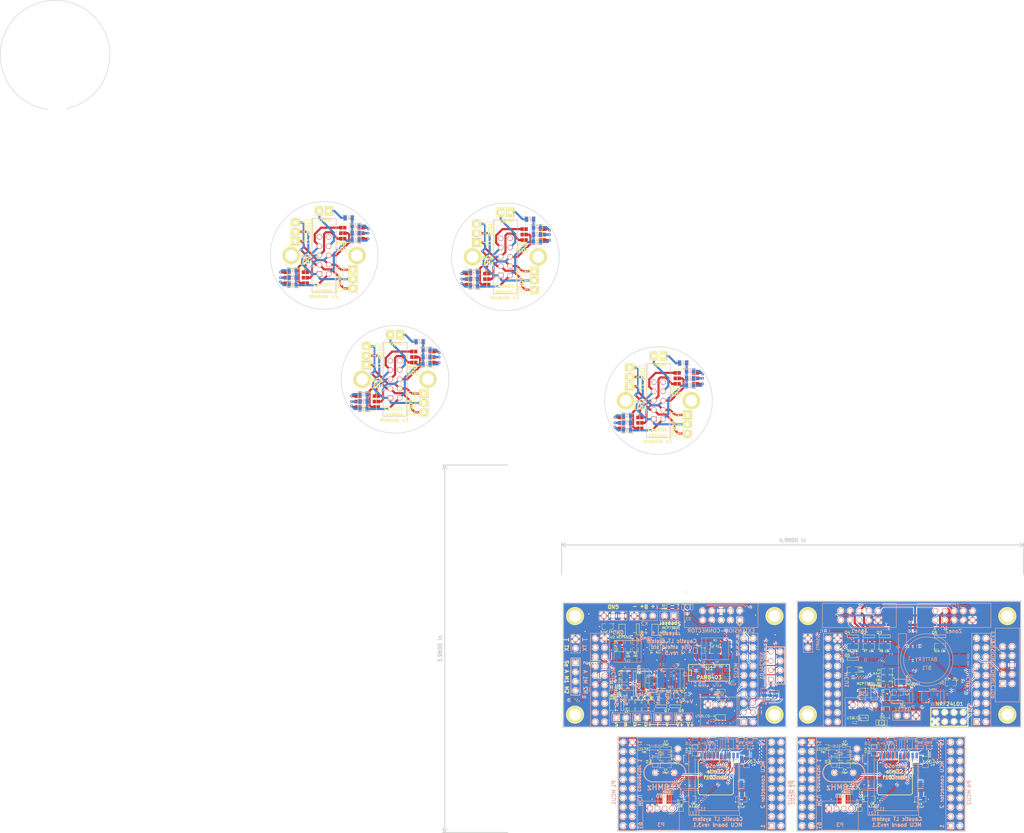
<source format=kicad_pcb>
(kicad_pcb (version 3) (host pcbnew "(2013-may-18)-stable")
  (title_block (title "Caustic LT MCU board") (rev 1.0))
  (layers (15 F.Cu signal) (0 B.Cu signal) (18 B.Paste user) (19 F.Paste user) (20 B.SilkS user) (21 F.SilkS user) (22 B.Mask user) (23 F.Mask user) (28 Edge.Cuts user))
  (net 0 "")
  (net 1 +3.3V)
  (net 2 +BATT)
  (net 3 GND)
  (net 4 N-000001)
  (net 5 N-0000010)
  (net 6 N-0000011)
  (net 7 N-0000012)
  (net 8 N-0000013)
  (net 9 N-0000014)
  (net 10 N-0000015)
  (net 11 N-0000016)
  (net 12 N-0000017)
  (net 13 N-0000018)
  (net 14 N-0000019)
  (net 15 N-000002)
  (net 16 N-0000020)
  (net 17 N-0000021)
  (net 18 N-0000022)
  (net 19 N-0000023)
  (net 20 N-0000024)
  (net 21 N-0000025)
  (net 22 N-0000026)
  (net 23 N-0000027)
  (net 24 N-0000028)
  (net 25 N-0000029)
  (net 26 N-000003)
  (net 27 N-0000030)
  (net 28 N-0000031)
  (net 29 N-0000032)
  (net 30 N-0000033)
  (net 31 N-0000034)
  (net 32 N-0000035)
  (net 33 N-0000036)
  (net 34 N-0000037)
  (net 35 N-0000038)
  (net 36 N-0000039)
  (net 37 N-000004)
  (net 38 N-0000040)
  (net 39 N-0000041)
  (net 40 N-0000042)
  (net 41 N-0000043)
  (net 42 N-0000044)
  (net 43 N-0000045)
  (net 44 N-0000046)
  (net 45 N-0000047)
  (net 46 N-0000048)
  (net 47 N-0000049)
  (net 48 N-000005)
  (net 49 N-0000050)
  (net 50 N-0000051)
  (net 51 N-0000052)
  (net 52 N-0000053)
  (net 53 N-0000054)
  (net 54 N-0000055)
  (net 55 N-0000056)
  (net 56 N-0000057)
  (net 57 N-0000058)
  (net 58 N-000006)
  (net 59 N-0000065)
  (net 60 N-0000066)
  (net 61 N-0000067)
  (net 62 N-000007)
  (net 63 N-000008)
  (net 64 N-000009)
  (net 65 VCC)
  (module SM0805 (layer B.Cu) (at 229.035 188.462 90)
    (fp_text reference R5 (at 0 -1.1 90) (layer B.SilkS) (effects (font (size 0.50038 0.50038) (thickness 0.10922)) (justify mirror)))
    (fp_text value 47k (at 0 0 180) (layer B.SilkS) (effects (font (size 0.50038 0.50038) (thickness 0.10922)) (justify mirror)))
    (pad 1 smd rect (at -0.9525 0 90) (size 0.889 1.397) (layers B.Cu B.Paste B.Mask) (net 51 N-0000052))
    (pad 2 smd rect (at 0.9525 0 90) (size 0.889 1.397) (layers B.Cu B.Paste B.Mask) (net 1 +3.3V))
  )
  (module SM0805 (layer B.Cu) (at 236.9058 188.462 90)
    (fp_text reference R4 (at 1 -1.2 90) (layer B.SilkS) (effects (font (size 0.50038 0.50038) (thickness 0.10922)) (justify mirror)))
    (fp_text value 47k (at 0 -0.1 180) (layer B.SilkS) (effects (font (size 0.50038 0.50038) (thickness 0.10922)) (justify mirror)))
    (pad 1 smd rect (at -0.9525 0 90) (size 0.889 1.397) (layers B.Cu B.Paste B.Mask) (net 54 N-0000055))
    (pad 2 smd rect (at 0.9525 0 90) (size 0.889 1.397) (layers B.Cu B.Paste B.Mask) (net 1 +3.3V))
  )
  (module SM0805 (layer B.Cu) (at 239.3315 188.462 90)
    (fp_text reference R3 (at 0 -1 90) (layer B.SilkS) (effects (font (size 0.50038 0.50038) (thickness 0.10922)) (justify mirror)))
    (fp_text value 47k (at 0 0.1 180) (layer B.SilkS) (effects (font (size 0.50038 0.50038) (thickness 0.10922)) (justify mirror)))
    (pad 1 smd rect (at -0.9525 0 90) (size 0.889 1.397) (layers B.Cu B.Paste B.Mask) (net 55 N-0000056))
    (pad 2 smd rect (at 0.9525 0 90) (size 0.889 1.397) (layers B.Cu B.Paste B.Mask) (net 1 +3.3V))
  )
  (module SM0805 (layer B.Cu) (at 224.235 188.462 90)
    (fp_text reference R2 (at 0 -2.2 90) (layer B.SilkS) (effects (font (size 0.50038 0.50038) (thickness 0.10922)) (justify mirror)))
    (fp_text value 47k (at 0 -1.3 90) (layer B.SilkS) (effects (font (size 0.50038 0.50038) (thickness 0.10922)) (justify mirror)))
    (pad 1 smd rect (at -0.9525 0 90) (size 0.889 1.397) (layers B.Cu B.Paste B.Mask) (net 56 N-0000057))
    (pad 2 smd rect (at 0.9525 0 90) (size 0.889 1.397) (layers B.Cu B.Paste B.Mask) (net 1 +3.3V))
  )
  (module SM0805 (layer B.Cu) (at 226.635 188.462 90)
    (fp_text reference R1 (at 0 -1.2 90) (layer B.SilkS) (effects (font (size 0.50038 0.50038) (thickness 0.10922)) (justify mirror)))
    (fp_text value 47k (at 0 0 180) (layer B.SilkS) (effects (font (size 0.50038 0.50038) (thickness 0.10922)) (justify mirror)))
    (pad 1 smd rect (at -0.9525 0 90) (size 0.889 1.397) (layers B.Cu B.Paste B.Mask) (net 57 N-0000058))
    (pad 2 smd rect (at 0.9525 0 90) (size 0.889 1.397) (layers B.Cu B.Paste B.Mask) (net 1 +3.3V))
  )
  (module SM0805 (layer F.Cu) (at 216.235 192.362)
    (fp_text reference C3 (at 2 0.4) (layer F.SilkS) (effects (font (size 0.50038 0.50038) (thickness 0.10922))))
    (fp_text value 20pF (at 2.8 1.5) (layer F.SilkS) (effects (font (size 0.50038 0.50038) (thickness 0.10922))))
    (pad 1 smd rect (at -0.9525 0) (size 0.889 1.397) (layers F.Cu F.Paste F.Mask) (net 3 GND))
    (pad 2 smd rect (at 0.9525 0) (size 0.889 1.397) (layers F.Cu F.Paste F.Mask) (net 44 N-0000046))
  )
  (module SM0805 (layer F.Cu) (at 216.235 190.062)
    (fp_text reference C2 (at 0 -2.1) (layer F.SilkS) (effects (font (size 0.50038 0.50038) (thickness 0.10922))))
    (fp_text value 20pF (at 0 -1.3) (layer F.SilkS) (effects (font (size 0.50038 0.50038) (thickness 0.10922))))
    (pad 1 smd rect (at -0.9525 0) (size 0.889 1.397) (layers F.Cu F.Paste F.Mask) (net 3 GND))
    (pad 2 smd rect (at 0.9525 0) (size 0.889 1.397) (layers F.Cu F.Paste F.Mask) (net 43 N-0000045))
  )
  (module SM0805 (layer F.Cu) (at 213.335 193.462 270)
    (fp_text reference C5 (at 0 2.2 270) (layer F.SilkS) (effects (font (size 0.50038 0.50038) (thickness 0.10922))))
    (fp_text value 20pF (at 0 1.3 270) (layer F.SilkS) (effects (font (size 0.50038 0.50038) (thickness 0.10922))))
    (pad 1 smd rect (at -0.9525 0 270) (size 0.889 1.397) (layers F.Cu F.Paste F.Mask) (net 3 GND))
    (pad 2 smd rect (at 0.9525 0 270) (size 0.889 1.397) (layers F.Cu F.Paste F.Mask) (net 53 N-0000054))
  )
  (module SM0805 (layer F.Cu) (at 216.235 194.362)
    (fp_text reference C4 (at 0 1.3) (layer F.SilkS) (effects (font (size 0.50038 0.50038) (thickness 0.10922))))
    (fp_text value 20pF (at 0 2.1) (layer F.SilkS) (effects (font (size 0.50038 0.50038) (thickness 0.10922))))
    (pad 1 smd rect (at -0.9525 0) (size 0.889 1.397) (layers F.Cu F.Paste F.Mask) (net 3 GND))
    (pad 2 smd rect (at 0.9525 0) (size 0.889 1.397) (layers F.Cu F.Paste F.Mask) (net 49 N-0000050))
  )
  (module SM0805 (layer F.Cu) (at 224.235 190.362 90)
    (fp_text reference C10 (at 0 -2.3 90) (layer F.SilkS) (effects (font (size 0.50038 0.50038) (thickness 0.10922))))
    (fp_text value 0.1uF (at 0 -1.4 90) (layer F.SilkS) (effects (font (size 0.50038 0.50038) (thickness 0.10922))))
    (pad 1 smd rect (at -0.9525 0 90) (size 0.889 1.397) (layers F.Cu F.Paste F.Mask) (net 1 +3.3V))
    (pad 2 smd rect (at 0.9525 0 90) (size 0.889 1.397) (layers F.Cu F.Paste F.Mask) (net 3 GND))
  )
  (module SM0805 (layer F.Cu) (at 236.935 203.762)
    (fp_text reference C9 (at 0 1.3) (layer F.SilkS) (effects (font (size 0.50038 0.50038) (thickness 0.10922))))
    (fp_text value 0.1uF (at 0 2.1) (layer F.SilkS) (effects (font (size 0.50038 0.50038) (thickness 0.10922))))
    (pad 1 smd rect (at -0.9525 0) (size 0.889 1.397) (layers F.Cu F.Paste F.Mask) (net 1 +3.3V))
    (pad 2 smd rect (at 0.9525 0) (size 0.889 1.397) (layers F.Cu F.Paste F.Mask) (net 3 GND))
  )
  (module SM0805 (layer F.Cu) (at 223.035 203.662)
    (fp_text reference C8 (at 0.6628 1.316) (layer F.SilkS) (effects (font (size 0.50038 0.50038) (thickness 0.10922))))
    (fp_text value 0.1uF (at 0.6628 2.078) (layer F.SilkS) (effects (font (size 0.50038 0.50038) (thickness 0.10922))))
    (pad 1 smd rect (at -0.9525 0) (size 0.889 1.397) (layers F.Cu F.Paste F.Mask) (net 1 +3.3V))
    (pad 2 smd rect (at 0.9525 0) (size 0.889 1.397) (layers F.Cu F.Paste F.Mask) (net 3 GND))
  )
  (module SM0805 (layer F.Cu) (at 238.335 193.562 270)
    (fp_text reference C7 (at 0 -1.4 270) (layer F.SilkS) (effects (font (size 0.50038 0.50038) (thickness 0.10922))))
    (fp_text value 0.1uF (at 0 -2.2 270) (layer F.SilkS) (effects (font (size 0.50038 0.50038) (thickness 0.10922))))
    (pad 1 smd rect (at -0.9525 0 270) (size 0.889 1.397) (layers F.Cu F.Paste F.Mask) (net 1 +3.3V))
    (pad 2 smd rect (at 0.9525 0 270) (size 0.889 1.397) (layers F.Cu F.Paste F.Mask) (net 3 GND))
  )
  (module PIN_ARRAY-4X1-2mm-horiz (layer B.Cu) (at 214.935 206.262)
    (fp_text reference P3 (at 0 4.5) (layer B.SilkS) (effects (font (size 1.016 1.016) (thickness 0.2032)) (justify mirror)))
    (fp_text value SWD (at -0.0002 -3.3922) (layer B.SilkS) (effects (font (size 1.016 0.889) (thickness 0.2032)) (justify mirror)))
    (pad 1 thru_hole rect (at -3 0) (size 1.524 1.524) (drill 1) (layers *.Cu *.Mask B.SilkS) (net 3 GND))
    (pad 2 thru_hole circle (at -1 0) (size 1.524 1.524) (drill 1) (layers *.Cu *.Mask B.SilkS) (net 36 N-0000039))
    (pad 3 thru_hole circle (at 1 0) (size 1.524 1.524) (drill 1) (layers *.Cu *.Mask B.SilkS) (net 41 N-0000043))
    (pad 4 thru_hole circle (at 3 0) (size 1.524 1.524) (drill 1) (layers *.Cu *.Mask B.SilkS) (net 42 N-0000044))
  )
  (module HC-49V (layer B.Cu) (at 215.935 196.462)
    (fp_text reference X2 (at 3.2 3.9) (layer B.SilkS) (effects (font (size 1.524 1.524) (thickness 0.3048)) (justify mirror)))
    (fp_text value 8MHz (at -1.8 4) (layer B.SilkS) (effects (font (size 1.524 1.524) (thickness 0.3048)) (justify mirror)))
    (pad 1 thru_hole circle (at -2.54 0) (size 1.4224 1.4224) (drill 0.8) (layers *.Cu *.Mask B.SilkS) (net 53 N-0000054))
    (pad 2 thru_hole circle (at 2.54 0) (size 1.4224 1.4224) (drill 0.8) (layers *.Cu *.Mask B.SilkS) (net 49 N-0000050))
  )
  (module pin_array_10x2 (layer B.Cu) (at 205.835 199.562 270)
    (fp_text reference P1 (at 0 3.81 270) (layer B.SilkS) (effects (font (size 1.016 1.016) (thickness 0.254)) (justify mirror)))
    (fp_text value MCU1 (at 3.6 3.8 270) (layer B.SilkS) (effects (font (size 1.016 1.016) (thickness 0.2032)) (justify mirror)))
    (pad 1 thru_hole rect (at -11.43 -1.27 270) (size 1.524 1.524) (drill 1) (layers *.Cu *.Mask B.SilkS) (net 3 GND))
    (pad 2 thru_hole circle (at -11.43 1.27 270) (size 1.524 1.524) (drill 1) (layers *.Cu *.Mask B.SilkS) (net 24 N-0000028))
    (pad 3 thru_hole circle (at -8.89 -1.27 270) (size 1.524 1.524) (drill 1) (layers *.Cu *.Mask B.SilkS) (net 18 N-0000022))
    (pad 4 thru_hole circle (at -8.89 1.27 270) (size 1.524 1.524) (drill 1) (layers *.Cu *.Mask B.SilkS) (net 17 N-0000021))
    (pad 5 thru_hole circle (at -6.35 -1.27 270) (size 1.524 1.524) (drill 1) (layers *.Cu *.Mask B.SilkS) (net 16 N-0000020))
    (pad 6 thru_hole circle (at -6.35 1.27 270) (size 1.524 1.524) (drill 1) (layers *.Cu *.Mask B.SilkS) (net 10 N-0000015))
    (pad 7 thru_hole circle (at -3.81 -1.27 270) (size 1.524 1.524) (drill 1) (layers *.Cu *.Mask B.SilkS) (net 14 N-0000019))
    (pad 8 thru_hole circle (at -3.81 1.27 270) (size 1.524 1.524) (drill 1) (layers *.Cu *.Mask B.SilkS) (net 13 N-0000018))
    (pad 9 thru_hole circle (at -1.27 -1.27 270) (size 1.524 1.524) (drill 1) (layers *.Cu *.Mask B.SilkS) (net 12 N-0000017))
    (pad 10 thru_hole circle (at -1.27 1.27 270) (size 1.524 1.524) (drill 1) (layers *.Cu *.Mask B.SilkS) (net 11 N-0000016))
    (pad 11 thru_hole circle (at 1.27 -1.27 270) (size 1.524 1.524) (drill 1) (layers *.Cu *.Mask B.SilkS) (net 22 N-0000026))
    (pad 12 thru_hole circle (at 1.27 1.27 270) (size 1.524 1.524) (drill 1) (layers *.Cu *.Mask B.SilkS) (net 23 N-0000027))
    (pad 13 thru_hole circle (at 3.81 -1.27 270) (size 1.524 1.524) (drill 1) (layers *.Cu *.Mask B.SilkS) (net 21 N-0000025))
    (pad 14 thru_hole circle (at 3.81 1.27 270) (size 1.524 1.524) (drill 1) (layers *.Cu *.Mask B.SilkS) (net 19 N-0000023))
    (pad 15 thru_hole circle (at 6.35 -1.27 270) (size 1.524 1.524) (drill 1) (layers *.Cu *.Mask B.SilkS) (net 20 N-0000024))
    (pad 16 thru_hole circle (at 6.35 1.27 270) (size 1.524 1.524) (drill 1) (layers *.Cu *.Mask B.SilkS) (net 48 N-000005))
    (pad 17 thru_hole circle (at 8.89 -1.27 270) (size 1.524 1.524) (drill 1) (layers *.Cu *.Mask B.SilkS) (net 37 N-000004))
    (pad 18 thru_hole circle (at 8.89 1.27 270) (size 1.524 1.524) (drill 1) (layers *.Cu *.Mask B.SilkS) (net 4 N-000001))
    (pad 19 thru_hole circle (at 11.43 -1.27 270) (size 1.524 1.524) (drill 1) (layers *.Cu *.Mask B.SilkS) (net 26 N-000003))
    (pad 20 thru_hole circle (at 11.43 1.27 270) (size 1.524 1.524) (drill 1) (layers *.Cu *.Mask B.SilkS) (net 15 N-000002))
  )
  (module pin_array_10x2 (layer B.Cu) (at 246.475 199.562 90)
    (fp_text reference P4 (at 0 3.81 90) (layer B.SilkS) (effects (font (size 1.016 1.016) (thickness 0.254)) (justify mirror)))
    (fp_text value MCU2 (at -3.7 3.76 90) (layer B.SilkS) (effects (font (size 1.016 1.016) (thickness 0.2032)) (justify mirror)))
    (pad 1 thru_hole rect (at -11.43 -1.27 90) (size 1.524 1.524) (drill 1) (layers *.Cu *.Mask B.SilkS) (net 9 N-0000014))
    (pad 2 thru_hole circle (at -11.43 1.27 90) (size 1.524 1.524) (drill 1) (layers *.Cu *.Mask B.SilkS) (net 8 N-0000013))
    (pad 3 thru_hole circle (at -8.89 -1.27 90) (size 1.524 1.524) (drill 1) (layers *.Cu *.Mask B.SilkS) (net 7 N-0000012))
    (pad 4 thru_hole circle (at -8.89 1.27 90) (size 1.524 1.524) (drill 1) (layers *.Cu *.Mask B.SilkS) (net 6 N-0000011))
    (pad 5 thru_hole circle (at -6.35 -1.27 90) (size 1.524 1.524) (drill 1) (layers *.Cu *.Mask B.SilkS) (net 5 N-0000010))
    (pad 6 thru_hole circle (at -6.35 1.27 90) (size 1.524 1.524) (drill 1) (layers *.Cu *.Mask B.SilkS) (net 64 N-000009))
    (pad 7 thru_hole circle (at -3.81 -1.27 90) (size 1.524 1.524) (drill 1) (layers *.Cu *.Mask B.SilkS) (net 63 N-000008))
    (pad 8 thru_hole circle (at -3.81 1.27 90) (size 1.524 1.524) (drill 1) (layers *.Cu *.Mask B.SilkS) (net 62 N-000007))
    (pad 9 thru_hole circle (at -1.27 -1.27 90) (size 1.524 1.524) (drill 1) (layers *.Cu *.Mask B.SilkS) (net 58 N-000006))
    (pad 10 thru_hole circle (at -1.27 1.27 90) (size 1.524 1.524) (drill 1) (layers *.Cu *.Mask B.SilkS) (net 33 N-0000036))
    (pad 11 thru_hole circle (at 1.27 -1.27 90) (size 1.524 1.524) (drill 1) (layers *.Cu *.Mask B.SilkS) (net 32 N-0000035))
    (pad 12 thru_hole circle (at 1.27 1.27 90) (size 1.524 1.524) (drill 1) (layers *.Cu *.Mask B.SilkS) (net 31 N-0000034))
    (pad 13 thru_hole circle (at 3.81 -1.27 90) (size 1.524 1.524) (drill 1) (layers *.Cu *.Mask B.SilkS) (net 30 N-0000033))
    (pad 14 thru_hole circle (at 3.81 1.27 90) (size 1.524 1.524) (drill 1) (layers *.Cu *.Mask B.SilkS) (net 40 N-0000042))
    (pad 15 thru_hole circle (at 6.35 -1.27 90) (size 1.524 1.524) (drill 1) (layers *.Cu *.Mask B.SilkS) (net 38 N-0000040))
    (pad 16 thru_hole circle (at 6.35 1.27 90) (size 1.524 1.524) (drill 1) (layers *.Cu *.Mask B.SilkS) (net 29 N-0000032))
    (pad 17 thru_hole circle (at 8.89 -1.27 90) (size 1.524 1.524) (drill 1) (layers *.Cu *.Mask B.SilkS) (net 28 N-0000031))
    (pad 18 thru_hole circle (at 8.89 1.27 90) (size 1.524 1.524) (drill 1) (layers *.Cu *.Mask B.SilkS) (net 27 N-0000030))
    (pad 19 thru_hole circle (at 11.43 -1.27 90) (size 1.524 1.524) (drill 1) (layers *.Cu *.Mask B.SilkS) (net 25 N-0000029))
    (pad 20 thru_hole circle (at 11.43 1.27 90) (size 1.524 1.524) (drill 1) (layers *.Cu *.Mask B.SilkS) (net 39 N-0000041))
  )
  (module SM0805 (layer F.Cu) (at 210.335 189.562)
    (fp_text reference FB1 (at 0 1.3) (layer F.SilkS) (effects (font (size 0.50038 0.50038) (thickness 0.10922))))
    (fp_text value FILTER (at 0 0.381) (layer F.SilkS) (effects (font (size 0.50038 0.50038) (thickness 0.10922))))
    (pad 1 smd rect (at -0.9525 0) (size 0.889 1.397) (layers F.Cu F.Paste F.Mask) (net 24 N-0000028))
    (pad 2 smd rect (at 0.9525 0) (size 0.889 1.397) (layers F.Cu F.Paste F.Mask) (net 1 +3.3V))
  )
  (module TC26H-fixed (layer B.Cu) (at 219.535 191.262 270)
    (fp_text reference X1 hide)
    (fp_text value 32768Hz (at -2 5.3 360) (layer B.SilkS) (effects (font (size 0.8 0.8) (thickness 0.1)) (justify mirror)))
    (pad 1 thru_hole circle (at -1.27 0 270) (size 1.5 1.5) (drill 1) (layers *.Cu *.SilkS *.Mask) (net 43 N-0000045))
    (pad 2 thru_hole circle (at 1.27 0 270) (size 1.5 1.5) (drill 1) (layers *.Cu B.Paste B.SilkS B.Mask) (net 44 N-0000046))
  )
  (module MICROSD-CD-112IJ (layer B.Cu) (at 229.3366 191.77 180)
    (fp_text reference P2 hide)
    (fp_text value MICROSD-SDIO-CD hide)
    (fp_text user 112J (at 5.15 -15.85 180) (layer B.SilkS) (effects (font (size 0.8 0.8)) (justify mirror)))
    (fp_text user 112I (at 3.5 -14.6 180) (layer B.SilkS) (effects (font (size 0.8 0.8)) (justify mirror)))
    (pad CD2 smd rect (at 4.445 0 180) (size 0.6604 1.5748) (layers B.Cu B.Paste B.Mask) (net 45 N-0000047))
    (pad 1 smd rect (at 2.2352 0 180) (size 0.6604 1.5748) (layers B.Cu B.Paste B.Mask) (net 56 N-0000057))
    (pad 2 smd rect (at 1.143 0 180) (size 0.6604 1.5748) (layers B.Cu B.Paste B.Mask) (net 57 N-0000058))
    (pad 3 smd rect (at 0.0508 0 180) (size 0.6604 1.5748) (layers B.Cu B.Paste B.Mask) (net 51 N-0000052))
    (pad 4 smd rect (at -1.0668 0 180) (size 0.6604 1.5748) (layers B.Cu B.Paste B.Mask) (net 1 +3.3V))
    (pad 5 smd rect (at -2.159 0 180) (size 0.6604 1.5748) (layers B.Cu B.Paste B.Mask) (net 52 N-0000053))
    (pad 6 smd rect (at -3.2512 0 180) (size 0.6604 1.5748) (layers B.Cu B.Paste B.Mask) (net 3 GND))
    (pad 7 smd rect (at -4.3688 0 180) (size 0.6604 1.5748) (layers B.Cu B.Paste B.Mask) (net 54 N-0000055))
    (pad 8 smd rect (at -5.461 0 180) (size 0.6604 1.5748) (layers B.Cu B.Paste B.Mask) (net 55 N-0000056))
    (pad CD1 smd rect (at 3.31724 0 180) (size 0.6604 1.5748) (layers B.Cu B.Paste B.Mask) (net 3 GND))
    (pad CASE smd rect (at 5.842 -7.874 180) (size 1.1684 2.1844) (layers B.Cu B.Paste B.Mask))
    (pad CASE smd rect (at -7.62 -7.874 180) (size 1.1684 2.1844) (layers B.Cu B.Paste B.Mask))
    (pad CD3 smd rect (at -6.5532 0 180) (size 0.6604 1.5748) (layers B.Cu B.Paste B.Mask))
    (pad CASE smd rect (at -7.8 -10.9 180) (size 1.1684 2.1844) (layers B.Cu B.Paste B.Mask))
    (pad CASE smd rect (at 7.55 -10.9 180) (size 1.1684 2.1844) (layers B.Cu B.Paste B.Mask))
    (pad CASE smd rect (at -7.8 -1.1 180) (size 1.1684 2.1844) (layers B.Cu B.Paste B.Mask))
    (pad CASE smd rect (at 7.55 -1.1 180) (size 1.1684 2.1844) (layers B.Cu B.Paste B.Mask))
  )
  (module LQFP64-0.254mm-pins (layer F.Cu) (at 229.935 197.762)
    (fp_text reference U1 (at 0 -1.9) (layer B.SilkS) (effects (font (size 0.9 0.9) (thickness 0.0889))))
    (fp_text value STM32F103RE hide)
    (pad 1 smd rect (at -5.69976 -3.74904) (size 1.19888 0.254) (layers F.Cu F.Paste F.Mask) (net 18 N-0000022))
    (pad 2 smd rect (at -5.69976 -3.24866) (size 1.19888 0.254) (layers F.Cu F.Paste F.Mask))
    (pad 3 smd rect (at -5.69976 -2.74828) (size 1.19888 0.254) (layers F.Cu F.Paste F.Mask) (net 43 N-0000045))
    (pad 4 smd rect (at -5.69976 -2.2479) (size 1.19888 0.254) (layers F.Cu F.Paste F.Mask) (net 44 N-0000046))
    (pad 5 smd rect (at -5.69976 -1.74752) (size 1.19888 0.254) (layers F.Cu F.Paste F.Mask) (net 49 N-0000050))
    (pad 6 smd rect (at -5.69976 -1.24968) (size 1.19888 0.254) (layers F.Cu F.Paste F.Mask) (net 53 N-0000054))
    (pad 7 smd rect (at -5.69976 -0.7493) (size 1.19888 0.254) (layers F.Cu F.Paste F.Mask) (net 36 N-0000039))
    (pad 8 smd rect (at -5.69976 -0.24892) (size 1.19888 0.254) (layers F.Cu F.Paste F.Mask) (net 17 N-0000021))
    (pad 9 smd rect (at -5.69976 0.24892) (size 1.19888 0.254) (layers F.Cu F.Paste F.Mask) (net 16 N-0000020))
    (pad 10 smd rect (at -5.69976 0.7493) (size 1.19888 0.254) (layers F.Cu F.Paste F.Mask) (net 10 N-0000015))
    (pad 11 smd rect (at -5.69976 1.24968) (size 1.19888 0.254) (layers F.Cu F.Paste F.Mask) (net 14 N-0000019))
    (pad 12 smd rect (at -5.69976 1.74752) (size 1.19888 0.254) (layers F.Cu F.Paste F.Mask) (net 3 GND))
    (pad 13 smd rect (at -5.69976 2.2479) (size 1.19888 0.254) (layers F.Cu F.Paste F.Mask) (net 46 N-0000048))
    (pad 14 smd rect (at -5.69976 2.74828) (size 1.19888 0.254) (layers F.Cu F.Paste F.Mask) (net 13 N-0000018))
    (pad 15 smd rect (at -5.69976 3.24866) (size 1.19888 0.254) (layers F.Cu F.Paste F.Mask) (net 12 N-0000017))
    (pad 16 smd rect (at -5.69976 3.74904) (size 1.19888 0.254) (layers F.Cu F.Paste F.Mask) (net 11 N-0000016))
    (pad 17 smd rect (at -3.74904 5.69976) (size 0.254 1.19888) (layers F.Cu F.Paste F.Mask) (net 22 N-0000026))
    (pad 18 smd rect (at -3.24866 5.69976) (size 0.254 1.19888) (layers F.Cu F.Paste F.Mask) (net 3 GND))
    (pad 19 smd rect (at -2.74828 5.69976) (size 0.254 1.19888) (layers F.Cu F.Paste F.Mask) (net 1 +3.3V))
    (pad 20 smd rect (at -2.2479 5.69976) (size 0.254 1.19888) (layers F.Cu F.Paste F.Mask) (net 23 N-0000027))
    (pad 21 smd rect (at -1.74752 5.69976) (size 0.254 1.19888) (layers F.Cu F.Paste F.Mask) (net 21 N-0000025))
    (pad 22 smd rect (at -1.24968 5.69976) (size 0.254 1.19888) (layers F.Cu F.Paste F.Mask) (net 19 N-0000023))
    (pad 23 smd rect (at -0.7493 5.69976) (size 0.254 1.19888) (layers F.Cu F.Paste F.Mask) (net 20 N-0000024))
    (pad 24 smd rect (at -0.24892 5.69976) (size 0.254 1.19888) (layers F.Cu F.Paste F.Mask) (net 48 N-000005))
    (pad 25 smd rect (at 0.24892 5.69976) (size 0.254 1.19888) (layers F.Cu F.Paste F.Mask) (net 37 N-000004))
    (pad 26 smd rect (at 0.7493 5.69976) (size 0.254 1.19888) (layers F.Cu F.Paste F.Mask) (net 4 N-000001))
    (pad 27 smd rect (at 1.24968 5.69976) (size 0.254 1.19888) (layers F.Cu F.Paste F.Mask) (net 26 N-000003))
    (pad 28 smd rect (at 1.74752 5.69976) (size 0.254 1.19888) (layers F.Cu F.Paste F.Mask) (net 15 N-000002))
    (pad 29 smd rect (at 2.2479 5.69976) (size 0.254 1.19888) (layers F.Cu F.Paste F.Mask) (net 9 N-0000014))
    (pad 30 smd rect (at 2.74828 5.69976) (size 0.254 1.19888) (layers F.Cu F.Paste F.Mask) (net 8 N-0000013))
    (pad 31 smd rect (at 3.24866 5.69976) (size 0.254 1.19888) (layers F.Cu F.Paste F.Mask) (net 3 GND))
    (pad 32 smd rect (at 3.74904 5.69976) (size 0.254 1.19888) (layers F.Cu F.Paste F.Mask) (net 1 +3.3V))
    (pad 33 smd rect (at 5.69976 3.74904) (size 1.19888 0.254) (layers F.Cu F.Paste F.Mask) (net 7 N-0000012))
    (pad 34 smd rect (at 5.69976 3.24866) (size 1.19888 0.254) (layers F.Cu F.Paste F.Mask) (net 6 N-0000011))
    (pad 35 smd rect (at 5.69976 2.74828) (size 1.19888 0.254) (layers F.Cu F.Paste F.Mask) (net 5 N-0000010))
    (pad 36 smd rect (at 5.69976 2.2479) (size 1.19888 0.254) (layers F.Cu F.Paste F.Mask) (net 64 N-000009))
    (pad 37 smd rect (at 5.69976 1.74752) (size 1.19888 0.254) (layers F.Cu F.Paste F.Mask) (net 63 N-000008))
    (pad 38 smd rect (at 5.69976 1.24968) (size 1.19888 0.254) (layers F.Cu F.Paste F.Mask) (net 45 N-0000047))
    (pad 39 smd rect (at 5.69976 0.7493) (size 1.19888 0.254) (layers F.Cu F.Paste F.Mask) (net 54 N-0000055))
    (pad 40 smd rect (at 5.69976 0.24892) (size 1.19888 0.254) (layers F.Cu F.Paste F.Mask) (net 55 N-0000056))
    (pad 41 smd rect (at 5.69976 -0.24892) (size 1.19888 0.254) (layers F.Cu F.Paste F.Mask) (net 62 N-000007))
    (pad 42 smd rect (at 5.69976 -0.7493) (size 1.19888 0.254) (layers F.Cu F.Paste F.Mask) (net 58 N-000006))
    (pad 43 smd rect (at 5.69976 -1.24968) (size 1.19888 0.254) (layers F.Cu F.Paste F.Mask) (net 33 N-0000036))
    (pad 44 smd rect (at 5.69976 -1.74752) (size 1.19888 0.254) (layers F.Cu F.Paste F.Mask) (net 32 N-0000035))
    (pad 45 smd rect (at 5.69976 -2.2479) (size 1.19888 0.254) (layers F.Cu F.Paste F.Mask) (net 31 N-0000034))
    (pad 46 smd rect (at 5.69976 -2.74828) (size 1.19888 0.254) (layers F.Cu F.Paste F.Mask) (net 41 N-0000043))
    (pad 47 smd rect (at 5.69976 -3.24866) (size 1.19888 0.254) (layers F.Cu F.Paste F.Mask) (net 3 GND))
    (pad 48 smd rect (at 5.69976 -3.74904) (size 1.19888 0.254) (layers F.Cu F.Paste F.Mask) (net 1 +3.3V))
    (pad 49 smd rect (at 3.74904 -5.69976) (size 0.254 1.19888) (layers F.Cu F.Paste F.Mask) (net 42 N-0000044))
    (pad 50 smd rect (at 3.24866 -5.69976) (size 0.254 1.19888) (layers F.Cu F.Paste F.Mask) (net 30 N-0000033))
    (pad 51 smd rect (at 2.74828 -5.69976) (size 0.254 1.19888) (layers F.Cu F.Paste F.Mask) (net 56 N-0000057))
    (pad 52 smd rect (at 2.2479 -5.69976) (size 0.254 1.19888) (layers F.Cu F.Paste F.Mask) (net 57 N-0000058))
    (pad 53 smd rect (at 1.74752 -5.69976) (size 0.254 1.19888) (layers F.Cu F.Paste F.Mask) (net 52 N-0000053))
    (pad 54 smd rect (at 1.24968 -5.69976) (size 0.254 1.19888) (layers F.Cu F.Paste F.Mask) (net 51 N-0000052))
    (pad 55 smd rect (at 0.7493 -5.69976) (size 0.254 1.19888) (layers F.Cu F.Paste F.Mask) (net 40 N-0000042))
    (pad 56 smd rect (at 0.24892 -5.69976) (size 0.254 1.19888) (layers F.Cu F.Paste F.Mask) (net 38 N-0000040))
    (pad 57 smd rect (at -0.24892 -5.69976) (size 0.254 1.19888) (layers F.Cu F.Paste F.Mask) (net 29 N-0000032))
    (pad 58 smd rect (at -0.7493 -5.69976) (size 0.254 1.19888) (layers F.Cu F.Paste F.Mask) (net 28 N-0000031))
    (pad 59 smd rect (at -1.24968 -5.69976) (size 0.254 1.19888) (layers F.Cu F.Paste F.Mask) (net 27 N-0000030))
    (pad 60 smd rect (at -1.74752 -5.69976) (size 0.254 1.19888) (layers F.Cu F.Paste F.Mask))
    (pad 61 smd rect (at -2.2479 -5.69976) (size 0.254 1.19888) (layers F.Cu F.Paste F.Mask) (net 25 N-0000029))
    (pad 62 smd rect (at -2.74828 -5.69976) (size 0.254 1.19888) (layers F.Cu F.Paste F.Mask) (net 39 N-0000041))
    (pad 63 smd rect (at -3.24866 -5.69976) (size 0.254 1.19888) (layers F.Cu F.Paste F.Mask) (net 3 GND))
    (pad 64 smd rect (at -3.74904 -5.69976) (size 0.254 1.19888) (layers F.Cu F.Paste F.Mask) (net 1 +3.3V))
  )
  (module SM0805 (layer F.Cu) (at 220.2688 205.4987 270)
    (fp_text reference R6 (at 0 -0.3175 270) (layer F.SilkS) (effects (font (size 0.50038 0.50038) (thickness 0.10922))))
    (fp_text value 100 (at 0 0.381 270) (layer F.SilkS) (effects (font (size 0.50038 0.50038) (thickness 0.10922))))
    (pad 1 smd rect (at -0.9525 0 270) (size 0.889 1.397) (layers F.Cu F.Paste F.Mask) (net 46 N-0000048))
    (pad 2 smd rect (at 0.9525 0 270) (size 0.889 1.397) (layers F.Cu F.Paste F.Mask) (net 1 +3.3V))
  )
  (module c_tant_B (layer F.Cu) (at 215.8873 203.7334)
    (fp_text reference C6 (at 0 -1.9685) (layer F.SilkS) (effects (font (size 0.50038 0.50038) (thickness 0.11938))))
    (fp_text value 100uF hide)
    (pad 1 smd rect (at 1.524 0) (size 1.95072 2.49936) (layers F.Cu F.Paste F.Mask) (net 46 N-0000048))
    (pad 2 smd rect (at -1.524 0) (size 1.95072 2.49936) (layers F.Cu F.Paste F.Mask) (net 3 GND))
  )
  (module c_tant_B (layer B.Cu) (at 232.9688 188.6712 180)
    (fp_text reference C1 (at 0 1.9685 180) (layer B.SilkS) (effects (font (size 0.50038 0.50038) (thickness 0.11938)) (justify mirror)))
    (fp_text value 100uF hide)
    (pad 1 smd rect (at 1.524 0 180) (size 1.95072 2.49936) (layers B.Cu B.Paste B.Mask) (net 1 +3.3V))
    (pad 2 smd rect (at -1.524 0 180) (size 1.95072 2.49936) (layers B.Cu B.Paste B.Mask) (net 3 GND))
  )
  (module SM0805 (layer B.Cu) (at 180.013 188.462 90)
    (fp_text reference R5 (at 0 -1.1 90) (layer B.SilkS) (effects (font (size 0.50038 0.50038) (thickness 0.10922)) (justify mirror)))
    (fp_text value 47k (at 0 0 180) (layer B.SilkS) (effects (font (size 0.50038 0.50038) (thickness 0.10922)) (justify mirror)))
    (pad 1 smd rect (at -0.9525 0 90) (size 0.889 1.397) (layers B.Cu B.Paste B.Mask) (net 51 N-0000052))
    (pad 2 smd rect (at 0.9525 0 90) (size 0.889 1.397) (layers B.Cu B.Paste B.Mask) (net 1 +3.3V))
  )
  (module SM0805 (layer B.Cu) (at 187.8838 188.462 90)
    (fp_text reference R4 (at 1 -1.2 90) (layer B.SilkS) (effects (font (size 0.50038 0.50038) (thickness 0.10922)) (justify mirror)))
    (fp_text value 47k (at 0 -0.1 180) (layer B.SilkS) (effects (font (size 0.50038 0.50038) (thickness 0.10922)) (justify mirror)))
    (pad 1 smd rect (at -0.9525 0 90) (size 0.889 1.397) (layers B.Cu B.Paste B.Mask) (net 54 N-0000055))
    (pad 2 smd rect (at 0.9525 0 90) (size 0.889 1.397) (layers B.Cu B.Paste B.Mask) (net 1 +3.3V))
  )
  (module SM0805 (layer B.Cu) (at 190.3095 188.462 90)
    (fp_text reference R3 (at 0 -1 90) (layer B.SilkS) (effects (font (size 0.50038 0.50038) (thickness 0.10922)) (justify mirror)))
    (fp_text value 47k (at 0 0.1 180) (layer B.SilkS) (effects (font (size 0.50038 0.50038) (thickness 0.10922)) (justify mirror)))
    (pad 1 smd rect (at -0.9525 0 90) (size 0.889 1.397) (layers B.Cu B.Paste B.Mask) (net 55 N-0000056))
    (pad 2 smd rect (at 0.9525 0 90) (size 0.889 1.397) (layers B.Cu B.Paste B.Mask) (net 1 +3.3V))
  )
  (module SM0805 (layer B.Cu) (at 175.213 188.462 90)
    (fp_text reference R2 (at 0 -2.2 90) (layer B.SilkS) (effects (font (size 0.50038 0.50038) (thickness 0.10922)) (justify mirror)))
    (fp_text value 47k (at 0 -1.3 90) (layer B.SilkS) (effects (font (size 0.50038 0.50038) (thickness 0.10922)) (justify mirror)))
    (pad 1 smd rect (at -0.9525 0 90) (size 0.889 1.397) (layers B.Cu B.Paste B.Mask) (net 56 N-0000057))
    (pad 2 smd rect (at 0.9525 0 90) (size 0.889 1.397) (layers B.Cu B.Paste B.Mask) (net 1 +3.3V))
  )
  (module SM0805 (layer B.Cu) (at 177.613 188.462 90)
    (fp_text reference R1 (at 0 -1.2 90) (layer B.SilkS) (effects (font (size 0.50038 0.50038) (thickness 0.10922)) (justify mirror)))
    (fp_text value 47k (at 0 0 180) (layer B.SilkS) (effects (font (size 0.50038 0.50038) (thickness 0.10922)) (justify mirror)))
    (pad 1 smd rect (at -0.9525 0 90) (size 0.889 1.397) (layers B.Cu B.Paste B.Mask) (net 57 N-0000058))
    (pad 2 smd rect (at 0.9525 0 90) (size 0.889 1.397) (layers B.Cu B.Paste B.Mask) (net 1 +3.3V))
  )
  (module SM0805 (layer F.Cu) (at 167.213 192.362)
    (fp_text reference C3 (at 2 0.4) (layer F.SilkS) (effects (font (size 0.50038 0.50038) (thickness 0.10922))))
    (fp_text value 20pF (at 2.8 1.5) (layer F.SilkS) (effects (font (size 0.50038 0.50038) (thickness 0.10922))))
    (pad 1 smd rect (at -0.9525 0) (size 0.889 1.397) (layers F.Cu F.Paste F.Mask) (net 3 GND))
    (pad 2 smd rect (at 0.9525 0) (size 0.889 1.397) (layers F.Cu F.Paste F.Mask) (net 44 N-0000046))
  )
  (module SM0805 (layer F.Cu) (at 167.213 190.062)
    (fp_text reference C2 (at 0 -2.1) (layer F.SilkS) (effects (font (size 0.50038 0.50038) (thickness 0.10922))))
    (fp_text value 20pF (at 0 -1.3) (layer F.SilkS) (effects (font (size 0.50038 0.50038) (thickness 0.10922))))
    (pad 1 smd rect (at -0.9525 0) (size 0.889 1.397) (layers F.Cu F.Paste F.Mask) (net 3 GND))
    (pad 2 smd rect (at 0.9525 0) (size 0.889 1.397) (layers F.Cu F.Paste F.Mask) (net 43 N-0000045))
  )
  (module SM0805 (layer F.Cu) (at 164.313 193.462 270)
    (fp_text reference C5 (at 0 2.2 270) (layer F.SilkS) (effects (font (size 0.50038 0.50038) (thickness 0.10922))))
    (fp_text value 20pF (at 0 1.3 270) (layer F.SilkS) (effects (font (size 0.50038 0.50038) (thickness 0.10922))))
    (pad 1 smd rect (at -0.9525 0 270) (size 0.889 1.397) (layers F.Cu F.Paste F.Mask) (net 3 GND))
    (pad 2 smd rect (at 0.9525 0 270) (size 0.889 1.397) (layers F.Cu F.Paste F.Mask) (net 53 N-0000054))
  )
  (module SM0805 (layer F.Cu) (at 167.213 194.362)
    (fp_text reference C4 (at 0 1.3) (layer F.SilkS) (effects (font (size 0.50038 0.50038) (thickness 0.10922))))
    (fp_text value 20pF (at 0 2.1) (layer F.SilkS) (effects (font (size 0.50038 0.50038) (thickness 0.10922))))
    (pad 1 smd rect (at -0.9525 0) (size 0.889 1.397) (layers F.Cu F.Paste F.Mask) (net 3 GND))
    (pad 2 smd rect (at 0.9525 0) (size 0.889 1.397) (layers F.Cu F.Paste F.Mask) (net 49 N-0000050))
  )
  (module SM0805 (layer F.Cu) (at 175.213 190.362 90)
    (fp_text reference C10 (at 0 -2.3 90) (layer F.SilkS) (effects (font (size 0.50038 0.50038) (thickness 0.10922))))
    (fp_text value 0.1uF (at 0 -1.4 90) (layer F.SilkS) (effects (font (size 0.50038 0.50038) (thickness 0.10922))))
    (pad 1 smd rect (at -0.9525 0 90) (size 0.889 1.397) (layers F.Cu F.Paste F.Mask) (net 1 +3.3V))
    (pad 2 smd rect (at 0.9525 0 90) (size 0.889 1.397) (layers F.Cu F.Paste F.Mask) (net 3 GND))
  )
  (module SM0805 (layer F.Cu) (at 187.913 203.762)
    (fp_text reference C9 (at 0 1.3) (layer F.SilkS) (effects (font (size 0.50038 0.50038) (thickness 0.10922))))
    (fp_text value 0.1uF (at 0 2.1) (layer F.SilkS) (effects (font (size 0.50038 0.50038) (thickness 0.10922))))
    (pad 1 smd rect (at -0.9525 0) (size 0.889 1.397) (layers F.Cu F.Paste F.Mask) (net 1 +3.3V))
    (pad 2 smd rect (at 0.9525 0) (size 0.889 1.397) (layers F.Cu F.Paste F.Mask) (net 3 GND))
  )
  (module SM0805 (layer F.Cu) (at 174.013 203.662)
    (fp_text reference C8 (at 0.6628 1.316) (layer F.SilkS) (effects (font (size 0.50038 0.50038) (thickness 0.10922))))
    (fp_text value 0.1uF (at 0.6628 2.078) (layer F.SilkS) (effects (font (size 0.50038 0.50038) (thickness 0.10922))))
    (pad 1 smd rect (at -0.9525 0) (size 0.889 1.397) (layers F.Cu F.Paste F.Mask) (net 1 +3.3V))
    (pad 2 smd rect (at 0.9525 0) (size 0.889 1.397) (layers F.Cu F.Paste F.Mask) (net 3 GND))
  )
  (module SM0805 (layer F.Cu) (at 189.313 193.562 270)
    (fp_text reference C7 (at 0 -1.4 270) (layer F.SilkS) (effects (font (size 0.50038 0.50038) (thickness 0.10922))))
    (fp_text value 0.1uF (at 0 -2.2 270) (layer F.SilkS) (effects (font (size 0.50038 0.50038) (thickness 0.10922))))
    (pad 1 smd rect (at -0.9525 0 270) (size 0.889 1.397) (layers F.Cu F.Paste F.Mask) (net 1 +3.3V))
    (pad 2 smd rect (at 0.9525 0 270) (size 0.889 1.397) (layers F.Cu F.Paste F.Mask) (net 3 GND))
  )
  (module PIN_ARRAY-4X1-2mm-horiz (layer B.Cu) (at 165.913 206.262)
    (fp_text reference P3 (at 0 4.5) (layer B.SilkS) (effects (font (size 1.016 1.016) (thickness 0.2032)) (justify mirror)))
    (fp_text value SWD (at -0.0002 -3.3922) (layer B.SilkS) (effects (font (size 1.016 0.889) (thickness 0.2032)) (justify mirror)))
    (pad 1 thru_hole rect (at -3 0) (size 1.524 1.524) (drill 1) (layers *.Cu *.Mask B.SilkS) (net 3 GND))
    (pad 2 thru_hole circle (at -1 0) (size 1.524 1.524) (drill 1) (layers *.Cu *.Mask B.SilkS) (net 36 N-0000039))
    (pad 3 thru_hole circle (at 1 0) (size 1.524 1.524) (drill 1) (layers *.Cu *.Mask B.SilkS) (net 41 N-0000043))
    (pad 4 thru_hole circle (at 3 0) (size 1.524 1.524) (drill 1) (layers *.Cu *.Mask B.SilkS) (net 42 N-0000044))
  )
  (module HC-49V (layer B.Cu) (at 166.913 196.462)
    (fp_text reference X2 (at 3.2 3.9) (layer B.SilkS) (effects (font (size 1.524 1.524) (thickness 0.3048)) (justify mirror)))
    (fp_text value 8MHz (at -1.8 4) (layer B.SilkS) (effects (font (size 1.524 1.524) (thickness 0.3048)) (justify mirror)))
    (pad 1 thru_hole circle (at -2.54 0) (size 1.4224 1.4224) (drill 0.8) (layers *.Cu *.Mask B.SilkS) (net 53 N-0000054))
    (pad 2 thru_hole circle (at 2.54 0) (size 1.4224 1.4224) (drill 0.8) (layers *.Cu *.Mask B.SilkS) (net 49 N-0000050))
  )
  (module pin_array_10x2 (layer B.Cu) (at 156.813 199.562 270)
    (fp_text reference P1 (at 0 3.81 270) (layer B.SilkS) (effects (font (size 1.016 1.016) (thickness 0.254)) (justify mirror)))
    (fp_text value MCU1 (at 3.6 3.8 270) (layer B.SilkS) (effects (font (size 1.016 1.016) (thickness 0.2032)) (justify mirror)))
    (pad 1 thru_hole rect (at -11.43 -1.27 270) (size 1.524 1.524) (drill 1) (layers *.Cu *.Mask B.SilkS) (net 3 GND))
    (pad 2 thru_hole circle (at -11.43 1.27 270) (size 1.524 1.524) (drill 1) (layers *.Cu *.Mask B.SilkS) (net 24 N-0000028))
    (pad 3 thru_hole circle (at -8.89 -1.27 270) (size 1.524 1.524) (drill 1) (layers *.Cu *.Mask B.SilkS) (net 18 N-0000022))
    (pad 4 thru_hole circle (at -8.89 1.27 270) (size 1.524 1.524) (drill 1) (layers *.Cu *.Mask B.SilkS) (net 17 N-0000021))
    (pad 5 thru_hole circle (at -6.35 -1.27 270) (size 1.524 1.524) (drill 1) (layers *.Cu *.Mask B.SilkS) (net 16 N-0000020))
    (pad 6 thru_hole circle (at -6.35 1.27 270) (size 1.524 1.524) (drill 1) (layers *.Cu *.Mask B.SilkS) (net 10 N-0000015))
    (pad 7 thru_hole circle (at -3.81 -1.27 270) (size 1.524 1.524) (drill 1) (layers *.Cu *.Mask B.SilkS) (net 14 N-0000019))
    (pad 8 thru_hole circle (at -3.81 1.27 270) (size 1.524 1.524) (drill 1) (layers *.Cu *.Mask B.SilkS) (net 13 N-0000018))
    (pad 9 thru_hole circle (at -1.27 -1.27 270) (size 1.524 1.524) (drill 1) (layers *.Cu *.Mask B.SilkS) (net 12 N-0000017))
    (pad 10 thru_hole circle (at -1.27 1.27 270) (size 1.524 1.524) (drill 1) (layers *.Cu *.Mask B.SilkS) (net 11 N-0000016))
    (pad 11 thru_hole circle (at 1.27 -1.27 270) (size 1.524 1.524) (drill 1) (layers *.Cu *.Mask B.SilkS) (net 22 N-0000026))
    (pad 12 thru_hole circle (at 1.27 1.27 270) (size 1.524 1.524) (drill 1) (layers *.Cu *.Mask B.SilkS) (net 23 N-0000027))
    (pad 13 thru_hole circle (at 3.81 -1.27 270) (size 1.524 1.524) (drill 1) (layers *.Cu *.Mask B.SilkS) (net 21 N-0000025))
    (pad 14 thru_hole circle (at 3.81 1.27 270) (size 1.524 1.524) (drill 1) (layers *.Cu *.Mask B.SilkS) (net 19 N-0000023))
    (pad 15 thru_hole circle (at 6.35 -1.27 270) (size 1.524 1.524) (drill 1) (layers *.Cu *.Mask B.SilkS) (net 20 N-0000024))
    (pad 16 thru_hole circle (at 6.35 1.27 270) (size 1.524 1.524) (drill 1) (layers *.Cu *.Mask B.SilkS) (net 48 N-000005))
    (pad 17 thru_hole circle (at 8.89 -1.27 270) (size 1.524 1.524) (drill 1) (layers *.Cu *.Mask B.SilkS) (net 37 N-000004))
    (pad 18 thru_hole circle (at 8.89 1.27 270) (size 1.524 1.524) (drill 1) (layers *.Cu *.Mask B.SilkS) (net 4 N-000001))
    (pad 19 thru_hole circle (at 11.43 -1.27 270) (size 1.524 1.524) (drill 1) (layers *.Cu *.Mask B.SilkS) (net 26 N-000003))
    (pad 20 thru_hole circle (at 11.43 1.27 270) (size 1.524 1.524) (drill 1) (layers *.Cu *.Mask B.SilkS) (net 15 N-000002))
  )
  (module pin_array_10x2 (layer B.Cu) (at 197.453 199.562 90)
    (fp_text reference P4 (at 0 3.81 90) (layer B.SilkS) (effects (font (size 1.016 1.016) (thickness 0.254)) (justify mirror)))
    (fp_text value MCU2 (at -3.7 3.76 90) (layer B.SilkS) (effects (font (size 1.016 1.016) (thickness 0.2032)) (justify mirror)))
    (pad 1 thru_hole rect (at -11.43 -1.27 90) (size 1.524 1.524) (drill 1) (layers *.Cu *.Mask B.SilkS) (net 9 N-0000014))
    (pad 2 thru_hole circle (at -11.43 1.27 90) (size 1.524 1.524) (drill 1) (layers *.Cu *.Mask B.SilkS) (net 8 N-0000013))
    (pad 3 thru_hole circle (at -8.89 -1.27 90) (size 1.524 1.524) (drill 1) (layers *.Cu *.Mask B.SilkS) (net 7 N-0000012))
    (pad 4 thru_hole circle (at -8.89 1.27 90) (size 1.524 1.524) (drill 1) (layers *.Cu *.Mask B.SilkS) (net 6 N-0000011))
    (pad 5 thru_hole circle (at -6.35 -1.27 90) (size 1.524 1.524) (drill 1) (layers *.Cu *.Mask B.SilkS) (net 5 N-0000010))
    (pad 6 thru_hole circle (at -6.35 1.27 90) (size 1.524 1.524) (drill 1) (layers *.Cu *.Mask B.SilkS) (net 64 N-000009))
    (pad 7 thru_hole circle (at -3.81 -1.27 90) (size 1.524 1.524) (drill 1) (layers *.Cu *.Mask B.SilkS) (net 63 N-000008))
    (pad 8 thru_hole circle (at -3.81 1.27 90) (size 1.524 1.524) (drill 1) (layers *.Cu *.Mask B.SilkS) (net 62 N-000007))
    (pad 9 thru_hole circle (at -1.27 -1.27 90) (size 1.524 1.524) (drill 1) (layers *.Cu *.Mask B.SilkS) (net 58 N-000006))
    (pad 10 thru_hole circle (at -1.27 1.27 90) (size 1.524 1.524) (drill 1) (layers *.Cu *.Mask B.SilkS) (net 33 N-0000036))
    (pad 11 thru_hole circle (at 1.27 -1.27 90) (size 1.524 1.524) (drill 1) (layers *.Cu *.Mask B.SilkS) (net 32 N-0000035))
    (pad 12 thru_hole circle (at 1.27 1.27 90) (size 1.524 1.524) (drill 1) (layers *.Cu *.Mask B.SilkS) (net 31 N-0000034))
    (pad 13 thru_hole circle (at 3.81 -1.27 90) (size 1.524 1.524) (drill 1) (layers *.Cu *.Mask B.SilkS) (net 30 N-0000033))
    (pad 14 thru_hole circle (at 3.81 1.27 90) (size 1.524 1.524) (drill 1) (layers *.Cu *.Mask B.SilkS) (net 40 N-0000042))
    (pad 15 thru_hole circle (at 6.35 -1.27 90) (size 1.524 1.524) (drill 1) (layers *.Cu *.Mask B.SilkS) (net 38 N-0000040))
    (pad 16 thru_hole circle (at 6.35 1.27 90) (size 1.524 1.524) (drill 1) (layers *.Cu *.Mask B.SilkS) (net 29 N-0000032))
    (pad 17 thru_hole circle (at 8.89 -1.27 90) (size 1.524 1.524) (drill 1) (layers *.Cu *.Mask B.SilkS) (net 28 N-0000031))
    (pad 18 thru_hole circle (at 8.89 1.27 90) (size 1.524 1.524) (drill 1) (layers *.Cu *.Mask B.SilkS) (net 27 N-0000030))
    (pad 19 thru_hole circle (at 11.43 -1.27 90) (size 1.524 1.524) (drill 1) (layers *.Cu *.Mask B.SilkS) (net 25 N-0000029))
    (pad 20 thru_hole circle (at 11.43 1.27 90) (size 1.524 1.524) (drill 1) (layers *.Cu *.Mask B.SilkS) (net 39 N-0000041))
  )
  (module SM0805 (layer F.Cu) (at 161.313 189.562)
    (fp_text reference FB1 (at 0 1.3) (layer F.SilkS) (effects (font (size 0.50038 0.50038) (thickness 0.10922))))
    (fp_text value FILTER (at 0 0.381) (layer F.SilkS) (effects (font (size 0.50038 0.50038) (thickness 0.10922))))
    (pad 1 smd rect (at -0.9525 0) (size 0.889 1.397) (layers F.Cu F.Paste F.Mask) (net 24 N-0000028))
    (pad 2 smd rect (at 0.9525 0) (size 0.889 1.397) (layers F.Cu F.Paste F.Mask) (net 1 +3.3V))
  )
  (module TC26H-fixed (layer B.Cu) (at 170.513 191.262 270)
    (fp_text reference X1 hide)
    (fp_text value 32768Hz (at -2 5.3 360) (layer B.SilkS) (effects (font (size 0.8 0.8) (thickness 0.1)) (justify mirror)))
    (pad 1 thru_hole circle (at -1.27 0 270) (size 1.5 1.5) (drill 1) (layers *.Cu *.SilkS *.Mask) (net 43 N-0000045))
    (pad 2 thru_hole circle (at 1.27 0 270) (size 1.5 1.5) (drill 1) (layers *.Cu B.Paste B.SilkS B.Mask) (net 44 N-0000046))
  )
  (module MICROSD-CD-112IJ (layer B.Cu) (at 180.3146 191.77 180)
    (fp_text reference P2 hide)
    (fp_text value MICROSD-SDIO-CD hide)
    (fp_text user 112J (at 5.15 -15.85 180) (layer B.SilkS) (effects (font (size 0.8 0.8)) (justify mirror)))
    (fp_text user 112I (at 3.5 -14.6 180) (layer B.SilkS) (effects (font (size 0.8 0.8)) (justify mirror)))
    (pad CD2 smd rect (at 4.445 0 180) (size 0.6604 1.5748) (layers B.Cu B.Paste B.Mask) (net 45 N-0000047))
    (pad 1 smd rect (at 2.2352 0 180) (size 0.6604 1.5748) (layers B.Cu B.Paste B.Mask) (net 56 N-0000057))
    (pad 2 smd rect (at 1.143 0 180) (size 0.6604 1.5748) (layers B.Cu B.Paste B.Mask) (net 57 N-0000058))
    (pad 3 smd rect (at 0.0508 0 180) (size 0.6604 1.5748) (layers B.Cu B.Paste B.Mask) (net 51 N-0000052))
    (pad 4 smd rect (at -1.0668 0 180) (size 0.6604 1.5748) (layers B.Cu B.Paste B.Mask) (net 1 +3.3V))
    (pad 5 smd rect (at -2.159 0 180) (size 0.6604 1.5748) (layers B.Cu B.Paste B.Mask) (net 52 N-0000053))
    (pad 6 smd rect (at -3.2512 0 180) (size 0.6604 1.5748) (layers B.Cu B.Paste B.Mask) (net 3 GND))
    (pad 7 smd rect (at -4.3688 0 180) (size 0.6604 1.5748) (layers B.Cu B.Paste B.Mask) (net 54 N-0000055))
    (pad 8 smd rect (at -5.461 0 180) (size 0.6604 1.5748) (layers B.Cu B.Paste B.Mask) (net 55 N-0000056))
    (pad CD1 smd rect (at 3.31724 0 180) (size 0.6604 1.5748) (layers B.Cu B.Paste B.Mask) (net 3 GND))
    (pad CASE smd rect (at 5.842 -7.874 180) (size 1.1684 2.1844) (layers B.Cu B.Paste B.Mask))
    (pad CASE smd rect (at -7.62 -7.874 180) (size 1.1684 2.1844) (layers B.Cu B.Paste B.Mask))
    (pad CD3 smd rect (at -6.5532 0 180) (size 0.6604 1.5748) (layers B.Cu B.Paste B.Mask))
    (pad CASE smd rect (at -7.8 -10.9 180) (size 1.1684 2.1844) (layers B.Cu B.Paste B.Mask))
    (pad CASE smd rect (at 7.55 -10.9 180) (size 1.1684 2.1844) (layers B.Cu B.Paste B.Mask))
    (pad CASE smd rect (at -7.8 -1.1 180) (size 1.1684 2.1844) (layers B.Cu B.Paste B.Mask))
    (pad CASE smd rect (at 7.55 -1.1 180) (size 1.1684 2.1844) (layers B.Cu B.Paste B.Mask))
  )
  (module LQFP64-0.254mm-pins (layer F.Cu) (at 180.913 197.762)
    (fp_text reference U1 (at 0 -1.9) (layer B.SilkS) (effects (font (size 0.9 0.9) (thickness 0.0889))))
    (fp_text value STM32F103RE hide)
    (pad 1 smd rect (at -5.69976 -3.74904) (size 1.19888 0.254) (layers F.Cu F.Paste F.Mask) (net 18 N-0000022))
    (pad 2 smd rect (at -5.69976 -3.24866) (size 1.19888 0.254) (layers F.Cu F.Paste F.Mask))
    (pad 3 smd rect (at -5.69976 -2.74828) (size 1.19888 0.254) (layers F.Cu F.Paste F.Mask) (net 43 N-0000045))
    (pad 4 smd rect (at -5.69976 -2.2479) (size 1.19888 0.254) (layers F.Cu F.Paste F.Mask) (net 44 N-0000046))
    (pad 5 smd rect (at -5.69976 -1.74752) (size 1.19888 0.254) (layers F.Cu F.Paste F.Mask) (net 49 N-0000050))
    (pad 6 smd rect (at -5.69976 -1.24968) (size 1.19888 0.254) (layers F.Cu F.Paste F.Mask) (net 53 N-0000054))
    (pad 7 smd rect (at -5.69976 -0.7493) (size 1.19888 0.254) (layers F.Cu F.Paste F.Mask) (net 36 N-0000039))
    (pad 8 smd rect (at -5.69976 -0.24892) (size 1.19888 0.254) (layers F.Cu F.Paste F.Mask) (net 17 N-0000021))
    (pad 9 smd rect (at -5.69976 0.24892) (size 1.19888 0.254) (layers F.Cu F.Paste F.Mask) (net 16 N-0000020))
    (pad 10 smd rect (at -5.69976 0.7493) (size 1.19888 0.254) (layers F.Cu F.Paste F.Mask) (net 10 N-0000015))
    (pad 11 smd rect (at -5.69976 1.24968) (size 1.19888 0.254) (layers F.Cu F.Paste F.Mask) (net 14 N-0000019))
    (pad 12 smd rect (at -5.69976 1.74752) (size 1.19888 0.254) (layers F.Cu F.Paste F.Mask) (net 3 GND))
    (pad 13 smd rect (at -5.69976 2.2479) (size 1.19888 0.254) (layers F.Cu F.Paste F.Mask) (net 46 N-0000048))
    (pad 14 smd rect (at -5.69976 2.74828) (size 1.19888 0.254) (layers F.Cu F.Paste F.Mask) (net 13 N-0000018))
    (pad 15 smd rect (at -5.69976 3.24866) (size 1.19888 0.254) (layers F.Cu F.Paste F.Mask) (net 12 N-0000017))
    (pad 16 smd rect (at -5.69976 3.74904) (size 1.19888 0.254) (layers F.Cu F.Paste F.Mask) (net 11 N-0000016))
    (pad 17 smd rect (at -3.74904 5.69976) (size 0.254 1.19888) (layers F.Cu F.Paste F.Mask) (net 22 N-0000026))
    (pad 18 smd rect (at -3.24866 5.69976) (size 0.254 1.19888) (layers F.Cu F.Paste F.Mask) (net 3 GND))
    (pad 19 smd rect (at -2.74828 5.69976) (size 0.254 1.19888) (layers F.Cu F.Paste F.Mask) (net 1 +3.3V))
    (pad 20 smd rect (at -2.2479 5.69976) (size 0.254 1.19888) (layers F.Cu F.Paste F.Mask) (net 23 N-0000027))
    (pad 21 smd rect (at -1.74752 5.69976) (size 0.254 1.19888) (layers F.Cu F.Paste F.Mask) (net 21 N-0000025))
    (pad 22 smd rect (at -1.24968 5.69976) (size 0.254 1.19888) (layers F.Cu F.Paste F.Mask) (net 19 N-0000023))
    (pad 23 smd rect (at -0.7493 5.69976) (size 0.254 1.19888) (layers F.Cu F.Paste F.Mask) (net 20 N-0000024))
    (pad 24 smd rect (at -0.24892 5.69976) (size 0.254 1.19888) (layers F.Cu F.Paste F.Mask) (net 48 N-000005))
    (pad 25 smd rect (at 0.24892 5.69976) (size 0.254 1.19888) (layers F.Cu F.Paste F.Mask) (net 37 N-000004))
    (pad 26 smd rect (at 0.7493 5.69976) (size 0.254 1.19888) (layers F.Cu F.Paste F.Mask) (net 4 N-000001))
    (pad 27 smd rect (at 1.24968 5.69976) (size 0.254 1.19888) (layers F.Cu F.Paste F.Mask) (net 26 N-000003))
    (pad 28 smd rect (at 1.74752 5.69976) (size 0.254 1.19888) (layers F.Cu F.Paste F.Mask) (net 15 N-000002))
    (pad 29 smd rect (at 2.2479 5.69976) (size 0.254 1.19888) (layers F.Cu F.Paste F.Mask) (net 9 N-0000014))
    (pad 30 smd rect (at 2.74828 5.69976) (size 0.254 1.19888) (layers F.Cu F.Paste F.Mask) (net 8 N-0000013))
    (pad 31 smd rect (at 3.24866 5.69976) (size 0.254 1.19888) (layers F.Cu F.Paste F.Mask) (net 3 GND))
    (pad 32 smd rect (at 3.74904 5.69976) (size 0.254 1.19888) (layers F.Cu F.Paste F.Mask) (net 1 +3.3V))
    (pad 33 smd rect (at 5.69976 3.74904) (size 1.19888 0.254) (layers F.Cu F.Paste F.Mask) (net 7 N-0000012))
    (pad 34 smd rect (at 5.69976 3.24866) (size 1.19888 0.254) (layers F.Cu F.Paste F.Mask) (net 6 N-0000011))
    (pad 35 smd rect (at 5.69976 2.74828) (size 1.19888 0.254) (layers F.Cu F.Paste F.Mask) (net 5 N-0000010))
    (pad 36 smd rect (at 5.69976 2.2479) (size 1.19888 0.254) (layers F.Cu F.Paste F.Mask) (net 64 N-000009))
    (pad 37 smd rect (at 5.69976 1.74752) (size 1.19888 0.254) (layers F.Cu F.Paste F.Mask) (net 63 N-000008))
    (pad 38 smd rect (at 5.69976 1.24968) (size 1.19888 0.254) (layers F.Cu F.Paste F.Mask) (net 45 N-0000047))
    (pad 39 smd rect (at 5.69976 0.7493) (size 1.19888 0.254) (layers F.Cu F.Paste F.Mask) (net 54 N-0000055))
    (pad 40 smd rect (at 5.69976 0.24892) (size 1.19888 0.254) (layers F.Cu F.Paste F.Mask) (net 55 N-0000056))
    (pad 41 smd rect (at 5.69976 -0.24892) (size 1.19888 0.254) (layers F.Cu F.Paste F.Mask) (net 62 N-000007))
    (pad 42 smd rect (at 5.69976 -0.7493) (size 1.19888 0.254) (layers F.Cu F.Paste F.Mask) (net 58 N-000006))
    (pad 43 smd rect (at 5.69976 -1.24968) (size 1.19888 0.254) (layers F.Cu F.Paste F.Mask) (net 33 N-0000036))
    (pad 44 smd rect (at 5.69976 -1.74752) (size 1.19888 0.254) (layers F.Cu F.Paste F.Mask) (net 32 N-0000035))
    (pad 45 smd rect (at 5.69976 -2.2479) (size 1.19888 0.254) (layers F.Cu F.Paste F.Mask) (net 31 N-0000034))
    (pad 46 smd rect (at 5.69976 -2.74828) (size 1.19888 0.254) (layers F.Cu F.Paste F.Mask) (net 41 N-0000043))
    (pad 47 smd rect (at 5.69976 -3.24866) (size 1.19888 0.254) (layers F.Cu F.Paste F.Mask) (net 3 GND))
    (pad 48 smd rect (at 5.69976 -3.74904) (size 1.19888 0.254) (layers F.Cu F.Paste F.Mask) (net 1 +3.3V))
    (pad 49 smd rect (at 3.74904 -5.69976) (size 0.254 1.19888) (layers F.Cu F.Paste F.Mask) (net 42 N-0000044))
    (pad 50 smd rect (at 3.24866 -5.69976) (size 0.254 1.19888) (layers F.Cu F.Paste F.Mask) (net 30 N-0000033))
    (pad 51 smd rect (at 2.74828 -5.69976) (size 0.254 1.19888) (layers F.Cu F.Paste F.Mask) (net 56 N-0000057))
    (pad 52 smd rect (at 2.2479 -5.69976) (size 0.254 1.19888) (layers F.Cu F.Paste F.Mask) (net 57 N-0000058))
    (pad 53 smd rect (at 1.74752 -5.69976) (size 0.254 1.19888) (layers F.Cu F.Paste F.Mask) (net 52 N-0000053))
    (pad 54 smd rect (at 1.24968 -5.69976) (size 0.254 1.19888) (layers F.Cu F.Paste F.Mask) (net 51 N-0000052))
    (pad 55 smd rect (at 0.7493 -5.69976) (size 0.254 1.19888) (layers F.Cu F.Paste F.Mask) (net 40 N-0000042))
    (pad 56 smd rect (at 0.24892 -5.69976) (size 0.254 1.19888) (layers F.Cu F.Paste F.Mask) (net 38 N-0000040))
    (pad 57 smd rect (at -0.24892 -5.69976) (size 0.254 1.19888) (layers F.Cu F.Paste F.Mask) (net 29 N-0000032))
    (pad 58 smd rect (at -0.7493 -5.69976) (size 0.254 1.19888) (layers F.Cu F.Paste F.Mask) (net 28 N-0000031))
    (pad 59 smd rect (at -1.24968 -5.69976) (size 0.254 1.19888) (layers F.Cu F.Paste F.Mask) (net 27 N-0000030))
    (pad 60 smd rect (at -1.74752 -5.69976) (size 0.254 1.19888) (layers F.Cu F.Paste F.Mask))
    (pad 61 smd rect (at -2.2479 -5.69976) (size 0.254 1.19888) (layers F.Cu F.Paste F.Mask) (net 25 N-0000029))
    (pad 62 smd rect (at -2.74828 -5.69976) (size 0.254 1.19888) (layers F.Cu F.Paste F.Mask) (net 39 N-0000041))
    (pad 63 smd rect (at -3.24866 -5.69976) (size 0.254 1.19888) (layers F.Cu F.Paste F.Mask) (net 3 GND))
    (pad 64 smd rect (at -3.74904 -5.69976) (size 0.254 1.19888) (layers F.Cu F.Paste F.Mask) (net 1 +3.3V))
  )
  (module SM0805 (layer F.Cu) (at 171.2468 205.4987 270)
    (fp_text reference R6 (at 0 -0.3175 270) (layer F.SilkS) (effects (font (size 0.50038 0.50038) (thickness 0.10922))))
    (fp_text value 100 (at 0 0.381 270) (layer F.SilkS) (effects (font (size 0.50038 0.50038) (thickness 0.10922))))
    (pad 1 smd rect (at -0.9525 0 270) (size 0.889 1.397) (layers F.Cu F.Paste F.Mask) (net 46 N-0000048))
    (pad 2 smd rect (at 0.9525 0 270) (size 0.889 1.397) (layers F.Cu F.Paste F.Mask) (net 1 +3.3V))
  )
  (module c_tant_B (layer F.Cu) (at 166.8653 203.7334)
    (fp_text reference C6 (at 0 -1.9685) (layer F.SilkS) (effects (font (size 0.50038 0.50038) (thickness 0.11938))))
    (fp_text value 100uF hide)
    (pad 1 smd rect (at 1.524 0) (size 1.95072 2.49936) (layers F.Cu F.Paste F.Mask) (net 46 N-0000048))
    (pad 2 smd rect (at -1.524 0) (size 1.95072 2.49936) (layers F.Cu F.Paste F.Mask) (net 3 GND))
  )
  (module c_tant_B (layer B.Cu) (at 183.9468 188.6712 180)
    (fp_text reference C1 (at 0 1.9685 180) (layer B.SilkS) (effects (font (size 0.50038 0.50038) (thickness 0.11938)) (justify mirror)))
    (fp_text value 100uF hide)
    (pad 1 smd rect (at 1.524 0 180) (size 1.95072 2.49936) (layers B.Cu B.Paste B.Mask) (net 1 +3.3V))
    (pad 2 smd rect (at -1.524 0 180) (size 1.95072 2.49936) (layers B.Cu B.Paste B.Mask) (net 3 GND))
  )
  (module pin_array_10x2 (layer B.Cu) (at 253.587 171.114 90)
    (fp_text reference P6 hide)
    (fp_text value MCU2 (at -0.0312 -3.524 90) (layer B.SilkS) (effects (font (size 1.016 1.016) (thickness 0.2032)) (justify mirror)))
    (pad 1 thru_hole rect (at -11.43 -1.27 90) (size 1.524 1.524) (drill 1) (layers *.Cu *.Mask B.SilkS) (net 36 N-0000039))
    (pad 2 thru_hole circle (at -11.43 1.27 90) (size 1.524 1.524) (drill 1) (layers *.Cu *.Mask B.SilkS) (net 38 N-0000040))
    (pad 3 thru_hole circle (at -8.89 -1.27 90) (size 1.524 1.524) (drill 1) (layers *.Cu *.Mask B.SilkS) (net 8 N-0000013))
    (pad 4 thru_hole circle (at -8.89 1.27 90) (size 1.524 1.524) (drill 1) (layers *.Cu *.Mask B.SilkS) (net 9 N-0000014))
    (pad 5 thru_hole circle (at -6.35 -1.27 90) (size 1.524 1.524) (drill 1) (layers *.Cu *.Mask B.SilkS) (net 6 N-0000011))
    (pad 6 thru_hole circle (at -6.35 1.27 90) (size 1.524 1.524) (drill 1) (layers *.Cu *.Mask B.SilkS) (net 10 N-0000015))
    (pad 7 thru_hole circle (at -3.81 -1.27 90) (size 1.524 1.524) (drill 1) (layers *.Cu *.Mask B.SilkS))
    (pad 8 thru_hole circle (at -3.81 1.27 90) (size 1.524 1.524) (drill 1) (layers *.Cu *.Mask B.SilkS))
    (pad 9 thru_hole circle (at -1.27 -1.27 90) (size 1.524 1.524) (drill 1) (layers *.Cu *.Mask B.SilkS) (net 23 N-0000027))
    (pad 10 thru_hole circle (at -1.27 1.27 90) (size 1.524 1.524) (drill 1) (layers *.Cu *.Mask B.SilkS))
    (pad 11 thru_hole circle (at 1.27 -1.27 90) (size 1.524 1.524) (drill 1) (layers *.Cu *.Mask B.SilkS) (net 31 N-0000034))
    (pad 12 thru_hole circle (at 1.27 1.27 90) (size 1.524 1.524) (drill 1) (layers *.Cu *.Mask B.SilkS) (net 20 N-0000024))
    (pad 13 thru_hole circle (at 3.81 -1.27 90) (size 1.524 1.524) (drill 1) (layers *.Cu *.Mask B.SilkS) (net 11 N-0000016))
    (pad 14 thru_hole circle (at 3.81 1.27 90) (size 1.524 1.524) (drill 1) (layers *.Cu *.Mask B.SilkS) (net 12 N-0000017))
    (pad 15 thru_hole circle (at 6.35 -1.27 90) (size 1.524 1.524) (drill 1) (layers *.Cu *.Mask B.SilkS) (net 14 N-0000019))
    (pad 16 thru_hole circle (at 6.35 1.27 90) (size 1.524 1.524) (drill 1) (layers *.Cu *.Mask B.SilkS) (net 13 N-0000018))
    (pad 17 thru_hole circle (at 8.89 -1.27 90) (size 1.524 1.524) (drill 1) (layers *.Cu *.Mask B.SilkS) (net 34 N-0000037))
    (pad 18 thru_hole circle (at 8.89 1.27 90) (size 1.524 1.524) (drill 1) (layers *.Cu *.Mask B.SilkS) (net 7 N-0000012))
    (pad 19 thru_hole circle (at 11.43 -1.27 90) (size 1.524 1.524) (drill 1) (layers *.Cu *.Mask B.SilkS) (net 18 N-0000022))
    (pad 20 thru_hole circle (at 11.43 1.27 90) (size 1.524 1.524) (drill 1) (layers *.Cu *.Mask B.SilkS) (net 35 N-0000038))
  )
  (module pin_array_10x2 (layer B.Cu) (at 212.947 171.114 270)
    (fp_text reference P3 hide)
    (fp_text value MCU1 (at 0 -3.81 270) (layer B.SilkS) (effects (font (size 1.016 1.016) (thickness 0.2032)) (justify mirror)))
    (pad 1 thru_hole rect (at -11.43 -1.27 270) (size 1.524 1.524) (drill 1) (layers *.Cu *.Mask B.SilkS) (net 3 GND))
    (pad 2 thru_hole circle (at -11.43 1.27 270) (size 1.524 1.524) (drill 1) (layers *.Cu *.Mask B.SilkS) (net 1 +3.3V))
    (pad 3 thru_hole circle (at -8.89 -1.27 270) (size 1.524 1.524) (drill 1) (layers *.Cu *.Mask B.SilkS) (net 2 +BATT))
    (pad 4 thru_hole circle (at -8.89 1.27 270) (size 1.524 1.524) (drill 1) (layers *.Cu *.Mask B.SilkS) (net 19 N-0000023))
    (pad 5 thru_hole circle (at -6.35 -1.27 270) (size 1.524 1.524) (drill 1) (layers *.Cu *.Mask B.SilkS) (net 25 N-0000029))
    (pad 6 thru_hole circle (at -6.35 1.27 270) (size 1.524 1.524) (drill 1) (layers *.Cu *.Mask B.SilkS))
    (pad 7 thru_hole circle (at -3.81 -1.27 270) (size 1.524 1.524) (drill 1) (layers *.Cu *.Mask B.SilkS))
    (pad 8 thru_hole circle (at -3.81 1.27 270) (size 1.524 1.524) (drill 1) (layers *.Cu *.Mask B.SilkS) (net 5 N-0000010))
    (pad 9 thru_hole circle (at -1.27 -1.27 270) (size 1.524 1.524) (drill 1) (layers *.Cu *.Mask B.SilkS) (net 62 N-000007))
    (pad 10 thru_hole circle (at -1.27 1.27 270) (size 1.524 1.524) (drill 1) (layers *.Cu *.Mask B.SilkS))
    (pad 11 thru_hole circle (at 1.27 -1.27 270) (size 1.524 1.524) (drill 1) (layers *.Cu *.Mask B.SilkS))
    (pad 12 thru_hole circle (at 1.27 1.27 270) (size 1.524 1.524) (drill 1) (layers *.Cu *.Mask B.SilkS))
    (pad 13 thru_hole circle (at 3.81 -1.27 270) (size 1.524 1.524) (drill 1) (layers *.Cu *.Mask B.SilkS))
    (pad 14 thru_hole circle (at 3.81 1.27 270) (size 1.524 1.524) (drill 1) (layers *.Cu *.Mask B.SilkS) (net 37 N-000004))
    (pad 15 thru_hole circle (at 6.35 -1.27 270) (size 1.524 1.524) (drill 1) (layers *.Cu *.Mask B.SilkS) (net 26 N-000003))
    (pad 16 thru_hole circle (at 6.35 1.27 270) (size 1.524 1.524) (drill 1) (layers *.Cu *.Mask B.SilkS) (net 29 N-0000032))
    (pad 17 thru_hole circle (at 8.89 -1.27 270) (size 1.524 1.524) (drill 1) (layers *.Cu *.Mask B.SilkS))
    (pad 18 thru_hole circle (at 8.89 1.27 270) (size 1.524 1.524) (drill 1) (layers *.Cu *.Mask B.SilkS) (net 15 N-000002))
    (pad 19 thru_hole circle (at 11.43 -1.27 270) (size 1.524 1.524) (drill 1) (layers *.Cu *.Mask B.SilkS))
    (pad 20 thru_hole circle (at 11.43 1.27 270) (size 1.524 1.524) (drill 1) (layers *.Cu *.Mask B.SilkS))
  )
  (module SOT23GDS (layer F.Cu) (at 218.44 165.354 180)
    (fp_text reference Q5 (at 1.524 1.016 180) (layer F.SilkS) (effects (font (size 0.762 0.762) (thickness 0.12954))))
    (fp_text value MOS_N hide)
    (pad S smd rect (at -0.889 -1.016 180) (size 0.9144 0.9144) (layers F.Cu F.Paste F.Mask) (net 3 GND))
    (pad G smd rect (at 0.889 -1.016 180) (size 0.9144 0.9144) (layers F.Cu F.Paste F.Mask) (net 19 N-0000023))
    (pad D smd rect (at 0 1.016 180) (size 0.9144 0.9144) (layers F.Cu F.Paste F.Mask) (net 58 N-000006))
  )
  (module SOT23GDS (layer F.Cu) (at 242.316 159.131 180)
    (fp_text reference Q6 (at 1.524 1.016 180) (layer F.SilkS) (effects (font (size 0.762 0.762) (thickness 0.12954))))
    (fp_text value MOS_N hide)
    (pad S smd rect (at -0.889 -1.016 180) (size 0.9144 0.9144) (layers F.Cu F.Paste F.Mask) (net 3 GND))
    (pad G smd rect (at 0.889 -1.016 180) (size 0.9144 0.9144) (layers F.Cu F.Paste F.Mask) (net 25 N-0000029))
    (pad D smd rect (at 0 1.016 180) (size 0.9144 0.9144) (layers F.Cu F.Paste F.Mask) (net 30 N-0000033))
  )
  (module SOT23GDS (layer F.Cu) (at 227.1395 159.131 180)
    (fp_text reference Q3 (at 1.4605 1.016 180) (layer F.SilkS) (effects (font (size 0.762 0.762) (thickness 0.12954))))
    (fp_text value MOS_N hide)
    (pad S smd rect (at -0.889 -1.016 180) (size 0.9144 0.9144) (layers F.Cu F.Paste F.Mask) (net 3 GND))
    (pad G smd rect (at 0.889 -1.016 180) (size 0.9144 0.9144) (layers F.Cu F.Paste F.Mask) (net 26 N-000003))
    (pad D smd rect (at 0 1.016 180) (size 0.9144 0.9144) (layers F.Cu F.Paste F.Mask) (net 63 N-000008))
  )
  (module SOT23GDS (layer F.Cu) (at 218.44 159.131 180)
    (fp_text reference Q4 (at 1.524 1.016 180) (layer F.SilkS) (effects (font (size 0.762 0.762) (thickness 0.12954))))
    (fp_text value MOS_N hide)
    (pad S smd rect (at -0.889 -1.016 180) (size 0.9144 0.9144) (layers F.Cu F.Paste F.Mask) (net 3 GND))
    (pad G smd rect (at 0.889 -1.016 180) (size 0.9144 0.9144) (layers F.Cu F.Paste F.Mask) (net 15 N-000002))
    (pad D smd rect (at 0 1.016 180) (size 0.9144 0.9144) (layers F.Cu F.Paste F.Mask) (net 4 N-000001))
  )
  (module SOT23GDS (layer F.Cu) (at 230.632 177.165)
    (fp_text reference Q1 (at 1.651 1.143) (layer F.SilkS) (effects (font (size 0.762 0.762) (thickness 0.12954))))
    (fp_text value MOSFET_P hide)
    (pad S smd rect (at -0.889 -1.016) (size 0.9144 0.9144) (layers F.Cu F.Paste F.Mask) (net 65 VCC))
    (pad G smd rect (at 0.889 -1.016) (size 0.9144 0.9144) (layers F.Cu F.Paste F.Mask) (net 3 GND))
    (pad D smd rect (at 0 1.016) (size 0.9144 0.9144) (layers F.Cu F.Paste F.Mask) (net 48 N-000005))
  )
  (module SOT23GDS (layer F.Cu) (at 222.8215 159.131 180)
    (fp_text reference Q2 (at 1.4605 1.016 180) (layer F.SilkS) (effects (font (size 0.762 0.762) (thickness 0.12954))))
    (fp_text value MOS_N hide)
    (pad S smd rect (at -0.889 -1.016 180) (size 0.9144 0.9144) (layers F.Cu F.Paste F.Mask) (net 3 GND))
    (pad G smd rect (at 0.889 -1.016 180) (size 0.9144 0.9144) (layers F.Cu F.Paste F.Mask) (net 37 N-000004))
    (pad D smd rect (at 0 1.016 180) (size 0.9144 0.9144) (layers F.Cu F.Paste F.Mask) (net 64 N-000009))
  )
  (module SOT23_6 (layer F.Cu) (at 221.361 181.483)
    (fp_text reference U2 (at -2.413 1.27) (layer F.SilkS) (effects (font (size 0.762 0.762) (thickness 0.0762))))
    (fp_text value USBLC6-4 (at -1.905 0) (layer F.SilkS) (effects (font (size 0.7 0.7) (thickness 0.1))))
    (pad 6 smd rect (at -0.9525 -1.27) (size 0.70104 1.00076) (layers F.Cu F.Paste F.Mask) (net 31 N-0000034))
    (pad 5 smd rect (at 0 -1.27) (size 0.70104 1.00076) (layers F.Cu F.Paste F.Mask) (net 33 N-0000036))
    (pad 4 smd rect (at 0.9525 -1.27) (size 0.70104 1.00076) (layers F.Cu F.Paste F.Mask) (net 20 N-0000024))
    (pad 3 smd rect (at 0.9525 1.27) (size 0.70104 1.00076) (layers F.Cu F.Paste F.Mask))
    (pad 2 smd rect (at 0 1.27) (size 0.70104 1.00076) (layers F.Cu F.Paste F.Mask) (net 3 GND))
    (pad 1 smd rect (at -0.9525 1.27) (size 0.70104 1.00076) (layers F.Cu F.Paste F.Mask))
  )
  (module SOT23-5 (layer F.Cu) (at 231.4575 171.7675)
    (fp_text reference U1 (at 2.3495 -0.5715) (layer F.SilkS) (effects (font (size 0.635 0.635) (thickness 0.127))))
    (fp_text value NCP551 (at 3.6195 0.4445) (layer F.SilkS) (effects (font (size 0.635 0.635) (thickness 0.127))))
    (pad 1 smd rect (at -0.9525 1.27) (size 0.508 0.762) (layers F.Cu F.Paste F.Mask) (net 65 VCC))
    (pad 3 smd rect (at 0.9525 1.27) (size 0.508 0.762) (layers F.Cu F.Paste F.Mask) (net 65 VCC))
    (pad 5 smd rect (at -0.9525 -1.27) (size 0.508 0.762) (layers F.Cu F.Paste F.Mask) (net 1 +3.3V))
    (pad 2 smd rect (at 0 1.27) (size 0.508 0.762) (layers F.Cu F.Paste F.Mask) (net 3 GND))
    (pad 4 smd rect (at 0.9525 -1.27) (size 0.508 0.762) (layers F.Cu F.Paste F.Mask))
  )
  (module SOT23-5 (layer F.Cu) (at 224.282 175.006 270)
    (fp_text reference U3 (at -2.032 0.508 360) (layer F.SilkS) (effects (font (size 0.635 0.635) (thickness 0.127))))
    (fp_text value MCP73831 (at -2.921 2.286 360) (layer F.SilkS) (effects (font (size 0.635 0.635) (thickness 0.127))))
    (pad 1 smd rect (at -0.9525 1.27 270) (size 0.508 0.762) (layers F.Cu F.Paste F.Mask) (net 27 N-0000030))
    (pad 3 smd rect (at 0.9525 1.27 270) (size 0.508 0.762) (layers F.Cu F.Paste F.Mask) (net 21 N-0000025))
    (pad 5 smd rect (at -0.9525 -1.27 270) (size 0.508 0.762) (layers F.Cu F.Paste F.Mask) (net 22 N-0000026))
    (pad 2 smd rect (at 0 1.27 270) (size 0.508 0.762) (layers F.Cu F.Paste F.Mask) (net 3 GND))
    (pad 4 smd rect (at 0.9525 -1.27 270) (size 0.508 0.762) (layers F.Cu F.Paste F.Mask) (net 33 N-0000036))
  )
  (module SM0805 (layer F.Cu) (at 227.711 172.339 180)
    (fp_text reference R2 (at 2.159 0.381 180) (layer F.SilkS) (effects (font (size 0.50038 0.50038) (thickness 0.10922))))
    (fp_text value 10k (at 2.286 -0.508 180) (layer F.SilkS) (effects (font (size 0.50038 0.50038) (thickness 0.10922))))
    (pad 1 smd rect (at -0.9525 0 180) (size 0.889 1.397) (layers F.Cu F.Paste F.Mask) (net 65 VCC))
    (pad 2 smd rect (at 0.9525 0 180) (size 0.889 1.397) (layers F.Cu F.Paste F.Mask) (net 29 N-0000032))
  )
  (module SM0805 (layer F.Cu) (at 227.1395 161.925)
    (fp_text reference R8 (at -0.9525 1.27) (layer F.SilkS) (effects (font (size 0.50038 0.50038) (thickness 0.10922))))
    (fp_text value 10k (at 0.6985 1.27) (layer F.SilkS) (effects (font (size 0.50038 0.50038) (thickness 0.10922))))
    (pad 1 smd rect (at -0.9525 0) (size 0.889 1.397) (layers F.Cu F.Paste F.Mask) (net 26 N-000003))
    (pad 2 smd rect (at 0.9525 0) (size 0.889 1.397) (layers F.Cu F.Paste F.Mask) (net 3 GND))
  )
  (module SM0805 (layer F.Cu) (at 245.237 171.958 180)
    (fp_text reference R4 (at -1.143 1.27 180) (layer F.SilkS) (effects (font (size 0.50038 0.50038) (thickness 0.10922))))
    (fp_text value 1.5k (at 0.762 1.27 180) (layer F.SilkS) (effects (font (size 0.50038 0.50038) (thickness 0.10922))))
    (pad 1 smd rect (at -0.9525 0 180) (size 0.889 1.397) (layers F.Cu F.Paste F.Mask) (net 20 N-0000024))
    (pad 2 smd rect (at 0.9525 0 180) (size 0.889 1.397) (layers F.Cu F.Paste F.Mask) (net 1 +3.3V))
  )
  (module SM0805 (layer F.Cu) (at 227.711 175.133 90)
    (fp_text reference C5 (at 1.016 -1.143 90) (layer F.SilkS) (effects (font (size 0.50038 0.50038) (thickness 0.10922))))
    (fp_text value 4.7uF (at -0.635 -1.143 90) (layer F.SilkS) (effects (font (size 0.50038 0.50038) (thickness 0.10922))))
    (pad 1 smd rect (at -0.9525 0 90) (size 0.889 1.397) (layers F.Cu F.Paste F.Mask) (net 21 N-0000025))
    (pad 2 smd rect (at 0.9525 0 90) (size 0.889 1.397) (layers F.Cu F.Paste F.Mask) (net 22 N-0000026))
  )
  (module SM0805 (layer F.Cu) (at 221.107 174.879 90)
    (fp_text reference R6 (at 0.889 -1.27 90) (layer F.SilkS) (effects (font (size 0.50038 0.50038) (thickness 0.10922))))
    (fp_text value 2k (at -0.889 -1.27 90) (layer F.SilkS) (effects (font (size 0.50038 0.50038) (thickness 0.10922))))
    (pad 1 smd rect (at -0.9525 0 90) (size 0.889 1.397) (layers F.Cu F.Paste F.Mask) (net 3 GND))
    (pad 2 smd rect (at 0.9525 0 90) (size 0.889 1.397) (layers F.Cu F.Paste F.Mask) (net 22 N-0000026))
  )
  (module SM0805 (layer F.Cu) (at 227.711 179.959 90)
    (fp_text reference R3 (at 1.016 -1.27 90) (layer F.SilkS) (effects (font (size 0.50038 0.50038) (thickness 0.10922))))
    (fp_text value 470 (at -0.889 -1.27 90) (layer F.SilkS) (effects (font (size 0.50038 0.50038) (thickness 0.10922))))
    (pad 1 smd rect (at -0.9525 0 90) (size 0.889 1.397) (layers F.Cu F.Paste F.Mask) (net 32 N-0000035))
    (pad 2 smd rect (at 0.9525 0 90) (size 0.889 1.397) (layers F.Cu F.Paste F.Mask) (net 27 N-0000030))
  )
  (module SM0805 (layer F.Cu) (at 218.44 161.925)
    (fp_text reference R9 (at -1.016 1.27) (layer F.SilkS) (effects (font (size 0.50038 0.50038) (thickness 0.10922))))
    (fp_text value 10k (at 0.889 1.27) (layer F.SilkS) (effects (font (size 0.50038 0.50038) (thickness 0.10922))))
    (pad 1 smd rect (at -0.9525 0) (size 0.889 1.397) (layers F.Cu F.Paste F.Mask) (net 15 N-000002))
    (pad 2 smd rect (at 0.9525 0) (size 0.889 1.397) (layers F.Cu F.Paste F.Mask) (net 3 GND))
  )
  (module SM0805 (layer F.Cu) (at 227.711 168.783 180)
    (fp_text reference C4 (at 2.159 0.381 180) (layer F.SilkS) (effects (font (size 0.50038 0.50038) (thickness 0.10922))))
    (fp_text value 0.1uF (at 2.667 -0.508 180) (layer F.SilkS) (effects (font (size 0.50038 0.50038) (thickness 0.10922))))
    (pad 1 smd rect (at -0.9525 0 180) (size 0.889 1.397) (layers F.Cu F.Paste F.Mask) (net 3 GND))
    (pad 2 smd rect (at 0.9525 0 180) (size 0.889 1.397) (layers F.Cu F.Paste F.Mask) (net 29 N-0000032))
  )
  (module SM0805 (layer F.Cu) (at 227.711 170.561 180)
    (fp_text reference R1 (at 2.159 0.381 180) (layer F.SilkS) (effects (font (size 0.50038 0.50038) (thickness 0.10922))))
    (fp_text value 10k (at 2.286 -0.508 180) (layer F.SilkS) (effects (font (size 0.50038 0.50038) (thickness 0.10922))))
    (pad 1 smd rect (at -0.9525 0 180) (size 0.889 1.397) (layers F.Cu F.Paste F.Mask) (net 3 GND))
    (pad 2 smd rect (at 0.9525 0 180) (size 0.889 1.397) (layers F.Cu F.Paste F.Mask) (net 29 N-0000032))
  )
  (module SM0805 (layer F.Cu) (at 222.8215 161.925)
    (fp_text reference R7 (at -0.9525 1.27) (layer F.SilkS) (effects (font (size 0.50038 0.50038) (thickness 0.10922))))
    (fp_text value 10k (at 0.6985 1.27) (layer F.SilkS) (effects (font (size 0.50038 0.50038) (thickness 0.10922))))
    (pad 1 smd rect (at -0.9525 0) (size 0.889 1.397) (layers F.Cu F.Paste F.Mask) (net 37 N-000004))
    (pad 2 smd rect (at 0.9525 0) (size 0.889 1.397) (layers F.Cu F.Paste F.Mask) (net 3 GND))
  )
  (module SM0805 (layer F.Cu) (at 230.759 174.498)
    (fp_text reference C1 (at 2.286 -0.381) (layer F.SilkS) (effects (font (size 0.50038 0.50038) (thickness 0.10922))))
    (fp_text value 1uF (at 2.54 0.508) (layer F.SilkS) (effects (font (size 0.50038 0.50038) (thickness 0.10922))))
    (pad 1 smd rect (at -0.9525 0) (size 0.889 1.397) (layers F.Cu F.Paste F.Mask) (net 65 VCC))
    (pad 2 smd rect (at 0.9525 0) (size 0.889 1.397) (layers F.Cu F.Paste F.Mask) (net 3 GND))
  )
  (module SM0805 (layer F.Cu) (at 218.44 168.275)
    (fp_text reference R5 (at 2.159 -0.508) (layer F.SilkS) (effects (font (size 0.50038 0.50038) (thickness 0.10922))))
    (fp_text value 10k (at 2.413 0.508) (layer F.SilkS) (effects (font (size 0.50038 0.50038) (thickness 0.10922))))
    (pad 1 smd rect (at -0.9525 0) (size 0.889 1.397) (layers F.Cu F.Paste F.Mask) (net 19 N-0000023))
    (pad 2 smd rect (at 0.9525 0) (size 0.889 1.397) (layers F.Cu F.Paste F.Mask) (net 3 GND))
  )
  (module pin_array_4x2 (layer F.Cu) (at 244.856 181.229)
    (fp_text reference P8 hide)
    (fp_text value NRF24L01 (at 0 -3.556) (layer F.SilkS) (effects (font (size 1.016 1.016) (thickness 0.2032))))
    (pad 1 thru_hole rect (at -3.81 1.27) (size 1.524 1.524) (drill 1.016) (layers *.Cu *.Mask F.SilkS) (net 3 GND))
    (pad 2 thru_hole circle (at -3.81 -1.27) (size 1.524 1.524) (drill 1.016) (layers *.Cu *.Mask F.SilkS) (net 1 +3.3V))
    (pad 3 thru_hole circle (at -1.27 1.27) (size 1.524 1.524) (drill 1.016) (layers *.Cu *.Mask F.SilkS) (net 7 N-0000012))
    (pad 4 thru_hole circle (at -1.27 -1.27) (size 1.524 1.524) (drill 1.016) (layers *.Cu *.Mask F.SilkS) (net 8 N-0000013))
    (pad 5 thru_hole circle (at 1.27 1.27) (size 1.524 1.524) (drill 1.016) (layers *.Cu *.Mask F.SilkS) (net 9 N-0000014))
    (pad 6 thru_hole circle (at 1.27 -1.27) (size 1.524 1.524) (drill 1.016) (layers *.Cu *.Mask F.SilkS) (net 10 N-0000015))
    (pad 7 thru_hole circle (at 3.81 1.27) (size 1.524 1.524) (drill 1.016) (layers *.Cu *.Mask F.SilkS) (net 6 N-0000011))
    (pad 8 thru_hole circle (at 3.81 -1.27) (size 1.524 1.524) (drill 1.016) (layers *.Cu *.Mask F.SilkS) (net 18 N-0000022))
  )
  (module PIN_ARRAY_3X1 (layer B.Cu) (at 233.172 180.848 180)
    (fp_text reference K1 hide)
    (fp_text value Power (at 0 2.159 180) (layer B.SilkS) (effects (font (size 1.016 1.016) (thickness 0.1524)) (justify mirror)))
    (pad 1 thru_hole rect (at -2.54 0 180) (size 1.524 1.524) (drill 1.016) (layers *.Cu *.Mask B.SilkS) (net 3 GND))
    (pad 2 thru_hole circle (at 0 0 180) (size 1.524 1.524) (drill 1.016) (layers *.Cu *.Mask B.SilkS) (net 21 N-0000025))
    (pad 3 thru_hole circle (at 2.54 0 180) (size 1.524 1.524) (drill 1.016) (layers *.Cu *.Mask B.SilkS) (net 48 N-000005))
  )
  (module PIN_ARRAY_2X1 (layer B.Cu) (at 206.121 160.9725 270)
    (fp_text reference P4 hide)
    (fp_text value USART1 (at 0.0127 -2.7432 270) (layer B.SilkS) (effects (font (size 0.762 0.762) (thickness 0.1524)) (justify mirror)))
    (pad 1 thru_hole rect (at -1.27 0 270) (size 1.524 1.524) (drill 1.016) (layers *.Cu *.Mask B.SilkS) (net 3 GND))
    (pad 2 thru_hole circle (at 1.27 0 270) (size 1.524 1.524) (drill 1.016) (layers *.Cu *.Mask B.SilkS) (net 23 N-0000027))
  )
  (module CR1220-smd (layer B.Cu) (at 238.633 165.608)
    (fp_text reference BT1 (at 0 2.1844) (layer B.SilkS) (effects (justify mirror)))
    (fp_text value BATTERY (at -0.127 -0.127) (layer B.SilkS) (effects (justify mirror)))
    (pad 1 smd rect (at -9.5 0) (size 4 3) (layers B.Cu B.Paste B.Mask) (net 2 +BATT))
    (pad 2 smd rect (at 9 0) (size 4 3) (layers B.Cu B.Paste B.Mask) (net 3 GND))
  )
  (module c_tant_C (layer B.Cu) (at 231.775 175.768)
    (fp_text reference C2 (at 0 2.159) (layer B.SilkS) (effects (font (size 0.50038 0.50038) (thickness 0.11938)) (justify mirror)))
    (fp_text value 100uF (at 0 -2.0955) (layer B.SilkS) (effects (font (size 0.50038 0.50038) (thickness 0.11938)) (justify mirror)))
    (pad 1 smd rect (at 2.52476 0) (size 2.55016 2.49936) (layers B.Cu B.Paste B.Mask) (net 65 VCC))
    (pad 2 smd rect (at -2.52476 0) (size 2.55016 2.49936) (layers B.Cu B.Paste B.Mask) (net 3 GND))
  )
  (module c_tant_C (layer B.Cu) (at 240.3475 175.768)
    (fp_text reference C3 (at 0 2.159) (layer B.SilkS) (effects (font (size 0.50038 0.50038) (thickness 0.11938)) (justify mirror)))
    (fp_text value 100uF (at 0 -2.0955) (layer B.SilkS) (effects (font (size 0.50038 0.50038) (thickness 0.11938)) (justify mirror)))
    (pad 1 smd rect (at 2.52476 0) (size 2.55016 2.49936) (layers B.Cu B.Paste B.Mask) (net 1 +3.3V))
    (pad 2 smd rect (at -2.52476 0) (size 2.55016 2.49936) (layers B.Cu B.Paste B.Mask) (net 3 GND))
  )
  (module PIN_ARRAY-4X1-2mm-horiz (layer B.Cu) (at 221.361 177.927)
    (fp_text reference P1 hide)
    (fp_text value USB (at 0 -3.048) (layer B.SilkS) (effects (font (size 1.016 0.889) (thickness 0.2032)) (justify mirror)))
    (pad 1 thru_hole rect (at -3 0) (size 1.524 1.524) (drill 1) (layers *.Cu *.Mask B.SilkS) (net 3 GND))
    (pad 2 thru_hole circle (at -1 0) (size 1.524 1.524) (drill 1) (layers *.Cu *.Mask B.SilkS) (net 31 N-0000034))
    (pad 3 thru_hole circle (at 1 0) (size 1.524 1.524) (drill 1) (layers *.Cu *.Mask B.SilkS) (net 20 N-0000024))
    (pad 4 thru_hole circle (at 3 0) (size 1.524 1.524) (drill 1) (layers *.Cu *.Mask B.SilkS) (net 33 N-0000036))
  )
  (module PIN_ARRAY_5x2_SOCKET (layer B.Cu) (at 220.218 153.416 180)
    (fp_text reference P9 hide)
    (fp_text value Zone1 (at 0 -4.191 180) (layer B.SilkS) (effects (font (size 1.016 1.016) (thickness 0.2032)) (justify mirror)))
    (pad 1 thru_hole rect (at -5.08 -1.27 180) (size 1.524 1.524) (drill 1.016) (layers *.Cu *.Mask B.SilkS) (net 3 GND))
    (pad 2 thru_hole circle (at -5.08 1.27 180) (size 1.524 1.524) (drill 1.016) (layers *.Cu *.Mask B.SilkS) (net 65 VCC))
    (pad 3 thru_hole circle (at -2.54 -1.27 180) (size 1.524 1.524) (drill 1.016) (layers *.Cu *.Mask B.SilkS) (net 1 +3.3V))
    (pad 4 thru_hole circle (at -2.54 1.27 180) (size 1.524 1.524) (drill 1.016) (layers *.Cu *.Mask B.SilkS) (net 5 N-0000010))
    (pad 5 thru_hole circle (at 0 -1.27 180) (size 1.524 1.524) (drill 1.016) (layers *.Cu *.Mask B.SilkS) (net 64 N-000009))
    (pad 6 thru_hole circle (at 0 1.27 180) (size 1.524 1.524) (drill 1.016) (layers *.Cu *.Mask B.SilkS) (net 63 N-000008))
    (pad 7 thru_hole circle (at 2.54 -1.27 180) (size 1.524 1.524) (drill 1.016) (layers *.Cu *.Mask B.SilkS) (net 4 N-000001))
    (pad 8 thru_hole circle (at 2.54 1.27 180) (size 1.524 1.524) (drill 1.016) (layers *.Cu *.Mask B.SilkS) (net 58 N-000006))
    (pad 9 thru_hole circle (at 5.08 -1.27 180) (size 1.524 1.524) (drill 1.016) (layers *.Cu *.Mask B.SilkS))
    (pad 10 thru_hole circle (at 5.08 1.27 180) (size 1.524 1.524) (drill 1.016) (layers *.Cu *.Mask B.SilkS))
  )
  (module PIN_ARRAY_5x2_SOCKET (layer B.Cu) (at 246.126 153.416 180)
    (fp_text reference P2 hide)
    (fp_text value Zone2 (at 0.127 -4.318 180) (layer B.SilkS) (effects (font (size 1.016 1.016) (thickness 0.2032)) (justify mirror)))
    (pad 1 thru_hole rect (at -5.08 -1.27 180) (size 1.524 1.524) (drill 1.016) (layers *.Cu *.Mask B.SilkS) (net 3 GND))
    (pad 2 thru_hole circle (at -5.08 1.27 180) (size 1.524 1.524) (drill 1.016) (layers *.Cu *.Mask B.SilkS) (net 65 VCC))
    (pad 3 thru_hole circle (at -2.54 -1.27 180) (size 1.524 1.524) (drill 1.016) (layers *.Cu *.Mask B.SilkS) (net 1 +3.3V))
    (pad 4 thru_hole circle (at -2.54 1.27 180) (size 1.524 1.524) (drill 1.016) (layers *.Cu *.Mask B.SilkS) (net 62 N-000007))
    (pad 5 thru_hole circle (at 0 -1.27 180) (size 1.524 1.524) (drill 1.016) (layers *.Cu *.Mask B.SilkS) (net 64 N-000009))
    (pad 6 thru_hole circle (at 0 1.27 180) (size 1.524 1.524) (drill 1.016) (layers *.Cu *.Mask B.SilkS) (net 63 N-000008))
    (pad 7 thru_hole circle (at 2.54 -1.27 180) (size 1.524 1.524) (drill 1.016) (layers *.Cu *.Mask B.SilkS) (net 4 N-000001))
    (pad 8 thru_hole circle (at 2.54 1.27 180) (size 1.524 1.524) (drill 1.016) (layers *.Cu *.Mask B.SilkS) (net 30 N-0000033))
    (pad 9 thru_hole circle (at 5.08 -1.27 180) (size 1.524 1.524) (drill 1.016) (layers *.Cu *.Mask B.SilkS))
    (pad 10 thru_hole circle (at 5.08 1.27 180) (size 1.524 1.524) (drill 1.016) (layers *.Cu *.Mask B.SilkS))
  )
  (module PIN_ARRAY_5x2_SOCKET (layer B.Cu) (at 260.731 167.005 90)
    (fp_text reference P5 hide)
    (fp_text value EXTENSION-CONNECTOR (at 0 -3.81 90) (layer B.SilkS) (effects (font (size 1.016 1.016) (thickness 0.2032)) (justify mirror)))
    (pad 1 thru_hole rect (at -5.08 -1.27 90) (size 1.524 1.524) (drill 1.016) (layers *.Cu *.Mask B.SilkS) (net 11 N-0000016))
    (pad 2 thru_hole circle (at -5.08 1.27 90) (size 1.524 1.524) (drill 1.016) (layers *.Cu *.Mask B.SilkS) (net 12 N-0000017))
    (pad 3 thru_hole circle (at -2.54 -1.27 90) (size 1.524 1.524) (drill 1.016) (layers *.Cu *.Mask B.SilkS) (net 13 N-0000018))
    (pad 4 thru_hole circle (at -2.54 1.27 90) (size 1.524 1.524) (drill 1.016) (layers *.Cu *.Mask B.SilkS) (net 14 N-0000019))
    (pad 5 thru_hole circle (at 0 -1.27 90) (size 1.524 1.524) (drill 1.016) (layers *.Cu *.Mask B.SilkS) (net 34 N-0000037))
    (pad 6 thru_hole circle (at 0 1.27 90) (size 1.524 1.524) (drill 1.016) (layers *.Cu *.Mask B.SilkS) (net 3 GND))
    (pad 7 thru_hole circle (at 2.54 -1.27 90) (size 1.524 1.524) (drill 1.016) (layers *.Cu *.Mask B.SilkS) (net 1 +3.3V))
    (pad 8 thru_hole circle (at 2.54 1.27 90) (size 1.524 1.524) (drill 1.016) (layers *.Cu *.Mask B.SilkS) (net 35 N-0000038))
    (pad 9 thru_hole circle (at 5.08 -1.27 90) (size 1.524 1.524) (drill 1.016) (layers *.Cu *.Mask B.SilkS) (net 36 N-0000039))
    (pad 10 thru_hole circle (at 5.08 1.27 90) (size 1.524 1.524) (drill 1.016) (layers *.Cu *.Mask B.SilkS) (net 38 N-0000040))
  )
  (module 1pin (layer F.Cu) (at 206.121 180.594)
    (fp_text reference 1PIN hide)
    (fp_text value P*** hide)
    (pad 1 thru_hole circle (at 0 0) (size 4.064 4.064) (drill 3.048) (layers *.Cu *.Mask F.SilkS))
  )
  (module 1pin (layer F.Cu) (at 206.121 153.594)
    (fp_text reference 1PIN hide)
    (fp_text value P*** hide)
    (pad 1 thru_hole circle (at 0 0) (size 4.064 4.064) (drill 3.048) (layers *.Cu *.Mask F.SilkS))
  )
  (module 1pin (layer F.Cu) (at 260.731 153.594)
    (fp_text reference 1PIN hide)
    (fp_text value P*** hide)
    (pad 1 thru_hole circle (at 0 0) (size 4.064 4.064) (drill 3.048) (layers *.Cu *.Mask F.SilkS))
  )
  (module 1pin (layer F.Cu) (at 260.731 180.594)
    (fp_text reference 1PIN hide)
    (fp_text value P*** hide)
    (pad 1 thru_hole circle (at 0 0) (size 4.064 4.064) (drill 3.048) (layers *.Cu *.Mask F.SilkS))
  )
  (module SM0805 (layer F.Cu) (at 242.316 161.8615)
    (fp_text reference R10 (at -0.889 1.3335) (layer F.SilkS) (effects (font (size 0.50038 0.50038) (thickness 0.10922))))
    (fp_text value 10k (at 0.889 1.3335) (layer F.SilkS) (effects (font (size 0.50038 0.50038) (thickness 0.10922))))
    (pad 1 smd rect (at -0.9525 0) (size 0.889 1.397) (layers F.Cu F.Paste F.Mask) (net 25 N-0000029))
    (pad 2 smd rect (at 0.9525 0) (size 0.889 1.397) (layers F.Cu F.Paste F.Mask) (net 3 GND))
  )
  (module LED-1206 (layer F.Cu) (at 226.2886 182.8038)
    (fp_text reference D1 (at 0.254 -1.524) (layer F.SilkS) (effects (font (size 0.762 0.762) (thickness 0.0889))))
    (fp_text value LED (at 0 1.524) (layer F.SilkS) (effects (font (size 0.762 0.762) (thickness 0.0889))))
    (pad 1 smd rect (at -1.41986 0) (size 1.59766 1.80086) (layers F.Cu F.Paste F.Mask) (net 33 N-0000036))
    (pad 2 smd rect (at 1.41986 0) (size 1.59766 1.80086) (layers F.Cu F.Paste F.Mask) (net 32 N-0000035))
  )
  (module SOT23GDS (layer F.Cu) (at 165.989 178.308)
    (fp_text reference Q7 (at 1.524 1.143) (layer F.SilkS) (effects (font (size 0.762 0.762) (thickness 0.12954))))
    (fp_text value MOS_N hide)
    (pad S smd rect (at -0.889 -1.016) (size 0.9144 0.9144) (layers F.Cu F.Paste F.Mask) (net 3 GND))
    (pad G smd rect (at 0.889 -1.016) (size 0.9144 0.9144) (layers F.Cu F.Paste F.Mask) (net 29 N-0000032))
    (pad D smd rect (at 0 1.016) (size 0.9144 0.9144) (layers F.Cu F.Paste F.Mask) (net 25 N-0000029))
  )
  (module SOT23GDS (layer F.Cu) (at 155.321 177.927 90)
    (fp_text reference Q4 (at -1.397 1.143 90) (layer F.SilkS) (effects (font (size 0.762 0.762) (thickness 0.12954))))
    (fp_text value MOS_N hide)
    (pad S smd rect (at -0.889 -1.016 90) (size 0.9144 0.9144) (layers F.Cu F.Paste F.Mask) (net 3 GND))
    (pad G smd rect (at 0.889 -1.016 90) (size 0.9144 0.9144) (layers F.Cu F.Paste F.Mask) (net 5 N-0000010))
    (pad D smd rect (at 0 1.016 90) (size 0.9144 0.9144) (layers F.Cu F.Paste F.Mask) (net 37 N-000004))
  )
  (module SOT23GDS (layer F.Cu) (at 169.799 178.308)
    (fp_text reference Q6 (at 1.651 1.143) (layer F.SilkS) (effects (font (size 0.762 0.762) (thickness 0.12954))))
    (fp_text value MOS_N hide)
    (pad S smd rect (at -0.889 -1.016) (size 0.9144 0.9144) (layers F.Cu F.Paste F.Mask) (net 3 GND))
    (pad G smd rect (at 0.889 -1.016) (size 0.9144 0.9144) (layers F.Cu F.Paste F.Mask) (net 28 N-0000031))
    (pad D smd rect (at 0 1.016) (size 0.9144 0.9144) (layers F.Cu F.Paste F.Mask) (net 12 N-0000017))
  )
  (module SOT23GDS (layer F.Cu) (at 158.75 170.18 90)
    (fp_text reference Q3 (at 1.397 1.143 90) (layer F.SilkS) (effects (font (size 0.762 0.762) (thickness 0.12954))))
    (fp_text value MOS_N hide)
    (pad S smd rect (at -0.889 -1.016 90) (size 0.9144 0.9144) (layers F.Cu F.Paste F.Mask) (net 3 GND))
    (pad G smd rect (at 0.889 -1.016 90) (size 0.9144 0.9144) (layers F.Cu F.Paste F.Mask) (net 19 N-0000023))
    (pad D smd rect (at 0 1.016 90) (size 0.9144 0.9144) (layers F.Cu F.Paste F.Mask) (net 48 N-000005))
  )
  (module SOT23GDS (layer F.Cu) (at 158.75 173.99 90)
    (fp_text reference Q2 (at 1.397 1.143 90) (layer F.SilkS) (effects (font (size 0.762 0.762) (thickness 0.12954))))
    (fp_text value MOS_N hide)
    (pad S smd rect (at -0.889 -1.016 90) (size 0.9144 0.9144) (layers F.Cu F.Paste F.Mask) (net 3 GND))
    (pad G smd rect (at 0.889 -1.016 90) (size 0.9144 0.9144) (layers F.Cu F.Paste F.Mask) (net 15 N-000002))
    (pad D smd rect (at 0 1.016 90) (size 0.9144 0.9144) (layers F.Cu F.Paste F.Mask) (net 58 N-000006))
  )
  (module SOT23GDS (layer F.Cu) (at 159.5755 157.226 90)
    (fp_text reference Q1 (at -1.27 1.0795 90) (layer F.SilkS) (effects (font (size 0.762 0.762) (thickness 0.12954))))
    (fp_text value MOSFET_P hide)
    (pad S smd rect (at -0.889 -1.016 90) (size 0.9144 0.9144) (layers F.Cu F.Paste F.Mask) (net 65 VCC))
    (pad G smd rect (at 0.889 -1.016 90) (size 0.9144 0.9144) (layers F.Cu F.Paste F.Mask) (net 3 GND))
    (pad D smd rect (at 0 1.016 90) (size 0.9144 0.9144) (layers F.Cu F.Paste F.Mask) (net 62 N-000007))
  )
  (module SO16N (layer F.Cu) (at 179.058 169.139)
    (fp_text reference U1 (at 0.127 -1.27) (layer F.SilkS) (effects (font (size 1.016 1.016) (thickness 0.2032))))
    (fp_text value PAM8403 (at 0 1.27) (layer F.SilkS) (effects (font (size 1.016 1.016) (thickness 0.2032))))
    (pad 16 smd rect (at -4.445 -3.175) (size 0.508 1.143) (layers F.Cu F.Paste F.Mask) (net 6 N-0000011))
    (pad 14 smd rect (at -1.905 -3.175) (size 0.508 1.143) (layers F.Cu F.Paste F.Mask) (net 7 N-0000012))
    (pad 13 smd rect (at -0.635 -3.175) (size 0.508 1.143) (layers F.Cu F.Paste F.Mask) (net 41 N-0000043))
    (pad 12 smd rect (at 0.635 -3.175) (size 0.508 1.143) (layers F.Cu F.Paste F.Mask) (net 41 N-0000043))
    (pad 11 smd rect (at 1.905 -3.175) (size 0.508 1.143) (layers F.Cu F.Paste F.Mask) (net 3 GND))
    (pad 10 smd rect (at 3.175 -3.175) (size 0.508 1.143) (layers F.Cu F.Paste F.Mask) (net 9 N-0000014))
    (pad 9 smd rect (at 4.445 -3.175) (size 0.508 1.143) (layers F.Cu F.Paste F.Mask) (net 3 GND))
    (pad 8 smd rect (at 4.445 3.175) (size 0.508 1.143) (layers F.Cu F.Paste F.Mask) (net 43 N-0000045))
    (pad 7 smd rect (at 3.175 3.175) (size 0.508 1.143) (layers F.Cu F.Paste F.Mask))
    (pad 6 smd rect (at 1.905 3.175) (size 0.508 1.143) (layers F.Cu F.Paste F.Mask) (net 41 N-0000043))
    (pad 5 smd rect (at 0.635 3.175) (size 0.508 1.143) (layers F.Cu F.Paste F.Mask) (net 41 N-0000043))
    (pad 4 smd rect (at -0.635 3.175) (size 0.508 1.143) (layers F.Cu F.Paste F.Mask) (net 41 N-0000043))
    (pad 3 smd rect (at -1.905 3.175) (size 0.508 1.143) (layers F.Cu F.Paste F.Mask))
    (pad 2 smd rect (at -3.175 3.175) (size 0.508 1.143) (layers F.Cu F.Paste F.Mask) (net 3 GND))
    (pad 1 smd rect (at -4.445 3.175) (size 0.508 1.143) (layers F.Cu F.Paste F.Mask))
    (pad 15 smd rect (at -3.175 -3.175) (size 0.508 1.143) (layers F.Cu F.Paste F.Mask) (net 3 GND))
  )
  (module SM0805 (layer B.Cu) (at 181.258 168.539)
    (fp_text reference R3 (at 0 -2.35) (layer B.SilkS) (effects (font (size 0.50038 0.50038) (thickness 0.10922)) (justify mirror)))
    (fp_text value 10k (at 0 -1.525) (layer B.SilkS) (effects (font (size 0.50038 0.50038) (thickness 0.10922)) (justify mirror)))
    (pad 1 smd rect (at -0.9525 0) (size 0.889 1.397) (layers B.Cu B.Paste B.Mask) (net 8 N-0000013))
    (pad 2 smd rect (at 0.9525 0) (size 0.889 1.397) (layers B.Cu B.Paste B.Mask) (net 9 N-0000014))
  )
  (module SM0805 (layer F.Cu) (at 157.893 178.114 270)
    (fp_text reference R8 (at -2.075 -0.075 270) (layer F.SilkS) (effects (font (size 0.50038 0.50038) (thickness 0.10922))))
    (fp_text value R hide)
    (pad 1 smd rect (at -0.9525 0 270) (size 0.889 1.397) (layers F.Cu F.Paste F.Mask) (net 37 N-000004))
    (pad 2 smd rect (at 0.9525 0 270) (size 0.889 1.397) (layers F.Cu F.Paste F.Mask) (net 4 N-000001))
  )
  (module SM0805 (layer B.Cu) (at 177.558 170.439 180)
    (fp_text reference C3 (at 0 -1.4 180) (layer B.SilkS) (effects (font (size 0.50038 0.50038) (thickness 0.10922)) (justify mirror)))
    (fp_text value 0.015uF (at 0 -2.2 180) (layer B.SilkS) (effects (font (size 0.50038 0.50038) (thickness 0.10922)) (justify mirror)))
    (pad 1 smd rect (at -0.9525 0 180) (size 0.889 1.397) (layers B.Cu B.Paste B.Mask) (net 11 N-0000016))
    (pad 2 smd rect (at 0.9525 0 180) (size 0.889 1.397) (layers B.Cu B.Paste B.Mask) (net 3 GND))
  )
  (module SM0805 (layer B.Cu) (at 177.558 168.539 180)
    (fp_text reference R1 (at 0.025 2.35 180) (layer B.SilkS) (effects (font (size 0.50038 0.50038) (thickness 0.10922)) (justify mirror)))
    (fp_text value 10k (at 0 1.5 180) (layer B.SilkS) (effects (font (size 0.50038 0.50038) (thickness 0.10922)) (justify mirror)))
    (pad 1 smd rect (at -0.9525 0 180) (size 0.889 1.397) (layers B.Cu B.Paste B.Mask) (net 11 N-0000016))
    (pad 2 smd rect (at 0.9525 0 180) (size 0.889 1.397) (layers B.Cu B.Paste B.Mask) (net 64 N-000009))
  )
  (module SM0805 (layer F.Cu) (at 161.493 178.114 270)
    (fp_text reference R7 (at -2.05 -0.025 270) (layer F.SilkS) (effects (font (size 0.50038 0.50038) (thickness 0.10922))))
    (fp_text value R hide)
    (pad 1 smd rect (at -0.9525 0 270) (size 0.889 1.397) (layers F.Cu F.Paste F.Mask) (net 48 N-000005))
    (pad 2 smd rect (at 0.9525 0 270) (size 0.889 1.397) (layers F.Cu F.Paste F.Mask) (net 4 N-000001))
  )
  (module SM0805 (layer F.Cu) (at 159.693 178.114 270)
    (fp_text reference R6 (at -2.05 0 270) (layer F.SilkS) (effects (font (size 0.50038 0.50038) (thickness 0.10922))))
    (fp_text value R hide)
    (pad 1 smd rect (at -0.9525 0 270) (size 0.889 1.397) (layers F.Cu F.Paste F.Mask) (net 58 N-000006))
    (pad 2 smd rect (at 0.9525 0 270) (size 0.889 1.397) (layers F.Cu F.Paste F.Mask) (net 4 N-000001))
  )
  (module SM0805 (layer B.Cu) (at 181.258 170.439)
    (fp_text reference C2 (at 0 1.375) (layer B.SilkS) (effects (font (size 0.50038 0.50038) (thickness 0.10922)) (justify mirror)))
    (fp_text value 0.47uF (at 0 2.2) (layer B.SilkS) (effects (font (size 0.50038 0.50038) (thickness 0.10922)) (justify mirror)))
    (pad 1 smd rect (at -0.9525 0) (size 0.889 1.397) (layers B.Cu B.Paste B.Mask) (net 11 N-0000016))
    (pad 2 smd rect (at 0.9525 0) (size 0.889 1.397) (layers B.Cu B.Paste B.Mask) (net 8 N-0000013))
  )
  (module SM0805 (layer F.Cu) (at 180.848 163.068)
    (fp_text reference C11 (at 0.762 -1.27) (layer F.SilkS) (effects (font (size 0.50038 0.50038) (thickness 0.10922))))
    (fp_text value 1uF (at -0.889 -1.27) (layer F.SilkS) (effects (font (size 0.50038 0.50038) (thickness 0.10922))))
    (pad 1 smd rect (at -0.9525 0) (size 0.889 1.397) (layers F.Cu F.Paste F.Mask) (net 41 N-0000043))
    (pad 2 smd rect (at 0.9525 0) (size 0.889 1.397) (layers F.Cu F.Paste F.Mask) (net 3 GND))
  )
  (module SM0805 (layer B.Cu) (at 174.208 169.339 90)
    (fp_text reference C9 (at 0.25 -1.675 180) (layer B.SilkS) (effects (font (size 0.50038 0.50038) (thickness 0.10922)) (justify mirror)))
    (fp_text value 1uF (at -0.55 -1.725 180) (layer B.SilkS) (effects (font (size 0.50038 0.50038) (thickness 0.10922)) (justify mirror)))
    (pad 1 smd rect (at -0.9525 0 90) (size 0.889 1.397) (layers B.Cu B.Paste B.Mask) (net 41 N-0000043))
    (pad 2 smd rect (at 0.9525 0 90) (size 0.889 1.397) (layers B.Cu B.Paste B.Mask) (net 3 GND))
  )
  (module SM0805 (layer B.Cu) (at 184.108 169.389 270)
    (fp_text reference C4 (at 2.075 -1.375 360) (layer B.SilkS) (effects (font (size 0.50038 0.50038) (thickness 0.10922)) (justify mirror)))
    (fp_text value 0.1uF (at 2.875 -1.35 360) (layer B.SilkS) (effects (font (size 0.50038 0.50038) (thickness 0.10922)) (justify mirror)))
    (pad 1 smd rect (at -0.9525 0 270) (size 0.889 1.397) (layers B.Cu B.Paste B.Mask) (net 3 GND))
    (pad 2 smd rect (at 0.9525 0 270) (size 0.889 1.397) (layers B.Cu B.Paste B.Mask) (net 43 N-0000045))
  )
  (module SM0805 (layer F.Cu) (at 158.877 161.798 270)
    (fp_text reference R4 (at 1.975 0.025 360) (layer F.SilkS) (effects (font (size 0.50038 0.50038) (thickness 0.10922))))
    (fp_text value 10k (at 2.7 0 360) (layer F.SilkS) (effects (font (size 0.50038 0.50038) (thickness 0.10922))))
    (pad 1 smd rect (at -0.9525 0 270) (size 0.889 1.397) (layers F.Cu F.Paste F.Mask) (net 65 VCC))
    (pad 2 smd rect (at 0.9525 0 270) (size 0.889 1.397) (layers F.Cu F.Paste F.Mask) (net 59 N-0000065))
  )
  (module SM0805 (layer F.Cu) (at 156.845 161.798 90)
    (fp_text reference R5 (at -2.032 0 180) (layer F.SilkS) (effects (font (size 0.50038 0.50038) (thickness 0.10922))))
    (fp_text value 10k (at -2.794 0 180) (layer F.SilkS) (effects (font (size 0.50038 0.50038) (thickness 0.10922))))
    (pad 1 smd rect (at -0.9525 0 90) (size 0.889 1.397) (layers F.Cu F.Paste F.Mask) (net 59 N-0000065))
    (pad 2 smd rect (at 0.9525 0 90) (size 0.889 1.397) (layers F.Cu F.Paste F.Mask) (net 3 GND))
  )
  (module PIN_ARRAY_4x1 (layer B.Cu) (at 142.494 170.18 270)
    (fp_text reference P3 hide)
    (fp_text value Mag&fireMode hide)
    (pad 1 thru_hole rect (at -3.81 0 270) (size 1.524 1.524) (drill 1) (layers *.Cu *.Mask B.SilkS) (net 18 N-0000022))
    (pad 2 thru_hole circle (at -1.27 0 270) (size 1.524 1.524) (drill 1) (layers *.Cu *.Mask B.SilkS) (net 17 N-0000021))
    (pad 3 thru_hole circle (at 1.27 0 270) (size 1.524 1.524) (drill 1) (layers *.Cu *.Mask B.SilkS) (net 16 N-0000020))
    (pad 4 thru_hole circle (at 3.81 0 270) (size 1.524 1.524) (drill 1) (layers *.Cu *.Mask B.SilkS) (net 14 N-0000019))
  )
  (module PIN_ARRAY_3X1 (layer B.Cu) (at 152.781 153.543)
    (fp_text reference K1 hide)
    (fp_text value CONN_3 hide)
    (pad 1 thru_hole rect (at -2.54 0) (size 1.524 1.524) (drill 1) (layers *.Cu *.Mask B.SilkS) (net 3 GND))
    (pad 2 thru_hole circle (at 0 0) (size 1.524 1.524) (drill 1) (layers *.Cu *.Mask B.SilkS) (net 3 GND))
    (pad 3 thru_hole circle (at 2.54 0) (size 1.524 1.524) (drill 1) (layers *.Cu *.Mask B.SilkS) (net 3 GND))
  )
  (module PIN_ARRAY_2X1 (layer B.Cu) (at 154.993 181.414)
    (fp_text reference P7 hide)
    (fp_text value Fire&Reload hide)
    (pad 1 thru_hole rect (at -1.27 0) (size 1.524 1.524) (drill 1) (layers *.Cu *.Mask B.SilkS) (net 10 N-0000015))
    (pad 2 thru_hole circle (at 1.27 0) (size 1.524 1.524) (drill 1) (layers *.Cu *.Mask B.SilkS) (net 13 N-0000018))
  )
  (module PIN_ARRAY_2X1 (layer B.Cu) (at 168.148 153.543 180)
    (fp_text reference P5 hide)
    (fp_text value Speaker2 hide)
    (pad 1 thru_hole rect (at -1.27 0 180) (size 1.524 1.524) (drill 1) (layers *.Cu *.Mask B.SilkS) (net 7 N-0000012))
    (pad 2 thru_hole circle (at 1.27 0 180) (size 1.524 1.524) (drill 1) (layers *.Cu *.Mask B.SilkS) (net 6 N-0000011))
  )
  (module PIN_ARRAY_2X1 (layer B.Cu) (at 166.393 181.414)
    (fp_text reference P15 hide)
    (fp_text value Vibro&flash hide)
    (pad 1 thru_hole rect (at -1.27 0) (size 1.524 1.524) (drill 1) (layers *.Cu *.Mask B.SilkS) (net 25 N-0000029))
    (pad 2 thru_hole circle (at 1.27 0) (size 1.524 1.524) (drill 1) (layers *.Cu *.Mask B.SilkS) (net 12 N-0000017))
  )
  (module PIN_ARRAY_2X1 (layer B.Cu) (at 172.093 181.414)
    (fp_text reference P4 hide)
    (fp_text value VCC hide)
    (pad 1 thru_hole rect (at -1.27 0) (size 1.524 1.524) (drill 1) (layers *.Cu *.Mask B.SilkS) (net 65 VCC))
    (pad 2 thru_hole circle (at 1.27 0) (size 1.524 1.524) (drill 1) (layers *.Cu *.Mask B.SilkS) (net 65 VCC))
  )
  (module pin_array_10x2 (layer B.Cu) (at 149.193 171.114 270)
    (fp_text reference P2 hide)
    (fp_text value MCU1 (at -1.4 -3.75 270) (layer B.SilkS) (effects (font (size 1.016 1.016) (thickness 0.2032)) (justify mirror)))
    (pad 1 thru_hole rect (at -11.43 -1.27 270) (size 1.524 1.524) (drill 1) (layers *.Cu *.Mask B.SilkS) (net 3 GND))
    (pad 2 thru_hole circle (at -11.43 1.27 270) (size 1.524 1.524) (drill 1) (layers *.Cu *.Mask B.SilkS) (net 1 +3.3V))
    (pad 3 thru_hole circle (at -8.89 -1.27 270) (size 1.524 1.524) (drill 1) (layers *.Cu *.Mask B.SilkS))
    (pad 4 thru_hole circle (at -8.89 1.27 270) (size 1.524 1.524) (drill 1) (layers *.Cu *.Mask B.SilkS) (net 18 N-0000022))
    (pad 5 thru_hole circle (at -6.35 -1.27 270) (size 1.524 1.524) (drill 1) (layers *.Cu *.Mask B.SilkS) (net 17 N-0000021))
    (pad 6 thru_hole circle (at -6.35 1.27 270) (size 1.524 1.524) (drill 1) (layers *.Cu *.Mask B.SilkS) (net 16 N-0000020))
    (pad 7 thru_hole circle (at -3.81 -1.27 270) (size 1.524 1.524) (drill 1) (layers *.Cu *.Mask B.SilkS) (net 14 N-0000019))
    (pad 8 thru_hole circle (at -3.81 1.27 270) (size 1.524 1.524) (drill 1) (layers *.Cu *.Mask B.SilkS) (net 10 N-0000015))
    (pad 9 thru_hole circle (at -1.27 -1.27 270) (size 1.524 1.524) (drill 1) (layers *.Cu *.Mask B.SilkS) (net 13 N-0000018))
    (pad 10 thru_hole circle (at -1.27 1.27 270) (size 1.524 1.524) (drill 1) (layers *.Cu *.Mask B.SilkS) (net 28 N-0000031))
    (pad 11 thru_hole circle (at 1.27 -1.27 270) (size 1.524 1.524) (drill 1) (layers *.Cu *.Mask B.SilkS) (net 29 N-0000032))
    (pad 12 thru_hole circle (at 1.27 1.27 270) (size 1.524 1.524) (drill 1) (layers *.Cu *.Mask B.SilkS) (net 64 N-000009))
    (pad 13 thru_hole circle (at 3.81 -1.27 270) (size 1.524 1.524) (drill 1) (layers *.Cu *.Mask B.SilkS))
    (pad 14 thru_hole circle (at 3.81 1.27 270) (size 1.524 1.524) (drill 1) (layers *.Cu *.Mask B.SilkS) (net 15 N-000002))
    (pad 15 thru_hole circle (at 6.35 -1.27 270) (size 1.524 1.524) (drill 1) (layers *.Cu *.Mask B.SilkS) (net 19 N-0000023))
    (pad 16 thru_hole circle (at 6.35 1.27 270) (size 1.524 1.524) (drill 1) (layers *.Cu *.Mask B.SilkS) (net 59 N-0000065))
    (pad 17 thru_hole circle (at 8.89 -1.27 270) (size 1.524 1.524) (drill 1) (layers *.Cu *.Mask B.SilkS))
    (pad 18 thru_hole circle (at 8.89 1.27 270) (size 1.524 1.524) (drill 1) (layers *.Cu *.Mask B.SilkS) (net 5 N-0000010))
    (pad 19 thru_hole circle (at 11.43 -1.27 270) (size 1.524 1.524) (drill 1) (layers *.Cu *.Mask B.SilkS) (net 63 N-000008))
    (pad 20 thru_hole circle (at 11.43 1.27 270) (size 1.524 1.524) (drill 1) (layers *.Cu *.Mask B.SilkS))
  )
  (module pin_array_10x2 (layer B.Cu) (at 189.833 171.114 90)
    (fp_text reference P10 hide)
    (fp_text value MCU2 (at 2.6 -3.34 90) (layer B.SilkS) (effects (font (size 1.016 1.016) (thickness 0.2032)) (justify mirror)))
    (pad 1 thru_hole rect (at -11.43 -1.27 90) (size 1.524 1.524) (drill 1) (layers *.Cu *.Mask B.SilkS) (net 31 N-0000034))
    (pad 2 thru_hole circle (at -11.43 1.27 90) (size 1.524 1.524) (drill 1) (layers *.Cu *.Mask B.SilkS) (net 32 N-0000035))
    (pad 3 thru_hole circle (at -8.89 -1.27 90) (size 1.524 1.524) (drill 1) (layers *.Cu *.Mask B.SilkS) (net 50 N-0000051))
    (pad 4 thru_hole circle (at -8.89 1.27 90) (size 1.524 1.524) (drill 1) (layers *.Cu *.Mask B.SilkS) (net 51 N-0000052))
    (pad 5 thru_hole circle (at -6.35 -1.27 90) (size 1.524 1.524) (drill 1) (layers *.Cu *.Mask B.SilkS) (net 52 N-0000053))
    (pad 6 thru_hole circle (at -6.35 1.27 90) (size 1.524 1.524) (drill 1) (layers *.Cu *.Mask B.SilkS) (net 49 N-0000050))
    (pad 7 thru_hole circle (at -3.81 -1.27 90) (size 1.524 1.524) (drill 1) (layers *.Cu *.Mask B.SilkS) (net 34 N-0000037))
    (pad 8 thru_hole circle (at -3.81 1.27 90) (size 1.524 1.524) (drill 1) (layers *.Cu *.Mask B.SilkS))
    (pad 9 thru_hole circle (at -1.27 -1.27 90) (size 1.524 1.524) (drill 1) (layers *.Cu *.Mask B.SilkS) (net 35 N-0000038))
    (pad 10 thru_hole circle (at -1.27 1.27 90) (size 1.524 1.524) (drill 1) (layers *.Cu *.Mask B.SilkS))
    (pad 11 thru_hole circle (at 1.27 -1.27 90) (size 1.524 1.524) (drill 1) (layers *.Cu *.Mask B.SilkS) (net 60 N-0000066))
    (pad 12 thru_hole circle (at 1.27 1.27 90) (size 1.524 1.524) (drill 1) (layers *.Cu *.Mask B.SilkS) (net 61 N-0000067))
    (pad 13 thru_hole circle (at 3.81 -1.27 90) (size 1.524 1.524) (drill 1) (layers *.Cu *.Mask B.SilkS) (net 45 N-0000047))
    (pad 14 thru_hole circle (at 3.81 1.27 90) (size 1.524 1.524) (drill 1) (layers *.Cu *.Mask B.SilkS) (net 46 N-0000048))
    (pad 15 thru_hole circle (at 6.35 -1.27 90) (size 1.524 1.524) (drill 1) (layers *.Cu *.Mask B.SilkS) (net 44 N-0000046))
    (pad 16 thru_hole circle (at 6.35 1.27 90) (size 1.524 1.524) (drill 1) (layers *.Cu *.Mask B.SilkS) (net 47 N-0000049))
    (pad 17 thru_hole circle (at 8.89 -1.27 90) (size 1.524 1.524) (drill 1) (layers *.Cu *.Mask B.SilkS) (net 53 N-0000054))
    (pad 18 thru_hole circle (at 8.89 1.27 90) (size 1.524 1.524) (drill 1) (layers *.Cu *.Mask B.SilkS) (net 42 N-0000044))
    (pad 19 thru_hole circle (at 11.43 -1.27 90) (size 1.524 1.524) (drill 1) (layers *.Cu *.Mask B.SilkS) (net 38 N-0000040))
    (pad 20 thru_hole circle (at 11.43 1.27 90) (size 1.524 1.524) (drill 1) (layers *.Cu *.Mask B.SilkS) (net 27 N-0000030))
  )
  (module SOT23-5 (layer F.Cu) (at 155.2575 157.353 90)
    (fp_text reference U2 (at -2.032 -2.6035 180) (layer F.SilkS) (effects (font (size 0.635 0.635) (thickness 0.127))))
    (fp_text value NCP551 (at -2.032 0.3175 180) (layer F.SilkS) (effects (font (size 0.635 0.635) (thickness 0.127))))
    (pad 1 smd rect (at -0.9525 1.27 90) (size 0.508 0.762) (layers F.Cu F.Paste F.Mask) (net 65 VCC))
    (pad 3 smd rect (at 0.9525 1.27 90) (size 0.508 0.762) (layers F.Cu F.Paste F.Mask) (net 65 VCC))
    (pad 5 smd rect (at -0.9525 -1.27 90) (size 0.508 0.762) (layers F.Cu F.Paste F.Mask) (net 1 +3.3V))
    (pad 2 smd rect (at 0 1.27 90) (size 0.508 0.762) (layers F.Cu F.Paste F.Mask) (net 3 GND))
    (pad 4 smd rect (at 0.9525 -1.27 90) (size 0.508 0.762) (layers F.Cu F.Paste F.Mask))
  )
  (module SOT23GDS (layer F.Cu) (at 163.322 174.117)
    (fp_text reference Q5 (at -1.397 1.016) (layer F.SilkS) (effects (font (size 0.762 0.762) (thickness 0.12954))))
    (fp_text value MOS_N hide)
    (pad S smd rect (at -0.889 -1.016) (size 0.9144 0.9144) (layers F.Cu F.Paste F.Mask) (net 3 GND))
    (pad G smd rect (at 0.889 -1.016) (size 0.9144 0.9144) (layers F.Cu F.Paste F.Mask) (net 63 N-000008))
    (pad D smd rect (at 0 1.016) (size 0.9144 0.9144) (layers F.Cu F.Paste F.Mask) (net 26 N-000003))
  )
  (module SOT23_6 (layer F.Cu) (at 182.245 181.356)
    (fp_text reference U3 (at -2.286 0.889) (layer F.SilkS) (effects (font (size 0.762 0.762) (thickness 0.0762))))
    (fp_text value USBLC6-4 (at -4.191 -0.381) (layer F.SilkS) (effects (font (size 0.7 0.7) (thickness 0.1))))
    (pad 6 smd rect (at -0.9525 -1.27) (size 0.70104 1.00076) (layers F.Cu F.Paste F.Mask) (net 60 N-0000066))
    (pad 5 smd rect (at 0 -1.27) (size 0.70104 1.00076) (layers F.Cu F.Paste F.Mask) (net 20 N-0000024))
    (pad 4 smd rect (at 0.9525 -1.27) (size 0.70104 1.00076) (layers F.Cu F.Paste F.Mask) (net 61 N-0000067))
    (pad 3 smd rect (at 0.9525 1.27) (size 0.70104 1.00076) (layers F.Cu F.Paste F.Mask))
    (pad 2 smd rect (at 0 1.27) (size 0.70104 1.00076) (layers F.Cu F.Paste F.Mask) (net 3 GND))
    (pad 1 smd rect (at -0.9525 1.27) (size 0.70104 1.00076) (layers F.Cu F.Paste F.Mask))
  )
  (module SOT23-5 (layer F.Cu) (at 164.2745 157.353 270)
    (fp_text reference U4 (at 0.508 -2.4765 360) (layer F.SilkS) (effects (font (size 0.635 0.635) (thickness 0.127))))
    (fp_text value MCP73831 (at -0.508 -4.3815 360) (layer F.SilkS) (effects (font (size 0.635 0.635) (thickness 0.127))))
    (pad 1 smd rect (at -0.9525 1.27 270) (size 0.508 0.762) (layers F.Cu F.Paste F.Mask) (net 23 N-0000027))
    (pad 3 smd rect (at 0.9525 1.27 270) (size 0.508 0.762) (layers F.Cu F.Paste F.Mask) (net 21 N-0000025))
    (pad 5 smd rect (at -0.9525 -1.27 270) (size 0.508 0.762) (layers F.Cu F.Paste F.Mask) (net 22 N-0000026))
    (pad 2 smd rect (at 0 1.27 270) (size 0.508 0.762) (layers F.Cu F.Paste F.Mask) (net 3 GND))
    (pad 4 smd rect (at 0.9525 -1.27 270) (size 0.508 0.762) (layers F.Cu F.Paste F.Mask) (net 20 N-0000024))
  )
  (module SM0805 (layer F.Cu) (at 176.276 163.068 180)
    (fp_text reference FB1 (at 0 1.27 180) (layer F.SilkS) (effects (font (size 0.50038 0.50038) (thickness 0.10922))))
    (fp_text value FILTER hide)
    (pad 1 smd rect (at -0.9525 0 180) (size 0.889 1.397) (layers F.Cu F.Paste F.Mask) (net 41 N-0000043))
    (pad 2 smd rect (at 0.9525 0 180) (size 0.889 1.397) (layers F.Cu F.Paste F.Mask) (net 65 VCC))
  )
  (module SM0805 (layer F.Cu) (at 154.813 161.798 90)
    (fp_text reference C6 (at 1.143 -1.27 90) (layer F.SilkS) (effects (font (size 0.50038 0.50038) (thickness 0.10922))))
    (fp_text value 0.1uF (at -0.635 -1.27 90) (layer F.SilkS) (effects (font (size 0.50038 0.50038) (thickness 0.10922))))
    (pad 1 smd rect (at -0.9525 0 90) (size 0.889 1.397) (layers F.Cu F.Paste F.Mask) (net 59 N-0000065))
    (pad 2 smd rect (at 0.9525 0 90) (size 0.889 1.397) (layers F.Cu F.Paste F.Mask) (net 3 GND))
  )
  (module SM0805 (layer F.Cu) (at 182.753 175.133 90)
    (fp_text reference R10 (at 0.889 -1.27 90) (layer F.SilkS) (effects (font (size 0.50038 0.50038) (thickness 0.10922))))
    (fp_text value 1.5k (at -0.889 -1.27 90) (layer F.SilkS) (effects (font (size 0.50038 0.50038) (thickness 0.10922))))
    (pad 1 smd rect (at -0.9525 0 90) (size 0.889 1.397) (layers F.Cu F.Paste F.Mask) (net 61 N-0000067))
    (pad 2 smd rect (at 0.9525 0 90) (size 0.889 1.397) (layers F.Cu F.Paste F.Mask) (net 1 +3.3V))
  )
  (module SM0805 (layer F.Cu) (at 164.2364 160.2232)
    (fp_text reference C1 (at 2.2225 -0.3175) (layer F.SilkS) (effects (font (size 0.50038 0.50038) (thickness 0.10922))))
    (fp_text value 4.7uF (at 2.7305 0.5715) (layer F.SilkS) (effects (font (size 0.50038 0.50038) (thickness 0.10922))))
    (pad 1 smd rect (at -0.9525 0) (size 0.889 1.397) (layers F.Cu F.Paste F.Mask) (net 21 N-0000025))
    (pad 2 smd rect (at 0.9525 0) (size 0.889 1.397) (layers F.Cu F.Paste F.Mask) (net 22 N-0000026))
  )
  (module SM0805 (layer F.Cu) (at 169.037 151.13 180)
    (fp_text reference R2 (at 2.413 0.381 180) (layer F.SilkS) (effects (font (size 0.50038 0.50038) (thickness 0.10922))))
    (fp_text value 470 (at 2.413 -0.508 180) (layer F.SilkS) (effects (font (size 0.50038 0.50038) (thickness 0.10922))))
    (pad 1 smd rect (at -0.9525 0 180) (size 0.889 1.397) (layers F.Cu F.Paste F.Mask) (net 24 N-0000028))
    (pad 2 smd rect (at 0.9525 0 180) (size 0.889 1.397) (layers F.Cu F.Paste F.Mask) (net 23 N-0000027))
  )
  (module SM0805 (layer F.Cu) (at 164.2364 162.2044 180)
    (fp_text reference R11 (at -0.9525 -1.397 180) (layer F.SilkS) (effects (font (size 0.50038 0.50038) (thickness 0.10922))))
    (fp_text value 2k (at 0.9525 -1.397 180) (layer F.SilkS) (effects (font (size 0.50038 0.50038) (thickness 0.10922))))
    (pad 1 smd rect (at -0.9525 0 180) (size 0.889 1.397) (layers F.Cu F.Paste F.Mask) (net 22 N-0000026))
    (pad 2 smd rect (at 0.9525 0 180) (size 0.889 1.397) (layers F.Cu F.Paste F.Mask) (net 3 GND))
  )
  (module SM0805 (layer F.Cu) (at 155.829 173.99 270)
    (fp_text reference R12 (at -0.889 1.27 270) (layer F.SilkS) (effects (font (size 0.50038 0.50038) (thickness 0.10922))))
    (fp_text value 10k (at 0.762 1.27 270) (layer F.SilkS) (effects (font (size 0.50038 0.50038) (thickness 0.10922))))
    (pad 1 smd rect (at -0.9525 0 270) (size 0.889 1.397) (layers F.Cu F.Paste F.Mask) (net 15 N-000002))
    (pad 2 smd rect (at 0.9525 0 270) (size 0.889 1.397) (layers F.Cu F.Paste F.Mask) (net 3 GND))
  )
  (module SM0805 (layer F.Cu) (at 163.322 171.196 180)
    (fp_text reference R15 (at -0.889 1.27 180) (layer F.SilkS) (effects (font (size 0.50038 0.50038) (thickness 0.10922))))
    (fp_text value 10k (at 0.762 1.27 180) (layer F.SilkS) (effects (font (size 0.50038 0.50038) (thickness 0.10922))))
    (pad 1 smd rect (at -0.9525 0 180) (size 0.889 1.397) (layers F.Cu F.Paste F.Mask) (net 63 N-000008))
    (pad 2 smd rect (at 0.9525 0 180) (size 0.889 1.397) (layers F.Cu F.Paste F.Mask) (net 3 GND))
  )
  (module SM0805 (layer F.Cu) (at 152.654 177.927 270)
    (fp_text reference R14 (at -2.286 -0.381 270) (layer F.SilkS) (effects (font (size 0.50038 0.50038) (thickness 0.10922))))
    (fp_text value 10k (at -2.286 0.381 270) (layer F.SilkS) (effects (font (size 0.50038 0.50038) (thickness 0.10922))))
    (pad 1 smd rect (at -0.9525 0 270) (size 0.889 1.397) (layers F.Cu F.Paste F.Mask) (net 5 N-0000010))
    (pad 2 smd rect (at 0.9525 0 270) (size 0.889 1.397) (layers F.Cu F.Paste F.Mask) (net 3 GND))
  )
  (module SM0805 (layer F.Cu) (at 155.829 170.18 270)
    (fp_text reference R13 (at -0.889 1.27 270) (layer F.SilkS) (effects (font (size 0.50038 0.50038) (thickness 0.10922))))
    (fp_text value 10k (at 0.762 1.27 270) (layer F.SilkS) (effects (font (size 0.50038 0.50038) (thickness 0.10922))))
    (pad 1 smd rect (at -0.9525 0 270) (size 0.889 1.397) (layers F.Cu F.Paste F.Mask) (net 19 N-0000023))
    (pad 2 smd rect (at 0.9525 0 270) (size 0.889 1.397) (layers F.Cu F.Paste F.Mask) (net 3 GND))
  )
  (module SM0805 (layer F.Cu) (at 163.322 178.1175 270)
    (fp_text reference R9 (at -2.0955 0 270) (layer F.SilkS) (effects (font (size 0.50038 0.50038) (thickness 0.10922))))
    (fp_text value R hide)
    (pad 1 smd rect (at -0.9525 0 270) (size 0.889 1.397) (layers F.Cu F.Paste F.Mask) (net 26 N-000003))
    (pad 2 smd rect (at 0.9525 0 270) (size 0.889 1.397) (layers F.Cu F.Paste F.Mask) (net 4 N-000001))
  )
  (module SM0805 (layer F.Cu) (at 151.257 156.464 180)
    (fp_text reference C5 (at -0.889 -1.397 180) (layer F.SilkS) (effects (font (size 0.50038 0.50038) (thickness 0.10922))))
    (fp_text value 0.1uF (at 0.889 -1.397 180) (layer F.SilkS) (effects (font (size 0.50038 0.50038) (thickness 0.10922))))
    (pad 1 smd rect (at -0.9525 0 180) (size 0.889 1.397) (layers F.Cu F.Paste F.Mask) (net 65 VCC))
    (pad 2 smd rect (at 0.9525 0 180) (size 0.889 1.397) (layers F.Cu F.Paste F.Mask) (net 3 GND))
  )
  (module PIN_ARRAY_3X1 (layer B.Cu) (at 161.0995 153.543)
    (fp_text reference K2 (at 0.254 2.159) (layer B.SilkS) (effects (font (size 1.016 1.016) (thickness 0.1524)) (justify mirror)))
    (fp_text value CONN_3 hide)
    (pad 1 thru_hole rect (at -2.54 0) (size 1.524 1.524) (drill 1.016) (layers *.Cu *.Mask B.SilkS) (net 3 GND))
    (pad 2 thru_hole circle (at 0 0) (size 1.524 1.524) (drill 1.016) (layers *.Cu *.Mask B.SilkS) (net 21 N-0000025))
    (pad 3 thru_hole circle (at 2.54 0) (size 1.524 1.524) (drill 1.016) (layers *.Cu *.Mask B.SilkS) (net 62 N-000007))
  )
  (module PIN_ARRAY_2X1 (layer B.Cu) (at 160.7058 181.414)
    (fp_text reference P13 hide)
    (fp_text value IR_LED hide)
    (pad 1 thru_hole rect (at -1.27 0) (size 1.524 1.524) (drill 1.016) (layers *.Cu *.Mask B.SilkS) (net 4 N-000001))
    (pad 2 thru_hole circle (at 1.27 0) (size 1.524 1.524) (drill 1.016) (layers *.Cu *.Mask B.SilkS) (net 65 VCC))
  )
  (module PIN_ARRAY-4X1-2mm-horiz (layer B.Cu) (at 181.737 177.8)
    (fp_text reference P1 hide)
    (fp_text value USB (at 0 -2.921) (layer B.SilkS) (effects (font (size 1.016 0.889) (thickness 0.2032)) (justify mirror)))
    (pad 1 thru_hole rect (at -3 0) (size 1.524 1.524) (drill 1) (layers *.Cu *.Mask B.SilkS) (net 3 GND))
    (pad 2 thru_hole circle (at -1 0) (size 1.524 1.524) (drill 1) (layers *.Cu *.Mask B.SilkS) (net 60 N-0000066))
    (pad 3 thru_hole circle (at 1 0) (size 1.524 1.524) (drill 1) (layers *.Cu *.Mask B.SilkS) (net 61 N-0000067))
    (pad 4 thru_hole circle (at 3 0) (size 1.524 1.524) (drill 1) (layers *.Cu *.Mask B.SilkS) (net 20 N-0000024))
  )
  (module pin_array_4x2 (layer B.Cu) (at 197.231 167.132 90)
    (fp_text reference P12 hide)
    (fp_text value NRF24L01 (at -0.127 -3.683 90) (layer B.SilkS) (effects (font (size 1.016 1.016) (thickness 0.2032)) (justify mirror)))
    (pad 1 thru_hole rect (at -3.81 -1.27 90) (size 1.524 1.524) (drill 1.016) (layers *.Cu *.Mask B.SilkS) (net 33 N-0000036))
    (pad 2 thru_hole circle (at -3.81 1.27 90) (size 1.524 1.524) (drill 1.016) (layers *.Cu *.Mask B.SilkS) (net 1 +3.3V))
    (pad 3 thru_hole circle (at -1.27 -1.27 90) (size 1.524 1.524) (drill 1.016) (layers *.Cu *.Mask B.SilkS) (net 42 N-0000044))
    (pad 4 thru_hole circle (at -1.27 1.27 90) (size 1.524 1.524) (drill 1.016) (layers *.Cu *.Mask B.SilkS) (net 50 N-0000051))
    (pad 5 thru_hole circle (at 1.27 -1.27 90) (size 1.524 1.524) (drill 1.016) (layers *.Cu *.Mask B.SilkS) (net 51 N-0000052))
    (pad 6 thru_hole circle (at 1.27 1.27 90) (size 1.524 1.524) (drill 1.016) (layers *.Cu *.Mask B.SilkS) (net 49 N-0000050))
    (pad 7 thru_hole circle (at 3.81 -1.27 90) (size 1.524 1.524) (drill 1.016) (layers *.Cu *.Mask B.SilkS) (net 52 N-0000053))
    (pad 8 thru_hole circle (at 3.81 1.27 90) (size 1.524 1.524) (drill 1.016) (layers *.Cu *.Mask B.SilkS) (net 38 N-0000040))
  )
  (module 1pin (layer F.Cu) (at 196.977 153.594)
    (fp_text reference 1PIN hide)
    (fp_text value P*** hide)
    (pad 1 thru_hole circle (at 0 0) (size 4.064 4.064) (drill 3.048) (layers *.Cu *.Mask F.SilkS))
  )
  (module 1pin (layer F.Cu) (at 196.977 180.594)
    (fp_text reference 1PIN hide)
    (fp_text value P*** hide)
    (pad 1 thru_hole circle (at 0 0) (size 4.064 4.064) (drill 3.048) (layers *.Cu *.Mask F.SilkS))
  )
  (module SM0805 (layer F.Cu) (at 170.942 175.387 180)
    (fp_text reference R17 (at -0.889 1.27 180) (layer F.SilkS) (effects (font (size 0.50038 0.50038) (thickness 0.10922))))
    (fp_text value 10k (at 0.889 1.27 180) (layer F.SilkS) (effects (font (size 0.50038 0.50038) (thickness 0.10922))))
    (pad 1 smd rect (at -0.9525 0 180) (size 0.889 1.397) (layers F.Cu F.Paste F.Mask) (net 28 N-0000031))
    (pad 2 smd rect (at 0.9525 0 180) (size 0.889 1.397) (layers F.Cu F.Paste F.Mask) (net 3 GND))
  )
  (module SM0805 (layer F.Cu) (at 167.005 175.387 180)
    (fp_text reference R16 (at -0.889 1.27 180) (layer F.SilkS) (effects (font (size 0.50038 0.50038) (thickness 0.10922))))
    (fp_text value 10k (at 0.762 1.27 180) (layer F.SilkS) (effects (font (size 0.50038 0.50038) (thickness 0.10922))))
    (pad 1 smd rect (at -0.9525 0 180) (size 0.889 1.397) (layers F.Cu F.Paste F.Mask) (net 29 N-0000032))
    (pad 2 smd rect (at 0.9525 0 180) (size 0.889 1.397) (layers F.Cu F.Paste F.Mask) (net 3 GND))
  )
  (module 1pin (layer F.Cu) (at 142.367 180.594)
    (fp_text reference 1PIN hide)
    (fp_text value P*** hide)
    (pad 1 thru_hole circle (at 0 0) (size 4.064 4.064) (drill 3.048) (layers *.Cu *.Mask F.SilkS))
  )
  (module 1pin (layer F.Cu) (at 142.367 153.594)
    (fp_text reference 1PIN hide)
    (fp_text value P*** hide)
    (pad 1 thru_hole circle (at 0 0) (size 4.064 4.064) (drill 3.048) (layers *.Cu *.Mask F.SilkS))
  )
  (module PIN_ARRAY_2X1 (layer B.Cu) (at 142.494 161.163 270)
    (fp_text reference P6 hide)
    (fp_text value UART1 hide)
    (pad 1 thru_hole rect (at -1.27 0 270) (size 1.524 1.524) (drill 1.016) (layers *.Cu *.Mask B.SilkS) (net 3 GND))
    (pad 2 thru_hole circle (at 1.27 0 270) (size 1.524 1.524) (drill 1.016) (layers *.Cu *.Mask B.SilkS) (net 35 N-0000038))
  )
  (module PIN_ARRAY_5x2_SOCKET (layer B.Cu) (at 182.372 153.416 180)
    (fp_text reference P8 hide)
    (fp_text value EXTENSION-CONNECTOR (at 0 -4.191 180) (layer B.SilkS) (effects (font (size 1.016 1.016) (thickness 0.2032)) (justify mirror)))
    (pad 1 thru_hole rect (at -5.08 -1.27 180) (size 1.524 1.524) (drill 1.016) (layers *.Cu *.Mask B.SilkS) (net 45 N-0000047))
    (pad 2 thru_hole circle (at -5.08 1.27 180) (size 1.524 1.524) (drill 1.016) (layers *.Cu *.Mask B.SilkS) (net 46 N-0000048))
    (pad 3 thru_hole circle (at -2.54 -1.27 180) (size 1.524 1.524) (drill 1.016) (layers *.Cu *.Mask B.SilkS) (net 47 N-0000049))
    (pad 4 thru_hole circle (at -2.54 1.27 180) (size 1.524 1.524) (drill 1.016) (layers *.Cu *.Mask B.SilkS) (net 44 N-0000046))
    (pad 5 thru_hole circle (at 0 -1.27 180) (size 1.524 1.524) (drill 1.016) (layers *.Cu *.Mask B.SilkS) (net 53 N-0000054))
    (pad 6 thru_hole circle (at 0 1.27 180) (size 1.524 1.524) (drill 1.016) (layers *.Cu *.Mask B.SilkS) (net 3 GND))
    (pad 7 thru_hole circle (at 2.54 -1.27 180) (size 1.524 1.524) (drill 1.016) (layers *.Cu *.Mask B.SilkS) (net 1 +3.3V))
    (pad 8 thru_hole circle (at 2.54 1.27 180) (size 1.524 1.524) (drill 1.016) (layers *.Cu *.Mask B.SilkS) (net 27 N-0000030))
    (pad 9 thru_hole circle (at 5.08 -1.27 180) (size 1.524 1.524) (drill 1.016) (layers *.Cu *.Mask B.SilkS) (net 31 N-0000034))
    (pad 10 thru_hole circle (at 5.08 1.27 180) (size 1.524 1.524) (drill 1.016) (layers *.Cu *.Mask B.SilkS) (net 32 N-0000035))
  )
  (module SOT23GDS (layer B.Cu) (at 196.723 174.371)
    (fp_text reference Q8 (at 0 2.159) (layer B.SilkS) (effects (font (size 0.762 0.762) (thickness 0.12954)) (justify mirror)))
    (fp_text value MOSFET_N hide)
    (pad S smd rect (at -0.889 1.016) (size 0.9144 0.9144) (layers B.Cu B.Paste B.Mask) (net 3 GND))
    (pad G smd rect (at 0.889 1.016) (size 0.9144 0.9144) (layers B.Cu B.Paste B.Mask) (net 34 N-0000037))
    (pad D smd rect (at 0 -1.016) (size 0.9144 0.9144) (layers B.Cu B.Paste B.Mask) (net 33 N-0000036))
  )
  (module LED-1206 (layer F.Cu) (at 173.101 151.13 180)
    (fp_text reference D1 (at 0.4191 4.1783 180) (layer F.SilkS) (effects (font (size 0.762 0.762) (thickness 0.0889))))
    (fp_text value LED (at 0 -3.2131 180) (layer F.SilkS) (effects (font (size 0.762 0.762) (thickness 0.0889))))
    (pad 1 smd rect (at -1.41986 0 180) (size 1.59766 1.80086) (layers F.Cu F.Paste F.Mask) (net 20 N-0000024))
    (pad 2 smd rect (at 1.41986 0 180) (size 1.59766 1.80086) (layers F.Cu F.Paste F.Mask) (net 24 N-0000028))
  )
  (module GS2 (layer B.Cu) (at 194.183 174.625 180)
    (fp_text reference JP1 (at -0.0508 -2.3368 270) (layer B.SilkS) (effects (font (size 1.016 0.762) (thickness 0.127)) (justify mirror)))
    (fp_text value nRF_ON hide)
    (pad 1 smd rect (at 0 0.635 180) (size 1.27 0.9652) (layers B.Cu B.Paste B.Mask) (net 33 N-0000036))
    (pad 2 smd rect (at 0 -0.635 180) (size 1.27 0.9652) (layers B.Cu B.Paste B.Mask) (net 3 GND))
  )
  (module c_tant_E (layer B.Cu) (at 168.5798 171.0182)
    (fp_text reference C10 (at -0.0254 1.9685) (layer B.SilkS) (effects (font (size 0.50038 0.50038) (thickness 0.11938)) (justify mirror)))
    (fp_text value 470uF hide)
    (pad 1 smd rect (at 2.99974 0) (size 2.55016 4.39928) (layers B.Cu B.Paste B.Mask) (net 1 +3.3V))
    (pad 2 smd rect (at -2.99974 0) (size 2.55016 4.39928) (layers B.Cu B.Paste B.Mask) (net 3 GND))
  )
  (module c_tant_E (layer B.Cu) (at 158.9532 170.9928)
    (fp_text reference C7 (at -0.0889 1.9177) (layer B.SilkS) (effects (font (size 0.50038 0.50038) (thickness 0.11938)) (justify mirror)))
    (fp_text value 470uF hide)
    (pad 1 smd rect (at 2.99974 0) (size 2.55016 4.39928) (layers B.Cu B.Paste B.Mask) (net 65 VCC))
    (pad 2 smd rect (at -2.99974 0) (size 2.55016 4.39928) (layers B.Cu B.Paste B.Mask) (net 3 GND))
  )
  (module c_tant_E (layer B.Cu) (at 180.721 162.56 180)
    (fp_text reference C8 (at 0 2.3241 180) (layer B.SilkS) (effects (font (size 0.50038 0.50038) (thickness 0.11938)) (justify mirror)))
    (fp_text value 470uF hide)
    (pad 1 smd rect (at 2.99974 0 180) (size 2.55016 4.39928) (layers B.Cu B.Paste B.Mask) (net 41 N-0000043))
    (pad 2 smd rect (at -2.99974 0 180) (size 2.55016 4.39928) (layers B.Cu B.Paste B.Mask) (net 3 GND))
  )
  (module c_tant_E (layer B.Cu) (at 156.7688 163.2712)
    (fp_text reference C12 (at -0.0254 2.6035) (layer B.SilkS) (effects (font (size 0.50038 0.50038) (thickness 0.11938)) (justify mirror)))
    (fp_text value 470uF hide)
    (pad 1 smd rect (at 2.99974 0) (size 2.55016 4.39928) (layers B.Cu B.Paste B.Mask) (net 1 +3.3V))
    (pad 2 smd rect (at -2.99974 0) (size 2.55016 4.39928) (layers B.Cu B.Paste B.Mask) (net 3 GND))
  )
  (module SM0805 (layer B.Cu) (at 131.953 51.181)
    (fp_text reference R1 (at 0 0.3175) (layer B.SilkS) (effects (font (size 0.50038 0.50038) (thickness 0.10922)) (justify mirror)))
    (fp_text value R (at 0 -0.381) (layer B.SilkS) (effects (font (size 0.50038 0.50038) (thickness 0.10922)) (justify mirror)))
    (pad 1 smd rect (at -0.9525 0) (size 0.889 1.397) (layers B.Cu B.Paste B.Mask) (net 2 +BATT))
    (pad 2 smd rect (at 0.9525 0) (size 0.889 1.397) (layers B.Cu B.Paste B.Mask) (net 10 N-0000015))
  )
  (module SM0805 (layer B.Cu) (at 131.953 49.149)
    (fp_text reference R2 (at 0 0.3175) (layer B.SilkS) (effects (font (size 0.50038 0.50038) (thickness 0.10922)) (justify mirror)))
    (fp_text value R (at 0 -0.381) (layer B.SilkS) (effects (font (size 0.50038 0.50038) (thickness 0.10922)) (justify mirror)))
    (pad 1 smd rect (at -0.9525 0) (size 0.889 1.397) (layers B.Cu B.Paste B.Mask) (net 2 +BATT))
    (pad 2 smd rect (at 0.9525 0) (size 0.889 1.397) (layers B.Cu B.Paste B.Mask) (net 12 N-0000017))
  )
  (module SM0805 (layer B.Cu) (at 131.953 47.117)
    (fp_text reference R3 (at 0 0.3175) (layer B.SilkS) (effects (font (size 0.50038 0.50038) (thickness 0.10922)) (justify mirror)))
    (fp_text value R (at 0 -0.381) (layer B.SilkS) (effects (font (size 0.50038 0.50038) (thickness 0.10922)) (justify mirror)))
    (pad 1 smd rect (at -0.9525 0) (size 0.889 1.397) (layers B.Cu B.Paste B.Mask) (net 2 +BATT))
    (pad 2 smd rect (at 0.9525 0) (size 0.889 1.397) (layers B.Cu B.Paste B.Mask) (net 11 N-0000016))
  )
  (module SM0805 (layer B.Cu) (at 114.681 59.309 180)
    (fp_text reference R4 (at 0 0.3175 180) (layer B.SilkS) (effects (font (size 0.50038 0.50038) (thickness 0.10922)) (justify mirror)))
    (fp_text value R (at 0 -0.381 180) (layer B.SilkS) (effects (font (size 0.50038 0.50038) (thickness 0.10922)) (justify mirror)))
    (pad 1 smd rect (at -0.9525 0 180) (size 0.889 1.397) (layers B.Cu B.Paste B.Mask) (net 2 +BATT))
    (pad 2 smd rect (at 0.9525 0 180) (size 0.889 1.397) (layers B.Cu B.Paste B.Mask) (net 58 N-000006))
  )
  (module SM0805 (layer B.Cu) (at 114.681 61.341 180)
    (fp_text reference R5 (at 0 0.3175 180) (layer B.SilkS) (effects (font (size 0.50038 0.50038) (thickness 0.10922)) (justify mirror)))
    (fp_text value R (at 0 -0.381 180) (layer B.SilkS) (effects (font (size 0.50038 0.50038) (thickness 0.10922)) (justify mirror)))
    (pad 1 smd rect (at -0.9525 0 180) (size 0.889 1.397) (layers B.Cu B.Paste B.Mask) (net 2 +BATT))
    (pad 2 smd rect (at 0.9525 0 180) (size 0.889 1.397) (layers B.Cu B.Paste B.Mask) (net 48 N-000005))
  )
  (module SM0805 (layer B.Cu) (at 114.681 63.373 180)
    (fp_text reference R6 (at 0 0.3175 180) (layer B.SilkS) (effects (font (size 0.50038 0.50038) (thickness 0.10922)) (justify mirror)))
    (fp_text value R (at 0 -0.381 180) (layer B.SilkS) (effects (font (size 0.50038 0.50038) (thickness 0.10922)) (justify mirror)))
    (pad 1 smd rect (at -0.9525 0 180) (size 0.889 1.397) (layers B.Cu B.Paste B.Mask) (net 2 +BATT))
    (pad 2 smd rect (at 0.9525 0 180) (size 0.889 1.397) (layers B.Cu B.Paste B.Mask) (net 37 N-000004))
  )
  (module SM0805 (layer B.Cu) (at 130.048 44.958)
    (fp_text reference R7 (at 0 0.3175) (layer B.SilkS) (effects (font (size 0.50038 0.50038) (thickness 0.10922)) (justify mirror)))
    (fp_text value R (at 0 -0.381) (layer B.SilkS) (effects (font (size 0.50038 0.50038) (thickness 0.10922)) (justify mirror)))
    (pad 1 smd rect (at -0.9525 0) (size 0.889 1.397) (layers B.Cu B.Paste B.Mask) (net 63 N-000008))
    (pad 2 smd rect (at 0.9525 0) (size 0.889 1.397) (layers B.Cu B.Paste B.Mask) (net 2 +BATT))
  )
  (module RGB-led (layer F.Cu) (at 130.937 49.149 180)
    (fp_text reference U1 hide)
    (fp_text value RGB-LED hide)
    (pad 1 smd rect (at 2.5 1.5 180) (size 2 1) (layers F.Cu F.Paste F.Mask) (net 9 N-0000014))
    (pad 2 smd rect (at 2.5 0 180) (size 2 1) (layers F.Cu F.Paste F.Mask) (net 8 N-0000013))
    (pad 3 smd rect (at 2.5 -1.5 180) (size 2 1) (layers F.Cu F.Paste F.Mask) (net 7 N-0000012))
    (pad 4 smd rect (at -2.5 -1.5 180) (size 2 1) (layers F.Cu F.Paste F.Mask) (net 10 N-0000015))
    (pad 5 smd rect (at -2.5 0 180) (size 2 1) (layers F.Cu F.Paste F.Mask) (net 12 N-0000017))
    (pad 6 smd rect (at -2.5 1.5 180) (size 2 1) (layers F.Cu F.Paste F.Mask) (net 11 N-0000016))
  )
  (module RGB-led (layer F.Cu) (at 115.697 61.341)
    (fp_text reference U2 hide)
    (fp_text value RGB-LED hide)
    (pad 1 smd rect (at 2.5 1.5) (size 2 1) (layers F.Cu F.Paste F.Mask) (net 9 N-0000014))
    (pad 2 smd rect (at 2.5 0) (size 2 1) (layers F.Cu F.Paste F.Mask) (net 8 N-0000013))
    (pad 3 smd rect (at 2.5 -1.5) (size 2 1) (layers F.Cu F.Paste F.Mask) (net 7 N-0000012))
    (pad 4 smd rect (at -2.5 -1.5) (size 2 1) (layers F.Cu F.Paste F.Mask) (net 58 N-000006))
    (pad 5 smd rect (at -2.5 0) (size 2 1) (layers F.Cu F.Paste F.Mask) (net 48 N-000005))
    (pad 6 smd rect (at -2.5 1.5) (size 2 1) (layers F.Cu F.Paste F.Mask) (net 37 N-000004))
  )
  (module PIN_ARRAY_LARGE_PADS_2.54mm_3X1 (layer F.Cu) (at 131.191 61.722 270)
    (fp_text reference U3 hide)
    (fp_text value TSOP4856 hide)
    (pad 1 thru_hole rect (at -2.54 0 270) (size 2 2.5) (drill 1.016) (layers *.Cu *.Mask F.SilkS) (net 26 N-000003))
    (pad 2 thru_hole oval (at 0 0 270) (size 2 2.5) (drill 1.016) (layers *.Cu *.Mask F.SilkS) (net 3 GND))
    (pad 3 thru_hole oval (at 2.54 0 270) (size 2 2.5) (drill 1.016) (layers *.Cu *.Mask F.SilkS) (net 1 +3.3V))
  )
  (module PIN_ARRAY_LARGE_PADS_2.54mm_3X1 (layer F.Cu) (at 115.443 48.768 90)
    (fp_text reference U4 hide)
    (fp_text value TSOP4856 hide)
    (pad 1 thru_hole rect (at -2.54 0 90) (size 2 2.5) (drill 1.016) (layers *.Cu *.Mask F.SilkS) (net 26 N-000003))
    (pad 2 thru_hole oval (at 0 0 90) (size 2 2.5) (drill 1.016) (layers *.Cu *.Mask F.SilkS) (net 3 GND))
    (pad 3 thru_hole oval (at 2.54 0 90) (size 2 2.5) (drill 1.016) (layers *.Cu *.Mask F.SilkS) (net 1 +3.3V))
  )
  (module PIN_ARRAY_LARGE_PADS_2.54mm_2X1 (layer F.Cu) (at 123.317 43.053 180)
    (fp_text reference P2 hide)
    (fp_text value VibroEngine hide)
    (pad 1 thru_hole rect (at -1.27 0 180) (size 2 2.5) (drill 1.016) (layers *.Cu *.Mask F.SilkS) (net 63 N-000008))
    (pad 2 thru_hole oval (at 1.27 0 180) (size 2 2.5) (drill 1.016) (layers *.Cu *.Mask F.SilkS) (net 62 N-000007))
  )
  (module PIN_ARRAY_5x2_SOCKET (layer B.Cu) (at 123.317 55.245 90)
    (fp_text reference P1 hide)
    (fp_text value SENSOR_CONNECTOR hide)
    (pad 1 thru_hole rect (at -5.08 -1.27 90) (size 1.524 1.524) (drill 1.016) (layers *.Cu *.Mask B.SilkS) (net 3 GND))
    (pad 2 thru_hole circle (at -5.08 1.27 90) (size 1.524 1.524) (drill 1.016) (layers *.Cu *.Mask B.SilkS) (net 2 +BATT))
    (pad 3 thru_hole circle (at -2.54 -1.27 90) (size 1.524 1.524) (drill 1.016) (layers *.Cu *.Mask B.SilkS) (net 1 +3.3V))
    (pad 4 thru_hole circle (at -2.54 1.27 90) (size 1.524 1.524) (drill 1.016) (layers *.Cu *.Mask B.SilkS) (net 26 N-000003))
    (pad 5 thru_hole circle (at 0 -1.27 90) (size 1.524 1.524) (drill 1.016) (layers *.Cu *.Mask B.SilkS) (net 7 N-0000012))
    (pad 6 thru_hole circle (at 0 1.27 90) (size 1.524 1.524) (drill 1.016) (layers *.Cu *.Mask B.SilkS) (net 8 N-0000013))
    (pad 7 thru_hole circle (at 2.54 -1.27 90) (size 1.524 1.524) (drill 1.016) (layers *.Cu *.Mask B.SilkS) (net 9 N-0000014))
    (pad 8 thru_hole circle (at 2.54 1.27 90) (size 1.524 1.524) (drill 1.016) (layers *.Cu *.Mask B.SilkS) (net 62 N-000007))
    (pad 9 thru_hole circle (at 5.08 -1.27 90) (size 1.524 1.524) (drill 1.016) (layers *.Cu *.Mask B.SilkS))
    (pad 10 thru_hole circle (at 5.08 1.27 90) (size 1.524 1.524) (drill 1.016) (layers *.Cu *.Mask B.SilkS))
  )
  (module 1pin (layer F.Cu) (at 132.317 55.245)
    (fp_text reference 1PIN hide)
    (fp_text value P*** hide)
    (pad 1 thru_hole circle (at 0 0) (size 4.064 4.064) (drill 3.048) (layers *.Cu *.Mask F.SilkS))
  )
  (module 1pin (layer F.Cu) (at 114.317 55.245)
    (fp_text reference 1PIN hide)
    (fp_text value P*** hide)
    (pad 1 thru_hole circle (at 0 0) (size 4.064 4.064) (drill 3.048) (layers *.Cu *.Mask F.SilkS))
  )
  (module SM0805 (layer B.Cu) (at 101.727 84.709)
    (fp_text reference R1 (at 0 0.3175) (layer B.SilkS) (effects (font (size 0.50038 0.50038) (thickness 0.10922)) (justify mirror)))
    (fp_text value R (at 0 -0.381) (layer B.SilkS) (effects (font (size 0.50038 0.50038) (thickness 0.10922)) (justify mirror)))
    (pad 1 smd rect (at -0.9525 0) (size 0.889 1.397) (layers B.Cu B.Paste B.Mask) (net 2 +BATT))
    (pad 2 smd rect (at 0.9525 0) (size 0.889 1.397) (layers B.Cu B.Paste B.Mask) (net 10 N-0000015))
  )
  (module SM0805 (layer B.Cu) (at 101.727 82.677)
    (fp_text reference R2 (at 0 0.3175) (layer B.SilkS) (effects (font (size 0.50038 0.50038) (thickness 0.10922)) (justify mirror)))
    (fp_text value R (at 0 -0.381) (layer B.SilkS) (effects (font (size 0.50038 0.50038) (thickness 0.10922)) (justify mirror)))
    (pad 1 smd rect (at -0.9525 0) (size 0.889 1.397) (layers B.Cu B.Paste B.Mask) (net 2 +BATT))
    (pad 2 smd rect (at 0.9525 0) (size 0.889 1.397) (layers B.Cu B.Paste B.Mask) (net 12 N-0000017))
  )
  (module SM0805 (layer B.Cu) (at 101.727 80.645)
    (fp_text reference R3 (at 0 0.3175) (layer B.SilkS) (effects (font (size 0.50038 0.50038) (thickness 0.10922)) (justify mirror)))
    (fp_text value R (at 0 -0.381) (layer B.SilkS) (effects (font (size 0.50038 0.50038) (thickness 0.10922)) (justify mirror)))
    (pad 1 smd rect (at -0.9525 0) (size 0.889 1.397) (layers B.Cu B.Paste B.Mask) (net 2 +BATT))
    (pad 2 smd rect (at 0.9525 0) (size 0.889 1.397) (layers B.Cu B.Paste B.Mask) (net 11 N-0000016))
  )
  (module SM0805 (layer B.Cu) (at 84.455 92.837 180)
    (fp_text reference R4 (at 0 0.3175 180) (layer B.SilkS) (effects (font (size 0.50038 0.50038) (thickness 0.10922)) (justify mirror)))
    (fp_text value R (at 0 -0.381 180) (layer B.SilkS) (effects (font (size 0.50038 0.50038) (thickness 0.10922)) (justify mirror)))
    (pad 1 smd rect (at -0.9525 0 180) (size 0.889 1.397) (layers B.Cu B.Paste B.Mask) (net 2 +BATT))
    (pad 2 smd rect (at 0.9525 0 180) (size 0.889 1.397) (layers B.Cu B.Paste B.Mask) (net 58 N-000006))
  )
  (module SM0805 (layer B.Cu) (at 84.455 94.869 180)
    (fp_text reference R5 (at 0 0.3175 180) (layer B.SilkS) (effects (font (size 0.50038 0.50038) (thickness 0.10922)) (justify mirror)))
    (fp_text value R (at 0 -0.381 180) (layer B.SilkS) (effects (font (size 0.50038 0.50038) (thickness 0.10922)) (justify mirror)))
    (pad 1 smd rect (at -0.9525 0 180) (size 0.889 1.397) (layers B.Cu B.Paste B.Mask) (net 2 +BATT))
    (pad 2 smd rect (at 0.9525 0 180) (size 0.889 1.397) (layers B.Cu B.Paste B.Mask) (net 48 N-000005))
  )
  (module SM0805 (layer B.Cu) (at 84.455 96.901 180)
    (fp_text reference R6 (at 0 0.3175 180) (layer B.SilkS) (effects (font (size 0.50038 0.50038) (thickness 0.10922)) (justify mirror)))
    (fp_text value R (at 0 -0.381 180) (layer B.SilkS) (effects (font (size 0.50038 0.50038) (thickness 0.10922)) (justify mirror)))
    (pad 1 smd rect (at -0.9525 0 180) (size 0.889 1.397) (layers B.Cu B.Paste B.Mask) (net 2 +BATT))
    (pad 2 smd rect (at 0.9525 0 180) (size 0.889 1.397) (layers B.Cu B.Paste B.Mask) (net 37 N-000004))
  )
  (module SM0805 (layer B.Cu) (at 99.822 78.486)
    (fp_text reference R7 (at 0 0.3175) (layer B.SilkS) (effects (font (size 0.50038 0.50038) (thickness 0.10922)) (justify mirror)))
    (fp_text value R (at 0 -0.381) (layer B.SilkS) (effects (font (size 0.50038 0.50038) (thickness 0.10922)) (justify mirror)))
    (pad 1 smd rect (at -0.9525 0) (size 0.889 1.397) (layers B.Cu B.Paste B.Mask) (net 63 N-000008))
    (pad 2 smd rect (at 0.9525 0) (size 0.889 1.397) (layers B.Cu B.Paste B.Mask) (net 2 +BATT))
  )
  (module RGB-led (layer F.Cu) (at 100.711 82.677 180)
    (fp_text reference U1 hide)
    (fp_text value RGB-LED hide)
    (pad 1 smd rect (at 2.5 1.5 180) (size 2 1) (layers F.Cu F.Paste F.Mask) (net 9 N-0000014))
    (pad 2 smd rect (at 2.5 0 180) (size 2 1) (layers F.Cu F.Paste F.Mask) (net 8 N-0000013))
    (pad 3 smd rect (at 2.5 -1.5 180) (size 2 1) (layers F.Cu F.Paste F.Mask) (net 7 N-0000012))
    (pad 4 smd rect (at -2.5 -1.5 180) (size 2 1) (layers F.Cu F.Paste F.Mask) (net 10 N-0000015))
    (pad 5 smd rect (at -2.5 0 180) (size 2 1) (layers F.Cu F.Paste F.Mask) (net 12 N-0000017))
    (pad 6 smd rect (at -2.5 1.5 180) (size 2 1) (layers F.Cu F.Paste F.Mask) (net 11 N-0000016))
  )
  (module RGB-led (layer F.Cu) (at 85.471 94.869)
    (fp_text reference U2 hide)
    (fp_text value RGB-LED hide)
    (pad 1 smd rect (at 2.5 1.5) (size 2 1) (layers F.Cu F.Paste F.Mask) (net 9 N-0000014))
    (pad 2 smd rect (at 2.5 0) (size 2 1) (layers F.Cu F.Paste F.Mask) (net 8 N-0000013))
    (pad 3 smd rect (at 2.5 -1.5) (size 2 1) (layers F.Cu F.Paste F.Mask) (net 7 N-0000012))
    (pad 4 smd rect (at -2.5 -1.5) (size 2 1) (layers F.Cu F.Paste F.Mask) (net 58 N-000006))
    (pad 5 smd rect (at -2.5 0) (size 2 1) (layers F.Cu F.Paste F.Mask) (net 48 N-000005))
    (pad 6 smd rect (at -2.5 1.5) (size 2 1) (layers F.Cu F.Paste F.Mask) (net 37 N-000004))
  )
  (module PIN_ARRAY_LARGE_PADS_2.54mm_3X1 (layer F.Cu) (at 100.965 95.25 270)
    (fp_text reference U3 hide)
    (fp_text value TSOP4856 hide)
    (pad 1 thru_hole rect (at -2.54 0 270) (size 2 2.5) (drill 1.016) (layers *.Cu *.Mask F.SilkS) (net 26 N-000003))
    (pad 2 thru_hole oval (at 0 0 270) (size 2 2.5) (drill 1.016) (layers *.Cu *.Mask F.SilkS) (net 3 GND))
    (pad 3 thru_hole oval (at 2.54 0 270) (size 2 2.5) (drill 1.016) (layers *.Cu *.Mask F.SilkS) (net 1 +3.3V))
  )
  (module PIN_ARRAY_LARGE_PADS_2.54mm_3X1 (layer F.Cu) (at 85.217 82.296 90)
    (fp_text reference U4 hide)
    (fp_text value TSOP4856 hide)
    (pad 1 thru_hole rect (at -2.54 0 90) (size 2 2.5) (drill 1.016) (layers *.Cu *.Mask F.SilkS) (net 26 N-000003))
    (pad 2 thru_hole oval (at 0 0 90) (size 2 2.5) (drill 1.016) (layers *.Cu *.Mask F.SilkS) (net 3 GND))
    (pad 3 thru_hole oval (at 2.54 0 90) (size 2 2.5) (drill 1.016) (layers *.Cu *.Mask F.SilkS) (net 1 +3.3V))
  )
  (module PIN_ARRAY_LARGE_PADS_2.54mm_2X1 (layer F.Cu) (at 93.091 76.581 180)
    (fp_text reference P2 hide)
    (fp_text value VibroEngine hide)
    (pad 1 thru_hole rect (at -1.27 0 180) (size 2 2.5) (drill 1.016) (layers *.Cu *.Mask F.SilkS) (net 63 N-000008))
    (pad 2 thru_hole oval (at 1.27 0 180) (size 2 2.5) (drill 1.016) (layers *.Cu *.Mask F.SilkS) (net 62 N-000007))
  )
  (module PIN_ARRAY_5x2_SOCKET (layer B.Cu) (at 93.091 88.773 90)
    (fp_text reference P1 hide)
    (fp_text value SENSOR_CONNECTOR hide)
    (pad 1 thru_hole rect (at -5.08 -1.27 90) (size 1.524 1.524) (drill 1.016) (layers *.Cu *.Mask B.SilkS) (net 3 GND))
    (pad 2 thru_hole circle (at -5.08 1.27 90) (size 1.524 1.524) (drill 1.016) (layers *.Cu *.Mask B.SilkS) (net 2 +BATT))
    (pad 3 thru_hole circle (at -2.54 -1.27 90) (size 1.524 1.524) (drill 1.016) (layers *.Cu *.Mask B.SilkS) (net 1 +3.3V))
    (pad 4 thru_hole circle (at -2.54 1.27 90) (size 1.524 1.524) (drill 1.016) (layers *.Cu *.Mask B.SilkS) (net 26 N-000003))
    (pad 5 thru_hole circle (at 0 -1.27 90) (size 1.524 1.524) (drill 1.016) (layers *.Cu *.Mask B.SilkS) (net 7 N-0000012))
    (pad 6 thru_hole circle (at 0 1.27 90) (size 1.524 1.524) (drill 1.016) (layers *.Cu *.Mask B.SilkS) (net 8 N-0000013))
    (pad 7 thru_hole circle (at 2.54 -1.27 90) (size 1.524 1.524) (drill 1.016) (layers *.Cu *.Mask B.SilkS) (net 9 N-0000014))
    (pad 8 thru_hole circle (at 2.54 1.27 90) (size 1.524 1.524) (drill 1.016) (layers *.Cu *.Mask B.SilkS) (net 62 N-000007))
    (pad 9 thru_hole circle (at 5.08 -1.27 90) (size 1.524 1.524) (drill 1.016) (layers *.Cu *.Mask B.SilkS))
    (pad 10 thru_hole circle (at 5.08 1.27 90) (size 1.524 1.524) (drill 1.016) (layers *.Cu *.Mask B.SilkS))
  )
  (module 1pin (layer F.Cu) (at 102.091 88.773)
    (fp_text reference 1PIN hide)
    (fp_text value P*** hide)
    (pad 1 thru_hole circle (at 0 0) (size 4.064 4.064) (drill 3.048) (layers *.Cu *.Mask F.SilkS))
  )
  (module 1pin (layer F.Cu) (at 84.091 88.773)
    (fp_text reference 1PIN hide)
    (fp_text value P*** hide)
    (pad 1 thru_hole circle (at 0 0) (size 4.064 4.064) (drill 3.048) (layers *.Cu *.Mask F.SilkS))
  )
  (module SM0805 (layer B.Cu) (at 173.863 90.551)
    (fp_text reference R1 (at 0 0.3175) (layer B.SilkS) (effects (font (size 0.50038 0.50038) (thickness 0.10922)) (justify mirror)))
    (fp_text value R (at 0 -0.381) (layer B.SilkS) (effects (font (size 0.50038 0.50038) (thickness 0.10922)) (justify mirror)))
    (pad 1 smd rect (at -0.9525 0) (size 0.889 1.397) (layers B.Cu B.Paste B.Mask) (net 2 +BATT))
    (pad 2 smd rect (at 0.9525 0) (size 0.889 1.397) (layers B.Cu B.Paste B.Mask) (net 10 N-0000015))
  )
  (module SM0805 (layer B.Cu) (at 173.863 88.519)
    (fp_text reference R2 (at 0 0.3175) (layer B.SilkS) (effects (font (size 0.50038 0.50038) (thickness 0.10922)) (justify mirror)))
    (fp_text value R (at 0 -0.381) (layer B.SilkS) (effects (font (size 0.50038 0.50038) (thickness 0.10922)) (justify mirror)))
    (pad 1 smd rect (at -0.9525 0) (size 0.889 1.397) (layers B.Cu B.Paste B.Mask) (net 2 +BATT))
    (pad 2 smd rect (at 0.9525 0) (size 0.889 1.397) (layers B.Cu B.Paste B.Mask) (net 12 N-0000017))
  )
  (module SM0805 (layer B.Cu) (at 173.863 86.487)
    (fp_text reference R3 (at 0 0.3175) (layer B.SilkS) (effects (font (size 0.50038 0.50038) (thickness 0.10922)) (justify mirror)))
    (fp_text value R (at 0 -0.381) (layer B.SilkS) (effects (font (size 0.50038 0.50038) (thickness 0.10922)) (justify mirror)))
    (pad 1 smd rect (at -0.9525 0) (size 0.889 1.397) (layers B.Cu B.Paste B.Mask) (net 2 +BATT))
    (pad 2 smd rect (at 0.9525 0) (size 0.889 1.397) (layers B.Cu B.Paste B.Mask) (net 11 N-0000016))
  )
  (module SM0805 (layer B.Cu) (at 156.591 98.679 180)
    (fp_text reference R4 (at 0 0.3175 180) (layer B.SilkS) (effects (font (size 0.50038 0.50038) (thickness 0.10922)) (justify mirror)))
    (fp_text value R (at 0 -0.381 180) (layer B.SilkS) (effects (font (size 0.50038 0.50038) (thickness 0.10922)) (justify mirror)))
    (pad 1 smd rect (at -0.9525 0 180) (size 0.889 1.397) (layers B.Cu B.Paste B.Mask) (net 2 +BATT))
    (pad 2 smd rect (at 0.9525 0 180) (size 0.889 1.397) (layers B.Cu B.Paste B.Mask) (net 58 N-000006))
  )
  (module SM0805 (layer B.Cu) (at 156.591 100.711 180)
    (fp_text reference R5 (at 0 0.3175 180) (layer B.SilkS) (effects (font (size 0.50038 0.50038) (thickness 0.10922)) (justify mirror)))
    (fp_text value R (at 0 -0.381 180) (layer B.SilkS) (effects (font (size 0.50038 0.50038) (thickness 0.10922)) (justify mirror)))
    (pad 1 smd rect (at -0.9525 0 180) (size 0.889 1.397) (layers B.Cu B.Paste B.Mask) (net 2 +BATT))
    (pad 2 smd rect (at 0.9525 0 180) (size 0.889 1.397) (layers B.Cu B.Paste B.Mask) (net 48 N-000005))
  )
  (module SM0805 (layer B.Cu) (at 156.591 102.743 180)
    (fp_text reference R6 (at 0 0.3175 180) (layer B.SilkS) (effects (font (size 0.50038 0.50038) (thickness 0.10922)) (justify mirror)))
    (fp_text value R (at 0 -0.381 180) (layer B.SilkS) (effects (font (size 0.50038 0.50038) (thickness 0.10922)) (justify mirror)))
    (pad 1 smd rect (at -0.9525 0 180) (size 0.889 1.397) (layers B.Cu B.Paste B.Mask) (net 2 +BATT))
    (pad 2 smd rect (at 0.9525 0 180) (size 0.889 1.397) (layers B.Cu B.Paste B.Mask) (net 37 N-000004))
  )
  (module SM0805 (layer B.Cu) (at 171.958 84.328)
    (fp_text reference R7 (at 0 0.3175) (layer B.SilkS) (effects (font (size 0.50038 0.50038) (thickness 0.10922)) (justify mirror)))
    (fp_text value R (at 0 -0.381) (layer B.SilkS) (effects (font (size 0.50038 0.50038) (thickness 0.10922)) (justify mirror)))
    (pad 1 smd rect (at -0.9525 0) (size 0.889 1.397) (layers B.Cu B.Paste B.Mask) (net 63 N-000008))
    (pad 2 smd rect (at 0.9525 0) (size 0.889 1.397) (layers B.Cu B.Paste B.Mask) (net 2 +BATT))
  )
  (module RGB-led (layer F.Cu) (at 172.847 88.519 180)
    (fp_text reference U1 hide)
    (fp_text value RGB-LED hide)
    (pad 1 smd rect (at 2.5 1.5 180) (size 2 1) (layers F.Cu F.Paste F.Mask) (net 9 N-0000014))
    (pad 2 smd rect (at 2.5 0 180) (size 2 1) (layers F.Cu F.Paste F.Mask) (net 8 N-0000013))
    (pad 3 smd rect (at 2.5 -1.5 180) (size 2 1) (layers F.Cu F.Paste F.Mask) (net 7 N-0000012))
    (pad 4 smd rect (at -2.5 -1.5 180) (size 2 1) (layers F.Cu F.Paste F.Mask) (net 10 N-0000015))
    (pad 5 smd rect (at -2.5 0 180) (size 2 1) (layers F.Cu F.Paste F.Mask) (net 12 N-0000017))
    (pad 6 smd rect (at -2.5 1.5 180) (size 2 1) (layers F.Cu F.Paste F.Mask) (net 11 N-0000016))
  )
  (module RGB-led (layer F.Cu) (at 157.607 100.711)
    (fp_text reference U2 hide)
    (fp_text value RGB-LED hide)
    (pad 1 smd rect (at 2.5 1.5) (size 2 1) (layers F.Cu F.Paste F.Mask) (net 9 N-0000014))
    (pad 2 smd rect (at 2.5 0) (size 2 1) (layers F.Cu F.Paste F.Mask) (net 8 N-0000013))
    (pad 3 smd rect (at 2.5 -1.5) (size 2 1) (layers F.Cu F.Paste F.Mask) (net 7 N-0000012))
    (pad 4 smd rect (at -2.5 -1.5) (size 2 1) (layers F.Cu F.Paste F.Mask) (net 58 N-000006))
    (pad 5 smd rect (at -2.5 0) (size 2 1) (layers F.Cu F.Paste F.Mask) (net 48 N-000005))
    (pad 6 smd rect (at -2.5 1.5) (size 2 1) (layers F.Cu F.Paste F.Mask) (net 37 N-000004))
  )
  (module PIN_ARRAY_LARGE_PADS_2.54mm_3X1 (layer F.Cu) (at 173.101 101.092 270)
    (fp_text reference U3 hide)
    (fp_text value TSOP4856 hide)
    (pad 1 thru_hole rect (at -2.54 0 270) (size 2 2.5) (drill 1.016) (layers *.Cu *.Mask F.SilkS) (net 26 N-000003))
    (pad 2 thru_hole oval (at 0 0 270) (size 2 2.5) (drill 1.016) (layers *.Cu *.Mask F.SilkS) (net 3 GND))
    (pad 3 thru_hole oval (at 2.54 0 270) (size 2 2.5) (drill 1.016) (layers *.Cu *.Mask F.SilkS) (net 1 +3.3V))
  )
  (module PIN_ARRAY_LARGE_PADS_2.54mm_3X1 (layer F.Cu) (at 157.353 88.138 90)
    (fp_text reference U4 hide)
    (fp_text value TSOP4856 hide)
    (pad 1 thru_hole rect (at -2.54 0 90) (size 2 2.5) (drill 1.016) (layers *.Cu *.Mask F.SilkS) (net 26 N-000003))
    (pad 2 thru_hole oval (at 0 0 90) (size 2 2.5) (drill 1.016) (layers *.Cu *.Mask F.SilkS) (net 3 GND))
    (pad 3 thru_hole oval (at 2.54 0 90) (size 2 2.5) (drill 1.016) (layers *.Cu *.Mask F.SilkS) (net 1 +3.3V))
  )
  (module PIN_ARRAY_LARGE_PADS_2.54mm_2X1 (layer F.Cu) (at 165.227 82.423 180)
    (fp_text reference P2 hide)
    (fp_text value VibroEngine hide)
    (pad 1 thru_hole rect (at -1.27 0 180) (size 2 2.5) (drill 1.016) (layers *.Cu *.Mask F.SilkS) (net 63 N-000008))
    (pad 2 thru_hole oval (at 1.27 0 180) (size 2 2.5) (drill 1.016) (layers *.Cu *.Mask F.SilkS) (net 62 N-000007))
  )
  (module PIN_ARRAY_5x2_SOCKET (layer B.Cu) (at 165.227 94.615 90)
    (fp_text reference P1 hide)
    (fp_text value SENSOR_CONNECTOR hide)
    (pad 1 thru_hole rect (at -5.08 -1.27 90) (size 1.524 1.524) (drill 1.016) (layers *.Cu *.Mask B.SilkS) (net 3 GND))
    (pad 2 thru_hole circle (at -5.08 1.27 90) (size 1.524 1.524) (drill 1.016) (layers *.Cu *.Mask B.SilkS) (net 2 +BATT))
    (pad 3 thru_hole circle (at -2.54 -1.27 90) (size 1.524 1.524) (drill 1.016) (layers *.Cu *.Mask B.SilkS) (net 1 +3.3V))
    (pad 4 thru_hole circle (at -2.54 1.27 90) (size 1.524 1.524) (drill 1.016) (layers *.Cu *.Mask B.SilkS) (net 26 N-000003))
    (pad 5 thru_hole circle (at 0 -1.27 90) (size 1.524 1.524) (drill 1.016) (layers *.Cu *.Mask B.SilkS) (net 7 N-0000012))
    (pad 6 thru_hole circle (at 0 1.27 90) (size 1.524 1.524) (drill 1.016) (layers *.Cu *.Mask B.SilkS) (net 8 N-0000013))
    (pad 7 thru_hole circle (at 2.54 -1.27 90) (size 1.524 1.524) (drill 1.016) (layers *.Cu *.Mask B.SilkS) (net 9 N-0000014))
    (pad 8 thru_hole circle (at 2.54 1.27 90) (size 1.524 1.524) (drill 1.016) (layers *.Cu *.Mask B.SilkS) (net 62 N-000007))
    (pad 9 thru_hole circle (at 5.08 -1.27 90) (size 1.524 1.524) (drill 1.016) (layers *.Cu *.Mask B.SilkS))
    (pad 10 thru_hole circle (at 5.08 1.27 90) (size 1.524 1.524) (drill 1.016) (layers *.Cu *.Mask B.SilkS))
  )
  (module 1pin (layer F.Cu) (at 174.227 94.615)
    (fp_text reference 1PIN hide)
    (fp_text value P*** hide)
    (pad 1 thru_hole circle (at 0 0) (size 4.064 4.064) (drill 3.048) (layers *.Cu *.Mask F.SilkS))
  )
  (module 1pin (layer F.Cu) (at 156.227 94.615)
    (fp_text reference 1PIN hide)
    (fp_text value P*** hide)
    (pad 1 thru_hole circle (at 0 0) (size 4.064 4.064) (drill 3.048) (layers *.Cu *.Mask F.SilkS))
  )
  (module SM0805 (layer B.Cu) (at 82.296 50.8)
    (fp_text reference R1 (at 0 0.3175) (layer B.SilkS) (effects (font (size 0.50038 0.50038) (thickness 0.10922)) (justify mirror)))
    (fp_text value R (at 0 -0.381) (layer B.SilkS) (effects (font (size 0.50038 0.50038) (thickness 0.10922)) (justify mirror)))
    (pad 1 smd rect (at -0.9525 0) (size 0.889 1.397) (layers B.Cu B.Paste B.Mask) (net 2 +BATT))
    (pad 2 smd rect (at 0.9525 0) (size 0.889 1.397) (layers B.Cu B.Paste B.Mask) (net 10 N-0000015))
  )
  (module SM0805 (layer B.Cu) (at 82.296 48.768)
    (fp_text reference R2 (at 0 0.3175) (layer B.SilkS) (effects (font (size 0.50038 0.50038) (thickness 0.10922)) (justify mirror)))
    (fp_text value R (at 0 -0.381) (layer B.SilkS) (effects (font (size 0.50038 0.50038) (thickness 0.10922)) (justify mirror)))
    (pad 1 smd rect (at -0.9525 0) (size 0.889 1.397) (layers B.Cu B.Paste B.Mask) (net 2 +BATT))
    (pad 2 smd rect (at 0.9525 0) (size 0.889 1.397) (layers B.Cu B.Paste B.Mask) (net 12 N-0000017))
  )
  (module SM0805 (layer B.Cu) (at 82.296 46.736)
    (fp_text reference R3 (at 0 0.3175) (layer B.SilkS) (effects (font (size 0.50038 0.50038) (thickness 0.10922)) (justify mirror)))
    (fp_text value R (at 0 -0.381) (layer B.SilkS) (effects (font (size 0.50038 0.50038) (thickness 0.10922)) (justify mirror)))
    (pad 1 smd rect (at -0.9525 0) (size 0.889 1.397) (layers B.Cu B.Paste B.Mask) (net 2 +BATT))
    (pad 2 smd rect (at 0.9525 0) (size 0.889 1.397) (layers B.Cu B.Paste B.Mask) (net 11 N-0000016))
  )
  (module SM0805 (layer B.Cu) (at 65.024 58.928 180)
    (fp_text reference R4 (at 0 0.3175 180) (layer B.SilkS) (effects (font (size 0.50038 0.50038) (thickness 0.10922)) (justify mirror)))
    (fp_text value R (at 0 -0.381 180) (layer B.SilkS) (effects (font (size 0.50038 0.50038) (thickness 0.10922)) (justify mirror)))
    (pad 1 smd rect (at -0.9525 0 180) (size 0.889 1.397) (layers B.Cu B.Paste B.Mask) (net 2 +BATT))
    (pad 2 smd rect (at 0.9525 0 180) (size 0.889 1.397) (layers B.Cu B.Paste B.Mask) (net 58 N-000006))
  )
  (module SM0805 (layer B.Cu) (at 65.024 60.96 180)
    (fp_text reference R5 (at 0 0.3175 180) (layer B.SilkS) (effects (font (size 0.50038 0.50038) (thickness 0.10922)) (justify mirror)))
    (fp_text value R (at 0 -0.381 180) (layer B.SilkS) (effects (font (size 0.50038 0.50038) (thickness 0.10922)) (justify mirror)))
    (pad 1 smd rect (at -0.9525 0 180) (size 0.889 1.397) (layers B.Cu B.Paste B.Mask) (net 2 +BATT))
    (pad 2 smd rect (at 0.9525 0 180) (size 0.889 1.397) (layers B.Cu B.Paste B.Mask) (net 48 N-000005))
  )
  (module SM0805 (layer B.Cu) (at 65.024 62.992 180)
    (fp_text reference R6 (at 0 0.3175 180) (layer B.SilkS) (effects (font (size 0.50038 0.50038) (thickness 0.10922)) (justify mirror)))
    (fp_text value R (at 0 -0.381 180) (layer B.SilkS) (effects (font (size 0.50038 0.50038) (thickness 0.10922)) (justify mirror)))
    (pad 1 smd rect (at -0.9525 0 180) (size 0.889 1.397) (layers B.Cu B.Paste B.Mask) (net 2 +BATT))
    (pad 2 smd rect (at 0.9525 0 180) (size 0.889 1.397) (layers B.Cu B.Paste B.Mask) (net 37 N-000004))
  )
  (module SM0805 (layer B.Cu) (at 80.391 44.577)
    (fp_text reference R7 (at 0 0.3175) (layer B.SilkS) (effects (font (size 0.50038 0.50038) (thickness 0.10922)) (justify mirror)))
    (fp_text value R (at 0 -0.381) (layer B.SilkS) (effects (font (size 0.50038 0.50038) (thickness 0.10922)) (justify mirror)))
    (pad 1 smd rect (at -0.9525 0) (size 0.889 1.397) (layers B.Cu B.Paste B.Mask) (net 63 N-000008))
    (pad 2 smd rect (at 0.9525 0) (size 0.889 1.397) (layers B.Cu B.Paste B.Mask) (net 2 +BATT))
  )
  (module RGB-led (layer F.Cu) (at 81.28 48.768 180)
    (fp_text reference U1 hide)
    (fp_text value RGB-LED hide)
    (pad 1 smd rect (at 2.5 1.5 180) (size 2 1) (layers F.Cu F.Paste F.Mask) (net 9 N-0000014))
    (pad 2 smd rect (at 2.5 0 180) (size 2 1) (layers F.Cu F.Paste F.Mask) (net 8 N-0000013))
    (pad 3 smd rect (at 2.5 -1.5 180) (size 2 1) (layers F.Cu F.Paste F.Mask) (net 7 N-0000012))
    (pad 4 smd rect (at -2.5 -1.5 180) (size 2 1) (layers F.Cu F.Paste F.Mask) (net 10 N-0000015))
    (pad 5 smd rect (at -2.5 0 180) (size 2 1) (layers F.Cu F.Paste F.Mask) (net 12 N-0000017))
    (pad 6 smd rect (at -2.5 1.5 180) (size 2 1) (layers F.Cu F.Paste F.Mask) (net 11 N-0000016))
  )
  (module RGB-led (layer F.Cu) (at 66.04 60.96)
    (fp_text reference U2 hide)
    (fp_text value RGB-LED hide)
    (pad 1 smd rect (at 2.5 1.5) (size 2 1) (layers F.Cu F.Paste F.Mask) (net 9 N-0000014))
    (pad 2 smd rect (at 2.5 0) (size 2 1) (layers F.Cu F.Paste F.Mask) (net 8 N-0000013))
    (pad 3 smd rect (at 2.5 -1.5) (size 2 1) (layers F.Cu F.Paste F.Mask) (net 7 N-0000012))
    (pad 4 smd rect (at -2.5 -1.5) (size 2 1) (layers F.Cu F.Paste F.Mask) (net 58 N-000006))
    (pad 5 smd rect (at -2.5 0) (size 2 1) (layers F.Cu F.Paste F.Mask) (net 48 N-000005))
    (pad 6 smd rect (at -2.5 1.5) (size 2 1) (layers F.Cu F.Paste F.Mask) (net 37 N-000004))
  )
  (module PIN_ARRAY_LARGE_PADS_2.54mm_3X1 (layer F.Cu) (at 81.534 61.341 270)
    (fp_text reference U3 hide)
    (fp_text value TSOP4856 hide)
    (pad 1 thru_hole rect (at -2.54 0 270) (size 2 2.5) (drill 1.016) (layers *.Cu *.Mask F.SilkS) (net 26 N-000003))
    (pad 2 thru_hole oval (at 0 0 270) (size 2 2.5) (drill 1.016) (layers *.Cu *.Mask F.SilkS) (net 3 GND))
    (pad 3 thru_hole oval (at 2.54 0 270) (size 2 2.5) (drill 1.016) (layers *.Cu *.Mask F.SilkS) (net 1 +3.3V))
  )
  (module PIN_ARRAY_LARGE_PADS_2.54mm_3X1 (layer F.Cu) (at 65.786 48.387 90)
    (fp_text reference U4 hide)
    (fp_text value TSOP4856 hide)
    (pad 1 thru_hole rect (at -2.54 0 90) (size 2 2.5) (drill 1.016) (layers *.Cu *.Mask F.SilkS) (net 26 N-000003))
    (pad 2 thru_hole oval (at 0 0 90) (size 2 2.5) (drill 1.016) (layers *.Cu *.Mask F.SilkS) (net 3 GND))
    (pad 3 thru_hole oval (at 2.54 0 90) (size 2 2.5) (drill 1.016) (layers *.Cu *.Mask F.SilkS) (net 1 +3.3V))
  )
  (module PIN_ARRAY_LARGE_PADS_2.54mm_2X1 (layer F.Cu) (at 73.66 42.672 180)
    (fp_text reference P2 hide)
    (fp_text value VibroEngine hide)
    (pad 1 thru_hole rect (at -1.27 0 180) (size 2 2.5) (drill 1.016) (layers *.Cu *.Mask F.SilkS) (net 63 N-000008))
    (pad 2 thru_hole oval (at 1.27 0 180) (size 2 2.5) (drill 1.016) (layers *.Cu *.Mask F.SilkS) (net 62 N-000007))
  )
  (module PIN_ARRAY_5x2_SOCKET (layer B.Cu) (at 73.66 54.864 90)
    (fp_text reference P1 hide)
    (fp_text value SENSOR_CONNECTOR hide)
    (pad 1 thru_hole rect (at -5.08 -1.27 90) (size 1.524 1.524) (drill 1.016) (layers *.Cu *.Mask B.SilkS) (net 3 GND))
    (pad 2 thru_hole circle (at -5.08 1.27 90) (size 1.524 1.524) (drill 1.016) (layers *.Cu *.Mask B.SilkS) (net 2 +BATT))
    (pad 3 thru_hole circle (at -2.54 -1.27 90) (size 1.524 1.524) (drill 1.016) (layers *.Cu *.Mask B.SilkS) (net 1 +3.3V))
    (pad 4 thru_hole circle (at -2.54 1.27 90) (size 1.524 1.524) (drill 1.016) (layers *.Cu *.Mask B.SilkS) (net 26 N-000003))
    (pad 5 thru_hole circle (at 0 -1.27 90) (size 1.524 1.524) (drill 1.016) (layers *.Cu *.Mask B.SilkS) (net 7 N-0000012))
    (pad 6 thru_hole circle (at 0 1.27 90) (size 1.524 1.524) (drill 1.016) (layers *.Cu *.Mask B.SilkS) (net 8 N-0000013))
    (pad 7 thru_hole circle (at 2.54 -1.27 90) (size 1.524 1.524) (drill 1.016) (layers *.Cu *.Mask B.SilkS) (net 9 N-0000014))
    (pad 8 thru_hole circle (at 2.54 1.27 90) (size 1.524 1.524) (drill 1.016) (layers *.Cu *.Mask B.SilkS) (net 62 N-000007))
    (pad 9 thru_hole circle (at 5.08 -1.27 90) (size 1.524 1.524) (drill 1.016) (layers *.Cu *.Mask B.SilkS))
    (pad 10 thru_hole circle (at 5.08 1.27 90) (size 1.524 1.524) (drill 1.016) (layers *.Cu *.Mask B.SilkS))
  )
  (module 1pin (layer F.Cu) (at 82.66 54.864)
    (fp_text reference 1PIN hide)
    (fp_text value P*** hide)
    (pad 1 thru_hole circle (at 0 0) (size 4.064 4.064) (drill 3.048) (layers *.Cu *.Mask F.SilkS))
  )
  (module 1pin (layer F.Cu) (at 64.66 54.864)
    (fp_text reference 1PIN hide)
    (fp_text value P*** hide)
    (pad 1 thru_hole circle (at 0 0) (size 4.064 4.064) (drill 3.048) (layers *.Cu *.Mask F.SilkS))
  )
  (dimension 100.584 (width 0.25) (layer Edge.Cuts) (gr_text "100,584 mm" (at 105.68 162.56 90) (layer Edge.Cuts) (effects (font (size 1 1) (thickness 0.25)))) (feature1 (pts (xy 123.952 112.268) (xy 104.68 112.268))) (feature2 (pts (xy 123.952 212.852) (xy 104.68 212.852))) (crossbar (pts (xy 106.68 212.852) (xy 106.68 112.268))) (arrow1a (pts (xy 106.68 112.268) (xy 107.26642 113.394503))) (arrow1b (pts (xy 106.68 112.268) (xy 106.09358 113.394503))) (arrow2a (pts (xy 106.68 212.852) (xy 107.26642 211.725497))) (arrow2b (pts (xy 106.68 212.852) (xy 106.09358 211.725497))))
  (dimension 126.492 (width 0.25) (layer Edge.Cuts) (gr_text "126,492 mm" (at 201.93 133.112001) (layer Edge.Cuts) (effects (font (size 1 1) (thickness 0.25)))) (feature1 (pts (xy 265.176 142.24) (xy 265.176 132.112001))) (feature2 (pts (xy 138.684 142.24) (xy 138.684 132.112001))) (crossbar (pts (xy 138.684 134.112001) (xy 265.176 134.112001))) (arrow1a (pts (xy 265.176 134.112001) (xy 264.049497 134.698421))) (arrow1b (pts (xy 265.176 134.112001) (xy 264.049497 133.525581))) (arrow2a (pts (xy 138.684 134.112001) (xy 139.810503 134.698421))) (arrow2b (pts (xy 138.684 134.112001) (xy 139.810503 133.525581))))
  (gr_arc (start 0 0) (end -2 14.866) (angle 340) (layer Edge.Cuts) (width 0.15))
  (gr_text "microSD\n112I/J-\nTDAR-R" (at 230.135 196.262) (layer B.SilkS) (effects (font (size 1 1) (thickness 0.25)) (justify mirror)))
  (gr_text "stm32\nf103ret6" (at 229.835 196.962) (layer F.SilkS) (effects (font (size 1 1) (thickness 0.25))))
  (gr_line (start 249.235 212.562) (end 247.935 212.562) (angle 90) (layer Edge.Cuts) (width 0.15))
  (gr_line (start 249.235 186.562) (end 249.235 212.562) (angle 90) (layer Edge.Cuts) (width 0.15))
  (gr_line (start 247.935 186.562) (end 249.235 186.562) (angle 90) (layer Edge.Cuts) (width 0.15))
  (gr_line (start 203.035 212.562) (end 203.035 186.562) (angle 90) (layer Edge.Cuts) (width 0.15))
  (gr_line (start 247.935 212.562) (end 203.035 212.562) (angle 90) (layer Edge.Cuts) (width 0.15))
  (gr_line (start 203.035 186.562) (end 247.935 186.562) (angle 90) (layer Edge.Cuts) (width 0.15))
  (gr_text "MCU connector 2" (at 242.835 199.762 90) (layer B.SilkS) (effects (font (size 1 1) (thickness 0.25)) (justify mirror)))
  (gr_text "MCU connector 1" (at 209.135 199.162 270) (layer B.SilkS) (effects (font (size 1 1) (thickness 0.25)) (justify mirror)))
  (gr_text 19 (at 242.835 188.162 90) (layer B.SilkS) (effects (font (size 1 1) (thickness 0.25)) (justify mirror)))
  (gr_text 1 (at 242.835 211.162 90) (layer B.SilkS) (effects (font (size 1 1) (thickness 0.25)) (justify mirror)))
  (gr_text 19 (at 209.135 210.962 270) (layer B.SilkS) (effects (font (size 1 1) (thickness 0.25)) (justify mirror)))
  (gr_text 1 (at 209.135 188.062 270) (layer B.SilkS) (effects (font (size 1 1) (thickness 0.25)) (justify mirror)))
  (gr_text "Caustic LT system\nMCU board rev3.1" (at 230.435 209.962) (layer B.SilkS) (effects (font (size 1 1) (thickness 0.25)) (justify mirror)))
  (gr_text "microSD\n112I/J-\nTDAR-R" (at 181.113 196.262) (layer B.SilkS) (effects (font (size 1 1) (thickness 0.25)) (justify mirror)))
  (gr_text "stm32\nf103ret6" (at 180.813 196.962) (layer F.SilkS) (effects (font (size 1 1) (thickness 0.25))))
  (gr_line (start 200.213 212.562) (end 198.913 212.562) (angle 90) (layer Edge.Cuts) (width 0.15))
  (gr_line (start 200.213 186.562) (end 200.213 212.562) (angle 90) (layer Edge.Cuts) (width 0.15))
  (gr_line (start 198.913 186.562) (end 200.213 186.562) (angle 90) (layer Edge.Cuts) (width 0.15))
  (gr_line (start 154.013 212.562) (end 154.013 186.562) (angle 90) (layer Edge.Cuts) (width 0.15))
  (gr_line (start 198.913 212.562) (end 154.013 212.562) (angle 90) (layer Edge.Cuts) (width 0.15))
  (gr_line (start 154.013 186.562) (end 198.913 186.562) (angle 90) (layer Edge.Cuts) (width 0.15))
  (gr_text "MCU connector 2" (at 193.813 199.762 90) (layer B.SilkS) (effects (font (size 1 1) (thickness 0.25)) (justify mirror)))
  (gr_text "MCU connector 1" (at 160.113 199.162 270) (layer B.SilkS) (effects (font (size 1 1) (thickness 0.25)) (justify mirror)))
  (gr_text 19 (at 193.813 188.162 90) (layer B.SilkS) (effects (font (size 1 1) (thickness 0.25)) (justify mirror)))
  (gr_text 1 (at 193.813 211.162 90) (layer B.SilkS) (effects (font (size 1 1) (thickness 0.25)) (justify mirror)))
  (gr_text 19 (at 160.113 210.962 270) (layer B.SilkS) (effects (font (size 1 1) (thickness 0.25)) (justify mirror)))
  (gr_text 1 (at 160.113 188.062 270) (layer B.SilkS) (effects (font (size 1 1) (thickness 0.25)) (justify mirror)))
  (gr_text "Caustic LT system\nMCU board rev3.1" (at 181.413 209.962) (layer B.SilkS) (effects (font (size 1 1) (thickness 0.25)) (justify mirror)))
  (gr_line (start 203.073 184.15) (end 203.073 149.352) (angle 90) (layer Edge.Cuts) (width 0.15))
  (gr_line (start 264.541 184.15) (end 203.073 184.15) (angle 90) (layer Edge.Cuts) (width 0.15))
  (gr_line (start 264.541 149.352) (end 264.541 184.15) (angle 90) (layer Edge.Cuts) (width 0.15))
  (gr_line (start 203.073 149.352) (end 264.541 149.352) (angle 90) (layer Edge.Cuts) (width 0.15))
  (gr_text "⏊ TX" (at 140.0048 161.3154 270) (layer F.SilkS) (effects (font (size 1 1) (thickness 0.25))))
  (gr_text "Se A M1 M2" (at 140.081 170.2943 270) (layer F.SilkS) (effects (font (size 1 1) (thickness 0.25))))
  (gr_text "S  B" (at 154.9781 183.2229) (layer F.SilkS) (effects (font (size 1 1) (thickness 0.25))))
  (gr_text "D- D+" (at 160.8836 183.2229) (layer F.SilkS) (effects (font (size 1 1) (thickness 0.25))))
  (gr_text "F  V" (at 166.37 183.261) (layer F.SilkS) (effects (font (size 1 1) (thickness 0.25))))
  (gr_text "V+ V+" (at 172.5422 183.2991) (layer F.SilkS) (effects (font (size 1 1) (thickness 0.25))))
  (gr_text GND (at 152.8445 151.0284 180) (layer F.SilkS) (effects (font (size 1 1) (thickness 0.25))))
  (gr_text "+ B+ -" (at 161.2265 151.0284 180) (layer F.SilkS) (effects (font (size 1 1) (thickness 0.25))))
  (gr_text Speaker (at 168.3893 155.6766 180) (layer F.SilkS) (effects (font (size 1 1) (thickness 0.25))))
  (gr_line (start 172.2755 153.0096) (end 173.7614 153.0096) (angle 90) (layer F.SilkS) (width 0.2))
  (gr_line (start 172.8343 153.0223) (end 172.8343 152.9969) (angle 90) (layer F.SilkS) (width 0.2))
  (gr_line (start 173.2534 153.4414) (end 172.8343 153.0223) (angle 90) (layer F.SilkS) (width 0.2))
  (gr_line (start 173.2534 152.5905) (end 173.2534 153.4414) (angle 90) (layer F.SilkS) (width 0.2))
  (gr_line (start 172.8343 153.0096) (end 173.2534 152.5905) (angle 90) (layer F.SilkS) (width 0.2))
  (gr_line (start 172.8343 152.5778) (end 172.8343 153.416) (angle 90) (layer F.SilkS) (width 0.2))
  (gr_line (start 187.452 156.3878) (end 187.452 156.4132) (angle 90) (layer B.SilkS) (width 0.2))
  (gr_line (start 186.9821 155.9179) (end 187.452 156.3878) (angle 90) (layer B.SilkS) (width 0.2))
  (gr_line (start 187.0075 155.9179) (end 186.9821 155.9179) (angle 90) (layer B.SilkS) (width 0.2))
  (gr_line (start 187.9219 155.9179) (end 187.0075 155.9179) (angle 90) (layer B.SilkS) (width 0.2))
  (gr_line (start 187.452 156.3878) (end 187.9219 155.9179) (angle 90) (layer B.SilkS) (width 0.2))
  (gr_text "V+ V+" (at 172.212 177.038) (layer B.SilkS) (effects (font (size 1 1) (thickness 0.25)) (justify mirror)))
  (gr_line (start 138.938 184.15) (end 139.192 184.15) (angle 90) (layer Edge.Cuts) (width 0.15))
  (gr_line (start 138.938 149.86) (end 138.938 184.15) (angle 90) (layer Edge.Cuts) (width 0.15))
  (gr_line (start 200.279 149.86) (end 138.938 149.86) (angle 90) (layer Edge.Cuts) (width 0.15))
  (gr_line (start 200.279 184.15) (end 200.279 149.86) (angle 90) (layer Edge.Cuts) (width 0.15))
  (gr_line (start 139.192 184.15) (end 200.279 184.15) (angle 90) (layer Edge.Cuts) (width 0.15))
  (gr_text "Caustic LT system\nrifle shield std\nrev.5" (at 168.783 162.052) (layer B.SilkS) (effects (font (size 1 1) (thickness 0.25)) (justify mirror)))
  (gr_text GND (at 154.178 157.988 180) (layer B.SilkS) (effects (font (size 1 1) (thickness 0.25)) (justify mirror)))
  (gr_text "⏊ TX" (at 145.034 161.29 90) (layer B.SilkS) (effects (font (size 1 1) (thickness 0.25)) (justify mirror)))
  (gr_text "M2 M1 A  S" (at 145.161 170.434 270) (layer B.SilkS) (effects (font (size 1 1) (thickness 0.25)) (justify mirror)))
  (gr_text "Power\n- B+ +" (at 161.29 159.004 180) (layer B.SilkS) (effects (font (size 1 1) (thickness 0.25)) (justify mirror)))
  (gr_text Speaker (at 168.275 158.496 180) (layer B.SilkS) (effects (font (size 1 1) (thickness 0.25)) (justify mirror)))
  (gr_text Bolt (at 156.168 176.614 270) (layer B.SilkS) (effects (font (size 1 1) (thickness 0.25)) (justify mirror)))
  (gr_text Shutter (at 153.643 175.439 270) (layer B.SilkS) (effects (font (size 1 1) (thickness 0.25)) (justify mirror)))
  (gr_text "IR led\n+  -" (at 161.036 175.768) (layer B.SilkS) (effects (font (size 1 1) (thickness 0.25)) (justify mirror)))
  (gr_text Flash (at 165.1 175.895 90) (layer B.SilkS) (effects (font (size 1 1) (thickness 0.25)) (justify mirror)))
  (gr_text Vibro (at 167.64 175.895 90) (layer B.SilkS) (effects (font (size 1 1) (thickness 0.25)) (justify mirror)))
  (gr_text "Caustic\nsensor\nmodule v3" (at 123.063 64.77) (layer F.SilkS) (effects (font (size 1 1) (thickness 0.25))))
  (gr_text "RGB\nLED2" (at 127.889 52.705) (layer F.SilkS) (effects (font (size 1 1) (thickness 0.25))))
  (gr_text "RGB\nLED1" (at 118.364 56.388) (layer F.SilkS) (effects (font (size 1 1) (thickness 0.25))))
  (gr_text Vibro (at 123.444 45.466) (layer F.SilkS) (effects (font (size 1 1) (thickness 0.25))))
  (gr_line (start 120.269 45.593) (end 117.983 45.593) (angle 90) (layer F.SilkS) (width 0.2))
  (gr_line (start 120.269 51.943) (end 120.269 45.593) (angle 90) (layer F.SilkS) (width 0.2))
  (gr_line (start 117.983 51.943) (end 120.269 51.943) (angle 90) (layer F.SilkS) (width 0.2))
  (gr_line (start 117.983 45.593) (end 117.983 51.943) (angle 90) (layer F.SilkS) (width 0.2))
  (gr_text "TSOP 1" (at 118.999 48.768 270) (layer F.SilkS) (effects (font (size 1 1) (thickness 0.25))))
  (gr_line (start 128.651 59.182) (end 129.54 59.182) (angle 90) (layer F.SilkS) (width 0.2))
  (gr_line (start 117.094 51.308) (end 117.856 51.308) (angle 90) (layer F.SilkS) (width 0.2))
  (gr_line (start 117.094 48.768) (end 117.856 48.768) (angle 90) (layer F.SilkS) (width 0.2))
  (gr_line (start 126.365 58.547) (end 128.651 58.547) (angle 90) (layer F.SilkS) (width 0.2))
  (gr_line (start 126.365 64.897) (end 126.365 58.547) (angle 90) (layer F.SilkS) (width 0.2))
  (gr_line (start 128.651 64.897) (end 126.365 64.897) (angle 90) (layer F.SilkS) (width 0.2))
  (gr_line (start 128.651 58.547) (end 128.651 64.897) (angle 90) (layer F.SilkS) (width 0.2))
  (gr_text "TSOP 2" (at 127.635 61.722 90) (layer F.SilkS) (effects (font (size 1 1) (thickness 0.25))))
  (gr_line (start 128.778 64.262) (end 129.54 64.262) (angle 90) (layer F.SilkS) (width 0.2))
  (gr_line (start 128.778 61.722) (end 129.54 61.722) (angle 90) (layer F.SilkS) (width 0.2))
  (gr_line (start 117.094 46.228) (end 117.856 46.228) (angle 90) (layer F.SilkS) (width 0.2))
  (gr_circle (center 133.985 52.451) (end 134.112 52.451) (layer F.SilkS) (width 0.2))
  (gr_circle (center 112.776 58.039) (end 112.903 58.039) (layer F.SilkS) (width 0.2))
  (gr_circle (center 123.317 55.245) (end 138.049 55.245) (layer Edge.Cuts) (width 0.15))
  (gr_text "Caustic\nsensor\nmodule v3" (at 92.837 98.298) (layer F.SilkS) (effects (font (size 1 1) (thickness 0.25))))
  (gr_text "RGB\nLED2" (at 97.663 86.233) (layer F.SilkS) (effects (font (size 1 1) (thickness 0.25))))
  (gr_text "RGB\nLED1" (at 88.138 89.916) (layer F.SilkS) (effects (font (size 1 1) (thickness 0.25))))
  (gr_text Vibro (at 93.218 78.994) (layer F.SilkS) (effects (font (size 1 1) (thickness 0.25))))
  (gr_line (start 90.043 79.121) (end 87.757 79.121) (angle 90) (layer F.SilkS) (width 0.2))
  (gr_line (start 90.043 85.471) (end 90.043 79.121) (angle 90) (layer F.SilkS) (width 0.2))
  (gr_line (start 87.757 85.471) (end 90.043 85.471) (angle 90) (layer F.SilkS) (width 0.2))
  (gr_line (start 87.757 79.121) (end 87.757 85.471) (angle 90) (layer F.SilkS) (width 0.2))
  (gr_text "TSOP 1" (at 88.773 82.296 270) (layer F.SilkS) (effects (font (size 1 1) (thickness 0.25))))
  (gr_line (start 98.425 92.71) (end 99.314 92.71) (angle 90) (layer F.SilkS) (width 0.2))
  (gr_line (start 86.868 84.836) (end 87.63 84.836) (angle 90) (layer F.SilkS) (width 0.2))
  (gr_line (start 86.868 82.296) (end 87.63 82.296) (angle 90) (layer F.SilkS) (width 0.2))
  (gr_line (start 96.139 92.075) (end 98.425 92.075) (angle 90) (layer F.SilkS) (width 0.2))
  (gr_line (start 96.139 98.425) (end 96.139 92.075) (angle 90) (layer F.SilkS) (width 0.2))
  (gr_line (start 98.425 98.425) (end 96.139 98.425) (angle 90) (layer F.SilkS) (width 0.2))
  (gr_line (start 98.425 92.075) (end 98.425 98.425) (angle 90) (layer F.SilkS) (width 0.2))
  (gr_text "TSOP 2" (at 97.409 95.25 90) (layer F.SilkS) (effects (font (size 1 1) (thickness 0.25))))
  (gr_line (start 98.552 97.79) (end 99.314 97.79) (angle 90) (layer F.SilkS) (width 0.2))
  (gr_line (start 98.552 95.25) (end 99.314 95.25) (angle 90) (layer F.SilkS) (width 0.2))
  (gr_line (start 86.868 79.756) (end 87.63 79.756) (angle 90) (layer F.SilkS) (width 0.2))
  (gr_circle (center 103.759 85.979) (end 103.886 85.979) (layer F.SilkS) (width 0.2))
  (gr_circle (center 82.55 91.567) (end 82.677 91.567) (layer F.SilkS) (width 0.2))
  (gr_circle (center 93.091 88.773) (end 107.823 88.773) (layer Edge.Cuts) (width 0.15))
  (gr_text "Caustic\nsensor\nmodule v3" (at 164.973 104.14) (layer F.SilkS) (effects (font (size 1 1) (thickness 0.25))))
  (gr_text "RGB\nLED2" (at 169.799 92.075) (layer F.SilkS) (effects (font (size 1 1) (thickness 0.25))))
  (gr_text "RGB\nLED1" (at 160.274 95.758) (layer F.SilkS) (effects (font (size 1 1) (thickness 0.25))))
  (gr_text Vibro (at 165.354 84.836) (layer F.SilkS) (effects (font (size 1 1) (thickness 0.25))))
  (gr_line (start 162.179 84.963) (end 159.893 84.963) (angle 90) (layer F.SilkS) (width 0.2))
  (gr_line (start 162.179 91.313) (end 162.179 84.963) (angle 90) (layer F.SilkS) (width 0.2))
  (gr_line (start 159.893 91.313) (end 162.179 91.313) (angle 90) (layer F.SilkS) (width 0.2))
  (gr_line (start 159.893 84.963) (end 159.893 91.313) (angle 90) (layer F.SilkS) (width 0.2))
  (gr_text "TSOP 1" (at 160.909 88.138 270) (layer F.SilkS) (effects (font (size 1 1) (thickness 0.25))))
  (gr_line (start 170.561 98.552) (end 171.45 98.552) (angle 90) (layer F.SilkS) (width 0.2))
  (gr_line (start 159.004 90.678) (end 159.766 90.678) (angle 90) (layer F.SilkS) (width 0.2))
  (gr_line (start 159.004 88.138) (end 159.766 88.138) (angle 90) (layer F.SilkS) (width 0.2))
  (gr_line (start 168.275 97.917) (end 170.561 97.917) (angle 90) (layer F.SilkS) (width 0.2))
  (gr_line (start 168.275 104.267) (end 168.275 97.917) (angle 90) (layer F.SilkS) (width 0.2))
  (gr_line (start 170.561 104.267) (end 168.275 104.267) (angle 90) (layer F.SilkS) (width 0.2))
  (gr_line (start 170.561 97.917) (end 170.561 104.267) (angle 90) (layer F.SilkS) (width 0.2))
  (gr_text "TSOP 2" (at 169.545 101.092 90) (layer F.SilkS) (effects (font (size 1 1) (thickness 0.25))))
  (gr_line (start 170.688 103.632) (end 171.45 103.632) (angle 90) (layer F.SilkS) (width 0.2))
  (gr_line (start 170.688 101.092) (end 171.45 101.092) (angle 90) (layer F.SilkS) (width 0.2))
  (gr_line (start 159.004 85.598) (end 159.766 85.598) (angle 90) (layer F.SilkS) (width 0.2))
  (gr_circle (center 175.895 91.821) (end 176.022 91.821) (layer F.SilkS) (width 0.2))
  (gr_circle (center 154.686 97.409) (end 154.813 97.409) (layer F.SilkS) (width 0.2))
  (gr_circle (center 165.227 94.615) (end 179.959 94.615) (layer Edge.Cuts) (width 0.15))
  (gr_text "Caustic\nsensor\nmodule v3" (at 73.406 64.389) (layer F.SilkS) (effects (font (size 1 1) (thickness 0.25))))
  (gr_text "RGB\nLED2" (at 78.232 52.324) (layer F.SilkS) (effects (font (size 1 1) (thickness 0.25))))
  (gr_text "RGB\nLED1" (at 68.707 56.007) (layer F.SilkS) (effects (font (size 1 1) (thickness 0.25))))
  (gr_text Vibro (at 73.787 45.085) (layer F.SilkS) (effects (font (size 1 1) (thickness 0.25))))
  (gr_line (start 70.612 45.212) (end 68.326 45.212) (angle 90) (layer F.SilkS) (width 0.2))
  (gr_line (start 70.612 51.562) (end 70.612 45.212) (angle 90) (layer F.SilkS) (width 0.2))
  (gr_line (start 68.326 51.562) (end 70.612 51.562) (angle 90) (layer F.SilkS) (width 0.2))
  (gr_line (start 68.326 45.212) (end 68.326 51.562) (angle 90) (layer F.SilkS) (width 0.2))
  (gr_text "TSOP 1" (at 69.342 48.387 270) (layer F.SilkS) (effects (font (size 1 1) (thickness 0.25))))
  (gr_line (start 78.994 58.801) (end 79.883 58.801) (angle 90) (layer F.SilkS) (width 0.2))
  (gr_line (start 67.437 50.927) (end 68.199 50.927) (angle 90) (layer F.SilkS) (width 0.2))
  (gr_line (start 67.437 48.387) (end 68.199 48.387) (angle 90) (layer F.SilkS) (width 0.2))
  (gr_line (start 76.708 58.166) (end 78.994 58.166) (angle 90) (layer F.SilkS) (width 0.2))
  (gr_line (start 76.708 64.516) (end 76.708 58.166) (angle 90) (layer F.SilkS) (width 0.2))
  (gr_line (start 78.994 64.516) (end 76.708 64.516) (angle 90) (layer F.SilkS) (width 0.2))
  (gr_line (start 78.994 58.166) (end 78.994 64.516) (angle 90) (layer F.SilkS) (width 0.2))
  (gr_text "TSOP 2" (at 77.978 61.341 90) (layer F.SilkS) (effects (font (size 1 1) (thickness 0.25))))
  (gr_line (start 79.121 63.881) (end 79.883 63.881) (angle 90) (layer F.SilkS) (width 0.2))
  (gr_line (start 79.121 61.341) (end 79.883 61.341) (angle 90) (layer F.SilkS) (width 0.2))
  (gr_line (start 67.437 45.847) (end 68.199 45.847) (angle 90) (layer F.SilkS) (width 0.2))
  (gr_circle (center 84.328 52.07) (end 84.455 52.07) (layer F.SilkS) (width 0.2))
  (gr_circle (center 63.119 57.658) (end 63.246 57.658) (layer F.SilkS) (width 0.2))
  (gr_circle (center 73.66 54.864) (end 88.392 54.864) (layer Edge.Cuts) (width 0.15))
  (segment (start 238.335 192.6095) (end 240.7171 192.6095) (width 0.4) (layer F.Cu) (net 1))
  (segment (start 241.2813 187.5095) (end 239.3315 187.5095) (width 0.4) (layer B.Cu) (net 1))
  (segment (start 242.189 188.4172) (end 241.2813 187.5095) (width 0.4) (layer B.Cu) (net 1))
  (segment (start 242.189 192.8114) (end 242.189 188.4172) (width 0.4) (layer B.Cu) (net 1))
  (segment (start 241.554 193.4464) (end 242.189 192.8114) (width 0.4) (layer B.Cu) (net 1))
  (via (at 241.554 193.4464) (size 0.7) (layers F.Cu B.Cu) (net 1))
  (segment (start 240.7171 192.6095) (end 241.554 193.4464) (width 0.4) (layer F.Cu) (net 1))
  (segment (start 230.4034 191.77) (end 230.4034 190.9572) (width 0.4) (layer B.Cu) (net 1))
  (segment (start 231.4448 189.9158) (end 231.4448 188.6712) (width 0.4) (layer B.Cu) (net 1))
  (segment (start 230.4034 190.9572) (end 231.4448 189.9158) (width 0.4) (layer B.Cu) (net 1))
  (segment (start 231.4448 188.6712) (end 231.4448 187.2488) (width 0.4) (layer B.Cu) (net 1))
  (segment (start 231.4448 187.2488) (end 231.1908 186.9948) (width 0.4) (layer B.Cu) (net 1))
  (segment (start 229.035 187.5095) (end 229.7871 187.5095) (width 0.4) (layer B.Cu) (net 1))
  (segment (start 236.1251 187.5095) (end 236.9058 187.5095) (width 0.4) (layer B.Cu) (net 1))
  (segment (start 235.6104 186.9948) (end 236.1251 187.5095) (width 0.4) (layer B.Cu) (net 1))
  (segment (start 230.3018 186.9948) (end 231.1908 186.9948) (width 0.4) (layer B.Cu) (net 1))
  (segment (start 231.1908 186.9948) (end 235.6104 186.9948) (width 0.4) (layer B.Cu) (net 1))
  (segment (start 229.7871 187.5095) (end 230.3018 186.9948) (width 0.4) (layer B.Cu) (net 1))
  (segment (start 239.3315 187.5095) (end 236.9058 187.5095) (width 0.4) (layer B.Cu) (net 1))
  (segment (start 220.345 206.4385) (end 225.100556 206.4385) (width 0.254) (layer F.Cu) (net 1))
  (segment (start 225.100556 206.4385) (end 226.623054 204.916002) (width 0.254) (layer F.Cu) (net 1))
  (segment (start 226.623054 204.916002) (end 223.336502 204.916002) (width 0.254) (layer F.Cu) (net 1))
  (segment (start 223.336502 204.916002) (end 222.0825 203.662) (width 0.254) (layer F.Cu) (net 1))
  (segment (start 226.623054 204.916002) (end 226.756028 204.783028) (width 0.254) (layer F.Cu) (net 1))
  (segment (start 227.18672 204.352336) (end 226.756028 204.783028) (width 0.254) (layer F.Cu) (net 1))
  (segment (start 226.756028 204.783028) (end 226.623054 204.916002) (width 0.254) (layer F.Cu) (net 1))
  (segment (start 227.18672 204.352336) (end 227.18672 203.46176) (width 0.254) (layer F.Cu) (net 1))
  (segment (start 211.2875 189.562) (end 211.2875 187.762) (width 0.4) (layer F.Cu) (net 1))
  (segment (start 222.635 187.462) (end 214.035 187.462) (width 0.4) (layer F.Cu) (net 1))
  (segment (start 213.735 187.762) (end 211.2875 187.762) (width 0.4) (layer F.Cu) (net 1))
  (segment (start 214.035 187.462) (end 213.735 187.762) (width 0.4) (layer F.Cu) (net 1))
  (segment (start 226.635 187.5095) (end 229.035 187.5095) (width 0.4) (layer B.Cu) (net 1))
  (segment (start 224.235 187.5095) (end 226.635 187.5095) (width 0.4) (layer B.Cu) (net 1))
  (via (at 222.635 187.462) (size 0.7) (layers F.Cu B.Cu) (net 1))
  (segment (start 224.235 187.5095) (end 222.6825 187.5095) (width 0.4) (layer B.Cu) (net 1))
  (segment (start 222.6825 187.5095) (end 222.635 187.462) (width 0.4) (layer B.Cu) (net 1))
  (segment (start 233.68404 203.46176) (end 233.68404 202.11104) (width 0.254) (layer F.Cu) (net 1))
  (segment (start 233.68404 202.11104) (end 233.635 202.062) (width 0.254) (layer F.Cu) (net 1))
  (segment (start 224.235 191.3145) (end 223.5875 191.3145) (width 0.254) (layer F.Cu) (net 1))
  (segment (start 222.635 190.362) (end 222.635 187.462) (width 0.254) (layer F.Cu) (net 1))
  (segment (start 223.5875 191.3145) (end 222.635 190.362) (width 0.254) (layer F.Cu) (net 1))
  (segment (start 224.533498 191.016002) (end 224.235 191.3145) (width 0.254) (layer F.Cu) (net 1))
  (segment (start 225.889002 191.016002) (end 224.533498 191.016002) (width 0.254) (layer F.Cu) (net 1))
  (segment (start 233.68404 203.46176) (end 235.68226 203.46176) (width 0.254) (layer F.Cu) (net 1))
  (segment (start 235.68226 203.46176) (end 235.9825 203.762) (width 0.254) (layer F.Cu) (net 1))
  (segment (start 235.63476 194.01296) (end 236.58404 194.01296) (width 0.254) (layer F.Cu) (net 1))
  (segment (start 237.9875 192.6095) (end 238.335 192.6095) (width 0.254) (layer F.Cu) (net 1))
  (segment (start 236.58404 194.01296) (end 237.9875 192.6095) (width 0.254) (layer F.Cu) (net 1))
  (segment (start 226.18596 192.06224) (end 226.18596 191.31296) (width 0.254) (layer F.Cu) (net 1))
  (segment (start 226.18596 191.31296) (end 225.889002 191.016002) (width 0.254) (layer F.Cu) (net 1))
  (segment (start 227.18672 203.46176) (end 227.18672 202.01372) (width 0.254) (layer F.Cu) (net 1))
  (segment (start 227.18672 202.01372) (end 227.135 201.962) (width 0.254) (layer F.Cu) (net 1))
  (segment (start 189.313 192.6095) (end 191.6951 192.6095) (width 0.4) (layer F.Cu) (net 1))
  (segment (start 192.2593 187.5095) (end 190.3095 187.5095) (width 0.4) (layer B.Cu) (net 1))
  (segment (start 193.167 188.4172) (end 192.2593 187.5095) (width 0.4) (layer B.Cu) (net 1))
  (segment (start 193.167 192.8114) (end 193.167 188.4172) (width 0.4) (layer B.Cu) (net 1))
  (segment (start 192.532 193.4464) (end 193.167 192.8114) (width 0.4) (layer B.Cu) (net 1))
  (via (at 192.532 193.4464) (size 0.7) (layers F.Cu B.Cu) (net 1))
  (segment (start 191.6951 192.6095) (end 192.532 193.4464) (width 0.4) (layer F.Cu) (net 1))
  (segment (start 181.3814 191.77) (end 181.3814 190.9572) (width 0.4) (layer B.Cu) (net 1))
  (segment (start 182.4228 189.9158) (end 182.4228 188.6712) (width 0.4) (layer B.Cu) (net 1))
  (segment (start 181.3814 190.9572) (end 182.4228 189.9158) (width 0.4) (layer B.Cu) (net 1))
  (segment (start 182.4228 188.6712) (end 182.4228 187.2488) (width 0.4) (layer B.Cu) (net 1))
  (segment (start 182.4228 187.2488) (end 182.1688 186.9948) (width 0.4) (layer B.Cu) (net 1))
  (segment (start 180.013 187.5095) (end 180.7651 187.5095) (width 0.4) (layer B.Cu) (net 1))
  (segment (start 187.1031 187.5095) (end 187.8838 187.5095) (width 0.4) (layer B.Cu) (net 1))
  (segment (start 186.5884 186.9948) (end 187.1031 187.5095) (width 0.4) (layer B.Cu) (net 1))
  (segment (start 181.2798 186.9948) (end 182.1688 186.9948) (width 0.4) (layer B.Cu) (net 1))
  (segment (start 182.1688 186.9948) (end 186.5884 186.9948) (width 0.4) (layer B.Cu) (net 1))
  (segment (start 180.7651 187.5095) (end 181.2798 186.9948) (width 0.4) (layer B.Cu) (net 1))
  (segment (start 190.3095 187.5095) (end 187.8838 187.5095) (width 0.4) (layer B.Cu) (net 1))
  (segment (start 171.323 206.4385) (end 176.078556 206.4385) (width 0.254) (layer F.Cu) (net 1))
  (segment (start 176.078556 206.4385) (end 177.601054 204.916002) (width 0.254) (layer F.Cu) (net 1))
  (segment (start 177.601054 204.916002) (end 174.314502 204.916002) (width 0.254) (layer F.Cu) (net 1))
  (segment (start 174.314502 204.916002) (end 173.0605 203.662) (width 0.254) (layer F.Cu) (net 1))
  (segment (start 177.601054 204.916002) (end 177.734028 204.783028) (width 0.254) (layer F.Cu) (net 1))
  (segment (start 178.16472 204.352336) (end 177.734028 204.783028) (width 0.254) (layer F.Cu) (net 1))
  (segment (start 177.734028 204.783028) (end 177.601054 204.916002) (width 0.254) (layer F.Cu) (net 1))
  (segment (start 178.16472 204.352336) (end 178.16472 203.46176) (width 0.254) (layer F.Cu) (net 1))
  (segment (start 162.2655 189.562) (end 162.2655 187.762) (width 0.4) (layer F.Cu) (net 1))
  (segment (start 173.613 187.462) (end 165.013 187.462) (width 0.4) (layer F.Cu) (net 1))
  (segment (start 164.713 187.762) (end 162.2655 187.762) (width 0.4) (layer F.Cu) (net 1))
  (segment (start 165.013 187.462) (end 164.713 187.762) (width 0.4) (layer F.Cu) (net 1))
  (segment (start 177.613 187.5095) (end 180.013 187.5095) (width 0.4) (layer B.Cu) (net 1))
  (segment (start 175.213 187.5095) (end 177.613 187.5095) (width 0.4) (layer B.Cu) (net 1))
  (via (at 173.613 187.462) (size 0.7) (layers F.Cu B.Cu) (net 1))
  (segment (start 175.213 187.5095) (end 173.6605 187.5095) (width 0.4) (layer B.Cu) (net 1))
  (segment (start 173.6605 187.5095) (end 173.613 187.462) (width 0.4) (layer B.Cu) (net 1))
  (segment (start 184.66204 203.46176) (end 184.66204 202.11104) (width 0.254) (layer F.Cu) (net 1))
  (segment (start 184.66204 202.11104) (end 184.613 202.062) (width 0.254) (layer F.Cu) (net 1))
  (segment (start 175.213 191.3145) (end 174.5655 191.3145) (width 0.254) (layer F.Cu) (net 1))
  (segment (start 173.613 190.362) (end 173.613 187.462) (width 0.254) (layer F.Cu) (net 1))
  (segment (start 174.5655 191.3145) (end 173.613 190.362) (width 0.254) (layer F.Cu) (net 1))
  (segment (start 175.511498 191.016002) (end 175.213 191.3145) (width 0.254) (layer F.Cu) (net 1))
  (segment (start 176.867002 191.016002) (end 175.511498 191.016002) (width 0.254) (layer F.Cu) (net 1))
  (segment (start 184.66204 203.46176) (end 186.66026 203.46176) (width 0.254) (layer F.Cu) (net 1))
  (segment (start 186.66026 203.46176) (end 186.9605 203.762) (width 0.254) (layer F.Cu) (net 1))
  (segment (start 186.61276 194.01296) (end 187.56204 194.01296) (width 0.254) (layer F.Cu) (net 1))
  (segment (start 188.9655 192.6095) (end 189.313 192.6095) (width 0.254) (layer F.Cu) (net 1))
  (segment (start 187.56204 194.01296) (end 188.9655 192.6095) (width 0.254) (layer F.Cu) (net 1))
  (segment (start 177.16396 192.06224) (end 177.16396 191.31296) (width 0.254) (layer F.Cu) (net 1))
  (segment (start 177.16396 191.31296) (end 176.867002 191.016002) (width 0.254) (layer F.Cu) (net 1))
  (segment (start 178.16472 203.46176) (end 178.16472 202.01372) (width 0.254) (layer F.Cu) (net 1))
  (segment (start 178.16472 202.01372) (end 178.113 201.962) (width 0.254) (layer F.Cu) (net 1))
  (segment (start 224.155 153.416) (end 224.0915 153.416) (width 0.6) (layer F.Cu) (net 1))
  (via (at 224.0915 153.416) (size 0.7) (layers F.Cu B.Cu) (net 1))
  (segment (start 211.677 155.988) (end 211.677 159.684) (width 0.6) (layer F.Cu) (net 1))
  (segment (start 214.249 153.416) (end 211.677 155.988) (width 0.6) (layer F.Cu) (net 1))
  (via (at 214.249 153.416) (size 0.7) (layers F.Cu B.Cu) (net 1))
  (segment (start 224.0915 153.416) (end 214.249 153.416) (width 0.6) (layer B.Cu) (net 1))
  (segment (start 259.461 164.465) (end 257.556 162.56) (width 0.6) (layer B.Cu) (net 1))
  (segment (start 250.571 156.591) (end 248.666 154.686) (width 0.6) (layer F.Cu) (net 1))
  (segment (start 253.873 156.591) (end 250.571 156.591) (width 0.6) (layer F.Cu) (net 1))
  (segment (start 256.921 159.639) (end 253.873 156.591) (width 0.6) (layer F.Cu) (net 1))
  (segment (start 256.921 160.655) (end 256.921 159.639) (width 0.6) (layer F.Cu) (net 1))
  (via (at 256.921 160.655) (size 0.7) (layers F.Cu B.Cu) (net 1))
  (segment (start 256.921 161.925) (end 256.921 160.655) (width 0.6) (layer B.Cu) (net 1))
  (segment (start 257.556 162.56) (end 256.921 161.925) (width 0.6) (layer B.Cu) (net 1))
  (segment (start 242.8875 171.958) (end 244.2845 171.958) (width 0.254) (layer F.Cu) (net 1))
  (segment (start 241.046 179.959) (end 241.046 176.149) (width 0.6) (layer B.Cu) (net 1))
  (segment (start 241.427 175.768) (end 242.87226 175.768) (width 0.6) (layer B.Cu) (net 1))
  (segment (start 241.046 176.149) (end 241.427 175.768) (width 0.6) (layer B.Cu) (net 1))
  (segment (start 234.2515 169.1005) (end 234.2515 169.418) (width 0.6) (layer F.Cu) (net 1))
  (segment (start 234.2515 169.164) (end 234.2515 169.418) (width 0.6) (layer F.Cu) (net 1))
  (segment (start 234.2515 169.418) (end 234.2515 169.164) (width 0.6) (layer F.Cu) (net 1))
  (segment (start 234.2515 167.64) (end 234.2515 169.1005) (width 0.6) (layer F.Cu) (net 1))
  (segment (start 234.2515 157.861) (end 234.2515 167.64) (width 0.6) (layer F.Cu) (net 1))
  (via (at 234.2515 157.861) (size 0.7) (layers F.Cu B.Cu) (net 1))
  (segment (start 234.2515 155.1305) (end 234.2515 157.861) (width 0.6) (layer B.Cu) (net 1))
  (via (at 234.2515 155.1305) (size 0.7) (layers F.Cu B.Cu) (net 1))
  (segment (start 234.2515 153.416) (end 234.2515 155.1305) (width 0.6) (layer F.Cu) (net 1))
  (segment (start 234.2515 169.418) (end 240.3475 169.418) (width 0.6) (layer F.Cu) (net 1))
  (segment (start 234.2515 153.416) (end 241.4905 153.416) (width 0.6) (layer F.Cu) (net 1))
  (segment (start 230.505 170.4975) (end 230.505 169.7355) (width 0.6) (layer F.Cu) (net 1))
  (segment (start 230.505 169.7355) (end 230.8225 169.418) (width 0.6) (layer F.Cu) (net 1))
  (segment (start 230.8225 169.418) (end 234.2515 169.418) (width 0.6) (layer F.Cu) (net 1))
  (segment (start 242.87226 171.97324) (end 242.87226 175.768) (width 0.6) (layer B.Cu) (net 1))
  (segment (start 240.3475 169.418) (end 242.8875 171.958) (width 0.6) (layer F.Cu) (net 1))
  (via (at 242.8875 171.958) (size 0.7) (layers F.Cu B.Cu) (net 1))
  (segment (start 242.8875 171.958) (end 242.87226 171.97324) (width 0.6) (layer B.Cu) (net 1))
  (segment (start 222.758 154.686) (end 222.8215 154.686) (width 0.6) (layer F.Cu) (net 1))
  (segment (start 247.396 153.416) (end 248.666 154.686) (width 0.6) (layer B.Cu) (net 1))
  (segment (start 245.618 153.416) (end 247.396 153.416) (width 0.6) (layer B.Cu) (net 1))
  (segment (start 241.4905 153.416) (end 245.618 153.416) (width 0.6) (layer B.Cu) (net 1))
  (via (at 241.4905 153.416) (size 0.7) (layers F.Cu B.Cu) (net 1))
  (segment (start 224.155 153.416) (end 234.2515 153.416) (width 0.6) (layer F.Cu) (net 1))
  (segment (start 222.8215 154.686) (end 224.0915 153.416) (width 0.6) (layer F.Cu) (net 1))
  (segment (start 157.607 159.385) (end 158.8643 159.385) (width 0.6) (layer B.Cu) (net 1))
  (segment (start 153.9875 159.1945) (end 154.178 159.385) (width 0.6) (layer F.Cu) (net 1))
  (segment (start 154.178 159.385) (end 157.607 159.385) (width 0.6) (layer F.Cu) (net 1))
  (via (at 157.607 159.385) (size 0.6) (layers F.Cu B.Cu) (net 1))
  (segment (start 153.9875 158.3055) (end 153.9875 159.1945) (width 0.6) (layer F.Cu) (net 1))
  (segment (start 159.76854 160.28924) (end 159.76854 163.2712) (width 0.6) (layer B.Cu) (net 1))
  (segment (start 158.8643 159.385) (end 159.76854 160.28924) (width 0.6) (layer B.Cu) (net 1))
  (segment (start 171.55414 171.323) (end 171.55414 173.99254) (width 0.6) (layer B.Cu) (net 1))
  (segment (start 175.6918 176.784) (end 177.165 176.784) (width 0.6) (layer F.Cu) (net 1))
  (segment (start 173.9392 175.0314) (end 175.6918 176.784) (width 0.6) (layer F.Cu) (net 1))
  (via (at 173.9392 175.0314) (size 0.6) (layers F.Cu B.Cu) (net 1))
  (segment (start 172.593 175.0314) (end 173.9392 175.0314) (width 0.6) (layer B.Cu) (net 1))
  (segment (start 171.55414 173.99254) (end 172.593 175.0314) (width 0.6) (layer B.Cu) (net 1))
  (segment (start 178.7525 182.626) (end 185.0898 182.626) (width 0.6) (layer B.Cu) (net 1))
  (segment (start 198.501 173.3804) (end 198.501 170.942) (width 0.6) (layer F.Cu) (net 1))
  (segment (start 198.7296 173.609) (end 198.501 173.3804) (width 0.6) (layer F.Cu) (net 1))
  (segment (start 198.7296 176.3522) (end 198.7296 173.609) (width 0.6) (layer F.Cu) (net 1))
  (via (at 198.7296 176.3522) (size 0.6) (layers F.Cu B.Cu) (net 1))
  (segment (start 198.1454 176.9364) (end 198.7296 176.3522) (width 0.6) (layer B.Cu) (net 1))
  (segment (start 194.1322 176.9364) (end 198.1454 176.9364) (width 0.6) (layer B.Cu) (net 1))
  (segment (start 192.9384 178.1302) (end 194.1322 176.9364) (width 0.6) (layer B.Cu) (net 1))
  (segment (start 192.9384 180.3146) (end 192.9384 178.1302) (width 0.6) (layer B.Cu) (net 1))
  (segment (start 191.9732 181.2798) (end 192.9384 180.3146) (width 0.6) (layer B.Cu) (net 1))
  (segment (start 186.436 181.2798) (end 191.9732 181.2798) (width 0.6) (layer B.Cu) (net 1))
  (segment (start 185.0898 182.626) (end 186.436 181.2798) (width 0.6) (layer B.Cu) (net 1))
  (via (at 178.7525 182.626) (size 0.6) (layers F.Cu B.Cu) (net 1))
  (segment (start 177.165 181.0385) (end 178.7525 182.626) (width 0.6) (layer F.Cu) (net 1))
  (segment (start 177.165 176.784) (end 177.165 181.0385) (width 0.6) (layer F.Cu) (net 1))
  (segment (start 177.673 176.276) (end 177.165 176.784) (width 0.6) (layer F.Cu) (net 1))
  (segment (start 178.6255 176.276) (end 177.673 176.276) (width 0.6) (layer F.Cu) (net 1))
  (segment (start 180.721 174.1805) (end 178.6255 176.276) (width 0.6) (layer F.Cu) (net 1))
  (segment (start 181.61 174.1805) (end 180.721 174.1805) (width 0.6) (layer F.Cu) (net 1))
  (segment (start 182.753 174.1805) (end 181.61 174.1805) (width 0.6) (layer F.Cu) (net 1))
  (segment (start 178.7525 182.626) (end 178.7652 182.626) (width 0.6) (layer B.Cu) (net 1))
  (segment (start 182.753 174.1805) (end 180.7845 174.1805) (width 0.6) (layer F.Cu) (net 1))
  (segment (start 180.7845 174.1805) (end 182.753 174.1805) (width 0.6) (layer F.Cu) (net 1))
  (segment (start 179.832 154.686) (end 179.832 157.48) (width 0.6) (layer F.Cu) (net 1))
  (segment (start 184.4675 174.1805) (end 182.753 174.1805) (width 0.6) (layer F.Cu) (net 1))
  (segment (start 185.801 172.847) (end 184.4675 174.1805) (width 0.6) (layer F.Cu) (net 1))
  (segment (start 185.801 163.449) (end 185.801 172.847) (width 0.6) (layer F.Cu) (net 1))
  (segment (start 179.832 157.48) (end 185.801 163.449) (width 0.6) (layer F.Cu) (net 1))
  (segment (start 179.832 154.686) (end 179.832 154.813) (width 0.6) (layer B.Cu) (net 1))
  (segment (start 147.828 156.718) (end 149.4155 158.3055) (width 0.6) (layer F.Cu) (net 1))
  (segment (start 147.828 152.781) (end 147.828 156.718) (width 0.6) (layer F.Cu) (net 1))
  (segment (start 149.479 151.13) (end 147.828 152.781) (width 0.6) (layer F.Cu) (net 1))
  (segment (start 150.495 151.13) (end 149.479 151.13) (width 0.6) (layer F.Cu) (net 1))
  (segment (start 164.846 151.13) (end 150.495 151.13) (width 0.6) (layer F.Cu) (net 1))
  (via (at 164.846 151.13) (size 0.6) (layers F.Cu B.Cu) (net 1))
  (segment (start 171.577 151.13) (end 164.846 151.13) (width 0.6) (layer B.Cu) (net 1))
  (segment (start 176.657 156.21) (end 171.577 151.13) (width 0.6) (layer B.Cu) (net 1))
  (segment (start 178.435 156.21) (end 176.657 156.21) (width 0.6) (layer B.Cu) (net 1))
  (segment (start 179.832 154.813) (end 178.435 156.21) (width 0.6) (layer B.Cu) (net 1))
  (segment (start 153.9875 158.3055) (end 149.4155 158.3055) (width 0.6) (layer F.Cu) (net 1))
  (segment (start 149.4155 158.3055) (end 149.3015 158.3055) (width 0.6) (layer F.Cu) (net 1))
  (segment (start 149.3015 158.3055) (end 147.923 159.684) (width 0.6) (layer F.Cu) (net 1))
  (segment (start 122.047 57.785) (end 121.031 57.785) (width 0.6) (layer F.Cu) (net 1))
  (segment (start 117.348 46.228) (end 115.443 46.228) (width 0.6) (layer B.Cu) (net 1))
  (segment (start 117.729 46.609) (end 117.348 46.228) (width 0.6) (layer B.Cu) (net 1))
  (segment (start 117.729 52.959) (end 117.729 46.609) (width 0.6) (layer B.Cu) (net 1))
  (segment (start 116.967 53.721) (end 117.729 52.959) (width 0.6) (layer B.Cu) (net 1))
  (via (at 116.967 53.721) (size 0.7) (layers F.Cu B.Cu) (net 1))
  (segment (start 121.031 57.785) (end 116.967 53.721) (width 0.6) (layer F.Cu) (net 1))
  (segment (start 122.047 57.785) (end 123.317 59.055) (width 0.6) (layer F.Cu) (net 1))
  (segment (start 128.778 64.262) (end 131.191 64.262) (width 0.6) (layer F.Cu) (net 1))
  (segment (start 127.762 63.246) (end 128.778 64.262) (width 0.6) (layer F.Cu) (net 1))
  (segment (start 127.762 61.468) (end 127.762 63.246) (width 0.6) (layer F.Cu) (net 1))
  (segment (start 125.349 59.055) (end 127.762 61.468) (width 0.6) (layer F.Cu) (net 1))
  (segment (start 123.317 59.055) (end 125.349 59.055) (width 0.6) (layer F.Cu) (net 1))
  (segment (start 91.821 91.313) (end 90.805 91.313) (width 0.6) (layer F.Cu) (net 1))
  (segment (start 87.122 79.756) (end 85.217 79.756) (width 0.6) (layer B.Cu) (net 1))
  (segment (start 87.503 80.137) (end 87.122 79.756) (width 0.6) (layer B.Cu) (net 1))
  (segment (start 87.503 86.487) (end 87.503 80.137) (width 0.6) (layer B.Cu) (net 1))
  (segment (start 86.741 87.249) (end 87.503 86.487) (width 0.6) (layer B.Cu) (net 1))
  (via (at 86.741 87.249) (size 0.7) (layers F.Cu B.Cu) (net 1))
  (segment (start 90.805 91.313) (end 86.741 87.249) (width 0.6) (layer F.Cu) (net 1))
  (segment (start 91.821 91.313) (end 93.091 92.583) (width 0.6) (layer F.Cu) (net 1))
  (segment (start 98.552 97.79) (end 100.965 97.79) (width 0.6) (layer F.Cu) (net 1))
  (segment (start 97.536 96.774) (end 98.552 97.79) (width 0.6) (layer F.Cu) (net 1))
  (segment (start 97.536 94.996) (end 97.536 96.774) (width 0.6) (layer F.Cu) (net 1))
  (segment (start 95.123 92.583) (end 97.536 94.996) (width 0.6) (layer F.Cu) (net 1))
  (segment (start 93.091 92.583) (end 95.123 92.583) (width 0.6) (layer F.Cu) (net 1))
  (segment (start 163.957 97.155) (end 162.941 97.155) (width 0.6) (layer F.Cu) (net 1))
  (segment (start 159.258 85.598) (end 157.353 85.598) (width 0.6) (layer B.Cu) (net 1))
  (segment (start 159.639 85.979) (end 159.258 85.598) (width 0.6) (layer B.Cu) (net 1))
  (segment (start 159.639 92.329) (end 159.639 85.979) (width 0.6) (layer B.Cu) (net 1))
  (segment (start 158.877 93.091) (end 159.639 92.329) (width 0.6) (layer B.Cu) (net 1))
  (via (at 158.877 93.091) (size 0.7) (layers F.Cu B.Cu) (net 1))
  (segment (start 162.941 97.155) (end 158.877 93.091) (width 0.6) (layer F.Cu) (net 1))
  (segment (start 163.957 97.155) (end 165.227 98.425) (width 0.6) (layer F.Cu) (net 1))
  (segment (start 170.688 103.632) (end 173.101 103.632) (width 0.6) (layer F.Cu) (net 1))
  (segment (start 169.672 102.616) (end 170.688 103.632) (width 0.6) (layer F.Cu) (net 1))
  (segment (start 169.672 100.838) (end 169.672 102.616) (width 0.6) (layer F.Cu) (net 1))
  (segment (start 167.259 98.425) (end 169.672 100.838) (width 0.6) (layer F.Cu) (net 1))
  (segment (start 165.227 98.425) (end 167.259 98.425) (width 0.6) (layer F.Cu) (net 1))
  (segment (start 72.39 57.404) (end 71.374 57.404) (width 0.6) (layer F.Cu) (net 1))
  (segment (start 67.691 45.847) (end 65.786 45.847) (width 0.6) (layer B.Cu) (net 1))
  (segment (start 68.072 46.228) (end 67.691 45.847) (width 0.6) (layer B.Cu) (net 1))
  (segment (start 68.072 52.578) (end 68.072 46.228) (width 0.6) (layer B.Cu) (net 1))
  (segment (start 67.31 53.34) (end 68.072 52.578) (width 0.6) (layer B.Cu) (net 1))
  (via (at 67.31 53.34) (size 0.7) (layers F.Cu B.Cu) (net 1))
  (segment (start 71.374 57.404) (end 67.31 53.34) (width 0.6) (layer F.Cu) (net 1))
  (segment (start 72.39 57.404) (end 73.66 58.674) (width 0.6) (layer F.Cu) (net 1))
  (segment (start 79.121 63.881) (end 81.534 63.881) (width 0.6) (layer F.Cu) (net 1))
  (segment (start 78.105 62.865) (end 79.121 63.881) (width 0.6) (layer F.Cu) (net 1))
  (segment (start 78.105 61.087) (end 78.105 62.865) (width 0.6) (layer F.Cu) (net 1))
  (segment (start 75.692 58.674) (end 78.105 61.087) (width 0.6) (layer F.Cu) (net 1))
  (segment (start 73.66 58.674) (end 75.692 58.674) (width 0.6) (layer F.Cu) (net 1))
  (segment (start 214.217 162.224) (end 215.5005 162.224) (width 0.254) (layer F.Cu) (net 2))
  (segment (start 220.7895 165.608) (end 229.133 165.608) (width 0.254) (layer B.Cu) (net 2))
  (segment (start 218.44 163.2585) (end 220.7895 165.608) (width 0.254) (layer B.Cu) (net 2))
  (via (at 218.44 163.2585) (size 0.7) (layers F.Cu B.Cu) (net 2))
  (segment (start 218.186 163.0045) (end 218.44 163.2585) (width 0.254) (layer F.Cu) (net 2))
  (segment (start 216.281 163.0045) (end 218.186 163.0045) (width 0.254) (layer F.Cu) (net 2))
  (segment (start 215.5005 162.224) (end 216.281 163.0045) (width 0.254) (layer F.Cu) (net 2))
  (segment (start 214.217 162.224) (end 214.217 162.234) (width 0.4) (layer B.Cu) (net 2))
  (segment (start 124.587 60.325) (end 121.539 63.373) (width 0.6) (layer F.Cu) (net 2))
  (segment (start 121.539 63.373) (end 115.6335 63.373) (width 0.6) (layer B.Cu) (net 2))
  (via (at 121.539 63.373) (size 0.7) (layers F.Cu B.Cu) (net 2))
  (segment (start 124.587 60.325) (end 125.984 58.928) (width 0.6) (layer B.Cu) (net 2))
  (segment (start 129.54 51.181) (end 131.0005 51.181) (width 0.6) (layer B.Cu) (net 2))
  (segment (start 125.984 54.737) (end 129.54 51.181) (width 0.6) (layer B.Cu) (net 2))
  (segment (start 125.984 58.928) (end 125.984 54.737) (width 0.6) (layer B.Cu) (net 2))
  (segment (start 131.0005 47.117) (end 131.0005 44.958) (width 0.6) (layer B.Cu) (net 2))
  (segment (start 131.0005 49.149) (end 131.0005 51.181) (width 0.6) (layer B.Cu) (net 2))
  (segment (start 131.0005 47.117) (end 131.0005 49.149) (width 0.6) (layer B.Cu) (net 2))
  (segment (start 115.6335 61.341) (end 115.6335 59.309) (width 0.6) (layer B.Cu) (net 2))
  (segment (start 115.6335 63.373) (end 115.6335 61.341) (width 0.6) (layer B.Cu) (net 2))
  (segment (start 94.361 93.853) (end 91.313 96.901) (width 0.6) (layer F.Cu) (net 2))
  (segment (start 91.313 96.901) (end 85.4075 96.901) (width 0.6) (layer B.Cu) (net 2))
  (via (at 91.313 96.901) (size 0.7) (layers F.Cu B.Cu) (net 2))
  (segment (start 94.361 93.853) (end 95.758 92.456) (width 0.6) (layer B.Cu) (net 2))
  (segment (start 99.314 84.709) (end 100.7745 84.709) (width 0.6) (layer B.Cu) (net 2))
  (segment (start 95.758 88.265) (end 99.314 84.709) (width 0.6) (layer B.Cu) (net 2))
  (segment (start 95.758 92.456) (end 95.758 88.265) (width 0.6) (layer B.Cu) (net 2))
  (segment (start 100.7745 80.645) (end 100.7745 78.486) (width 0.6) (layer B.Cu) (net 2))
  (segment (start 100.7745 82.677) (end 100.7745 84.709) (width 0.6) (layer B.Cu) (net 2))
  (segment (start 100.7745 80.645) (end 100.7745 82.677) (width 0.6) (layer B.Cu) (net 2))
  (segment (start 85.4075 94.869) (end 85.4075 92.837) (width 0.6) (layer B.Cu) (net 2))
  (segment (start 85.4075 96.901) (end 85.4075 94.869) (width 0.6) (layer B.Cu) (net 2))
  (segment (start 166.497 99.695) (end 163.449 102.743) (width 0.6) (layer F.Cu) (net 2))
  (segment (start 163.449 102.743) (end 157.5435 102.743) (width 0.6) (layer B.Cu) (net 2))
  (via (at 163.449 102.743) (size 0.7) (layers F.Cu B.Cu) (net 2))
  (segment (start 166.497 99.695) (end 167.894 98.298) (width 0.6) (layer B.Cu) (net 2))
  (segment (start 171.45 90.551) (end 172.9105 90.551) (width 0.6) (layer B.Cu) (net 2))
  (segment (start 167.894 94.107) (end 171.45 90.551) (width 0.6) (layer B.Cu) (net 2))
  (segment (start 167.894 98.298) (end 167.894 94.107) (width 0.6) (layer B.Cu) (net 2))
  (segment (start 172.9105 86.487) (end 172.9105 84.328) (width 0.6) (layer B.Cu) (net 2))
  (segment (start 172.9105 88.519) (end 172.9105 90.551) (width 0.6) (layer B.Cu) (net 2))
  (segment (start 172.9105 86.487) (end 172.9105 88.519) (width 0.6) (layer B.Cu) (net 2))
  (segment (start 157.5435 100.711) (end 157.5435 98.679) (width 0.6) (layer B.Cu) (net 2))
  (segment (start 157.5435 102.743) (end 157.5435 100.711) (width 0.6) (layer B.Cu) (net 2))
  (segment (start 74.93 59.944) (end 71.882 62.992) (width 0.6) (layer F.Cu) (net 2))
  (segment (start 71.882 62.992) (end 65.9765 62.992) (width 0.6) (layer B.Cu) (net 2))
  (via (at 71.882 62.992) (size 0.7) (layers F.Cu B.Cu) (net 2))
  (segment (start 74.93 59.944) (end 76.327 58.547) (width 0.6) (layer B.Cu) (net 2))
  (segment (start 79.883 50.8) (end 81.3435 50.8) (width 0.6) (layer B.Cu) (net 2))
  (segment (start 76.327 54.356) (end 79.883 50.8) (width 0.6) (layer B.Cu) (net 2))
  (segment (start 76.327 58.547) (end 76.327 54.356) (width 0.6) (layer B.Cu) (net 2))
  (segment (start 81.3435 46.736) (end 81.3435 44.577) (width 0.6) (layer B.Cu) (net 2))
  (segment (start 81.3435 48.768) (end 81.3435 50.8) (width 0.6) (layer B.Cu) (net 2))
  (segment (start 81.3435 46.736) (end 81.3435 48.768) (width 0.6) (layer B.Cu) (net 2))
  (segment (start 65.9765 60.96) (end 65.9765 58.928) (width 0.6) (layer B.Cu) (net 2))
  (segment (start 65.9765 62.992) (end 65.9765 60.96) (width 0.6) (layer B.Cu) (net 2))
  (segment (start 232.5878 191.77) (end 232.5878 190.6778) (width 0.4) (layer B.Cu) (net 3))
  (segment (start 233.2736 188.6712) (end 234.4928 188.6712) (width 0.4) (layer B.Cu) (net 3))
  (segment (start 232.9942 188.9506) (end 233.2736 188.6712) (width 0.4) (layer B.Cu) (net 3))
  (segment (start 232.9942 190.2714) (end 232.9942 188.9506) (width 0.4) (layer B.Cu) (net 3))
  (segment (start 232.5878 190.6778) (end 232.9942 190.2714) (width 0.4) (layer B.Cu) (net 3))
  (segment (start 214.3633 203.7334) (end 212.5091 203.7334) (width 0.254) (layer F.Cu) (net 3))
  (via (at 212.5091 203.7334) (size 0.7) (layers F.Cu B.Cu) (net 3))
  (via (at 221.535 199.762) (size 0.7) (layers F.Cu B.Cu) (net 3))
  (segment (start 225.335 204.462) (end 225.335 203.562) (width 0.254) (layer F.Cu) (net 3))
  (via (at 225.235 203.462) (size 0.7) (layers F.Cu B.Cu) (net 3))
  (segment (start 225.335 203.562) (end 225.235 203.462) (width 0.254) (layer F.Cu) (net 3))
  (segment (start 226.68634 203.46176) (end 226.68634 204.21066) (width 0.254) (layer F.Cu) (net 3))
  (segment (start 226.435 204.462) (end 225.335 204.462) (width 0.254) (layer F.Cu) (net 3))
  (segment (start 226.68634 204.21066) (end 226.435 204.462) (width 0.254) (layer F.Cu) (net 3))
  (segment (start 233.18366 203.46176) (end 233.18366 204.31066) (width 0.254) (layer F.Cu) (net 3))
  (segment (start 233.18366 204.31066) (end 233.935 205.062) (width 0.254) (layer F.Cu) (net 3))
  (segment (start 224.23524 199.50952) (end 221.78748 199.50952) (width 0.254) (layer F.Cu) (net 3))
  (segment (start 221.78748 199.50952) (end 221.535 199.762) (width 0.254) (layer F.Cu) (net 3))
  (segment (start 237.8875 203.762) (end 239.135 203.762) (width 0.254) (layer F.Cu) (net 3))
  (via (at 239.135 203.762) (size 0.7) (layers F.Cu B.Cu) (net 3))
  (segment (start 238.335 194.5145) (end 239.8825 194.5145) (width 0.254) (layer F.Cu) (net 3))
  (via (at 239.935 194.462) (size 0.7) (layers F.Cu B.Cu) (net 3))
  (segment (start 239.8825 194.5145) (end 239.935 194.462) (width 0.254) (layer F.Cu) (net 3))
  (segment (start 224.235 189.662) (end 224.235 189.4095) (width 0.254) (layer F.Cu) (net 3))
  (segment (start 225.135 190.562) (end 224.235 189.662) (width 0.254) (layer F.Cu) (net 3))
  (segment (start 226.135 190.562) (end 225.135 190.562) (width 0.254) (layer F.Cu) (net 3))
  (segment (start 213.335 192.5095) (end 213.335 191.462) (width 0.254) (layer F.Cu) (net 3))
  (via (at 213.535 191.262) (size 0.7) (layers F.Cu B.Cu) (net 3))
  (segment (start 213.335 191.462) (end 213.535 191.262) (width 0.254) (layer F.Cu) (net 3))
  (segment (start 215.2825 190.062) (end 214.435 190.062) (width 0.254) (layer F.Cu) (net 3))
  (via (at 214.035 190.462) (size 0.7) (layers F.Cu B.Cu) (net 3))
  (segment (start 214.435 190.062) (end 214.035 190.462) (width 0.254) (layer F.Cu) (net 3))
  (segment (start 224.7875 204.462) (end 223.9875 203.662) (width 0.254) (layer F.Cu) (net 3))
  (segment (start 225.335 204.462) (end 224.7875 204.462) (width 0.254) (layer F.Cu) (net 3))
  (segment (start 237.8875 204.6095) (end 237.8875 203.762) (width 0.254) (layer F.Cu) (net 3))
  (segment (start 237.435 205.062) (end 237.8875 204.6095) (width 0.254) (layer F.Cu) (net 3))
  (segment (start 233.935 205.062) (end 237.435 205.062) (width 0.254) (layer F.Cu) (net 3))
  (segment (start 235.63476 194.51334) (end 238.33384 194.51334) (width 0.254) (layer F.Cu) (net 3))
  (segment (start 238.33384 194.51334) (end 238.335 194.5145) (width 0.254) (layer F.Cu) (net 3))
  (segment (start 226.01776 191.762) (end 226.01776 192.64476) (width 0.254) (layer B.Cu) (net 3))
  (segment (start 226.01776 192.64476) (end 226.735 193.362) (width 0.254) (layer B.Cu) (net 3))
  (segment (start 215.2825 192.362) (end 215.2825 190.062) (width 0.254) (layer F.Cu) (net 3))
  (segment (start 215.2825 194.362) (end 215.2825 192.362) (width 0.254) (layer F.Cu) (net 3))
  (segment (start 213.335 192.5095) (end 215.135 192.5095) (width 0.254) (layer F.Cu) (net 3))
  (segment (start 215.135 192.5095) (end 215.2825 192.362) (width 0.254) (layer F.Cu) (net 3))
  (segment (start 226.68634 192.06224) (end 226.68634 191.11334) (width 0.254) (layer F.Cu) (net 3))
  (segment (start 226.68634 191.11334) (end 226.135 190.562) (width 0.254) (layer F.Cu) (net 3))
  (segment (start 226.735 193.362) (end 226.735 194.262) (width 0.254) (layer F.Cu) (net 3))
  (via (at 227.635 195.162) (size 0.7) (layers F.Cu B.Cu) (net 3))
  (segment (start 226.735 194.262) (end 227.635 195.162) (width 0.254) (layer F.Cu) (net 3))
  (segment (start 226.68634 193.31334) (end 226.68634 192.06224) (width 0.254) (layer F.Cu) (net 3))
  (segment (start 226.735 193.362) (end 226.68634 193.31334) (width 0.254) (layer F.Cu) (net 3))
  (via (at 226.735 193.362) (size 0.7) (layers F.Cu B.Cu) (net 3))
  (segment (start 183.5658 191.77) (end 183.5658 190.6778) (width 0.4) (layer B.Cu) (net 3))
  (segment (start 184.2516 188.6712) (end 185.4708 188.6712) (width 0.4) (layer B.Cu) (net 3))
  (segment (start 183.9722 188.9506) (end 184.2516 188.6712) (width 0.4) (layer B.Cu) (net 3))
  (segment (start 183.9722 190.2714) (end 183.9722 188.9506) (width 0.4) (layer B.Cu) (net 3))
  (segment (start 183.5658 190.6778) (end 183.9722 190.2714) (width 0.4) (layer B.Cu) (net 3))
  (segment (start 165.3413 203.7334) (end 163.4871 203.7334) (width 0.254) (layer F.Cu) (net 3))
  (via (at 163.4871 203.7334) (size 0.7) (layers F.Cu B.Cu) (net 3))
  (via (at 172.513 199.762) (size 0.7) (layers F.Cu B.Cu) (net 3))
  (segment (start 176.313 204.462) (end 176.313 203.562) (width 0.254) (layer F.Cu) (net 3))
  (via (at 176.213 203.462) (size 0.7) (layers F.Cu B.Cu) (net 3))
  (segment (start 176.313 203.562) (end 176.213 203.462) (width 0.254) (layer F.Cu) (net 3))
  (segment (start 177.66434 203.46176) (end 177.66434 204.21066) (width 0.254) (layer F.Cu) (net 3))
  (segment (start 177.413 204.462) (end 176.313 204.462) (width 0.254) (layer F.Cu) (net 3))
  (segment (start 177.66434 204.21066) (end 177.413 204.462) (width 0.254) (layer F.Cu) (net 3))
  (segment (start 184.16166 203.46176) (end 184.16166 204.31066) (width 0.254) (layer F.Cu) (net 3))
  (segment (start 184.16166 204.31066) (end 184.913 205.062) (width 0.254) (layer F.Cu) (net 3))
  (segment (start 175.21324 199.50952) (end 172.76548 199.50952) (width 0.254) (layer F.Cu) (net 3))
  (segment (start 172.76548 199.50952) (end 172.513 199.762) (width 0.254) (layer F.Cu) (net 3))
  (segment (start 188.8655 203.762) (end 190.113 203.762) (width 0.254) (layer F.Cu) (net 3))
  (via (at 190.113 203.762) (size 0.7) (layers F.Cu B.Cu) (net 3))
  (segment (start 189.313 194.5145) (end 190.8605 194.5145) (width 0.254) (layer F.Cu) (net 3))
  (via (at 190.913 194.462) (size 0.7) (layers F.Cu B.Cu) (net 3))
  (segment (start 190.8605 194.5145) (end 190.913 194.462) (width 0.254) (layer F.Cu) (net 3))
  (segment (start 175.213 189.662) (end 175.213 189.4095) (width 0.254) (layer F.Cu) (net 3))
  (segment (start 176.113 190.562) (end 175.213 189.662) (width 0.254) (layer F.Cu) (net 3))
  (segment (start 177.113 190.562) (end 176.113 190.562) (width 0.254) (layer F.Cu) (net 3))
  (segment (start 164.313 192.5095) (end 164.313 191.462) (width 0.254) (layer F.Cu) (net 3))
  (via (at 164.513 191.262) (size 0.7) (layers F.Cu B.Cu) (net 3))
  (segment (start 164.313 191.462) (end 164.513 191.262) (width 0.254) (layer F.Cu) (net 3))
  (segment (start 166.2605 190.062) (end 165.413 190.062) (width 0.254) (layer F.Cu) (net 3))
  (via (at 165.013 190.462) (size 0.7) (layers F.Cu B.Cu) (net 3))
  (segment (start 165.413 190.062) (end 165.013 190.462) (width 0.254) (layer F.Cu) (net 3))
  (segment (start 175.7655 204.462) (end 174.9655 203.662) (width 0.254) (layer F.Cu) (net 3))
  (segment (start 176.313 204.462) (end 175.7655 204.462) (width 0.254) (layer F.Cu) (net 3))
  (segment (start 188.8655 204.6095) (end 188.8655 203.762) (width 0.254) (layer F.Cu) (net 3))
  (segment (start 188.413 205.062) (end 188.8655 204.6095) (width 0.254) (layer F.Cu) (net 3))
  (segment (start 184.913 205.062) (end 188.413 205.062) (width 0.254) (layer F.Cu) (net 3))
  (segment (start 186.61276 194.51334) (end 189.31184 194.51334) (width 0.254) (layer F.Cu) (net 3))
  (segment (start 189.31184 194.51334) (end 189.313 194.5145) (width 0.254) (layer F.Cu) (net 3))
  (segment (start 176.99576 191.762) (end 176.99576 192.64476) (width 0.254) (layer B.Cu) (net 3))
  (segment (start 176.99576 192.64476) (end 177.713 193.362) (width 0.254) (layer B.Cu) (net 3))
  (segment (start 166.2605 192.362) (end 166.2605 190.062) (width 0.254) (layer F.Cu) (net 3))
  (segment (start 166.2605 194.362) (end 166.2605 192.362) (width 0.254) (layer F.Cu) (net 3))
  (segment (start 164.313 192.5095) (end 166.113 192.5095) (width 0.254) (layer F.Cu) (net 3))
  (segment (start 166.113 192.5095) (end 166.2605 192.362) (width 0.254) (layer F.Cu) (net 3))
  (segment (start 177.66434 192.06224) (end 177.66434 191.11334) (width 0.254) (layer F.Cu) (net 3))
  (segment (start 177.66434 191.11334) (end 177.113 190.562) (width 0.254) (layer F.Cu) (net 3))
  (segment (start 177.713 193.362) (end 177.713 194.262) (width 0.254) (layer F.Cu) (net 3))
  (via (at 178.613 195.162) (size 0.7) (layers F.Cu B.Cu) (net 3))
  (segment (start 177.713 194.262) (end 178.613 195.162) (width 0.254) (layer F.Cu) (net 3))
  (segment (start 177.66434 193.31334) (end 177.66434 192.06224) (width 0.254) (layer F.Cu) (net 3))
  (segment (start 177.713 193.362) (end 177.66434 193.31334) (width 0.254) (layer F.Cu) (net 3))
  (via (at 177.713 193.362) (size 0.7) (layers F.Cu B.Cu) (net 3))
  (segment (start 218.567 181.61) (end 220.98 181.61) (width 0.254) (layer F.Cu) (net 3))
  (segment (start 221.361 181.991) (end 220.98 181.61) (width 0.254) (layer F.Cu) (net 3))
  (segment (start 221.361 181.991) (end 221.361 182.753) (width 0.254) (layer F.Cu) (net 3))
  (via (at 218.567 181.61) (size 0.7) (layers F.Cu B.Cu) (net 3))
  (segment (start 243.2685 161.8615) (end 243.2685 163.1315) (width 0.6) (layer F.Cu) (net 3))
  (via (at 243.332 163.195) (size 0.7) (layers F.Cu B.Cu) (net 3))
  (segment (start 243.2685 163.1315) (end 243.332 163.195) (width 0.6) (layer F.Cu) (net 3))
  (segment (start 228.6635 170.561) (end 229.6795 170.561) (width 0.254) (layer F.Cu) (net 3))
  (via (at 229.6795 170.561) (size 0.7) (layers F.Cu B.Cu) (net 3))
  (segment (start 231.4575 173.0375) (end 231.4575 174.244) (width 0.6) (layer F.Cu) (net 3))
  (segment (start 231.4575 174.244) (end 231.7115 174.498) (width 0.6) (layer F.Cu) (net 3))
  (segment (start 235.712 180.848) (end 235.712 179.705) (width 0.6) (layer F.Cu) (net 3))
  (segment (start 228.6635 168.783) (end 228.6635 170.561) (width 0.254) (layer F.Cu) (net 3))
  (segment (start 231.7115 174.498) (end 231.7115 175.9585) (width 0.6) (layer F.Cu) (net 3))
  (segment (start 231.7115 175.9585) (end 231.521 176.149) (width 0.6) (layer F.Cu) (net 3))
  (segment (start 243.205 160.147) (end 243.205 161.798) (width 0.6) (layer F.Cu) (net 3))
  (segment (start 243.205 161.798) (end 243.2685 161.8615) (width 0.6) (layer F.Cu) (net 3))
  (segment (start 219.3925 168.275) (end 219.3925 169.545) (width 0.6) (layer F.Cu) (net 3))
  (via (at 219.3925 169.545) (size 0.7) (layers F.Cu B.Cu) (net 3))
  (segment (start 228.092 161.925) (end 228.092 163.195) (width 0.6) (layer F.Cu) (net 3))
  (via (at 228.092 163.195) (size 0.7) (layers F.Cu B.Cu) (net 3))
  (segment (start 223.774 161.925) (end 223.774 163.195) (width 0.6) (layer F.Cu) (net 3))
  (via (at 223.774 163.195) (size 0.7) (layers F.Cu B.Cu) (net 3))
  (segment (start 219.3925 161.925) (end 219.3925 163.195) (width 0.6) (layer F.Cu) (net 3))
  (via (at 219.3925 163.195) (size 0.7) (layers F.Cu B.Cu) (net 3))
  (segment (start 219.329 166.37) (end 219.329 168.2115) (width 0.6) (layer F.Cu) (net 3))
  (segment (start 219.329 168.2115) (end 219.3925 168.275) (width 0.6) (layer F.Cu) (net 3))
  (segment (start 228.0285 160.147) (end 228.0285 161.8615) (width 0.6) (layer F.Cu) (net 3))
  (segment (start 228.0285 161.8615) (end 228.092 161.925) (width 0.6) (layer F.Cu) (net 3))
  (segment (start 223.7105 160.147) (end 223.7105 161.8615) (width 0.6) (layer F.Cu) (net 3))
  (segment (start 223.7105 161.8615) (end 223.774 161.925) (width 0.6) (layer F.Cu) (net 3))
  (segment (start 219.329 160.147) (end 219.329 161.8615) (width 0.6) (layer F.Cu) (net 3))
  (segment (start 219.329 161.8615) (end 219.3925 161.925) (width 0.6) (layer F.Cu) (net 3))
  (segment (start 218.361 177.927) (end 218.361 177.117) (width 0.6) (layer F.Cu) (net 3))
  (segment (start 219.6465 175.8315) (end 221.107 175.8315) (width 0.6) (layer F.Cu) (net 3))
  (segment (start 218.361 177.117) (end 219.6465 175.8315) (width 0.6) (layer F.Cu) (net 3))
  (segment (start 235.712 180.213) (end 235.712 179.705) (width 0.6) (layer F.Cu) (net 3))
  (segment (start 235.712 179.705) (end 235.712 179.07) (width 0.6) (layer F.Cu) (net 3))
  (segment (start 232.791 176.149) (end 231.521 176.149) (width 0.6) (layer F.Cu) (net 3))
  (segment (start 235.712 179.07) (end 232.791 176.149) (width 0.6) (layer F.Cu) (net 3))
  (segment (start 223.012 175.006) (end 221.488 175.006) (width 0.6) (layer F.Cu) (net 3))
  (segment (start 221.107 175.387) (end 221.107 175.8315) (width 0.6) (layer F.Cu) (net 3))
  (segment (start 221.488 175.006) (end 221.107 175.387) (width 0.6) (layer F.Cu) (net 3))
  (segment (start 162.433 173.101) (end 161.4551 173.101) (width 0.6) (layer F.Cu) (net 3))
  (via (at 162.1282 175.0822) (size 0.6) (layers F.Cu B.Cu) (net 3))
  (segment (start 161.3789 175.0822) (end 162.1282 175.0822) (width 0.6) (layer F.Cu) (net 3))
  (segment (start 160.9979 174.7012) (end 161.3789 175.0822) (width 0.6) (layer F.Cu) (net 3))
  (segment (start 160.9979 173.5582) (end 160.9979 174.7012) (width 0.6) (layer F.Cu) (net 3))
  (segment (start 161.4551 173.101) (end 160.9979 173.5582) (width 0.6) (layer F.Cu) (net 3))
  (via (at 155.9941 165.2778) (size 0.6) (layers F.Cu B.Cu) (net 3))
  (segment (start 155.9941 167.5384) (end 155.9941 165.2778) (width 0.6) (layer B.Cu) (net 3))
  (segment (start 155.9941 167.5384) (end 155.9814 167.5384) (width 0.6) (layer F.Cu) (net 3))
  (via (at 155.9941 167.5384) (size 0.6) (layers F.Cu B.Cu) (net 3))
  (segment (start 155.95346 167.57904) (end 155.9941 167.5384) (width 0.6) (layer B.Cu) (net 3))
  (segment (start 155.95346 170.9928) (end 155.95346 167.57904) (width 0.6) (layer B.Cu) (net 3))
  (segment (start 155.829 171.1325) (end 154.6098 171.1325) (width 0.6) (layer F.Cu) (net 3))
  (via (at 153.5557 170.0784) (size 0.6) (layers F.Cu B.Cu) (net 3))
  (segment (start 154.6098 171.1325) (end 153.5557 170.0784) (width 0.6) (layer F.Cu) (net 3))
  (segment (start 146.7612 153.543) (end 146.7612 156.1846) (width 0.254) (layer B.Cu) (net 3))
  (via (at 145.1356 157.8102) (size 0.6) (layers F.Cu B.Cu) (net 3))
  (segment (start 146.7612 156.1846) (end 145.1356 157.8102) (width 0.254) (layer B.Cu) (net 3))
  (segment (start 191.8208 153.3144) (end 191.8208 153.3398) (width 0.254) (layer B.Cu) (net 3))
  (segment (start 182.372 152.2476) (end 183.4388 153.3144) (width 0.254) (layer B.Cu) (net 3))
  (segment (start 183.4388 153.3144) (end 191.8208 153.3144) (width 0.254) (layer B.Cu) (net 3))
  (via (at 191.8208 153.3144) (size 0.6) (layers F.Cu B.Cu) (net 3))
  (segment (start 182.372 152.146) (end 182.372 152.2476) (width 0.254) (layer B.Cu) (net 3))
  (via (at 197.2056 158.7246) (size 0.6) (layers F.Cu B.Cu) (net 3))
  (segment (start 191.8208 153.3398) (end 197.2056 158.7246) (width 0.254) (layer B.Cu) (net 3))
  (segment (start 168.9608 165.5064) (end 168.9608 161.7726) (width 0.254) (layer B.Cu) (net 3))
  (via (at 168.9608 161.7726) (size 0.6) (layers F.Cu B.Cu) (net 3))
  (segment (start 175.5902 179.5526) (end 186.0042 179.5526) (width 0.254) (layer B.Cu) (net 3))
  (via (at 186.0296 179.578) (size 0.6) (layers F.Cu B.Cu) (net 3))
  (segment (start 186.0042 179.5526) (end 186.0296 179.578) (width 0.254) (layer B.Cu) (net 3))
  (segment (start 175.5902 177.8254) (end 175.5902 179.5526) (width 0.254) (layer B.Cu) (net 3))
  (segment (start 175.5902 179.5526) (end 175.5902 181.6862) (width 0.254) (layer B.Cu) (net 3))
  (segment (start 178.737 177.8) (end 175.6156 177.8) (width 0.254) (layer B.Cu) (net 3))
  (via (at 175.5902 177.8254) (size 0.6) (layers F.Cu B.Cu) (net 3))
  (segment (start 175.6156 177.8) (end 175.5902 177.8254) (width 0.254) (layer B.Cu) (net 3))
  (via (at 176.276 182.372) (size 0.6) (layers F.Cu B.Cu) (net 3))
  (segment (start 175.5902 181.6862) (end 176.276 182.372) (width 0.254) (layer B.Cu) (net 3))
  (segment (start 167.9194 171.2976) (end 167.9194 166.4716) (width 0.254) (layer B.Cu) (net 3))
  (segment (start 167.894 171.323) (end 167.9194 171.2976) (width 0.6) (layer B.Cu) (net 3))
  (via (at 167.9194 171.2976) (size 0.6) (layers F.Cu B.Cu) (net 3))
  (segment (start 165.55466 171.323) (end 167.894 171.323) (width 0.6) (layer B.Cu) (net 3))
  (via (at 172.466 165.5064) (size 0.6) (layers F.Cu B.Cu) (net 3))
  (segment (start 168.8846 165.5064) (end 168.9608 165.5064) (width 0.254) (layer B.Cu) (net 3))
  (segment (start 168.9608 165.5064) (end 172.466 165.5064) (width 0.254) (layer B.Cu) (net 3))
  (segment (start 167.9194 166.4716) (end 168.8846 165.5064) (width 0.254) (layer B.Cu) (net 3))
  (segment (start 175.895 158.5976) (end 173.3296 161.163) (width 0.254) (layer B.Cu) (net 3))
  (via (at 175.895 158.5976) (size 0.6) (layers F.Cu B.Cu) (net 3))
  (via (at 173.3296 161.163) (size 0.6) (layers F.Cu B.Cu) (net 3))
  (segment (start 170.0784 157.607) (end 172.4914 155.194) (width 0.254) (layer B.Cu) (net 3))
  (segment (start 181.9402 161.29) (end 179.2478 158.5976) (width 0.254) (layer B.Cu) (net 3))
  (segment (start 179.2478 158.5976) (end 175.895 158.5976) (width 0.254) (layer B.Cu) (net 3))
  (segment (start 175.895 158.5976) (end 172.4914 155.194) (width 0.254) (layer B.Cu) (net 3))
  (via (at 172.4914 155.194) (size 0.6) (layers F.Cu B.Cu) (net 3))
  (segment (start 181.9402 161.29) (end 182.118 161.29) (width 0.254) (layer B.Cu) (net 3))
  (via (at 170.0784 157.607) (size 0.6) (layers F.Cu B.Cu) (net 3))
  (segment (start 165.58006 171.0182) (end 165.58006 169.00906) (width 0.254) (layer B.Cu) (net 3))
  (via (at 164.7952 165.6842) (size 0.6) (layers F.Cu B.Cu) (net 3))
  (segment (start 164.7952 168.2242) (end 164.7952 165.6842) (width 0.254) (layer B.Cu) (net 3))
  (segment (start 165.58006 169.00906) (end 164.7952 168.2242) (width 0.254) (layer B.Cu) (net 3))
  (segment (start 163.2839 162.2044) (end 162.0774 162.2044) (width 0.6) (layer F.Cu) (net 3))
  (via (at 162.0774 162.2044) (size 0.6) (layers F.Cu B.Cu) (net 3))
  (segment (start 194.183 175.26) (end 195.707 175.26) (width 0.6) (layer B.Cu) (net 3))
  (segment (start 195.707 175.26) (end 195.834 175.387) (width 0.6) (layer B.Cu) (net 3))
  (segment (start 150.241 153.543) (end 146.7612 153.543) (width 0.254) (layer B.Cu) (net 3))
  (segment (start 146.7612 153.543) (end 146.6596 153.543) (width 0.254) (layer B.Cu) (net 3))
  (via (at 146.1262 153.0096) (size 0.6) (layers F.Cu B.Cu) (net 3))
  (segment (start 146.6596 153.543) (end 146.1262 153.0096) (width 0.254) (layer B.Cu) (net 3))
  (segment (start 152.654 178.8795) (end 152.654 179.959) (width 0.6) (layer F.Cu) (net 3))
  (via (at 152.654 179.959) (size 0.6) (layers F.Cu B.Cu) (net 3))
  (segment (start 175.883 172.314) (end 175.883 170.827) (width 0.6) (layer F.Cu) (net 3))
  (segment (start 176.657 167.791) (end 175.883 167.017) (width 0.6) (layer F.Cu) (net 3))
  (segment (start 176.657 170.053) (end 176.657 167.791) (width 0.6) (layer F.Cu) (net 3))
  (segment (start 175.883 170.827) (end 176.657 170.053) (width 0.6) (layer F.Cu) (net 3))
  (segment (start 150.3045 156.464) (end 149.098 156.464) (width 0.6) (layer F.Cu) (net 3))
  (via (at 149.098 156.464) (size 0.6) (layers F.Cu B.Cu) (net 3))
  (via (at 168.91 176.403) (size 0.6) (layers F.Cu B.Cu) (net 3))
  (segment (start 168.91 177.292) (end 168.91 176.403) (width 0.6) (layer F.Cu) (net 3))
  (segment (start 168.91 176.403) (end 168.91 175.8315) (width 0.6) (layer F.Cu) (net 3))
  (segment (start 168.91 175.8315) (end 169.3545 175.387) (width 0.6) (layer F.Cu) (net 3))
  (segment (start 169.3545 175.387) (end 169.9895 175.387) (width 0.6) (layer F.Cu) (net 3))
  (segment (start 165.1 177.292) (end 165.1 176.276) (width 0.6) (layer F.Cu) (net 3))
  (segment (start 165.481 175.387) (end 166.0525 175.387) (width 0.6) (layer F.Cu) (net 3))
  (segment (start 162.433 173.101) (end 162.433 171.2595) (width 0.6) (layer F.Cu) (net 3))
  (segment (start 162.433 171.2595) (end 162.3695 171.196) (width 0.6) (layer F.Cu) (net 3))
  (segment (start 157.734 171.069) (end 155.8925 171.069) (width 0.6) (layer F.Cu) (net 3))
  (segment (start 155.8925 171.069) (end 155.829 171.1325) (width 0.6) (layer F.Cu) (net 3))
  (segment (start 155.829 174.9425) (end 155.829 173.99) (width 0.6) (layer F.Cu) (net 3))
  (via (at 155.829 173.99) (size 0.6) (layers F.Cu B.Cu) (net 3))
  (segment (start 157.734 174.879) (end 155.8925 174.879) (width 0.6) (layer F.Cu) (net 3))
  (segment (start 155.8925 174.879) (end 155.829 174.9425) (width 0.6) (layer F.Cu) (net 3))
  (segment (start 181.8005 163.068) (end 181.8005 161.6075) (width 0.6) (layer F.Cu) (net 3))
  (segment (start 183.49976 161.52876) (end 183.49976 163.068) (width 0.6) (layer B.Cu) (net 3))
  (segment (start 183.261 161.29) (end 183.49976 161.52876) (width 0.6) (layer B.Cu) (net 3))
  (segment (start 182.118 161.29) (end 183.261 161.29) (width 0.6) (layer B.Cu) (net 3))
  (via (at 182.118 161.29) (size 0.6) (layers F.Cu B.Cu) (net 3))
  (segment (start 181.8005 161.6075) (end 182.118 161.29) (width 0.6) (layer F.Cu) (net 3))
  (segment (start 183.49976 163.068) (end 183.49976 166.98976) (width 0.6) (layer B.Cu) (net 3))
  (segment (start 183.49976 166.98976) (end 183.769 167.259) (width 0.6) (layer B.Cu) (net 3))
  (segment (start 174.208 168.3865) (end 174.208 167.803) (width 0.6) (layer B.Cu) (net 3))
  (segment (start 175.883 167.017) (end 175.883 165.964) (width 0.6) (layer F.Cu) (net 3))
  (segment (start 175.514 167.386) (end 175.883 167.017) (width 0.6) (layer F.Cu) (net 3))
  (segment (start 174.625 167.386) (end 175.514 167.386) (width 0.6) (layer F.Cu) (net 3))
  (via (at 174.625 167.386) (size 0.6) (layers F.Cu B.Cu) (net 3))
  (segment (start 174.208 167.803) (end 174.625 167.386) (width 0.6) (layer B.Cu) (net 3))
  (segment (start 184.108 168.4365) (end 184.108 167.598) (width 0.6) (layer B.Cu) (net 3))
  (segment (start 183.503 166.993) (end 183.503 165.964) (width 0.6) (layer F.Cu) (net 3))
  (segment (start 183.769 167.259) (end 183.503 166.993) (width 0.6) (layer F.Cu) (net 3))
  (via (at 183.769 167.259) (size 0.6) (layers F.Cu B.Cu) (net 3))
  (segment (start 184.108 167.598) (end 183.769 167.259) (width 0.6) (layer B.Cu) (net 3))
  (segment (start 175.883 165.964) (end 175.883 164.985) (width 0.6) (layer F.Cu) (net 3))
  (segment (start 176.276 164.592) (end 181.356 164.592) (width 0.6) (layer F.Cu) (net 3))
  (segment (start 175.883 164.985) (end 176.276 164.592) (width 0.6) (layer F.Cu) (net 3))
  (segment (start 180.963 165.964) (end 180.963 164.985) (width 0.6) (layer F.Cu) (net 3))
  (segment (start 183.503 164.961) (end 183.503 165.964) (width 0.6) (layer F.Cu) (net 3))
  (segment (start 183.134 164.592) (end 183.503 164.961) (width 0.6) (layer F.Cu) (net 3))
  (segment (start 181.356 164.592) (end 183.134 164.592) (width 0.6) (layer F.Cu) (net 3))
  (segment (start 180.963 164.985) (end 181.356 164.592) (width 0.6) (layer F.Cu) (net 3))
  (segment (start 154.813 160.8455) (end 151.6245 160.8455) (width 0.6) (layer F.Cu) (net 3))
  (segment (start 151.6245 160.8455) (end 150.463 159.684) (width 0.6) (layer F.Cu) (net 3))
  (segment (start 154.813 160.8455) (end 156.845 160.8455) (width 0.6) (layer F.Cu) (net 3))
  (segment (start 156.5275 157.353) (end 157.226 157.353) (width 0.6) (layer F.Cu) (net 3))
  (segment (start 157.6705 156.337) (end 158.5595 156.337) (width 0.6) (layer F.Cu) (net 3))
  (segment (start 157.4165 156.591) (end 157.6705 156.337) (width 0.6) (layer F.Cu) (net 3))
  (segment (start 157.4165 157.1625) (end 157.4165 156.591) (width 0.6) (layer F.Cu) (net 3))
  (segment (start 157.226 157.353) (end 157.4165 157.1625) (width 0.6) (layer F.Cu) (net 3))
  (segment (start 163.0045 157.353) (end 161.8615 157.353) (width 0.6) (layer F.Cu) (net 3))
  (via (at 161.798 157.2895) (size 0.6) (layers F.Cu B.Cu) (net 3))
  (segment (start 161.8615 157.353) (end 161.798 157.2895) (width 0.6) (layer F.Cu) (net 3))
  (segment (start 158.5595 153.543) (end 158.5595 156.337) (width 0.6) (layer F.Cu) (net 3))
  (segment (start 169.3545 175.387) (end 169.9895 175.387) (width 0.254) (layer F.Cu) (net 3))
  (segment (start 168.91 175.8315) (end 169.3545 175.387) (width 0.254) (layer F.Cu) (net 3))
  (segment (start 165.481 175.387) (end 166.0525 175.387) (width 0.254) (layer F.Cu) (net 3))
  (segment (start 152.654 178.8795) (end 154.2415 178.8795) (width 0.254) (layer F.Cu) (net 3))
  (segment (start 154.2415 178.8795) (end 154.305 178.816) (width 0.254) (layer F.Cu) (net 3))
  (segment (start 182.245 182.626) (end 182.245 181.979374) (width 0.6) (layer F.Cu) (net 3))
  (segment (start 178.737 180.896) (end 178.737 177.8) (width 0.6) (layer F.Cu) (net 3))
  (segment (start 179.197 181.356) (end 178.737 180.896) (width 0.6) (layer F.Cu) (net 3))
  (segment (start 181.621626 181.356) (end 179.197 181.356) (width 0.6) (layer F.Cu) (net 3))
  (segment (start 182.245 181.979374) (end 181.621626 181.356) (width 0.6) (layer F.Cu) (net 3))
  (segment (start 165.1 176.276) (end 165.1 175.768) (width 0.6) (layer F.Cu) (net 3))
  (segment (start 165.1 175.768) (end 165.481 175.387) (width 0.6) (layer F.Cu) (net 3))
  (segment (start 165.1 175.768) (end 165.481 175.387) (width 0.254) (layer F.Cu) (net 3))
  (via (at 165.1 176.276) (size 0.6) (layers F.Cu B.Cu) (net 3))
  (segment (start 117.348 55.753) (end 118.999 54.102) (width 0.6) (layer B.Cu) (net 3))
  (segment (start 117.348 55.753) (end 117.348 57.658) (width 0.6) (layer B.Cu) (net 3))
  (segment (start 117.348 57.658) (end 120.015 60.325) (width 0.6) (layer B.Cu) (net 3))
  (segment (start 122.047 60.325) (end 120.015 60.325) (width 0.6) (layer B.Cu) (net 3))
  (segment (start 118.618 48.768) (end 115.443 48.768) (width 0.6) (layer F.Cu) (net 3))
  (via (at 118.618 48.768) (size 0.7) (layers F.Cu B.Cu) (net 3))
  (segment (start 118.999 49.149) (end 118.618 48.768) (width 0.6) (layer B.Cu) (net 3))
  (segment (start 118.999 54.102) (end 118.999 49.149) (width 0.6) (layer B.Cu) (net 3))
  (segment (start 131.191 61.722) (end 122.301 61.722) (width 0.6) (layer B.Cu) (net 3))
  (segment (start 122.047 61.468) (end 122.047 60.325) (width 0.6) (layer B.Cu) (net 3))
  (segment (start 122.301 61.722) (end 122.047 61.468) (width 0.6) (layer B.Cu) (net 3))
  (segment (start 87.122 89.281) (end 88.773 87.63) (width 0.6) (layer B.Cu) (net 3))
  (segment (start 87.122 89.281) (end 87.122 91.186) (width 0.6) (layer B.Cu) (net 3))
  (segment (start 87.122 91.186) (end 89.789 93.853) (width 0.6) (layer B.Cu) (net 3))
  (segment (start 91.821 93.853) (end 89.789 93.853) (width 0.6) (layer B.Cu) (net 3))
  (segment (start 88.392 82.296) (end 85.217 82.296) (width 0.6) (layer F.Cu) (net 3))
  (via (at 88.392 82.296) (size 0.7) (layers F.Cu B.Cu) (net 3))
  (segment (start 88.773 82.677) (end 88.392 82.296) (width 0.6) (layer B.Cu) (net 3))
  (segment (start 88.773 87.63) (end 88.773 82.677) (width 0.6) (layer B.Cu) (net 3))
  (segment (start 100.965 95.25) (end 92.075 95.25) (width 0.6) (layer B.Cu) (net 3))
  (segment (start 91.821 94.996) (end 91.821 93.853) (width 0.6) (layer B.Cu) (net 3))
  (segment (start 92.075 95.25) (end 91.821 94.996) (width 0.6) (layer B.Cu) (net 3))
  (segment (start 159.258 95.123) (end 160.909 93.472) (width 0.6) (layer B.Cu) (net 3))
  (segment (start 159.258 95.123) (end 159.258 97.028) (width 0.6) (layer B.Cu) (net 3))
  (segment (start 159.258 97.028) (end 161.925 99.695) (width 0.6) (layer B.Cu) (net 3))
  (segment (start 163.957 99.695) (end 161.925 99.695) (width 0.6) (layer B.Cu) (net 3))
  (segment (start 160.528 88.138) (end 157.353 88.138) (width 0.6) (layer F.Cu) (net 3))
  (via (at 160.528 88.138) (size 0.7) (layers F.Cu B.Cu) (net 3))
  (segment (start 160.909 88.519) (end 160.528 88.138) (width 0.6) (layer B.Cu) (net 3))
  (segment (start 160.909 93.472) (end 160.909 88.519) (width 0.6) (layer B.Cu) (net 3))
  (segment (start 173.101 101.092) (end 164.211 101.092) (width 0.6) (layer B.Cu) (net 3))
  (segment (start 163.957 100.838) (end 163.957 99.695) (width 0.6) (layer B.Cu) (net 3))
  (segment (start 164.211 101.092) (end 163.957 100.838) (width 0.6) (layer B.Cu) (net 3))
  (segment (start 67.691 55.372) (end 69.342 53.721) (width 0.6) (layer B.Cu) (net 3))
  (segment (start 67.691 55.372) (end 67.691 57.277) (width 0.6) (layer B.Cu) (net 3))
  (segment (start 67.691 57.277) (end 70.358 59.944) (width 0.6) (layer B.Cu) (net 3))
  (segment (start 72.39 59.944) (end 70.358 59.944) (width 0.6) (layer B.Cu) (net 3))
  (segment (start 68.961 48.387) (end 65.786 48.387) (width 0.6) (layer F.Cu) (net 3))
  (via (at 68.961 48.387) (size 0.7) (layers F.Cu B.Cu) (net 3))
  (segment (start 69.342 48.768) (end 68.961 48.387) (width 0.6) (layer B.Cu) (net 3))
  (segment (start 69.342 53.721) (end 69.342 48.768) (width 0.6) (layer B.Cu) (net 3))
  (segment (start 81.534 61.341) (end 72.644 61.341) (width 0.6) (layer B.Cu) (net 3))
  (segment (start 72.39 61.087) (end 72.39 59.944) (width 0.6) (layer B.Cu) (net 3))
  (segment (start 72.644 61.341) (end 72.39 61.087) (width 0.6) (layer B.Cu) (net 3))
  (segment (start 230.6843 203.46176) (end 230.6843 205.465036) (width 0.254) (layer F.Cu) (net 4))
  (segment (start 230.6843 205.465036) (end 225.963324 210.186012) (width 0.254) (layer F.Cu) (net 4))
  (segment (start 225.963324 210.186012) (end 208.459012 210.186012) (width 0.254) (layer F.Cu) (net 4))
  (segment (start 208.459012 210.186012) (end 207.935 209.662) (width 0.254) (layer F.Cu) (net 4))
  (segment (start 207.935 209.662) (end 205.815 209.662) (width 0.254) (layer F.Cu) (net 4))
  (segment (start 205.815 209.662) (end 204.565 208.412) (width 0.254) (layer F.Cu) (net 4))
  (segment (start 181.6623 203.46176) (end 181.6623 205.465036) (width 0.254) (layer F.Cu) (net 4))
  (segment (start 181.6623 205.465036) (end 176.941324 210.186012) (width 0.254) (layer F.Cu) (net 4))
  (segment (start 176.941324 210.186012) (end 159.437012 210.186012) (width 0.254) (layer F.Cu) (net 4))
  (segment (start 159.437012 210.186012) (end 158.913 209.662) (width 0.254) (layer F.Cu) (net 4))
  (segment (start 158.913 209.662) (end 156.793 209.662) (width 0.254) (layer F.Cu) (net 4))
  (segment (start 156.793 209.662) (end 155.543 208.412) (width 0.254) (layer F.Cu) (net 4))
  (segment (start 217.678 154.686) (end 217.678 155.8925) (width 0.6) (layer B.Cu) (net 4))
  (segment (start 243.586 156.9085) (end 243.586 154.686) (width 0.6) (layer F.Cu) (net 4))
  (via (at 243.586 156.9085) (size 0.7) (layers F.Cu B.Cu) (net 4))
  (segment (start 240.8555 156.9085) (end 243.586 156.9085) (width 0.6) (layer B.Cu) (net 4))
  (via (at 240.8555 156.9085) (size 0.7) (layers F.Cu B.Cu) (net 4))
  (segment (start 228.2825 156.9085) (end 240.8555 156.9085) (width 0.6) (layer F.Cu) (net 4))
  (via (at 228.2825 156.9085) (size 0.7) (layers F.Cu B.Cu) (net 4))
  (segment (start 218.694 156.9085) (end 228.2825 156.9085) (width 0.6) (layer B.Cu) (net 4))
  (segment (start 217.678 155.8925) (end 218.694 156.9085) (width 0.6) (layer B.Cu) (net 4))
  (segment (start 217.678 154.686) (end 217.678 155.829) (width 0.6) (layer F.Cu) (net 4))
  (segment (start 218.44 156.591) (end 218.44 158.115) (width 0.6) (layer F.Cu) (net 4))
  (segment (start 217.678 155.829) (end 218.44 156.591) (width 0.6) (layer F.Cu) (net 4))
  (segment (start 161.493 179.0665) (end 163.3185 179.0665) (width 0.6) (layer F.Cu) (net 4))
  (segment (start 163.3185 179.0665) (end 163.322 179.07) (width 0.6) (layer F.Cu) (net 4))
  (segment (start 159.423 181.414) (end 159.423 179.3365) (width 0.6) (layer F.Cu) (net 4))
  (segment (start 159.423 179.3365) (end 159.693 179.0665) (width 0.6) (layer F.Cu) (net 4))
  (segment (start 159.693 179.0665) (end 161.493 179.0665) (width 0.6) (layer F.Cu) (net 4))
  (segment (start 157.893 179.0665) (end 159.693 179.0665) (width 0.6) (layer F.Cu) (net 4))
  (segment (start 243.865 205.952) (end 245.165 205.952) (width 0.254) (layer F.Cu) (net 5))
  (segment (start 243.525 205.952) (end 243.865 205.952) (width 0.254) (layer F.Cu) (net 5))
  (segment (start 245.165 205.952) (end 245.205 205.912) (width 0.254) (layer F.Cu) (net 5))
  (segment (start 242.135 204.562) (end 243.525 205.952) (width 0.254) (layer F.Cu) (net 5))
  (segment (start 242.135 203.262) (end 242.135 204.562) (width 0.254) (layer F.Cu) (net 5))
  (segment (start 239.38328 200.51028) (end 242.135 203.262) (width 0.254) (layer F.Cu) (net 5))
  (segment (start 235.63476 200.51028) (end 239.38328 200.51028) (width 0.254) (layer F.Cu) (net 5))
  (segment (start 194.843 205.952) (end 196.143 205.952) (width 0.254) (layer F.Cu) (net 5))
  (segment (start 194.503 205.952) (end 194.843 205.952) (width 0.254) (layer F.Cu) (net 5))
  (segment (start 196.143 205.952) (end 196.183 205.912) (width 0.254) (layer F.Cu) (net 5))
  (segment (start 193.113 204.562) (end 194.503 205.952) (width 0.254) (layer F.Cu) (net 5))
  (segment (start 193.113 203.262) (end 193.113 204.562) (width 0.254) (layer F.Cu) (net 5))
  (segment (start 190.36128 200.51028) (end 193.113 203.262) (width 0.254) (layer F.Cu) (net 5))
  (segment (start 186.61276 200.51028) (end 190.36128 200.51028) (width 0.254) (layer F.Cu) (net 5))
  (segment (start 222.758 152.146) (end 221.2975 150.6855) (width 0.254) (layer B.Cu) (net 5))
  (segment (start 210.3755 166.0025) (end 211.677 167.304) (width 0.254) (layer F.Cu) (net 5))
  (segment (start 210.3755 154.178) (end 210.3755 166.0025) (width 0.254) (layer F.Cu) (net 5))
  (segment (start 213.868 150.6855) (end 210.3755 154.178) (width 0.254) (layer F.Cu) (net 5))
  (segment (start 220.345 150.6855) (end 213.868 150.6855) (width 0.254) (layer F.Cu) (net 5))
  (via (at 220.345 150.6855) (size 0.7) (layers F.Cu B.Cu) (net 5))
  (segment (start 221.2975 150.6855) (end 220.345 150.6855) (width 0.254) (layer B.Cu) (net 5))
  (segment (start 147.923 180.004) (end 147.923 179.991) (width 0.254) (layer F.Cu) (net 5))
  (segment (start 152.654 177.6095) (end 152.654 176.9745) (width 0.254) (layer F.Cu) (net 5))
  (segment (start 152.4635 177.8) (end 152.654 177.6095) (width 0.254) (layer F.Cu) (net 5))
  (segment (start 151.8285 177.8) (end 152.4635 177.8) (width 0.254) (layer F.Cu) (net 5))
  (segment (start 150.876 178.7525) (end 151.8285 177.8) (width 0.254) (layer F.Cu) (net 5))
  (segment (start 149.1615 178.7525) (end 150.876 178.7525) (width 0.254) (layer F.Cu) (net 5))
  (segment (start 147.923 179.991) (end 149.1615 178.7525) (width 0.254) (layer F.Cu) (net 5))
  (segment (start 152.654 176.9745) (end 154.2415 176.9745) (width 0.254) (layer F.Cu) (net 5))
  (segment (start 154.2415 176.9745) (end 154.305 177.038) (width 0.254) (layer F.Cu) (net 5))
  (segment (start 235.63476 201.01066) (end 239.08366 201.01066) (width 0.254) (layer F.Cu) (net 6))
  (segment (start 239.08366 201.01066) (end 241.635 203.562) (width 0.254) (layer F.Cu) (net 6))
  (segment (start 241.635 203.562) (end 241.635 205.562) (width 0.254) (layer F.Cu) (net 6))
  (segment (start 245.491 207.262) (end 246.555 207.262) (width 0.254) (layer F.Cu) (net 6))
  (segment (start 243.335 207.262) (end 245.491 207.262) (width 0.254) (layer F.Cu) (net 6))
  (segment (start 245.491 207.262) (end 245.535 207.262) (width 0.254) (layer F.Cu) (net 6))
  (segment (start 241.635 205.562) (end 243.335 207.262) (width 0.254) (layer F.Cu) (net 6))
  (segment (start 246.555 207.262) (end 247.745 208.452) (width 0.254) (layer F.Cu) (net 6))
  (segment (start 186.61276 201.01066) (end 190.06166 201.01066) (width 0.254) (layer F.Cu) (net 6))
  (segment (start 190.06166 201.01066) (end 192.613 203.562) (width 0.254) (layer F.Cu) (net 6))
  (segment (start 192.613 203.562) (end 192.613 205.562) (width 0.254) (layer F.Cu) (net 6))
  (segment (start 196.469 207.262) (end 197.533 207.262) (width 0.254) (layer F.Cu) (net 6))
  (segment (start 194.313 207.262) (end 196.469 207.262) (width 0.254) (layer F.Cu) (net 6))
  (segment (start 196.469 207.262) (end 196.513 207.262) (width 0.254) (layer F.Cu) (net 6))
  (segment (start 192.613 205.562) (end 194.313 207.262) (width 0.254) (layer F.Cu) (net 6))
  (segment (start 197.533 207.262) (end 198.723 208.452) (width 0.254) (layer F.Cu) (net 6))
  (segment (start 248.666 182.499) (end 250.063 181.102) (width 0.254) (layer B.Cu) (net 6))
  (segment (start 250.571 179.21) (end 252.317 177.464) (width 0.254) (layer B.Cu) (net 6))
  (segment (start 250.571 180.594) (end 250.571 179.21) (width 0.254) (layer B.Cu) (net 6))
  (segment (start 250.317 180.848) (end 250.571 180.594) (width 0.254) (layer B.Cu) (net 6))
  (segment (start 250.063 181.102) (end 250.317 180.848) (width 0.254) (layer B.Cu) (net 6))
  (segment (start 174.613 165.964) (end 174.613 165.088) (width 0.6) (layer F.Cu) (net 6))
  (segment (start 166.878 155.067) (end 166.878 153.543) (width 0.6) (layer F.Cu) (net 6))
  (segment (start 167.259 155.448) (end 166.878 155.067) (width 0.6) (layer F.Cu) (net 6))
  (segment (start 167.259 157.734) (end 167.259 155.448) (width 0.6) (layer F.Cu) (net 6))
  (segment (start 174.613 165.088) (end 167.259 157.734) (width 0.6) (layer F.Cu) (net 6))
  (segment (start 243.865 208.492) (end 245.165 208.492) (width 0.254) (layer F.Cu) (net 7))
  (segment (start 241.135 205.762) (end 243.865 208.492) (width 0.254) (layer F.Cu) (net 7))
  (segment (start 245.165 208.492) (end 245.205 208.452) (width 0.254) (layer F.Cu) (net 7))
  (segment (start 241.135 203.862) (end 241.135 205.762) (width 0.254) (layer F.Cu) (net 7))
  (segment (start 238.78404 201.51104) (end 241.135 203.862) (width 0.254) (layer F.Cu) (net 7))
  (segment (start 235.63476 201.51104) (end 238.78404 201.51104) (width 0.254) (layer F.Cu) (net 7))
  (segment (start 194.843 208.492) (end 196.143 208.492) (width 0.254) (layer F.Cu) (net 7))
  (segment (start 192.113 205.762) (end 194.843 208.492) (width 0.254) (layer F.Cu) (net 7))
  (segment (start 196.143 208.492) (end 196.183 208.452) (width 0.254) (layer F.Cu) (net 7))
  (segment (start 192.113 203.862) (end 192.113 205.762) (width 0.254) (layer F.Cu) (net 7))
  (segment (start 189.76204 201.51104) (end 192.113 203.862) (width 0.254) (layer F.Cu) (net 7))
  (segment (start 186.61276 201.51104) (end 189.76204 201.51104) (width 0.254) (layer F.Cu) (net 7))
  (segment (start 243.586 182.499) (end 242.316 181.229) (width 0.254) (layer F.Cu) (net 7))
  (segment (start 253.619 160.986) (end 254.857 162.224) (width 0.254) (layer F.Cu) (net 7))
  (segment (start 253.619 159.258) (end 253.619 160.986) (width 0.254) (layer F.Cu) (net 7))
  (segment (start 252.857 158.496) (end 253.619 159.258) (width 0.254) (layer F.Cu) (net 7))
  (segment (start 251.714 158.496) (end 252.857 158.496) (width 0.254) (layer F.Cu) (net 7))
  (segment (start 250.19 160.02) (end 251.714 158.496) (width 0.254) (layer F.Cu) (net 7))
  (segment (start 250.19 177.165) (end 250.19 160.02) (width 0.254) (layer F.Cu) (net 7))
  (segment (start 249.174 178.181) (end 250.19 177.165) (width 0.254) (layer F.Cu) (net 7))
  (segment (start 243.586 178.181) (end 249.174 178.181) (width 0.254) (layer F.Cu) (net 7))
  (segment (start 242.316 179.451) (end 243.586 178.181) (width 0.254) (layer F.Cu) (net 7))
  (segment (start 242.316 181.229) (end 242.316 179.451) (width 0.254) (layer F.Cu) (net 7))
  (segment (start 177.153 165.964) (end 177.153 166.866) (width 0.6) (layer F.Cu) (net 7))
  (segment (start 169.418 155.448) (end 169.418 153.543) (width 0.6) (layer F.Cu) (net 7))
  (segment (start 175.514 161.544) (end 169.418 155.448) (width 0.6) (layer F.Cu) (net 7))
  (via (at 175.514 161.544) (size 0.6) (layers F.Cu B.Cu) (net 7))
  (segment (start 175.514 165.227) (end 175.514 161.544) (width 0.6) (layer B.Cu) (net 7))
  (segment (start 177.546 167.259) (end 175.514 165.227) (width 0.6) (layer B.Cu) (net 7))
  (via (at 177.546 167.259) (size 0.6) (layers F.Cu B.Cu) (net 7))
  (segment (start 177.153 166.866) (end 177.546 167.259) (width 0.6) (layer F.Cu) (net 7))
  (segment (start 118.197 59.841) (end 118.197 57.952) (width 0.6) (layer F.Cu) (net 7))
  (segment (start 120.904 55.245) (end 122.047 55.245) (width 0.6) (layer B.Cu) (net 7))
  (segment (start 118.999 57.15) (end 120.904 55.245) (width 0.6) (layer B.Cu) (net 7))
  (via (at 118.999 57.15) (size 0.7) (layers F.Cu B.Cu) (net 7))
  (segment (start 118.197 57.952) (end 118.999 57.15) (width 0.6) (layer F.Cu) (net 7))
  (segment (start 122.047 55.245) (end 123.317 53.975) (width 0.6) (layer F.Cu) (net 7))
  (segment (start 126.976 50.649) (end 128.437 50.649) (width 0.6) (layer F.Cu) (net 7))
  (segment (start 125.222 48.895) (end 126.976 50.649) (width 0.6) (layer F.Cu) (net 7))
  (segment (start 123.825 48.895) (end 125.222 48.895) (width 0.6) (layer F.Cu) (net 7))
  (segment (start 123.317 49.403) (end 123.825 48.895) (width 0.6) (layer F.Cu) (net 7))
  (segment (start 123.317 53.975) (end 123.317 49.403) (width 0.6) (layer F.Cu) (net 7))
  (segment (start 87.971 93.369) (end 87.971 91.48) (width 0.6) (layer F.Cu) (net 7))
  (segment (start 90.678 88.773) (end 91.821 88.773) (width 0.6) (layer B.Cu) (net 7))
  (segment (start 88.773 90.678) (end 90.678 88.773) (width 0.6) (layer B.Cu) (net 7))
  (via (at 88.773 90.678) (size 0.7) (layers F.Cu B.Cu) (net 7))
  (segment (start 87.971 91.48) (end 88.773 90.678) (width 0.6) (layer F.Cu) (net 7))
  (segment (start 91.821 88.773) (end 93.091 87.503) (width 0.6) (layer F.Cu) (net 7))
  (segment (start 96.75 84.177) (end 98.211 84.177) (width 0.6) (layer F.Cu) (net 7))
  (segment (start 94.996 82.423) (end 96.75 84.177) (width 0.6) (layer F.Cu) (net 7))
  (segment (start 93.599 82.423) (end 94.996 82.423) (width 0.6) (layer F.Cu) (net 7))
  (segment (start 93.091 82.931) (end 93.599 82.423) (width 0.6) (layer F.Cu) (net 7))
  (segment (start 93.091 87.503) (end 93.091 82.931) (width 0.6) (layer F.Cu) (net 7))
  (segment (start 160.107 99.211) (end 160.107 97.322) (width 0.6) (layer F.Cu) (net 7))
  (segment (start 162.814 94.615) (end 163.957 94.615) (width 0.6) (layer B.Cu) (net 7))
  (segment (start 160.909 96.52) (end 162.814 94.615) (width 0.6) (layer B.Cu) (net 7))
  (via (at 160.909 96.52) (size 0.7) (layers F.Cu B.Cu) (net 7))
  (segment (start 160.107 97.322) (end 160.909 96.52) (width 0.6) (layer F.Cu) (net 7))
  (segment (start 163.957 94.615) (end 165.227 93.345) (width 0.6) (layer F.Cu) (net 7))
  (segment (start 168.886 90.019) (end 170.347 90.019) (width 0.6) (layer F.Cu) (net 7))
  (segment (start 167.132 88.265) (end 168.886 90.019) (width 0.6) (layer F.Cu) (net 7))
  (segment (start 165.735 88.265) (end 167.132 88.265) (width 0.6) (layer F.Cu) (net 7))
  (segment (start 165.227 88.773) (end 165.735 88.265) (width 0.6) (layer F.Cu) (net 7))
  (segment (start 165.227 93.345) (end 165.227 88.773) (width 0.6) (layer F.Cu) (net 7))
  (segment (start 68.54 59.46) (end 68.54 57.571) (width 0.6) (layer F.Cu) (net 7))
  (segment (start 71.247 54.864) (end 72.39 54.864) (width 0.6) (layer B.Cu) (net 7))
  (segment (start 69.342 56.769) (end 71.247 54.864) (width 0.6) (layer B.Cu) (net 7))
  (via (at 69.342 56.769) (size 0.7) (layers F.Cu B.Cu) (net 7))
  (segment (start 68.54 57.571) (end 69.342 56.769) (width 0.6) (layer F.Cu) (net 7))
  (segment (start 72.39 54.864) (end 73.66 53.594) (width 0.6) (layer F.Cu) (net 7))
  (segment (start 77.319 50.268) (end 78.78 50.268) (width 0.6) (layer F.Cu) (net 7))
  (segment (start 75.565 48.514) (end 77.319 50.268) (width 0.6) (layer F.Cu) (net 7))
  (segment (start 74.168 48.514) (end 75.565 48.514) (width 0.6) (layer F.Cu) (net 7))
  (segment (start 73.66 49.022) (end 74.168 48.514) (width 0.6) (layer F.Cu) (net 7))
  (segment (start 73.66 53.594) (end 73.66 49.022) (width 0.6) (layer F.Cu) (net 7))
  (segment (start 232.68328 203.46176) (end 232.68328 204.51028) (width 0.254) (layer F.Cu) (net 8))
  (segment (start 232.68328 204.51028) (end 237.835 209.662) (width 0.254) (layer F.Cu) (net 8))
  (segment (start 245.035 209.662) (end 246.415 209.662) (width 0.254) (layer F.Cu) (net 8))
  (segment (start 237.835 209.662) (end 245.035 209.662) (width 0.254) (layer F.Cu) (net 8))
  (segment (start 246.415 209.662) (end 247.745 210.992) (width 0.254) (layer F.Cu) (net 8))
  (segment (start 183.66128 203.46176) (end 183.66128 204.51028) (width 0.254) (layer F.Cu) (net 8))
  (segment (start 183.66128 204.51028) (end 188.813 209.662) (width 0.254) (layer F.Cu) (net 8))
  (segment (start 196.013 209.662) (end 197.393 209.662) (width 0.254) (layer F.Cu) (net 8))
  (segment (start 188.813 209.662) (end 196.013 209.662) (width 0.254) (layer F.Cu) (net 8))
  (segment (start 197.393 209.662) (end 198.723 210.992) (width 0.254) (layer F.Cu) (net 8))
  (segment (start 252.317 180.004) (end 250.362 180.004) (width 0.254) (layer F.Cu) (net 8))
  (segment (start 244.856 181.229) (end 243.586 179.959) (width 0.254) (layer F.Cu) (net 8))
  (segment (start 249.137 181.229) (end 244.856 181.229) (width 0.254) (layer F.Cu) (net 8))
  (segment (start 250.362 180.004) (end 249.137 181.229) (width 0.254) (layer F.Cu) (net 8))
  (segment (start 180.3055 168.539) (end 180.358 168.539) (width 0.254) (layer B.Cu) (net 8))
  (segment (start 182.2105 170.3915) (end 182.2105 170.439) (width 0.254) (layer B.Cu) (net 8))
  (segment (start 180.358 168.539) (end 182.2105 170.3915) (width 0.254) (layer B.Cu) (net 8))
  (segment (start 118.197 61.341) (end 119.507 61.341) (width 0.6) (layer F.Cu) (net 8))
  (segment (start 119.507 61.341) (end 120.015 60.833) (width 0.6) (layer F.Cu) (net 8))
  (segment (start 128.437 49.149) (end 129.794 49.149) (width 0.6) (layer F.Cu) (net 8))
  (segment (start 126.619 55.245) (end 124.587 55.245) (width 0.6) (layer F.Cu) (net 8))
  (segment (start 130.175 51.689) (end 126.619 55.245) (width 0.6) (layer F.Cu) (net 8))
  (segment (start 130.175 49.53) (end 130.175 51.689) (width 0.6) (layer F.Cu) (net 8))
  (segment (start 129.794 49.149) (end 130.175 49.53) (width 0.6) (layer F.Cu) (net 8))
  (segment (start 123.317 56.515) (end 124.587 55.245) (width 0.6) (layer B.Cu) (net 8))
  (segment (start 121.158 56.515) (end 123.317 56.515) (width 0.6) (layer B.Cu) (net 8))
  (segment (start 120.015 57.658) (end 121.158 56.515) (width 0.6) (layer B.Cu) (net 8))
  (segment (start 120.015 58.293) (end 120.015 57.658) (width 0.6) (layer B.Cu) (net 8))
  (via (at 120.015 58.293) (size 0.7) (layers F.Cu B.Cu) (net 8))
  (segment (start 120.015 60.833) (end 120.015 58.293) (width 0.6) (layer F.Cu) (net 8))
  (segment (start 87.971 94.869) (end 89.281 94.869) (width 0.6) (layer F.Cu) (net 8))
  (segment (start 93.091 90.043) (end 94.361 88.773) (width 0.6) (layer B.Cu) (net 8))
  (segment (start 90.932 90.043) (end 93.091 90.043) (width 0.6) (layer B.Cu) (net 8))
  (segment (start 89.789 91.186) (end 90.932 90.043) (width 0.6) (layer B.Cu) (net 8))
  (segment (start 89.789 91.821) (end 89.789 91.186) (width 0.6) (layer B.Cu) (net 8))
  (via (at 89.789 91.821) (size 0.7) (layers F.Cu B.Cu) (net 8))
  (segment (start 89.789 94.361) (end 89.789 91.821) (width 0.6) (layer F.Cu) (net 8))
  (segment (start 89.281 94.869) (end 89.789 94.361) (width 0.6) (layer F.Cu) (net 8))
  (segment (start 98.211 82.677) (end 99.568 82.677) (width 0.6) (layer F.Cu) (net 8))
  (segment (start 96.393 88.773) (end 94.361 88.773) (width 0.6) (layer F.Cu) (net 8))
  (segment (start 99.949 85.217) (end 96.393 88.773) (width 0.6) (layer F.Cu) (net 8))
  (segment (start 99.949 83.058) (end 99.949 85.217) (width 0.6) (layer F.Cu) (net 8))
  (segment (start 99.568 82.677) (end 99.949 83.058) (width 0.6) (layer F.Cu) (net 8))
  (segment (start 160.107 100.711) (end 161.417 100.711) (width 0.6) (layer F.Cu) (net 8))
  (segment (start 165.227 95.885) (end 166.497 94.615) (width 0.6) (layer B.Cu) (net 8))
  (segment (start 163.068 95.885) (end 165.227 95.885) (width 0.6) (layer B.Cu) (net 8))
  (segment (start 161.925 97.028) (end 163.068 95.885) (width 0.6) (layer B.Cu) (net 8))
  (segment (start 161.925 97.663) (end 161.925 97.028) (width 0.6) (layer B.Cu) (net 8))
  (via (at 161.925 97.663) (size 0.7) (layers F.Cu B.Cu) (net 8))
  (segment (start 161.925 100.203) (end 161.925 97.663) (width 0.6) (layer F.Cu) (net 8))
  (segment (start 161.417 100.711) (end 161.925 100.203) (width 0.6) (layer F.Cu) (net 8))
  (segment (start 170.347 88.519) (end 171.704 88.519) (width 0.6) (layer F.Cu) (net 8))
  (segment (start 168.529 94.615) (end 166.497 94.615) (width 0.6) (layer F.Cu) (net 8))
  (segment (start 172.085 91.059) (end 168.529 94.615) (width 0.6) (layer F.Cu) (net 8))
  (segment (start 172.085 88.9) (end 172.085 91.059) (width 0.6) (layer F.Cu) (net 8))
  (segment (start 171.704 88.519) (end 172.085 88.9) (width 0.6) (layer F.Cu) (net 8))
  (segment (start 68.54 60.96) (end 69.85 60.96) (width 0.6) (layer F.Cu) (net 8))
  (segment (start 73.66 56.134) (end 74.93 54.864) (width 0.6) (layer B.Cu) (net 8))
  (segment (start 71.501 56.134) (end 73.66 56.134) (width 0.6) (layer B.Cu) (net 8))
  (segment (start 70.358 57.277) (end 71.501 56.134) (width 0.6) (layer B.Cu) (net 8))
  (segment (start 70.358 57.912) (end 70.358 57.277) (width 0.6) (layer B.Cu) (net 8))
  (via (at 70.358 57.912) (size 0.7) (layers F.Cu B.Cu) (net 8))
  (segment (start 70.358 60.452) (end 70.358 57.912) (width 0.6) (layer F.Cu) (net 8))
  (segment (start 69.85 60.96) (end 70.358 60.452) (width 0.6) (layer F.Cu) (net 8))
  (segment (start 78.78 48.768) (end 80.137 48.768) (width 0.6) (layer F.Cu) (net 8))
  (segment (start 76.962 54.864) (end 74.93 54.864) (width 0.6) (layer F.Cu) (net 8))
  (segment (start 80.518 51.308) (end 76.962 54.864) (width 0.6) (layer F.Cu) (net 8))
  (segment (start 80.518 49.149) (end 80.518 51.308) (width 0.6) (layer F.Cu) (net 8))
  (segment (start 80.137 48.768) (end 80.518 49.149) (width 0.6) (layer F.Cu) (net 8))
  (segment (start 120.777 49.403) (end 122.531 47.649) (width 0.6) (layer F.Cu) (net 9))
  (segment (start 120.777 51.435) (end 120.777 49.403) (width 0.6) (layer F.Cu) (net 9))
  (segment (start 232.1829 203.46176) (end 232.1829 204.7099) (width 0.254) (layer F.Cu) (net 9))
  (segment (start 232.1829 204.7099) (end 238.505 211.032) (width 0.254) (layer F.Cu) (net 9))
  (segment (start 238.505 211.032) (end 243.865 211.032) (width 0.254) (layer F.Cu) (net 9))
  (segment (start 243.865 211.032) (end 245.165 211.032) (width 0.254) (layer F.Cu) (net 9))
  (segment (start 245.165 211.032) (end 245.205 210.992) (width 0.254) (layer F.Cu) (net 9))
  (segment (start 183.1609 203.46176) (end 183.1609 204.7099) (width 0.254) (layer F.Cu) (net 9))
  (segment (start 183.1609 204.7099) (end 189.483 211.032) (width 0.254) (layer F.Cu) (net 9))
  (segment (start 189.483 211.032) (end 194.843 211.032) (width 0.254) (layer F.Cu) (net 9))
  (segment (start 194.843 211.032) (end 196.143 211.032) (width 0.254) (layer F.Cu) (net 9))
  (segment (start 196.143 211.032) (end 196.183 210.992) (width 0.254) (layer F.Cu) (net 9))
  (segment (start 246.126 182.499) (end 246.761 183.134) (width 0.254) (layer F.Cu) (net 9))
  (segment (start 253.632 181.229) (end 254.857 180.004) (width 0.254) (layer F.Cu) (net 9))
  (segment (start 251.079 181.229) (end 253.632 181.229) (width 0.254) (layer F.Cu) (net 9))
  (segment (start 250.444 181.864) (end 251.079 181.229) (width 0.254) (layer F.Cu) (net 9))
  (segment (start 250.444 182.372) (end 250.444 181.864) (width 0.254) (layer F.Cu) (net 9))
  (segment (start 249.174 183.642) (end 250.444 182.372) (width 0.254) (layer F.Cu) (net 9))
  (segment (start 247.269 183.642) (end 249.174 183.642) (width 0.254) (layer F.Cu) (net 9))
  (segment (start 247.142 183.515) (end 247.269 183.642) (width 0.254) (layer F.Cu) (net 9))
  (segment (start 247.015 183.388) (end 247.142 183.515) (width 0.254) (layer F.Cu) (net 9))
  (segment (start 246.761 183.134) (end 247.015 183.388) (width 0.254) (layer F.Cu) (net 9))
  (segment (start 182.233 165.964) (end 182.233 167.214) (width 0.254) (layer F.Cu) (net 9))
  (segment (start 182.2105 167.2865) (end 182.2105 168.539) (width 0.254) (layer B.Cu) (net 9))
  (segment (start 182.258 167.239) (end 182.2105 167.2865) (width 0.254) (layer B.Cu) (net 9))
  (via (at 182.258 167.239) (size 0.6) (layers F.Cu B.Cu) (net 9))
  (segment (start 182.233 167.214) (end 182.258 167.239) (width 0.254) (layer F.Cu) (net 9))
  (segment (start 122.047 52.705) (end 118.999 55.753) (width 0.6) (layer B.Cu) (net 9))
  (segment (start 118.999 55.753) (end 118.364 56.388) (width 0.6) (layer B.Cu) (net 9))
  (segment (start 122.047 52.705) (end 121.158 51.816) (width 0.6) (layer F.Cu) (net 9))
  (segment (start 122.531 47.649) (end 128.437 47.649) (width 0.6) (layer F.Cu) (net 9))
  (segment (start 121.158 51.816) (end 120.777 51.435) (width 0.6) (layer F.Cu) (net 9))
  (segment (start 116.332 58.42) (end 116.332 62.357) (width 0.6) (layer F.Cu) (net 9))
  (segment (start 118.364 56.388) (end 116.332 58.42) (width 0.6) (layer F.Cu) (net 9))
  (via (at 118.364 56.388) (size 0.7) (layers F.Cu B.Cu) (net 9))
  (segment (start 116.816 62.841) (end 118.197 62.841) (width 0.6) (layer F.Cu) (net 9))
  (segment (start 116.332 62.357) (end 116.816 62.841) (width 0.6) (layer F.Cu) (net 9))
  (segment (start 91.821 86.233) (end 88.773 89.281) (width 0.6) (layer B.Cu) (net 9))
  (segment (start 86.59 96.369) (end 87.971 96.369) (width 0.6) (layer F.Cu) (net 9))
  (segment (start 86.106 95.885) (end 86.59 96.369) (width 0.6) (layer F.Cu) (net 9))
  (segment (start 86.106 91.948) (end 86.106 95.885) (width 0.6) (layer F.Cu) (net 9))
  (segment (start 88.138 89.916) (end 86.106 91.948) (width 0.6) (layer F.Cu) (net 9))
  (via (at 88.138 89.916) (size 0.7) (layers F.Cu B.Cu) (net 9))
  (segment (start 88.773 89.281) (end 88.138 89.916) (width 0.6) (layer B.Cu) (net 9))
  (segment (start 91.821 86.233) (end 90.932 85.344) (width 0.6) (layer F.Cu) (net 9))
  (segment (start 92.305 81.177) (end 98.211 81.177) (width 0.6) (layer F.Cu) (net 9))
  (segment (start 90.551 82.931) (end 92.305 81.177) (width 0.6) (layer F.Cu) (net 9))
  (segment (start 90.551 84.963) (end 90.551 82.931) (width 0.6) (layer F.Cu) (net 9))
  (segment (start 90.932 85.344) (end 90.551 84.963) (width 0.6) (layer F.Cu) (net 9))
  (segment (start 163.957 92.075) (end 160.909 95.123) (width 0.6) (layer B.Cu) (net 9))
  (segment (start 158.726 102.211) (end 160.107 102.211) (width 0.6) (layer F.Cu) (net 9))
  (segment (start 158.242 101.727) (end 158.726 102.211) (width 0.6) (layer F.Cu) (net 9))
  (segment (start 158.242 97.79) (end 158.242 101.727) (width 0.6) (layer F.Cu) (net 9))
  (segment (start 160.274 95.758) (end 158.242 97.79) (width 0.6) (layer F.Cu) (net 9))
  (via (at 160.274 95.758) (size 0.7) (layers F.Cu B.Cu) (net 9))
  (segment (start 160.909 95.123) (end 160.274 95.758) (width 0.6) (layer B.Cu) (net 9))
  (segment (start 163.957 92.075) (end 163.068 91.186) (width 0.6) (layer F.Cu) (net 9))
  (segment (start 164.441 87.019) (end 170.347 87.019) (width 0.6) (layer F.Cu) (net 9))
  (segment (start 162.687 88.773) (end 164.441 87.019) (width 0.6) (layer F.Cu) (net 9))
  (segment (start 162.687 90.805) (end 162.687 88.773) (width 0.6) (layer F.Cu) (net 9))
  (segment (start 163.068 91.186) (end 162.687 90.805) (width 0.6) (layer F.Cu) (net 9))
  (segment (start 72.39 52.324) (end 69.342 55.372) (width 0.6) (layer B.Cu) (net 9))
  (segment (start 67.159 62.46) (end 68.54 62.46) (width 0.6) (layer F.Cu) (net 9))
  (segment (start 66.675 61.976) (end 67.159 62.46) (width 0.6) (layer F.Cu) (net 9))
  (segment (start 66.675 58.039) (end 66.675 61.976) (width 0.6) (layer F.Cu) (net 9))
  (segment (start 68.707 56.007) (end 66.675 58.039) (width 0.6) (layer F.Cu) (net 9))
  (via (at 68.707 56.007) (size 0.7) (layers F.Cu B.Cu) (net 9))
  (segment (start 69.342 55.372) (end 68.707 56.007) (width 0.6) (layer B.Cu) (net 9))
  (segment (start 72.39 52.324) (end 71.501 51.435) (width 0.6) (layer F.Cu) (net 9))
  (segment (start 72.874 47.268) (end 78.78 47.268) (width 0.6) (layer F.Cu) (net 9))
  (segment (start 71.12 49.022) (end 72.874 47.268) (width 0.6) (layer F.Cu) (net 9))
  (segment (start 71.12 51.054) (end 71.12 49.022) (width 0.6) (layer F.Cu) (net 9))
  (segment (start 71.501 51.435) (end 71.12 51.054) (width 0.6) (layer F.Cu) (net 9))
  (segment (start 205.755 194.362) (end 204.565 193.172) (width 0.254) (layer F.Cu) (net 10))
  (segment (start 209.935 194.362) (end 205.755 194.362) (width 0.254) (layer F.Cu) (net 10))
  (segment (start 210.926996 195.353996) (end 209.935 194.362) (width 0.254) (layer F.Cu) (net 10))
  (segment (start 210.926996 196.953996) (end 210.926996 195.353996) (width 0.254) (layer F.Cu) (net 10))
  (segment (start 213.351008 199.378008) (end 210.926996 196.953996) (width 0.254) (layer F.Cu) (net 10))
  (segment (start 220.018992 199.378008) (end 213.351008 199.378008) (width 0.254) (layer F.Cu) (net 10))
  (segment (start 220.8857 198.5113) (end 220.018992 199.378008) (width 0.254) (layer F.Cu) (net 10))
  (segment (start 224.23524 198.5113) (end 220.8857 198.5113) (width 0.254) (layer F.Cu) (net 10))
  (segment (start 156.733 194.362) (end 155.543 193.172) (width 0.254) (layer F.Cu) (net 10))
  (segment (start 160.913 194.362) (end 156.733 194.362) (width 0.254) (layer F.Cu) (net 10))
  (segment (start 161.904996 195.353996) (end 160.913 194.362) (width 0.254) (layer F.Cu) (net 10))
  (segment (start 161.904996 196.953996) (end 161.904996 195.353996) (width 0.254) (layer F.Cu) (net 10))
  (segment (start 164.329008 199.378008) (end 161.904996 196.953996) (width 0.254) (layer F.Cu) (net 10))
  (segment (start 170.996992 199.378008) (end 164.329008 199.378008) (width 0.254) (layer F.Cu) (net 10))
  (segment (start 171.8637 198.5113) (end 170.996992 199.378008) (width 0.254) (layer F.Cu) (net 10))
  (segment (start 175.21324 198.5113) (end 171.8637 198.5113) (width 0.254) (layer F.Cu) (net 10))
  (segment (start 246.126 179.959) (end 247.396 178.689) (width 0.254) (layer F.Cu) (net 10))
  (segment (start 253.632 178.689) (end 254.857 177.464) (width 0.254) (layer F.Cu) (net 10))
  (segment (start 247.396 178.689) (end 253.632 178.689) (width 0.254) (layer F.Cu) (net 10))
  (segment (start 153.723 181.414) (end 153.723 171.6935) (width 0.254) (layer B.Cu) (net 10))
  (segment (start 146.7485 168.4785) (end 147.923 167.304) (width 0.254) (layer F.Cu) (net 10))
  (segment (start 146.7485 170.561) (end 146.7485 168.4785) (width 0.254) (layer F.Cu) (net 10))
  (segment (start 147.2565 171.069) (end 146.7485 170.561) (width 0.254) (layer F.Cu) (net 10))
  (segment (start 153.0985 171.069) (end 147.2565 171.069) (width 0.254) (layer F.Cu) (net 10))
  (segment (start 153.3525 171.323) (end 153.0985 171.069) (width 0.254) (layer F.Cu) (net 10))
  (via (at 153.3525 171.323) (size 0.6) (layers F.Cu B.Cu) (net 10))
  (segment (start 153.723 171.6935) (end 153.3525 171.323) (width 0.254) (layer B.Cu) (net 10))
  (segment (start 133.437 50.649) (end 135.358 50.649) (width 0.6) (layer F.Cu) (net 10))
  (segment (start 134.874 51.181) (end 132.9055 51.181) (width 0.6) (layer B.Cu) (net 10))
  (segment (start 135.382 50.673) (end 134.874 51.181) (width 0.6) (layer B.Cu) (net 10))
  (via (at 135.382 50.673) (size 0.7) (layers F.Cu B.Cu) (net 10))
  (segment (start 135.358 50.649) (end 135.382 50.673) (width 0.6) (layer F.Cu) (net 10))
  (segment (start 103.211 84.177) (end 105.132 84.177) (width 0.6) (layer F.Cu) (net 10))
  (segment (start 104.648 84.709) (end 102.6795 84.709) (width 0.6) (layer B.Cu) (net 10))
  (segment (start 105.156 84.201) (end 104.648 84.709) (width 0.6) (layer B.Cu) (net 10))
  (via (at 105.156 84.201) (size 0.7) (layers F.Cu B.Cu) (net 10))
  (segment (start 105.132 84.177) (end 105.156 84.201) (width 0.6) (layer F.Cu) (net 10))
  (segment (start 175.347 90.019) (end 177.268 90.019) (width 0.6) (layer F.Cu) (net 10))
  (segment (start 176.784 90.551) (end 174.8155 90.551) (width 0.6) (layer B.Cu) (net 10))
  (segment (start 177.292 90.043) (end 176.784 90.551) (width 0.6) (layer B.Cu) (net 10))
  (via (at 177.292 90.043) (size 0.7) (layers F.Cu B.Cu) (net 10))
  (segment (start 177.268 90.019) (end 177.292 90.043) (width 0.6) (layer F.Cu) (net 10))
  (segment (start 83.78 50.268) (end 85.701 50.268) (width 0.6) (layer F.Cu) (net 10))
  (segment (start 85.217 50.8) (end 83.2485 50.8) (width 0.6) (layer B.Cu) (net 10))
  (segment (start 85.725 50.292) (end 85.217 50.8) (width 0.6) (layer B.Cu) (net 10))
  (via (at 85.725 50.292) (size 0.7) (layers F.Cu B.Cu) (net 10))
  (segment (start 85.701 50.268) (end 85.725 50.292) (width 0.6) (layer F.Cu) (net 10))
  (segment (start 205.875 199.562) (end 204.565 198.252) (width 0.254) (layer F.Cu) (net 11))
  (segment (start 210.966776 199.562) (end 205.875 199.562) (width 0.254) (layer F.Cu) (net 11))
  (segment (start 212.915816 201.51104) (end 210.966776 199.562) (width 0.254) (layer F.Cu) (net 11))
  (segment (start 224.23524 201.51104) (end 212.915816 201.51104) (width 0.254) (layer F.Cu) (net 11))
  (segment (start 156.853 199.562) (end 155.543 198.252) (width 0.254) (layer F.Cu) (net 11))
  (segment (start 161.944776 199.562) (end 156.853 199.562) (width 0.254) (layer F.Cu) (net 11))
  (segment (start 163.893816 201.51104) (end 161.944776 199.562) (width 0.254) (layer F.Cu) (net 11))
  (segment (start 175.21324 201.51104) (end 163.893816 201.51104) (width 0.254) (layer F.Cu) (net 11))
  (segment (start 252.317 167.304) (end 252.317 167.354) (width 0.4) (layer F.Cu) (net 11))
  (segment (start 257.556 172.085) (end 259.461 172.085) (width 0.254) (layer F.Cu) (net 11))
  (segment (start 256.921 171.45) (end 257.556 172.085) (width 0.254) (layer F.Cu) (net 11))
  (segment (start 256.921 169.926) (end 256.921 171.45) (width 0.254) (layer F.Cu) (net 11))
  (segment (start 255.524 168.529) (end 256.921 169.926) (width 0.254) (layer F.Cu) (net 11))
  (segment (start 253.492 168.529) (end 255.524 168.529) (width 0.254) (layer F.Cu) (net 11))
  (segment (start 252.317 167.354) (end 253.492 168.529) (width 0.254) (layer F.Cu) (net 11))
  (segment (start 252.317 167.304) (end 252.237 167.304) (width 0.4) (layer F.Cu) (net 11))
  (segment (start 178.5105 170.439) (end 178.5105 168.539) (width 0.254) (layer B.Cu) (net 11))
  (segment (start 180.3055 170.439) (end 178.5105 170.439) (width 0.254) (layer B.Cu) (net 11))
  (segment (start 133.437 47.649) (end 135.025 47.649) (width 0.6) (layer F.Cu) (net 11))
  (segment (start 134.493 47.117) (end 132.9055 47.117) (width 0.6) (layer B.Cu) (net 11))
  (segment (start 135.382 48.006) (end 134.493 47.117) (width 0.6) (layer B.Cu) (net 11))
  (via (at 135.382 48.006) (size 0.7) (layers F.Cu B.Cu) (net 11))
  (segment (start 135.025 47.649) (end 135.382 48.006) (width 0.6) (layer F.Cu) (net 11))
  (segment (start 103.211 81.177) (end 104.799 81.177) (width 0.6) (layer F.Cu) (net 11))
  (segment (start 104.267 80.645) (end 102.6795 80.645) (width 0.6) (layer B.Cu) (net 11))
  (segment (start 105.156 81.534) (end 104.267 80.645) (width 0.6) (layer B.Cu) (net 11))
  (via (at 105.156 81.534) (size 0.7) (layers F.Cu B.Cu) (net 11))
  (segment (start 104.799 81.177) (end 105.156 81.534) (width 0.6) (layer F.Cu) (net 11))
  (segment (start 175.347 87.019) (end 176.935 87.019) (width 0.6) (layer F.Cu) (net 11))
  (segment (start 176.403 86.487) (end 174.8155 86.487) (width 0.6) (layer B.Cu) (net 11))
  (segment (start 177.292 87.376) (end 176.403 86.487) (width 0.6) (layer B.Cu) (net 11))
  (via (at 177.292 87.376) (size 0.7) (layers F.Cu B.Cu) (net 11))
  (segment (start 176.935 87.019) (end 177.292 87.376) (width 0.6) (layer F.Cu) (net 11))
  (segment (start 83.78 47.268) (end 85.368 47.268) (width 0.6) (layer F.Cu) (net 11))
  (segment (start 84.836 46.736) (end 83.2485 46.736) (width 0.6) (layer B.Cu) (net 11))
  (segment (start 85.725 47.625) (end 84.836 46.736) (width 0.6) (layer B.Cu) (net 11))
  (via (at 85.725 47.625) (size 0.7) (layers F.Cu B.Cu) (net 11))
  (segment (start 85.368 47.268) (end 85.725 47.625) (width 0.6) (layer F.Cu) (net 11))
  (segment (start 210.298832 198.252) (end 207.105 198.252) (width 0.254) (layer F.Cu) (net 12))
  (segment (start 213.057492 201.01066) (end 210.298832 198.252) (width 0.254) (layer F.Cu) (net 12))
  (segment (start 224.23524 201.01066) (end 213.057492 201.01066) (width 0.254) (layer F.Cu) (net 12))
  (segment (start 161.276832 198.252) (end 158.083 198.252) (width 0.254) (layer F.Cu) (net 12))
  (segment (start 164.035492 201.01066) (end 161.276832 198.252) (width 0.254) (layer F.Cu) (net 12))
  (segment (start 175.21324 201.01066) (end 164.035492 201.01066) (width 0.254) (layer F.Cu) (net 12))
  (segment (start 254.857 167.304) (end 256.077 167.304) (width 0.254) (layer F.Cu) (net 12))
  (segment (start 260.731 170.815) (end 262.001 172.085) (width 0.254) (layer F.Cu) (net 12))
  (segment (start 258.572 170.815) (end 260.731 170.815) (width 0.254) (layer F.Cu) (net 12))
  (segment (start 257.683 169.926) (end 258.572 170.815) (width 0.254) (layer F.Cu) (net 12))
  (segment (start 257.683 168.91) (end 257.683 169.926) (width 0.254) (layer F.Cu) (net 12))
  (segment (start 256.077 167.304) (end 257.683 168.91) (width 0.254) (layer F.Cu) (net 12))
  (segment (start 169.799 179.324) (end 168.021 179.324) (width 0.6) (layer F.Cu) (net 12))
  (segment (start 167.663 179.682) (end 167.663 181.414) (width 0.6) (layer F.Cu) (net 12))
  (segment (start 168.021 179.324) (end 167.663 179.682) (width 0.6) (layer F.Cu) (net 12))
  (segment (start 133.437 49.149) (end 135.382 49.149) (width 0.6) (layer F.Cu) (net 12))
  (segment (start 135.382 49.149) (end 132.9055 49.149) (width 0.6) (layer B.Cu) (net 12))
  (via (at 135.382 49.149) (size 0.7) (layers F.Cu B.Cu) (net 12))
  (segment (start 103.211 82.677) (end 105.156 82.677) (width 0.6) (layer F.Cu) (net 12))
  (segment (start 105.156 82.677) (end 102.6795 82.677) (width 0.6) (layer B.Cu) (net 12))
  (via (at 105.156 82.677) (size 0.7) (layers F.Cu B.Cu) (net 12))
  (segment (start 175.347 88.519) (end 177.292 88.519) (width 0.6) (layer F.Cu) (net 12))
  (segment (start 177.292 88.519) (end 174.8155 88.519) (width 0.6) (layer B.Cu) (net 12))
  (via (at 177.292 88.519) (size 0.7) (layers F.Cu B.Cu) (net 12))
  (segment (start 83.78 48.768) (end 85.725 48.768) (width 0.6) (layer F.Cu) (net 12))
  (segment (start 85.725 48.768) (end 83.2485 48.768) (width 0.6) (layer B.Cu) (net 12))
  (via (at 85.725 48.768) (size 0.7) (layers F.Cu B.Cu) (net 12))
  (segment (start 205.815 196.962) (end 204.565 195.712) (width 0.254) (layer F.Cu) (net 13))
  (segment (start 209.650888 196.962) (end 205.815 196.962) (width 0.254) (layer F.Cu) (net 13))
  (segment (start 213.199168 200.51028) (end 209.650888 196.962) (width 0.254) (layer F.Cu) (net 13))
  (segment (start 224.23524 200.51028) (end 213.199168 200.51028) (width 0.254) (layer F.Cu) (net 13))
  (segment (start 156.793 196.962) (end 155.543 195.712) (width 0.254) (layer F.Cu) (net 13))
  (segment (start 160.628888 196.962) (end 156.793 196.962) (width 0.254) (layer F.Cu) (net 13))
  (segment (start 164.177168 200.51028) (end 160.628888 196.962) (width 0.254) (layer F.Cu) (net 13))
  (segment (start 175.21324 200.51028) (end 164.177168 200.51028) (width 0.254) (layer F.Cu) (net 13))
  (segment (start 254.857 164.764) (end 254.857 164.814) (width 0.4) (layer F.Cu) (net 13))
  (segment (start 259.461 169.418) (end 259.461 169.545) (width 0.4) (layer F.Cu) (net 13))
  (segment (start 254.857 164.814) (end 259.461 169.418) (width 0.254) (layer F.Cu) (net 13))
  (segment (start 154.432 175.4505) (end 154.432 175.2473) (width 0.254) (layer B.Cu) (net 13))
  (segment (start 156.263 181.414) (end 156.263 179.758) (width 0.254) (layer F.Cu) (net 13))
  (segment (start 155.321 178.816) (end 156.263 179.758) (width 0.254) (layer F.Cu) (net 13))
  (segment (start 155.321 176.7205) (end 155.321 178.816) (width 0.254) (layer F.Cu) (net 13))
  (via (at 155.321 176.7205) (size 0.6) (layers F.Cu B.Cu) (net 13))
  (segment (start 155.321 176.3395) (end 155.321 176.7205) (width 0.254) (layer B.Cu) (net 13))
  (segment (start 154.432 175.4505) (end 155.321 176.3395) (width 0.254) (layer B.Cu) (net 13))
  (segment (start 151.6703 169.844) (end 150.463 169.844) (width 0.254) (layer B.Cu) (net 13))
  (segment (start 152.3238 170.4975) (end 151.6703 169.844) (width 0.254) (layer B.Cu) (net 13))
  (segment (start 152.3238 174.5615) (end 152.3238 170.4975) (width 0.254) (layer B.Cu) (net 13))
  (segment (start 152.9842 175.2219) (end 152.3238 174.5615) (width 0.254) (layer B.Cu) (net 13))
  (via (at 152.9842 175.2219) (size 0.6) (layers F.Cu B.Cu) (net 13))
  (segment (start 154.4066 175.2219) (end 152.9842 175.2219) (width 0.254) (layer F.Cu) (net 13))
  (segment (start 154.4193 175.2346) (end 154.4066 175.2219) (width 0.254) (layer F.Cu) (net 13))
  (via (at 154.4193 175.2346) (size 0.6) (layers F.Cu B.Cu) (net 13))
  (segment (start 154.432 175.2473) (end 154.4193 175.2346) (width 0.254) (layer B.Cu) (net 13))
  (segment (start 209.042944 195.712) (end 207.105 195.712) (width 0.254) (layer F.Cu) (net 14))
  (segment (start 213.162954 199.83201) (end 209.042944 195.712) (width 0.254) (layer F.Cu) (net 14))
  (segment (start 220.207046 199.83201) (end 213.162954 199.83201) (width 0.254) (layer F.Cu) (net 14))
  (segment (start 221.027376 199.01168) (end 220.207046 199.83201) (width 0.254) (layer F.Cu) (net 14))
  (segment (start 224.23524 199.01168) (end 221.027376 199.01168) (width 0.254) (layer F.Cu) (net 14))
  (segment (start 160.020944 195.712) (end 158.083 195.712) (width 0.254) (layer F.Cu) (net 14))
  (segment (start 164.140954 199.83201) (end 160.020944 195.712) (width 0.254) (layer F.Cu) (net 14))
  (segment (start 171.185046 199.83201) (end 164.140954 199.83201) (width 0.254) (layer F.Cu) (net 14))
  (segment (start 172.005376 199.01168) (end 171.185046 199.83201) (width 0.254) (layer F.Cu) (net 14))
  (segment (start 175.21324 199.01168) (end 172.005376 199.01168) (width 0.254) (layer F.Cu) (net 14))
  (segment (start 252.317 164.764) (end 252.317 164.814) (width 0.4) (layer B.Cu) (net 14))
  (segment (start 260.731 168.275) (end 262.001 169.545) (width 0.254) (layer B.Cu) (net 14))
  (segment (start 258.318 168.275) (end 260.731 168.275) (width 0.254) (layer B.Cu) (net 14))
  (segment (start 256.032 165.989) (end 258.318 168.275) (width 0.254) (layer B.Cu) (net 14))
  (segment (start 253.492 165.989) (end 256.032 165.989) (width 0.254) (layer B.Cu) (net 14))
  (segment (start 252.317 164.814) (end 253.492 165.989) (width 0.254) (layer B.Cu) (net 14))
  (segment (start 142.494 173.99) (end 144.526 171.958) (width 0.254) (layer F.Cu) (net 14))
  (segment (start 149.148 165.989) (end 150.463 167.304) (width 0.254) (layer F.Cu) (net 14))
  (segment (start 146.05 165.989) (end 149.148 165.989) (width 0.254) (layer F.Cu) (net 14))
  (segment (start 145.415 166.624) (end 146.05 165.989) (width 0.254) (layer F.Cu) (net 14))
  (segment (start 145.415 171.069) (end 145.415 166.624) (width 0.254) (layer F.Cu) (net 14))
  (segment (start 145.288 171.196) (end 145.415 171.069) (width 0.254) (layer F.Cu) (net 14))
  (segment (start 145.034 171.45) (end 145.288 171.196) (width 0.254) (layer F.Cu) (net 14))
  (segment (start 144.526 171.958) (end 145.034 171.45) (width 0.254) (layer F.Cu) (net 14))
  (segment (start 206.335 212.062) (end 206.347 212.062) (width 0.254) (layer F.Cu) (net 15))
  (segment (start 205.225 210.952) (end 206.335 212.062) (width 0.254) (layer F.Cu) (net 15))
  (segment (start 204.565 210.952) (end 205.225 210.952) (width 0.254) (layer F.Cu) (net 15))
  (segment (start 208.935 212.062) (end 209.902984 211.094016) (width 0.254) (layer F.Cu) (net 15))
  (segment (start 209.902984 211.094016) (end 226.339432 211.094016) (width 0.254) (layer F.Cu) (net 15))
  (segment (start 226.339432 211.094016) (end 231.728898 205.70455) (width 0.254) (layer F.Cu) (net 15))
  (segment (start 231.728898 205.70455) (end 231.728898 203.46176) (width 0.254) (layer F.Cu) (net 15))
  (segment (start 231.728898 203.46176) (end 231.68252 203.46176) (width 0.254) (layer F.Cu) (net 15))
  (segment (start 208.907 212.09) (end 208.935 212.062) (width 0.254) (layer F.Cu) (net 15))
  (segment (start 206.375 212.09) (end 208.907 212.09) (width 0.254) (layer F.Cu) (net 15))
  (segment (start 206.347 212.062) (end 206.375 212.09) (width 0.254) (layer F.Cu) (net 15))
  (segment (start 157.313 212.062) (end 157.325 212.062) (width 0.254) (layer F.Cu) (net 15))
  (segment (start 156.203 210.952) (end 157.313 212.062) (width 0.254) (layer F.Cu) (net 15))
  (segment (start 155.543 210.952) (end 156.203 210.952) (width 0.254) (layer F.Cu) (net 15))
  (segment (start 159.913 212.062) (end 160.880984 211.094016) (width 0.254) (layer F.Cu) (net 15))
  (segment (start 160.880984 211.094016) (end 177.317432 211.094016) (width 0.254) (layer F.Cu) (net 15))
  (segment (start 177.317432 211.094016) (end 182.706898 205.70455) (width 0.254) (layer F.Cu) (net 15))
  (segment (start 182.706898 205.70455) (end 182.706898 203.46176) (width 0.254) (layer F.Cu) (net 15))
  (segment (start 182.706898 203.46176) (end 182.66052 203.46176) (width 0.254) (layer F.Cu) (net 15))
  (segment (start 159.885 212.09) (end 159.913 212.062) (width 0.254) (layer F.Cu) (net 15))
  (segment (start 157.353 212.09) (end 159.885 212.09) (width 0.254) (layer F.Cu) (net 15))
  (segment (start 157.325 212.062) (end 157.353 212.09) (width 0.254) (layer F.Cu) (net 15))
  (segment (start 215.4555 165.862) (end 215.4555 162.814) (width 0.254) (layer B.Cu) (net 15))
  (segment (start 211.677 179.9905) (end 210.439 178.7525) (width 0.254) (layer F.Cu) (net 15))
  (segment (start 210.439 178.7525) (end 210.439 171.831) (width 0.254) (layer F.Cu) (net 15))
  (segment (start 210.439 171.831) (end 211.1375 171.1325) (width 0.254) (layer F.Cu) (net 15))
  (segment (start 211.1375 171.1325) (end 214.757 171.1325) (width 0.254) (layer F.Cu) (net 15))
  (segment (start 214.757 171.1325) (end 215.4555 170.434) (width 0.254) (layer F.Cu) (net 15))
  (segment (start 215.4555 170.434) (end 215.4555 165.862) (width 0.254) (layer F.Cu) (net 15))
  (via (at 215.4555 165.862) (size 0.7) (layers F.Cu B.Cu) (net 15))
  (segment (start 211.677 180.004) (end 211.677 179.9905) (width 0.254) (layer F.Cu) (net 15))
  (segment (start 216.3445 161.925) (end 217.4875 161.925) (width 0.254) (layer F.Cu) (net 15))
  (via (at 216.3445 161.925) (size 0.7) (layers F.Cu B.Cu) (net 15))
  (segment (start 215.4555 162.814) (end 216.3445 161.925) (width 0.254) (layer B.Cu) (net 15))
  (segment (start 217.551 160.147) (end 217.551 161.8615) (width 0.6) (layer F.Cu) (net 15))
  (segment (start 217.551 161.8615) (end 217.4875 161.925) (width 0.6) (layer F.Cu) (net 15))
  (segment (start 147.923 174.924) (end 147.923 174.911) (width 0.254) (layer F.Cu) (net 15))
  (segment (start 154.686 173.0375) (end 155.829 173.0375) (width 0.254) (layer F.Cu) (net 15))
  (segment (start 154.051 173.6725) (end 154.686 173.0375) (width 0.254) (layer F.Cu) (net 15))
  (segment (start 149.1615 173.6725) (end 154.051 173.6725) (width 0.254) (layer F.Cu) (net 15))
  (segment (start 147.923 174.911) (end 149.1615 173.6725) (width 0.254) (layer F.Cu) (net 15))
  (segment (start 155.829 173.0375) (end 157.6705 173.0375) (width 0.254) (layer F.Cu) (net 15))
  (segment (start 157.6705 173.0375) (end 157.734 173.101) (width 0.254) (layer F.Cu) (net 15))
  (segment (start 210.445 193.172) (end 207.105 193.172) (width 0.254) (layer F.Cu) (net 16))
  (segment (start 211.380998 194.107998) (end 210.445 193.172) (width 0.254) (layer F.Cu) (net 16))
  (segment (start 211.380998 196.750054) (end 211.380998 194.107998) (width 0.254) (layer F.Cu) (net 16))
  (segment (start 213.55495 198.924006) (end 211.380998 196.750054) (width 0.254) (layer F.Cu) (net 16))
  (segment (start 219.772994 198.924006) (end 213.55495 198.924006) (width 0.254) (layer F.Cu) (net 16))
  (segment (start 220.68608 198.01092) (end 219.772994 198.924006) (width 0.254) (layer F.Cu) (net 16))
  (segment (start 224.23524 198.01092) (end 220.68608 198.01092) (width 0.254) (layer F.Cu) (net 16))
  (segment (start 161.423 193.172) (end 158.083 193.172) (width 0.254) (layer F.Cu) (net 16))
  (segment (start 162.358998 194.107998) (end 161.423 193.172) (width 0.254) (layer F.Cu) (net 16))
  (segment (start 162.358998 196.750054) (end 162.358998 194.107998) (width 0.254) (layer F.Cu) (net 16))
  (segment (start 164.53295 198.924006) (end 162.358998 196.750054) (width 0.254) (layer F.Cu) (net 16))
  (segment (start 170.750994 198.924006) (end 164.53295 198.924006) (width 0.254) (layer F.Cu) (net 16))
  (segment (start 171.66408 198.01092) (end 170.750994 198.924006) (width 0.254) (layer F.Cu) (net 16))
  (segment (start 175.21324 198.01092) (end 171.66408 198.01092) (width 0.254) (layer F.Cu) (net 16))
  (segment (start 147.923 164.764) (end 146.513 164.764) (width 0.254) (layer F.Cu) (net 16))
  (segment (start 144.907 169.037) (end 142.494 171.45) (width 0.254) (layer F.Cu) (net 16))
  (segment (start 144.907 166.37) (end 144.907 169.037) (width 0.254) (layer F.Cu) (net 16))
  (segment (start 146.513 164.764) (end 144.907 166.37) (width 0.254) (layer F.Cu) (net 16))
  (segment (start 224.23524 197.51308) (end 220.468032 197.51308) (width 0.254) (layer F.Cu) (net 17))
  (segment (start 220.468032 197.51308) (end 219.511108 198.470004) (width 0.254) (layer F.Cu) (net 17))
  (segment (start 219.511108 198.470004) (end 213.743004 198.470004) (width 0.254) (layer F.Cu) (net 17))
  (segment (start 213.743004 198.470004) (end 211.835 196.562) (width 0.254) (layer F.Cu) (net 17))
  (segment (start 211.835 196.562) (end 211.835 192.762) (width 0.254) (layer F.Cu) (net 17))
  (segment (start 211.835 192.762) (end 211.035 191.962) (width 0.254) (layer F.Cu) (net 17))
  (segment (start 205.895 191.962) (end 204.565 190.632) (width 0.254) (layer F.Cu) (net 17))
  (segment (start 211.035 191.962) (end 205.895 191.962) (width 0.254) (layer F.Cu) (net 17))
  (segment (start 175.21324 197.51308) (end 171.446032 197.51308) (width 0.254) (layer F.Cu) (net 17))
  (segment (start 171.446032 197.51308) (end 170.489108 198.470004) (width 0.254) (layer F.Cu) (net 17))
  (segment (start 170.489108 198.470004) (end 164.721004 198.470004) (width 0.254) (layer F.Cu) (net 17))
  (segment (start 164.721004 198.470004) (end 162.813 196.562) (width 0.254) (layer F.Cu) (net 17))
  (segment (start 162.813 196.562) (end 162.813 192.762) (width 0.254) (layer F.Cu) (net 17))
  (segment (start 162.813 192.762) (end 162.013 191.962) (width 0.254) (layer F.Cu) (net 17))
  (segment (start 156.873 191.962) (end 155.543 190.632) (width 0.254) (layer F.Cu) (net 17))
  (segment (start 162.013 191.962) (end 156.873 191.962) (width 0.254) (layer F.Cu) (net 17))
  (segment (start 142.494 168.91) (end 144.399 167.005) (width 0.254) (layer F.Cu) (net 17))
  (segment (start 149.148 163.449) (end 150.463 164.764) (width 0.254) (layer F.Cu) (net 17))
  (segment (start 147.066 163.449) (end 149.148 163.449) (width 0.254) (layer F.Cu) (net 17))
  (segment (start 144.399 166.116) (end 147.066 163.449) (width 0.254) (layer F.Cu) (net 17))
  (segment (start 144.399 167.005) (end 144.399 166.116) (width 0.254) (layer F.Cu) (net 17))
  (segment (start 222.48596 194.01296) (end 224.23524 194.01296) (width 0.254) (layer F.Cu) (net 18))
  (segment (start 221.535 193.062) (end 222.48596 194.01296) (width 0.254) (layer F.Cu) (net 18))
  (segment (start 221.535 190.462) (end 221.535 193.062) (width 0.254) (layer F.Cu) (net 18))
  (segment (start 219.935 188.862) (end 221.535 190.462) (width 0.254) (layer F.Cu) (net 18))
  (segment (start 214.335 188.862) (end 219.935 188.862) (width 0.254) (layer F.Cu) (net 18))
  (segment (start 212.565 190.632) (end 214.335 188.862) (width 0.254) (layer F.Cu) (net 18))
  (segment (start 207.105 190.632) (end 212.565 190.632) (width 0.254) (layer F.Cu) (net 18))
  (segment (start 173.46396 194.01296) (end 175.21324 194.01296) (width 0.254) (layer F.Cu) (net 18))
  (segment (start 172.513 193.062) (end 173.46396 194.01296) (width 0.254) (layer F.Cu) (net 18))
  (segment (start 172.513 190.462) (end 172.513 193.062) (width 0.254) (layer F.Cu) (net 18))
  (segment (start 170.913 188.862) (end 172.513 190.462) (width 0.254) (layer F.Cu) (net 18))
  (segment (start 165.313 188.862) (end 170.913 188.862) (width 0.254) (layer F.Cu) (net 18))
  (segment (start 163.543 190.632) (end 165.313 188.862) (width 0.254) (layer F.Cu) (net 18))
  (segment (start 158.083 190.632) (end 163.543 190.632) (width 0.254) (layer F.Cu) (net 18))
  (segment (start 248.666 179.959) (end 250.317 178.308) (width 0.254) (layer B.Cu) (net 18))
  (segment (start 250.698 161.303) (end 252.317 159.684) (width 0.254) (layer F.Cu) (net 18))
  (segment (start 250.698 177.673) (end 250.698 161.303) (width 0.254) (layer F.Cu) (net 18))
  (segment (start 250.317 178.054) (end 250.698 177.673) (width 0.254) (layer F.Cu) (net 18))
  (via (at 250.317 178.054) (size 0.7) (layers F.Cu B.Cu) (net 18))
  (segment (start 250.317 178.308) (end 250.317 178.054) (width 0.254) (layer B.Cu) (net 18))
  (segment (start 142.494 166.37) (end 142.494 165.227) (width 0.254) (layer F.Cu) (net 18))
  (segment (start 145.497 162.224) (end 147.923 162.224) (width 0.254) (layer F.Cu) (net 18))
  (segment (start 142.494 165.227) (end 145.497 162.224) (width 0.254) (layer F.Cu) (net 18))
  (segment (start 204.565 203.332) (end 204.565 203.392) (width 0.254) (layer F.Cu) (net 19))
  (segment (start 204.565 203.392) (end 205.735 204.562) (width 0.254) (layer F.Cu) (net 19))
  (segment (start 205.735 204.562) (end 209.626996 204.562) (width 0.254) (layer F.Cu) (net 19))
  (segment (start 209.626996 204.562) (end 209.826996 204.762) (width 0.254) (layer F.Cu) (net 19))
  (segment (start 209.826996 204.762) (end 209.826996 207.538108) (width 0.254) (layer F.Cu) (net 19))
  (segment (start 209.826996 207.538108) (end 210.658892 208.370004) (width 0.254) (layer F.Cu) (net 19))
  (segment (start 210.658892 208.370004) (end 225.211108 208.370004) (width 0.254) (layer F.Cu) (net 19))
  (segment (start 228.68532 204.895792) (end 228.68532 203.46176) (width 0.254) (layer F.Cu) (net 19))
  (segment (start 225.211108 208.370004) (end 228.68532 204.895792) (width 0.254) (layer F.Cu) (net 19))
  (segment (start 155.543 203.332) (end 155.543 203.392) (width 0.254) (layer F.Cu) (net 19))
  (segment (start 155.543 203.392) (end 156.713 204.562) (width 0.254) (layer F.Cu) (net 19))
  (segment (start 156.713 204.562) (end 160.604996 204.562) (width 0.254) (layer F.Cu) (net 19))
  (segment (start 160.604996 204.562) (end 160.804996 204.762) (width 0.254) (layer F.Cu) (net 19))
  (segment (start 160.804996 204.762) (end 160.804996 207.538108) (width 0.254) (layer F.Cu) (net 19))
  (segment (start 160.804996 207.538108) (end 161.636892 208.370004) (width 0.254) (layer F.Cu) (net 19))
  (segment (start 161.636892 208.370004) (end 176.189108 208.370004) (width 0.254) (layer F.Cu) (net 19))
  (segment (start 179.66332 204.895792) (end 179.66332 203.46176) (width 0.254) (layer F.Cu) (net 19))
  (segment (start 176.189108 208.370004) (end 179.66332 204.895792) (width 0.254) (layer F.Cu) (net 19))
  (segment (start 211.677 162.224) (end 211.754 162.224) (width 0.254) (layer F.Cu) (net 19))
  (segment (start 217.4875 166.878) (end 217.551 166.878) (width 0.254) (layer F.Cu) (net 19))
  (segment (start 217.4875 164.6555) (end 217.4875 166.878) (width 0.254) (layer F.Cu) (net 19))
  (segment (start 216.281 163.449) (end 217.4875 164.6555) (width 0.254) (layer F.Cu) (net 19))
  (segment (start 212.979 163.449) (end 216.281 163.449) (width 0.254) (layer F.Cu) (net 19))
  (segment (start 211.754 162.224) (end 212.979 163.449) (width 0.254) (layer F.Cu) (net 19))
  (segment (start 217.551 166.37) (end 217.551 166.878) (width 0.6) (layer F.Cu) (net 19))
  (segment (start 217.551 166.878) (end 217.551 168.2115) (width 0.6) (layer F.Cu) (net 19))
  (segment (start 217.551 168.2115) (end 217.4875 168.275) (width 0.6) (layer F.Cu) (net 19))
  (segment (start 150.463 177.464) (end 150.463 177.451) (width 0.254) (layer F.Cu) (net 19))
  (segment (start 158.496 169.291) (end 157.734 169.291) (width 0.254) (layer F.Cu) (net 19))
  (segment (start 158.6865 169.4815) (end 158.496 169.291) (width 0.254) (layer F.Cu) (net 19))
  (segment (start 158.6865 175.5775) (end 158.6865 169.4815) (width 0.254) (layer F.Cu) (net 19))
  (segment (start 158.242 176.022) (end 158.6865 175.5775) (width 0.254) (layer F.Cu) (net 19))
  (segment (start 151.892 176.022) (end 158.242 176.022) (width 0.254) (layer F.Cu) (net 19))
  (segment (start 150.463 177.451) (end 151.892 176.022) (width 0.254) (layer F.Cu) (net 19))
  (segment (start 155.829 169.2275) (end 157.6705 169.2275) (width 0.254) (layer F.Cu) (net 19))
  (segment (start 157.6705 169.2275) (end 157.734 169.291) (width 0.254) (layer F.Cu) (net 19))
  (segment (start 229.1857 203.46176) (end 229.1857 205.037468) (width 0.254) (layer F.Cu) (net 20))
  (segment (start 229.1857 205.037468) (end 225.399162 208.824006) (width 0.254) (layer F.Cu) (net 20))
  (segment (start 225.399162 208.824006) (end 210.470838 208.824006) (width 0.254) (layer F.Cu) (net 20))
  (segment (start 210.470838 208.824006) (end 209.372994 207.726162) (width 0.254) (layer F.Cu) (net 20))
  (segment (start 209.372994 207.726162) (end 209.372994 206.499994) (width 0.254) (layer F.Cu) (net 20))
  (segment (start 209.372994 206.499994) (end 208.745 205.872) (width 0.254) (layer F.Cu) (net 20))
  (segment (start 208.745 205.872) (end 207.105 205.872) (width 0.254) (layer F.Cu) (net 20))
  (segment (start 180.1637 203.46176) (end 180.1637 205.037468) (width 0.254) (layer F.Cu) (net 20))
  (segment (start 180.1637 205.037468) (end 176.377162 208.824006) (width 0.254) (layer F.Cu) (net 20))
  (segment (start 176.377162 208.824006) (end 161.448838 208.824006) (width 0.254) (layer F.Cu) (net 20))
  (segment (start 161.448838 208.824006) (end 160.350994 207.726162) (width 0.254) (layer F.Cu) (net 20))
  (segment (start 160.350994 207.726162) (end 160.350994 206.499994) (width 0.254) (layer F.Cu) (net 20))
  (segment (start 160.350994 206.499994) (end 159.723 205.872) (width 0.254) (layer F.Cu) (net 20))
  (segment (start 159.723 205.872) (end 158.083 205.872) (width 0.254) (layer F.Cu) (net 20))
  (segment (start 244.856 175.006) (end 245.364 175.006) (width 0.254) (layer F.Cu) (net 20))
  (segment (start 222.377 177.927) (end 223.52 179.07) (width 0.254) (layer B.Cu) (net 20))
  (segment (start 223.52 179.07) (end 236.855 179.07) (width 0.254) (layer B.Cu) (net 20))
  (segment (start 236.855 179.07) (end 237.363 178.562) (width 0.254) (layer B.Cu) (net 20))
  (via (at 237.363 178.562) (size 0.7) (layers F.Cu B.Cu) (net 20))
  (segment (start 237.363 178.562) (end 240.919 175.006) (width 0.254) (layer F.Cu) (net 20))
  (segment (start 240.919 175.006) (end 244.856 175.006) (width 0.254) (layer F.Cu) (net 20))
  (segment (start 222.361 177.927) (end 222.377 177.927) (width 0.254) (layer B.Cu) (net 20))
  (segment (start 246.1895 174.1805) (end 246.1895 171.958) (width 0.254) (layer F.Cu) (net 20))
  (segment (start 245.364 175.006) (end 246.1895 174.1805) (width 0.254) (layer F.Cu) (net 20))
  (segment (start 254.857 169.844) (end 253.918 169.844) (width 0.254) (layer F.Cu) (net 20))
  (segment (start 253.918 169.844) (end 252.603 168.529) (width 0.254) (layer F.Cu) (net 20))
  (segment (start 252.603 168.529) (end 251.46 168.529) (width 0.254) (layer F.Cu) (net 20))
  (via (at 251.46 168.529) (size 0.7) (layers F.Cu B.Cu) (net 20))
  (segment (start 251.46 168.529) (end 249.428 168.529) (width 0.254) (layer B.Cu) (net 20))
  (via (at 249.428 168.529) (size 0.7) (layers F.Cu B.Cu) (net 20))
  (segment (start 249.428 168.529) (end 246.1895 171.7675) (width 0.254) (layer F.Cu) (net 20))
  (segment (start 246.1895 171.7675) (end 246.1895 171.958) (width 0.254) (layer F.Cu) (net 20))
  (segment (start 222.3135 180.213) (end 222.3135 177.9745) (width 0.6) (layer F.Cu) (net 20))
  (segment (start 222.3135 177.9745) (end 222.361 177.927) (width 0.6) (layer F.Cu) (net 20))
  (segment (start 165.5445 158.3055) (end 166.2049 158.3055) (width 0.6) (layer F.Cu) (net 20))
  (segment (start 184.737 177.117) (end 183.134 175.514) (width 0.6) (layer B.Cu) (net 20))
  (segment (start 183.134 175.514) (end 176.657 175.514) (width 0.6) (layer B.Cu) (net 20))
  (via (at 176.657 175.514) (size 0.6) (layers F.Cu B.Cu) (net 20))
  (segment (start 176.657 175.514) (end 175.768 175.514) (width 0.6) (layer F.Cu) (net 20))
  (segment (start 175.768 175.514) (end 168.529 168.275) (width 0.6) (layer F.Cu) (net 20))
  (segment (start 168.529 168.275) (end 166.116 168.275) (width 0.6) (layer F.Cu) (net 20))
  (via (at 166.116 168.275) (size 0.6) (layers F.Cu B.Cu) (net 20))
  (segment (start 184.737 177.117) (end 184.737 177.8) (width 0.6) (layer B.Cu) (net 20))
  (segment (start 166.116 166.2684) (end 166.116 168.275) (width 0.6) (layer B.Cu) (net 20))
  (segment (start 166.7002 165.6842) (end 166.116 166.2684) (width 0.6) (layer B.Cu) (net 20))
  (segment (start 166.7002 162.433) (end 166.7002 165.6842) (width 0.6) (layer B.Cu) (net 20))
  (via (at 166.7002 162.433) (size 0.6) (layers F.Cu B.Cu) (net 20))
  (segment (start 166.7002 158.8008) (end 166.7002 162.433) (width 0.6) (layer F.Cu) (net 20))
  (segment (start 166.2049 158.3055) (end 166.7002 158.8008) (width 0.6) (layer F.Cu) (net 20))
  (segment (start 173.355 152.4) (end 174.244 152.4) (width 0.254) (layer F.Cu) (net 20))
  (segment (start 165.5445 158.3055) (end 166.1795 158.3055) (width 0.254) (layer F.Cu) (net 20))
  (segment (start 166.37 158.115) (end 166.1795 158.3055) (width 0.254) (layer F.Cu) (net 20))
  (segment (start 166.37 155.829) (end 166.37 158.115) (width 0.254) (layer F.Cu) (net 20))
  (segment (start 165.681002 155.140002) (end 166.37 155.829) (width 0.254) (layer F.Cu) (net 20))
  (segment (start 165.681002 152.834998) (end 165.681002 155.140002) (width 0.254) (layer F.Cu) (net 20))
  (segment (start 166.116 152.4) (end 165.681002 152.834998) (width 0.254) (layer F.Cu) (net 20))
  (segment (start 173.355 152.4) (end 166.116 152.4) (width 0.254) (layer F.Cu) (net 20))
  (segment (start 174.52086 152.12314) (end 174.52086 151.13) (width 0.254) (layer F.Cu) (net 20))
  (segment (start 174.244 152.4) (end 174.52086 152.12314) (width 0.254) (layer F.Cu) (net 20))
  (segment (start 182.245 180.086) (end 182.245 180.848) (width 0.6) (layer F.Cu) (net 20))
  (segment (start 184.737 180.896) (end 184.737 177.8) (width 0.6) (layer F.Cu) (net 20))
  (segment (start 184.277 181.356) (end 184.737 180.896) (width 0.6) (layer F.Cu) (net 20))
  (segment (start 182.753 181.356) (end 184.277 181.356) (width 0.6) (layer F.Cu) (net 20))
  (segment (start 182.245 180.848) (end 182.753 181.356) (width 0.6) (layer F.Cu) (net 20))
  (segment (start 228.18748 204.751576) (end 228.18748 203.46176) (width 0.254) (layer F.Cu) (net 21))
  (segment (start 225.023054 207.916002) (end 228.18748 204.751576) (width 0.254) (layer F.Cu) (net 21))
  (segment (start 210.846946 207.916002) (end 225.023054 207.916002) (width 0.254) (layer F.Cu) (net 21))
  (segment (start 210.280998 207.350054) (end 210.846946 207.916002) (width 0.254) (layer F.Cu) (net 21))
  (segment (start 210.280998 204.107998) (end 210.280998 207.350054) (width 0.254) (layer F.Cu) (net 21))
  (segment (start 209.505 203.332) (end 210.280998 204.107998) (width 0.254) (layer F.Cu) (net 21))
  (segment (start 207.105 203.332) (end 209.505 203.332) (width 0.254) (layer F.Cu) (net 21))
  (segment (start 179.16548 204.751576) (end 179.16548 203.46176) (width 0.254) (layer F.Cu) (net 21))
  (segment (start 176.001054 207.916002) (end 179.16548 204.751576) (width 0.254) (layer F.Cu) (net 21))
  (segment (start 161.824946 207.916002) (end 176.001054 207.916002) (width 0.254) (layer F.Cu) (net 21))
  (segment (start 161.258998 207.350054) (end 161.824946 207.916002) (width 0.254) (layer F.Cu) (net 21))
  (segment (start 161.258998 204.107998) (end 161.258998 207.350054) (width 0.254) (layer F.Cu) (net 21))
  (segment (start 160.483 203.332) (end 161.258998 204.107998) (width 0.254) (layer F.Cu) (net 21))
  (segment (start 158.083 203.332) (end 160.483 203.332) (width 0.254) (layer F.Cu) (net 21))
  (segment (start 233.172 180.848) (end 233.172 179.705) (width 0.6) (layer F.Cu) (net 21))
  (segment (start 227.711 176.0855) (end 227.711 176.784) (width 0.6) (layer F.Cu) (net 21))
  (segment (start 233.172 178.2445) (end 233.172 179.705) (width 0.6) (layer F.Cu) (net 21))
  (segment (start 233.172 179.705) (end 233.172 180.213) (width 0.6) (layer F.Cu) (net 21))
  (segment (start 232.0925 177.165) (end 233.172 178.2445) (width 0.6) (layer F.Cu) (net 21))
  (segment (start 228.092 177.165) (end 232.0925 177.165) (width 0.6) (layer F.Cu) (net 21))
  (segment (start 227.711 176.784) (end 228.092 177.165) (width 0.6) (layer F.Cu) (net 21))
  (segment (start 223.012 175.9585) (end 223.7105 175.9585) (width 0.6) (layer F.Cu) (net 21))
  (segment (start 227.711 175.387) (end 227.711 176.0855) (width 0.6) (layer F.Cu) (net 21))
  (segment (start 227.457 175.133) (end 227.711 175.387) (width 0.6) (layer F.Cu) (net 21))
  (segment (start 224.536 175.133) (end 227.457 175.133) (width 0.6) (layer F.Cu) (net 21))
  (segment (start 223.7105 175.9585) (end 224.536 175.133) (width 0.6) (layer F.Cu) (net 21))
  (segment (start 163.2839 160.2232) (end 162.5346 160.2232) (width 0.6) (layer F.Cu) (net 21))
  (segment (start 161.925 159.6136) (end 161.925 158.3055) (width 0.6) (layer F.Cu) (net 21))
  (segment (start 162.5346 160.2232) (end 161.925 159.6136) (width 0.6) (layer F.Cu) (net 21))
  (segment (start 162.433 158.3055) (end 162.433 158.4325) (width 0.6) (layer F.Cu) (net 21))
  (segment (start 162.433 158.4325) (end 162.433 158.3055) (width 0.6) (layer F.Cu) (net 21))
  (segment (start 161.0995 153.543) (end 161.0995 153.6065) (width 0.6) (layer F.Cu) (net 21))
  (segment (start 159.9565 158.3055) (end 161.925 158.3055) (width 0.6) (layer F.Cu) (net 21))
  (segment (start 161.925 158.3055) (end 162.433 158.3055) (width 0.6) (layer F.Cu) (net 21))
  (segment (start 162.433 158.3055) (end 163.0045 158.3055) (width 0.6) (layer F.Cu) (net 21))
  (segment (start 159.5755 157.9245) (end 159.9565 158.3055) (width 0.6) (layer F.Cu) (net 21))
  (segment (start 159.5755 155.1305) (end 159.5755 157.9245) (width 0.6) (layer F.Cu) (net 21))
  (segment (start 161.0995 153.6065) (end 159.5755 155.1305) (width 0.6) (layer F.Cu) (net 21))
  (segment (start 226.18596 203.46176) (end 226.18596 202.71296) (width 0.254) (layer F.Cu) (net 22))
  (segment (start 211.265 200.792) (end 207.105 200.792) (width 0.254) (layer F.Cu) (net 22))
  (segment (start 212.535 202.062) (end 211.265 200.792) (width 0.254) (layer F.Cu) (net 22))
  (segment (start 225.535 202.062) (end 212.535 202.062) (width 0.254) (layer F.Cu) (net 22))
  (segment (start 226.18596 202.71296) (end 225.535 202.062) (width 0.254) (layer F.Cu) (net 22))
  (segment (start 177.16396 203.46176) (end 177.16396 202.71296) (width 0.254) (layer F.Cu) (net 22))
  (segment (start 162.243 200.792) (end 158.083 200.792) (width 0.254) (layer F.Cu) (net 22))
  (segment (start 163.513 202.062) (end 162.243 200.792) (width 0.254) (layer F.Cu) (net 22))
  (segment (start 176.513 202.062) (end 163.513 202.062) (width 0.254) (layer F.Cu) (net 22))
  (segment (start 177.16396 202.71296) (end 176.513 202.062) (width 0.254) (layer F.Cu) (net 22))
  (segment (start 225.552 174.0535) (end 226.3775 174.0535) (width 0.6) (layer F.Cu) (net 22))
  (segment (start 226.5045 174.1805) (end 227.711 174.1805) (width 0.6) (layer F.Cu) (net 22))
  (segment (start 226.3775 174.0535) (end 226.5045 174.1805) (width 0.6) (layer F.Cu) (net 22))
  (segment (start 221.107 173.9265) (end 221.107 173.228) (width 0.6) (layer F.Cu) (net 22))
  (segment (start 225.552 173.355) (end 225.552 174.0535) (width 0.6) (layer F.Cu) (net 22))
  (segment (start 225.171 172.974) (end 225.552 173.355) (width 0.6) (layer F.Cu) (net 22))
  (segment (start 221.361 172.974) (end 225.171 172.974) (width 0.6) (layer F.Cu) (net 22))
  (segment (start 221.107 173.228) (end 221.361 172.974) (width 0.6) (layer F.Cu) (net 22))
  (segment (start 165.1889 160.2232) (end 164.6936 160.2232) (width 0.6) (layer F.Cu) (net 22))
  (segment (start 164.9603 156.4005) (end 165.5445 156.4005) (width 0.6) (layer F.Cu) (net 22))
  (segment (start 164.2364 157.1244) (end 164.9603 156.4005) (width 0.6) (layer F.Cu) (net 22))
  (segment (start 164.2364 159.766) (end 164.2364 157.1244) (width 0.6) (layer F.Cu) (net 22))
  (segment (start 164.6936 160.2232) (end 164.2364 159.766) (width 0.6) (layer F.Cu) (net 22))
  (segment (start 165.1889 162.2044) (end 165.1889 160.2232) (width 0.6) (layer F.Cu) (net 22))
  (segment (start 204.565 200.792) (end 204.565 200.892) (width 0.254) (layer F.Cu) (net 23))
  (segment (start 204.565 200.892) (end 205.735 202.062) (width 0.254) (layer F.Cu) (net 23))
  (segment (start 205.735 202.062) (end 208.935 202.062) (width 0.254) (layer F.Cu) (net 23))
  (segment (start 208.935 202.062) (end 210.735 203.862) (width 0.254) (layer F.Cu) (net 23))
  (segment (start 210.735 203.862) (end 210.735 207.162) (width 0.254) (layer F.Cu) (net 23))
  (segment (start 210.735 207.162) (end 211.035 207.462) (width 0.254) (layer F.Cu) (net 23))
  (segment (start 211.035 207.462) (end 224.835 207.462) (width 0.254) (layer F.Cu) (net 23))
  (segment (start 227.6871 204.6099) (end 227.6871 203.46176) (width 0.254) (layer F.Cu) (net 23))
  (segment (start 224.835 207.462) (end 227.6871 204.6099) (width 0.254) (layer F.Cu) (net 23))
  (segment (start 155.543 200.792) (end 155.543 200.892) (width 0.254) (layer F.Cu) (net 23))
  (segment (start 155.543 200.892) (end 156.713 202.062) (width 0.254) (layer F.Cu) (net 23))
  (segment (start 156.713 202.062) (end 159.913 202.062) (width 0.254) (layer F.Cu) (net 23))
  (segment (start 159.913 202.062) (end 161.713 203.862) (width 0.254) (layer F.Cu) (net 23))
  (segment (start 161.713 203.862) (end 161.713 207.162) (width 0.254) (layer F.Cu) (net 23))
  (segment (start 161.713 207.162) (end 162.013 207.462) (width 0.254) (layer F.Cu) (net 23))
  (segment (start 162.013 207.462) (end 175.813 207.462) (width 0.254) (layer F.Cu) (net 23))
  (segment (start 178.6651 204.6099) (end 178.6651 203.46176) (width 0.254) (layer F.Cu) (net 23))
  (segment (start 175.813 207.462) (end 178.6651 204.6099) (width 0.254) (layer F.Cu) (net 23))
  (segment (start 251.669 172.384) (end 252.317 172.384) (width 0.254) (layer B.Cu) (net 23))
  (segment (start 249.428 174.625) (end 251.669 172.384) (width 0.254) (layer B.Cu) (net 23))
  (via (at 249.428 174.625) (size 0.7) (layers F.Cu B.Cu) (net 23))
  (segment (start 249.428 172.212) (end 249.428 174.625) (width 0.254) (layer F.Cu) (net 23))
  (segment (start 248.539 171.323) (end 249.428 172.212) (width 0.254) (layer F.Cu) (net 23))
  (via (at 248.539 171.323) (size 0.7) (layers F.Cu B.Cu) (net 23))
  (segment (start 246.38 171.323) (end 248.539 171.323) (width 0.254) (layer B.Cu) (net 23))
  (segment (start 240.792 165.735) (end 246.38 171.323) (width 0.254) (layer B.Cu) (net 23))
  (segment (start 234.442 165.735) (end 240.792 165.735) (width 0.254) (layer B.Cu) (net 23))
  (segment (start 229.108 160.401) (end 234.442 165.735) (width 0.254) (layer B.Cu) (net 23))
  (segment (start 218.821 160.401) (end 229.108 160.401) (width 0.254) (layer B.Cu) (net 23))
  (segment (start 216.027 157.607) (end 218.821 160.401) (width 0.254) (layer B.Cu) (net 23))
  (segment (start 209.804 157.607) (end 216.027 157.607) (width 0.254) (layer B.Cu) (net 23))
  (segment (start 208.788 158.623) (end 209.804 157.607) (width 0.254) (layer B.Cu) (net 23))
  (via (at 208.788 158.623) (size 0.7) (layers F.Cu B.Cu) (net 23))
  (segment (start 208.788 160.909) (end 208.788 158.623) (width 0.254) (layer F.Cu) (net 23))
  (segment (start 207.4545 162.2425) (end 208.788 160.909) (width 0.254) (layer F.Cu) (net 23))
  (segment (start 206.121 162.2425) (end 207.4545 162.2425) (width 0.254) (layer F.Cu) (net 23))
  (segment (start 168.0845 151.13) (end 166.37 151.13) (width 0.254) (layer F.Cu) (net 23))
  (segment (start 165.227 154.178) (end 163.0045 156.4005) (width 0.254) (layer F.Cu) (net 23))
  (segment (start 165.227 152.273) (end 165.227 154.178) (width 0.254) (layer F.Cu) (net 23))
  (segment (start 166.37 151.13) (end 165.227 152.273) (width 0.254) (layer F.Cu) (net 23))
  (segment (start 204.565 188.132) (end 204.565 188.192) (width 0.4) (layer F.Cu) (net 24))
  (segment (start 208.035 189.562) (end 209.3825 189.562) (width 0.4) (layer F.Cu) (net 24))
  (segment (start 207.935 189.462) (end 208.035 189.562) (width 0.4) (layer F.Cu) (net 24))
  (segment (start 205.835 189.462) (end 207.935 189.462) (width 0.4) (layer F.Cu) (net 24))
  (segment (start 204.565 188.192) (end 205.835 189.462) (width 0.4) (layer F.Cu) (net 24))
  (segment (start 155.543 188.132) (end 155.543 188.192) (width 0.4) (layer F.Cu) (net 24))
  (segment (start 159.013 189.562) (end 160.3605 189.562) (width 0.4) (layer F.Cu) (net 24))
  (segment (start 158.913 189.462) (end 159.013 189.562) (width 0.4) (layer F.Cu) (net 24))
  (segment (start 156.813 189.462) (end 158.913 189.462) (width 0.4) (layer F.Cu) (net 24))
  (segment (start 155.543 188.192) (end 156.813 189.462) (width 0.4) (layer F.Cu) (net 24))
  (segment (start 169.9895 151.13) (end 171.68114 151.13) (width 0.254) (layer F.Cu) (net 24))
  (segment (start 227.6871 192.06224) (end 227.6871 188.251956) (width 0.254) (layer F.Cu) (net 25))
  (segment (start 228.523054 187.416002) (end 227.6871 188.251956) (width 0.254) (layer F.Cu) (net 25))
  (segment (start 242.389002 187.416002) (end 228.523054 187.416002) (width 0.254) (layer F.Cu) (net 25))
  (segment (start 243.145 188.172) (end 242.389002 187.416002) (width 0.254) (layer F.Cu) (net 25))
  (segment (start 243.865 188.172) (end 243.145 188.172) (width 0.254) (layer F.Cu) (net 25))
  (segment (start 243.865 188.172) (end 245.165 188.172) (width 0.254) (layer F.Cu) (net 25))
  (segment (start 245.165 188.172) (end 245.205 188.132) (width 0.254) (layer F.Cu) (net 25))
  (segment (start 178.6651 192.06224) (end 178.6651 188.251956) (width 0.254) (layer F.Cu) (net 25))
  (segment (start 179.501054 187.416002) (end 178.6651 188.251956) (width 0.254) (layer F.Cu) (net 25))
  (segment (start 193.367002 187.416002) (end 179.501054 187.416002) (width 0.254) (layer F.Cu) (net 25))
  (segment (start 194.123 188.172) (end 193.367002 187.416002) (width 0.254) (layer F.Cu) (net 25))
  (segment (start 194.843 188.172) (end 194.123 188.172) (width 0.254) (layer F.Cu) (net 25))
  (segment (start 194.843 188.172) (end 196.143 188.172) (width 0.254) (layer F.Cu) (net 25))
  (segment (start 196.143 188.172) (end 196.183 188.132) (width 0.254) (layer F.Cu) (net 25))
  (segment (start 233.172 161.8615) (end 236.6645 161.8615) (width 0.254) (layer B.Cu) (net 25))
  (via (at 233.172 161.8615) (size 0.7) (layers F.Cu B.Cu) (net 25))
  (segment (start 233.172 161.8615) (end 233.1085 161.925) (width 0.254) (layer F.Cu) (net 25))
  (segment (start 233.1085 161.925) (end 230.9495 161.925) (width 0.254) (layer F.Cu) (net 25))
  (segment (start 230.9495 161.925) (end 223.2025 169.672) (width 0.254) (layer F.Cu) (net 25))
  (via (at 223.2025 169.672) (size 0.7) (layers F.Cu B.Cu) (net 25))
  (segment (start 223.2025 169.672) (end 222.5675 170.307) (width 0.254) (layer B.Cu) (net 25))
  (segment (start 222.5675 170.307) (end 218.5035 170.307) (width 0.254) (layer B.Cu) (net 25))
  (via (at 218.5035 170.307) (size 0.7) (layers F.Cu B.Cu) (net 25))
  (segment (start 218.5035 170.307) (end 216.789 170.307) (width 0.254) (layer F.Cu) (net 25))
  (segment (start 216.789 170.307) (end 216.2175 169.7355) (width 0.254) (layer F.Cu) (net 25))
  (segment (start 216.2175 169.7355) (end 216.2175 165.227) (width 0.254) (layer F.Cu) (net 25))
  (segment (start 216.2175 165.227) (end 215.7545 164.764) (width 0.254) (layer F.Cu) (net 25))
  (segment (start 214.217 164.764) (end 215.7545 164.764) (width 0.254) (layer F.Cu) (net 25))
  (segment (start 236.7915 161.8615) (end 241.3635 161.8615) (width 0.254) (layer F.Cu) (net 25))
  (segment (start 236.728 161.798) (end 236.7915 161.8615) (width 0.254) (layer F.Cu) (net 25))
  (via (at 236.728 161.798) (size 0.7) (layers F.Cu B.Cu) (net 25))
  (segment (start 236.6645 161.8615) (end 236.728 161.798) (width 0.254) (layer B.Cu) (net 25))
  (segment (start 241.427 160.147) (end 241.427 161.798) (width 0.6) (layer F.Cu) (net 25))
  (segment (start 241.427 161.798) (end 241.3635 161.8615) (width 0.6) (layer F.Cu) (net 25))
  (segment (start 214.217 164.764) (end 214.222 164.764) (width 0.4) (layer F.Cu) (net 25))
  (segment (start 165.123 181.414) (end 165.123 179.682) (width 0.6) (layer F.Cu) (net 25))
  (segment (start 165.481 179.324) (end 165.989 179.324) (width 0.6) (layer F.Cu) (net 25))
  (segment (start 165.123 179.682) (end 165.481 179.324) (width 0.6) (layer F.Cu) (net 25))
  (segment (start 207.416986 210.640014) (end 207.105 210.952) (width 0.254) (layer F.Cu) (net 26))
  (segment (start 226.151378 210.640014) (end 207.416986 210.640014) (width 0.254) (layer F.Cu) (net 26))
  (segment (start 231.18468 205.606712) (end 226.151378 210.640014) (width 0.254) (layer F.Cu) (net 26))
  (segment (start 231.18468 203.46176) (end 231.18468 205.606712) (width 0.254) (layer F.Cu) (net 26))
  (segment (start 158.394986 210.640014) (end 158.083 210.952) (width 0.254) (layer F.Cu) (net 26))
  (segment (start 177.129378 210.640014) (end 158.394986 210.640014) (width 0.254) (layer F.Cu) (net 26))
  (segment (start 182.16268 205.606712) (end 177.129378 210.640014) (width 0.254) (layer F.Cu) (net 26))
  (segment (start 182.16268 203.46176) (end 182.16268 205.606712) (width 0.254) (layer F.Cu) (net 26))
  (segment (start 214.217 177.464) (end 214.217 177.451) (width 0.254) (layer F.Cu) (net 26))
  (segment (start 226.187 165.481) (end 226.187 161.925) (width 0.254) (layer F.Cu) (net 26))
  (segment (start 214.217 177.451) (end 226.187 165.481) (width 0.254) (layer F.Cu) (net 26))
  (segment (start 226.2505 160.147) (end 226.2505 161.8615) (width 0.6) (layer F.Cu) (net 26))
  (segment (start 226.2505 161.8615) (end 226.187 161.925) (width 0.6) (layer F.Cu) (net 26))
  (segment (start 163.322 175.133) (end 163.322 177.165) (width 0.6) (layer F.Cu) (net 26))
  (segment (start 117.094 51.308) (end 115.443 51.308) (width 0.6) (layer F.Cu) (net 26))
  (segment (start 117.729 51.943) (end 117.094 51.308) (width 0.6) (layer F.Cu) (net 26))
  (segment (start 117.729 52.832) (end 117.729 51.943) (width 0.6) (layer F.Cu) (net 26))
  (segment (start 121.412 56.515) (end 117.729 52.832) (width 0.6) (layer F.Cu) (net 26))
  (segment (start 124.587 57.785) (end 126.492 57.785) (width 0.6) (layer F.Cu) (net 26))
  (segment (start 127.889 59.182) (end 131.191 59.182) (width 0.6) (layer F.Cu) (net 26))
  (segment (start 126.492 57.785) (end 127.889 59.182) (width 0.6) (layer F.Cu) (net 26))
  (segment (start 124.587 57.785) (end 123.317 56.515) (width 0.6) (layer F.Cu) (net 26))
  (segment (start 123.317 56.515) (end 121.412 56.515) (width 0.6) (layer F.Cu) (net 26))
  (segment (start 94.361 91.313) (end 93.091 90.043) (width 0.6) (layer F.Cu) (net 26))
  (segment (start 86.868 84.836) (end 85.217 84.836) (width 0.6) (layer F.Cu) (net 26))
  (segment (start 87.503 85.471) (end 86.868 84.836) (width 0.6) (layer F.Cu) (net 26))
  (segment (start 87.503 86.36) (end 87.503 85.471) (width 0.6) (layer F.Cu) (net 26))
  (segment (start 91.186 90.043) (end 87.503 86.36) (width 0.6) (layer F.Cu) (net 26))
  (segment (start 93.091 90.043) (end 91.186 90.043) (width 0.6) (layer F.Cu) (net 26))
  (segment (start 94.361 91.313) (end 96.266 91.313) (width 0.6) (layer F.Cu) (net 26))
  (segment (start 97.663 92.71) (end 100.965 92.71) (width 0.6) (layer F.Cu) (net 26))
  (segment (start 96.266 91.313) (end 97.663 92.71) (width 0.6) (layer F.Cu) (net 26))
  (segment (start 166.497 97.155) (end 165.227 95.885) (width 0.6) (layer F.Cu) (net 26))
  (segment (start 159.004 90.678) (end 157.353 90.678) (width 0.6) (layer F.Cu) (net 26))
  (segment (start 159.639 91.313) (end 159.004 90.678) (width 0.6) (layer F.Cu) (net 26))
  (segment (start 159.639 92.202) (end 159.639 91.313) (width 0.6) (layer F.Cu) (net 26))
  (segment (start 163.322 95.885) (end 159.639 92.202) (width 0.6) (layer F.Cu) (net 26))
  (segment (start 165.227 95.885) (end 163.322 95.885) (width 0.6) (layer F.Cu) (net 26))
  (segment (start 166.497 97.155) (end 168.402 97.155) (width 0.6) (layer F.Cu) (net 26))
  (segment (start 169.799 98.552) (end 173.101 98.552) (width 0.6) (layer F.Cu) (net 26))
  (segment (start 168.402 97.155) (end 169.799 98.552) (width 0.6) (layer F.Cu) (net 26))
  (segment (start 74.93 57.404) (end 73.66 56.134) (width 0.6) (layer F.Cu) (net 26))
  (segment (start 67.437 50.927) (end 65.786 50.927) (width 0.6) (layer F.Cu) (net 26))
  (segment (start 68.072 51.562) (end 67.437 50.927) (width 0.6) (layer F.Cu) (net 26))
  (segment (start 68.072 52.451) (end 68.072 51.562) (width 0.6) (layer F.Cu) (net 26))
  (segment (start 71.755 56.134) (end 68.072 52.451) (width 0.6) (layer F.Cu) (net 26))
  (segment (start 73.66 56.134) (end 71.755 56.134) (width 0.6) (layer F.Cu) (net 26))
  (segment (start 74.93 57.404) (end 76.835 57.404) (width 0.6) (layer F.Cu) (net 26))
  (segment (start 78.232 58.801) (end 81.534 58.801) (width 0.6) (layer F.Cu) (net 26))
  (segment (start 76.835 57.404) (end 78.232 58.801) (width 0.6) (layer F.Cu) (net 26))
  (segment (start 228.68532 188.919684) (end 229.735 187.870004) (width 0.254) (layer F.Cu) (net 27))
  (segment (start 229.735 187.870004) (end 241.443004 187.870004) (width 0.254) (layer F.Cu) (net 27))
  (segment (start 241.443004 187.870004) (end 243.035 189.462) (width 0.254) (layer F.Cu) (net 27))
  (segment (start 228.68532 192.06224) (end 228.68532 188.919684) (width 0.254) (layer F.Cu) (net 27))
  (segment (start 245.155 189.462) (end 246.535 189.462) (width 0.254) (layer F.Cu) (net 27))
  (segment (start 243.035 189.462) (end 245.155 189.462) (width 0.254) (layer F.Cu) (net 27))
  (segment (start 246.535 189.462) (end 247.745 190.672) (width 0.254) (layer F.Cu) (net 27))
  (segment (start 179.66332 188.919684) (end 180.713 187.870004) (width 0.254) (layer F.Cu) (net 27))
  (segment (start 180.713 187.870004) (end 192.421004 187.870004) (width 0.254) (layer F.Cu) (net 27))
  (segment (start 192.421004 187.870004) (end 194.013 189.462) (width 0.254) (layer F.Cu) (net 27))
  (segment (start 179.66332 192.06224) (end 179.66332 188.919684) (width 0.254) (layer F.Cu) (net 27))
  (segment (start 196.133 189.462) (end 197.513 189.462) (width 0.254) (layer F.Cu) (net 27))
  (segment (start 194.013 189.462) (end 196.133 189.462) (width 0.254) (layer F.Cu) (net 27))
  (segment (start 197.513 189.462) (end 198.723 190.672) (width 0.254) (layer F.Cu) (net 27))
  (segment (start 223.012 174.0535) (end 224.2185 174.0535) (width 0.254) (layer F.Cu) (net 27))
  (segment (start 227.711 178.181) (end 227.711 179.0065) (width 0.254) (layer F.Cu) (net 27))
  (segment (start 226.314 176.784) (end 227.711 178.181) (width 0.254) (layer F.Cu) (net 27))
  (via (at 226.314 176.784) (size 0.7) (layers F.Cu B.Cu) (net 27))
  (segment (start 226.314 176.149) (end 226.314 176.784) (width 0.254) (layer B.Cu) (net 27))
  (segment (start 224.409 174.244) (end 226.314 176.149) (width 0.254) (layer B.Cu) (net 27))
  (via (at 224.409 174.244) (size 0.7) (layers F.Cu B.Cu) (net 27))
  (segment (start 224.2185 174.0535) (end 224.409 174.244) (width 0.254) (layer F.Cu) (net 27))
  (segment (start 191.103 159.684) (end 191.103 159.607) (width 0.254) (layer F.Cu) (net 27))
  (segment (start 181.102 150.876) (end 179.832 152.146) (width 0.254) (layer F.Cu) (net 27))
  (segment (start 188.468 150.876) (end 181.102 150.876) (width 0.254) (layer F.Cu) (net 27))
  (segment (start 189.23 151.638) (end 188.468 150.876) (width 0.254) (layer F.Cu) (net 27))
  (segment (start 189.23 157.734) (end 189.23 151.638) (width 0.254) (layer F.Cu) (net 27))
  (segment (start 191.103 159.607) (end 189.23 157.734) (width 0.254) (layer F.Cu) (net 27))
  (segment (start 229.1857 189.06136) (end 229.923054 188.324006) (width 0.254) (layer F.Cu) (net 28))
  (segment (start 229.923054 188.324006) (end 240.797006 188.324006) (width 0.254) (layer F.Cu) (net 28))
  (segment (start 240.797006 188.324006) (end 243.185 190.712) (width 0.254) (layer F.Cu) (net 28))
  (segment (start 229.1857 192.06224) (end 229.1857 189.06136) (width 0.254) (layer F.Cu) (net 28))
  (segment (start 243.185 190.712) (end 243.865 190.712) (width 0.254) (layer F.Cu) (net 28))
  (segment (start 243.865 190.712) (end 245.165 190.712) (width 0.254) (layer F.Cu) (net 28))
  (segment (start 245.165 190.712) (end 245.205 190.672) (width 0.254) (layer F.Cu) (net 28))
  (segment (start 180.1637 189.06136) (end 180.901054 188.324006) (width 0.254) (layer F.Cu) (net 28))
  (segment (start 180.901054 188.324006) (end 191.775006 188.324006) (width 0.254) (layer F.Cu) (net 28))
  (segment (start 191.775006 188.324006) (end 194.163 190.712) (width 0.254) (layer F.Cu) (net 28))
  (segment (start 180.1637 192.06224) (end 180.1637 189.06136) (width 0.254) (layer F.Cu) (net 28))
  (segment (start 194.163 190.712) (end 194.843 190.712) (width 0.254) (layer F.Cu) (net 28))
  (segment (start 194.843 190.712) (end 196.143 190.712) (width 0.254) (layer F.Cu) (net 28))
  (segment (start 196.143 190.712) (end 196.183 190.672) (width 0.254) (layer F.Cu) (net 28))
  (segment (start 171.8945 175.387) (end 171.8945 174.371) (width 0.254) (layer F.Cu) (net 28))
  (segment (start 149.1745 168.5925) (end 147.923 169.844) (width 0.254) (layer F.Cu) (net 28))
  (segment (start 151.5745 168.5925) (end 149.1745 168.5925) (width 0.254) (layer F.Cu) (net 28))
  (segment (start 151.8285 168.3385) (end 151.5745 168.5925) (width 0.254) (layer F.Cu) (net 28))
  (segment (start 163.322 168.3385) (end 151.8285 168.3385) (width 0.254) (layer F.Cu) (net 28))
  (segment (start 165.2905 170.307) (end 163.322 168.3385) (width 0.254) (layer F.Cu) (net 28))
  (segment (start 165.2905 173.101) (end 165.2905 170.307) (width 0.254) (layer F.Cu) (net 28))
  (segment (start 165.852498 173.662998) (end 165.2905 173.101) (width 0.254) (layer F.Cu) (net 28))
  (segment (start 171.186498 173.662998) (end 165.852498 173.662998) (width 0.254) (layer F.Cu) (net 28))
  (segment (start 171.8945 174.371) (end 171.186498 173.662998) (width 0.254) (layer F.Cu) (net 28))
  (segment (start 170.688 177.292) (end 170.688 176.657) (width 0.254) (layer F.Cu) (net 28))
  (segment (start 171.323 175.387) (end 171.8945 175.387) (width 0.254) (layer F.Cu) (net 28))
  (segment (start 170.942 175.768) (end 171.323 175.387) (width 0.254) (layer F.Cu) (net 28))
  (segment (start 170.942 176.403) (end 170.942 175.768) (width 0.254) (layer F.Cu) (net 28))
  (segment (start 170.688 176.657) (end 170.942 176.403) (width 0.254) (layer F.Cu) (net 28))
  (segment (start 245.115 191.962) (end 246.495 191.962) (width 0.254) (layer F.Cu) (net 29))
  (segment (start 243.435 191.962) (end 245.115 191.962) (width 0.254) (layer F.Cu) (net 29))
  (segment (start 246.495 191.962) (end 247.745 193.212) (width 0.254) (layer F.Cu) (net 29))
  (segment (start 240.251008 188.778008) (end 243.435 191.962) (width 0.254) (layer F.Cu) (net 29))
  (segment (start 230.235 188.778008) (end 240.251008 188.778008) (width 0.254) (layer F.Cu) (net 29))
  (segment (start 229.68608 189.326928) (end 230.235 188.778008) (width 0.254) (layer F.Cu) (net 29))
  (segment (start 229.68608 192.06224) (end 229.68608 189.326928) (width 0.254) (layer F.Cu) (net 29))
  (segment (start 196.093 191.962) (end 197.473 191.962) (width 0.254) (layer F.Cu) (net 29))
  (segment (start 194.413 191.962) (end 196.093 191.962) (width 0.254) (layer F.Cu) (net 29))
  (segment (start 197.473 191.962) (end 198.723 193.212) (width 0.254) (layer F.Cu) (net 29))
  (segment (start 191.229008 188.778008) (end 194.413 191.962) (width 0.254) (layer F.Cu) (net 29))
  (segment (start 181.213 188.778008) (end 191.229008 188.778008) (width 0.254) (layer F.Cu) (net 29))
  (segment (start 180.66408 189.326928) (end 181.213 188.778008) (width 0.254) (layer F.Cu) (net 29))
  (segment (start 180.66408 192.06224) (end 180.66408 189.326928) (width 0.254) (layer F.Cu) (net 29))
  (segment (start 211.677 177.464) (end 211.6905 177.464) (width 0.254) (layer F.Cu) (net 29))
  (segment (start 222.758 170.561) (end 226.7585 170.561) (width 0.254) (layer F.Cu) (net 29))
  (segment (start 214.63 178.689) (end 222.758 170.561) (width 0.254) (layer F.Cu) (net 29))
  (segment (start 212.9155 178.689) (end 214.63 178.689) (width 0.254) (layer F.Cu) (net 29))
  (segment (start 211.6905 177.464) (end 212.9155 178.689) (width 0.254) (layer F.Cu) (net 29))
  (segment (start 226.7585 170.561) (end 226.7585 168.783) (width 0.254) (layer F.Cu) (net 29))
  (segment (start 226.7585 172.339) (end 226.7585 170.561) (width 0.254) (layer F.Cu) (net 29))
  (segment (start 161.9885 174.117) (end 160.9471 174.117) (width 0.254) (layer B.Cu) (net 29))
  (segment (start 153.035 172.085) (end 152.736 172.384) (width 0.254) (layer F.Cu) (net 29))
  (segment (start 157.988 172.085) (end 153.035 172.085) (width 0.254) (layer F.Cu) (net 29))
  (via (at 157.988 172.085) (size 0.6) (layers F.Cu B.Cu) (net 29))
  (segment (start 150.463 172.384) (end 152.736 172.384) (width 0.254) (layer F.Cu) (net 29))
  (segment (start 167.9575 174.4345) (end 167.9575 175.387) (width 0.254) (layer F.Cu) (net 29))
  (via (at 161.9885 174.117) (size 0.6) (layers F.Cu B.Cu) (net 29))
  (segment (start 167.64 174.117) (end 161.9885 174.117) (width 0.254) (layer F.Cu) (net 29))
  (segment (start 167.9575 174.4345) (end 167.64 174.117) (width 0.254) (layer F.Cu) (net 29))
  (segment (start 158.6738 171.3992) (end 157.988 172.085) (width 0.254) (layer B.Cu) (net 29))
  (segment (start 159.6263 171.3992) (end 158.6738 171.3992) (width 0.254) (layer B.Cu) (net 29))
  (segment (start 160.1216 171.8945) (end 159.6263 171.3992) (width 0.254) (layer B.Cu) (net 29))
  (segment (start 160.1216 173.2915) (end 160.1216 171.8945) (width 0.254) (layer B.Cu) (net 29))
  (segment (start 160.9471 174.117) (end 160.1216 173.2915) (width 0.254) (layer B.Cu) (net 29))
  (segment (start 166.878 177.292) (end 166.878 175.768) (width 0.254) (layer F.Cu) (net 29))
  (segment (start 167.259 175.387) (end 167.9575 175.387) (width 0.254) (layer F.Cu) (net 29))
  (segment (start 166.878 175.768) (end 167.259 175.387) (width 0.254) (layer F.Cu) (net 29))
  (segment (start 243.865 195.792) (end 245.165 195.792) (width 0.254) (layer F.Cu) (net 30))
  (segment (start 242.235 194.162) (end 243.865 195.792) (width 0.254) (layer F.Cu) (net 30))
  (segment (start 245.165 195.792) (end 245.205 195.752) (width 0.254) (layer F.Cu) (net 30))
  (segment (start 242.235 193.162) (end 242.235 194.162) (width 0.254) (layer F.Cu) (net 30))
  (segment (start 239.213014 190.140014) (end 242.235 193.162) (width 0.254) (layer F.Cu) (net 30))
  (segment (start 233.656986 190.140014) (end 239.213014 190.140014) (width 0.254) (layer F.Cu) (net 30))
  (segment (start 233.18366 190.61334) (end 233.656986 190.140014) (width 0.254) (layer F.Cu) (net 30))
  (segment (start 233.18366 192.06224) (end 233.18366 190.61334) (width 0.254) (layer F.Cu) (net 30))
  (segment (start 194.843 195.792) (end 196.143 195.792) (width 0.254) (layer F.Cu) (net 30))
  (segment (start 193.213 194.162) (end 194.843 195.792) (width 0.254) (layer F.Cu) (net 30))
  (segment (start 196.143 195.792) (end 196.183 195.752) (width 0.254) (layer F.Cu) (net 30))
  (segment (start 193.213 193.162) (end 193.213 194.162) (width 0.254) (layer F.Cu) (net 30))
  (segment (start 190.191014 190.140014) (end 193.213 193.162) (width 0.254) (layer F.Cu) (net 30))
  (segment (start 184.634986 190.140014) (end 190.191014 190.140014) (width 0.254) (layer F.Cu) (net 30))
  (segment (start 184.16166 190.61334) (end 184.634986 190.140014) (width 0.254) (layer F.Cu) (net 30))
  (segment (start 184.16166 192.06224) (end 184.16166 190.61334) (width 0.254) (layer F.Cu) (net 30))
  (segment (start 242.316 158.115) (end 242.316 153.416) (width 0.6) (layer F.Cu) (net 30))
  (segment (start 242.316 153.416) (end 243.586 152.146) (width 0.6) (layer F.Cu) (net 30))
  (segment (start 245.135 197.062) (end 246.515 197.062) (width 0.254) (layer F.Cu) (net 31))
  (segment (start 243.135 197.062) (end 245.135 197.062) (width 0.254) (layer F.Cu) (net 31))
  (segment (start 246.515 197.062) (end 247.745 198.292) (width 0.254) (layer F.Cu) (net 31))
  (segment (start 241.5871 195.5141) (end 243.135 197.062) (width 0.254) (layer F.Cu) (net 31))
  (segment (start 235.63476 195.5141) (end 241.5871 195.5141) (width 0.254) (layer F.Cu) (net 31))
  (segment (start 196.113 197.062) (end 197.493 197.062) (width 0.254) (layer F.Cu) (net 31))
  (segment (start 194.113 197.062) (end 196.113 197.062) (width 0.254) (layer F.Cu) (net 31))
  (segment (start 197.493 197.062) (end 198.723 198.292) (width 0.254) (layer F.Cu) (net 31))
  (segment (start 192.5651 195.5141) (end 194.113 197.062) (width 0.254) (layer F.Cu) (net 31))
  (segment (start 186.61276 195.5141) (end 192.5651 195.5141) (width 0.254) (layer F.Cu) (net 31))
  (segment (start 225.552 172.72) (end 222.885 172.72) (width 0.254) (layer B.Cu) (net 31))
  (via (at 245.364 173.99) (size 0.7) (layers F.Cu B.Cu) (net 31))
  (segment (start 245.364 173.99) (end 248.158 173.99) (width 0.254) (layer B.Cu) (net 31))
  (segment (start 252.317 169.844) (end 252.304 169.844) (width 0.254) (layer B.Cu) (net 31))
  (segment (start 248.158 173.99) (end 252.304 169.844) (width 0.254) (layer B.Cu) (net 31))
  (segment (start 234.823 172.72) (end 236.093 173.99) (width 0.254) (layer F.Cu) (net 31))
  (via (at 234.823 172.72) (size 0.7) (layers F.Cu B.Cu) (net 31))
  (segment (start 225.552 172.72) (end 234.823 172.72) (width 0.254) (layer B.Cu) (net 31))
  (segment (start 236.093 173.99) (end 245.364 173.99) (width 0.254) (layer F.Cu) (net 31))
  (segment (start 220.361 175.244) (end 220.361 177.927) (width 0.254) (layer B.Cu) (net 31))
  (segment (start 222.885 172.72) (end 220.361 175.244) (width 0.254) (layer B.Cu) (net 31))
  (segment (start 220.361 177.911) (end 220.361 177.927) (width 0.254) (layer B.Cu) (net 31))
  (segment (start 220.4085 180.213) (end 220.4085 177.9745) (width 0.6) (layer F.Cu) (net 31))
  (segment (start 220.4085 177.9745) (end 220.361 177.927) (width 0.6) (layer F.Cu) (net 31))
  (segment (start 188.563 182.544) (end 188.563 182.531) (width 0.254) (layer F.Cu) (net 31))
  (segment (start 175.768 153.162) (end 177.292 154.686) (width 0.254) (layer F.Cu) (net 31))
  (segment (start 175.768 151.511) (end 175.768 153.162) (width 0.254) (layer F.Cu) (net 31))
  (segment (start 176.911 150.368) (end 175.768 151.511) (width 0.254) (layer F.Cu) (net 31))
  (segment (start 188.722 150.368) (end 176.911 150.368) (width 0.254) (layer F.Cu) (net 31))
  (segment (start 189.738 151.384) (end 188.722 150.368) (width 0.254) (layer F.Cu) (net 31))
  (segment (start 189.738 155.448) (end 189.738 151.384) (width 0.254) (layer F.Cu) (net 31))
  (segment (start 194.564 160.274) (end 189.738 155.448) (width 0.254) (layer F.Cu) (net 31))
  (via (at 194.564 160.274) (size 0.6) (layers F.Cu B.Cu) (net 31))
  (segment (start 194.564 172.72) (end 194.564 160.274) (width 0.254) (layer B.Cu) (net 31))
  (via (at 194.564 172.72) (size 0.6) (layers F.Cu B.Cu) (net 31))
  (segment (start 194.437 172.847) (end 194.564 172.72) (width 0.254) (layer F.Cu) (net 31))
  (segment (start 194.437 177.165) (end 194.437 172.847) (width 0.254) (layer F.Cu) (net 31))
  (segment (start 192.405 179.197) (end 194.437 177.165) (width 0.254) (layer F.Cu) (net 31))
  (segment (start 192.405 180.467) (end 192.405 179.197) (width 0.254) (layer F.Cu) (net 31))
  (segment (start 191.643 181.229) (end 192.405 180.467) (width 0.254) (layer F.Cu) (net 31))
  (segment (start 189.865 181.229) (end 191.643 181.229) (width 0.254) (layer F.Cu) (net 31))
  (segment (start 188.563 182.531) (end 189.865 181.229) (width 0.254) (layer F.Cu) (net 31))
  (segment (start 241.28748 196.01448) (end 243.605 198.332) (width 0.254) (layer F.Cu) (net 32))
  (segment (start 235.63476 196.01448) (end 241.28748 196.01448) (width 0.254) (layer F.Cu) (net 32))
  (segment (start 243.605 198.332) (end 243.865 198.332) (width 0.254) (layer F.Cu) (net 32))
  (segment (start 243.865 198.332) (end 245.165 198.332) (width 0.254) (layer F.Cu) (net 32))
  (segment (start 245.165 198.332) (end 245.205 198.292) (width 0.254) (layer F.Cu) (net 32))
  (segment (start 192.26548 196.01448) (end 194.583 198.332) (width 0.254) (layer F.Cu) (net 32))
  (segment (start 186.61276 196.01448) (end 192.26548 196.01448) (width 0.254) (layer F.Cu) (net 32))
  (segment (start 194.583 198.332) (end 194.843 198.332) (width 0.254) (layer F.Cu) (net 32))
  (segment (start 194.843 198.332) (end 196.143 198.332) (width 0.254) (layer F.Cu) (net 32))
  (segment (start 196.143 198.332) (end 196.183 198.292) (width 0.254) (layer F.Cu) (net 32))
  (segment (start 227.711 180.9115) (end 227.711 182.80126) (width 0.254) (layer F.Cu) (net 32))
  (segment (start 227.711 182.80126) (end 227.70846 182.8038) (width 0.254) (layer F.Cu) (net 32))
  (segment (start 191.103 182.544) (end 191.217 182.544) (width 0.254) (layer F.Cu) (net 32))
  (segment (start 178.689 150.749) (end 177.292 152.146) (width 0.254) (layer B.Cu) (net 32))
  (segment (start 189.992 150.749) (end 178.689 150.749) (width 0.254) (layer B.Cu) (net 32))
  (segment (start 190.373 151.13) (end 189.992 150.749) (width 0.254) (layer B.Cu) (net 32))
  (via (at 190.373 151.13) (size 0.6) (layers F.Cu B.Cu) (net 32))
  (segment (start 190.246 151.13) (end 190.373 151.13) (width 0.254) (layer F.Cu) (net 32))
  (segment (start 190.246 154.051) (end 190.246 151.13) (width 0.254) (layer F.Cu) (net 32))
  (segment (start 197.231 161.036) (end 190.246 154.051) (width 0.254) (layer F.Cu) (net 32))
  (via (at 197.231 161.036) (size 0.6) (layers F.Cu B.Cu) (net 32))
  (segment (start 197.231 167.64) (end 197.231 161.036) (width 0.254) (layer B.Cu) (net 32))
  (segment (start 197.231 172.339) (end 197.231 167.64) (width 0.254) (layer B.Cu) (net 32))
  (via (at 197.231 172.339) (size 0.6) (layers F.Cu B.Cu) (net 32))
  (segment (start 197.231 175.26) (end 197.231 172.339) (width 0.254) (layer F.Cu) (net 32))
  (segment (start 193.167 179.324) (end 197.231 175.26) (width 0.254) (layer F.Cu) (net 32))
  (segment (start 193.167 180.594) (end 193.167 179.324) (width 0.254) (layer F.Cu) (net 32))
  (segment (start 191.217 182.544) (end 193.167 180.594) (width 0.254) (layer F.Cu) (net 32))
  (segment (start 245.095 199.562) (end 246.475 199.562) (width 0.254) (layer F.Cu) (net 33))
  (segment (start 243.235 199.562) (end 245.095 199.562) (width 0.254) (layer F.Cu) (net 33))
  (segment (start 246.475 199.562) (end 247.745 200.832) (width 0.254) (layer F.Cu) (net 33))
  (segment (start 242.635 198.962) (end 243.235 199.562) (width 0.254) (layer F.Cu) (net 33))
  (segment (start 242.635 198.362) (end 242.635 198.962) (width 0.254) (layer F.Cu) (net 33))
  (segment (start 240.78532 196.51232) (end 242.635 198.362) (width 0.254) (layer F.Cu) (net 33))
  (segment (start 235.63476 196.51232) (end 240.78532 196.51232) (width 0.254) (layer F.Cu) (net 33))
  (segment (start 196.073 199.562) (end 197.453 199.562) (width 0.254) (layer F.Cu) (net 33))
  (segment (start 194.213 199.562) (end 196.073 199.562) (width 0.254) (layer F.Cu) (net 33))
  (segment (start 197.453 199.562) (end 198.723 200.832) (width 0.254) (layer F.Cu) (net 33))
  (segment (start 193.613 198.962) (end 194.213 199.562) (width 0.254) (layer F.Cu) (net 33))
  (segment (start 193.613 198.362) (end 193.613 198.962) (width 0.254) (layer F.Cu) (net 33))
  (segment (start 191.76332 196.51232) (end 193.613 198.362) (width 0.254) (layer F.Cu) (net 33))
  (segment (start 186.61276 196.51232) (end 191.76332 196.51232) (width 0.254) (layer F.Cu) (net 33))
  (segment (start 224.86874 182.8038) (end 224.86874 181.14974) (width 0.254) (layer F.Cu) (net 33))
  (segment (start 224.86874 181.14974) (end 224.361 180.642) (width 0.254) (layer F.Cu) (net 33))
  (segment (start 224.361 177.927) (end 224.361 176.451) (width 0.6) (layer F.Cu) (net 33))
  (segment (start 224.8535 175.9585) (end 225.552 175.9585) (width 0.6) (layer F.Cu) (net 33))
  (segment (start 224.361 176.451) (end 224.8535 175.9585) (width 0.6) (layer F.Cu) (net 33))
  (segment (start 221.361 180.213) (end 221.361 180.975) (width 0.6) (layer F.Cu) (net 33))
  (segment (start 224.361 180.642) (end 224.361 177.927) (width 0.6) (layer F.Cu) (net 33))
  (segment (start 223.647 181.356) (end 223.774 181.229) (width 0.6) (layer F.Cu) (net 33))
  (segment (start 223.774 181.229) (end 224.361 180.642) (width 0.6) (layer F.Cu) (net 33))
  (segment (start 221.742 181.356) (end 223.647 181.356) (width 0.6) (layer F.Cu) (net 33))
  (segment (start 221.361 180.975) (end 221.742 181.356) (width 0.6) (layer F.Cu) (net 33))
  (segment (start 195.961 170.942) (end 195.961 173.355) (width 0.6) (layer B.Cu) (net 33))
  (segment (start 195.961 173.355) (end 195.961 173.228) (width 0.6) (layer B.Cu) (net 33))
  (segment (start 195.961 173.228) (end 195.961 173.355) (width 0.6) (layer B.Cu) (net 33))
  (segment (start 194.183 173.99) (end 194.945 173.99) (width 0.6) (layer B.Cu) (net 33))
  (segment (start 195.58 173.355) (end 195.961 173.355) (width 0.6) (layer B.Cu) (net 33))
  (segment (start 195.961 173.355) (end 196.723 173.355) (width 0.6) (layer B.Cu) (net 33))
  (segment (start 194.945 173.99) (end 195.58 173.355) (width 0.6) (layer B.Cu) (net 33))
  (segment (start 252.317 162.224) (end 252.317 162.401) (width 0.4) (layer F.Cu) (net 34))
  (segment (start 255.905 163.449) (end 259.461 167.005) (width 0.254) (layer F.Cu) (net 34))
  (segment (start 253.365 163.449) (end 255.905 163.449) (width 0.254) (layer F.Cu) (net 34))
  (segment (start 252.317 162.401) (end 253.365 163.449) (width 0.254) (layer F.Cu) (net 34))
  (segment (start 188.563 174.924) (end 188.563 174.974) (width 0.254) (layer B.Cu) (net 34))
  (segment (start 197.612 176.022) (end 197.612 175.387) (width 0.254) (layer B.Cu) (net 34))
  (segment (start 197.358 176.276) (end 197.612 176.022) (width 0.254) (layer B.Cu) (net 34))
  (segment (start 189.865 176.276) (end 197.358 176.276) (width 0.254) (layer B.Cu) (net 34))
  (segment (start 188.563 174.974) (end 189.865 176.276) (width 0.254) (layer B.Cu) (net 34))
  (segment (start 254.857 159.684) (end 254.857 159.734) (width 0.4) (layer F.Cu) (net 35))
  (segment (start 260.731 163.195) (end 262.001 164.465) (width 0.254) (layer F.Cu) (net 35))
  (segment (start 258.318 163.195) (end 260.731 163.195) (width 0.254) (layer F.Cu) (net 35))
  (segment (start 254.857 159.734) (end 258.318 163.195) (width 0.254) (layer F.Cu) (net 35))
  (segment (start 185.928 182.245) (end 187.071 181.102) (width 0.254) (layer F.Cu) (net 35))
  (segment (start 140.843 164.084) (end 140.843 174.498) (width 0.254) (layer F.Cu) (net 35))
  (segment (start 140.843 174.498) (end 146.177 179.832) (width 0.254) (layer F.Cu) (net 35))
  (segment (start 146.177 179.832) (end 146.177 182.499) (width 0.254) (layer F.Cu) (net 35))
  (segment (start 146.177 182.499) (end 147.447 183.769) (width 0.254) (layer F.Cu) (net 35))
  (segment (start 147.447 183.769) (end 184.404 183.769) (width 0.254) (layer F.Cu) (net 35))
  (segment (start 184.404 183.769) (end 185.928 182.245) (width 0.254) (layer F.Cu) (net 35))
  (segment (start 142.494 162.433) (end 140.843 164.084) (width 0.254) (layer F.Cu) (net 35))
  (segment (start 188.423 172.384) (end 188.563 172.384) (width 0.254) (layer B.Cu) (net 35))
  (segment (start 187.071 173.736) (end 188.423 172.384) (width 0.254) (layer B.Cu) (net 35))
  (segment (start 187.071 175.387) (end 187.071 173.736) (width 0.254) (layer B.Cu) (net 35))
  (via (at 187.071 175.387) (size 0.6) (layers F.Cu B.Cu) (net 35))
  (segment (start 187.071 181.102) (end 187.071 175.387) (width 0.254) (layer F.Cu) (net 35))
  (segment (start 213.935 206.262) (end 213.935 204.762) (width 0.254) (layer B.Cu) (net 36))
  (segment (start 213.935 203.662) (end 213.935 204.762) (width 0.254) (layer B.Cu) (net 36))
  (segment (start 220.635 196.962) (end 213.935 203.662) (width 0.254) (layer B.Cu) (net 36))
  (segment (start 225.735 196.962) (end 220.635 196.962) (width 0.254) (layer B.Cu) (net 36))
  (segment (start 225.6843 197.0127) (end 225.735 196.962) (width 0.254) (layer F.Cu) (net 36))
  (via (at 225.735 196.962) (size 0.7) (layers F.Cu B.Cu) (net 36))
  (segment (start 225.6843 197.0127) (end 224.23524 197.0127) (width 0.254) (layer F.Cu) (net 36))
  (segment (start 164.913 206.262) (end 164.913 204.762) (width 0.254) (layer B.Cu) (net 36))
  (segment (start 164.913 203.662) (end 164.913 204.762) (width 0.254) (layer B.Cu) (net 36))
  (segment (start 171.613 196.962) (end 164.913 203.662) (width 0.254) (layer B.Cu) (net 36))
  (segment (start 176.713 196.962) (end 171.613 196.962) (width 0.254) (layer B.Cu) (net 36))
  (segment (start 176.6623 197.0127) (end 176.713 196.962) (width 0.254) (layer F.Cu) (net 36))
  (via (at 176.713 196.962) (size 0.7) (layers F.Cu B.Cu) (net 36))
  (segment (start 176.6623 197.0127) (end 175.21324 197.0127) (width 0.254) (layer F.Cu) (net 36))
  (segment (start 252.317 182.544) (end 253.32 182.544) (width 0.254) (layer F.Cu) (net 36))
  (segment (start 260.477 161.925) (end 259.461 161.925) (width 0.254) (layer F.Cu) (net 36))
  (segment (start 261.62 163.068) (end 260.477 161.925) (width 0.254) (layer F.Cu) (net 36))
  (segment (start 262.255 163.068) (end 261.62 163.068) (width 0.254) (layer F.Cu) (net 36))
  (segment (start 263.144 163.957) (end 262.255 163.068) (width 0.254) (layer F.Cu) (net 36))
  (segment (start 263.144 173.228) (end 263.144 163.957) (width 0.254) (layer F.Cu) (net 36))
  (segment (start 255.016 181.356) (end 263.144 173.228) (width 0.254) (layer F.Cu) (net 36))
  (segment (start 254.508 181.356) (end 255.016 181.356) (width 0.254) (layer F.Cu) (net 36))
  (segment (start 253.32 182.544) (end 254.508 181.356) (width 0.254) (layer F.Cu) (net 36))
  (segment (start 230.18392 203.46176) (end 230.18392 205.32336) (width 0.254) (layer F.Cu) (net 37))
  (segment (start 230.18392 205.32336) (end 225.77527 209.73201) (width 0.254) (layer F.Cu) (net 37))
  (segment (start 225.77527 209.73201) (end 210.00501 209.73201) (width 0.254) (layer F.Cu) (net 37))
  (segment (start 210.00501 209.73201) (end 208.685 208.412) (width 0.254) (layer F.Cu) (net 37))
  (segment (start 208.685 208.412) (end 207.105 208.412) (width 0.254) (layer F.Cu) (net 37))
  (segment (start 181.16192 203.46176) (end 181.16192 205.32336) (width 0.254) (layer F.Cu) (net 37))
  (segment (start 181.16192 205.32336) (end 176.75327 209.73201) (width 0.254) (layer F.Cu) (net 37))
  (segment (start 176.75327 209.73201) (end 160.98301 209.73201) (width 0.254) (layer F.Cu) (net 37))
  (segment (start 160.98301 209.73201) (end 159.663 208.412) (width 0.254) (layer F.Cu) (net 37))
  (segment (start 159.663 208.412) (end 158.083 208.412) (width 0.254) (layer F.Cu) (net 37))
  (segment (start 211.677 174.924) (end 211.677 174.911) (width 0.254) (layer F.Cu) (net 37))
  (segment (start 221.869 168.3385) (end 221.869 161.925) (width 0.254) (layer F.Cu) (net 37))
  (segment (start 216.535 173.6725) (end 221.869 168.3385) (width 0.254) (layer F.Cu) (net 37))
  (segment (start 212.9155 173.6725) (end 216.535 173.6725) (width 0.254) (layer F.Cu) (net 37))
  (segment (start 211.677 174.911) (end 212.9155 173.6725) (width 0.254) (layer F.Cu) (net 37))
  (segment (start 221.9325 160.147) (end 221.9325 161.8615) (width 0.6) (layer F.Cu) (net 37))
  (segment (start 221.9325 161.8615) (end 221.869 161.925) (width 0.6) (layer F.Cu) (net 37))
  (segment (start 156.337 177.927) (end 156.337 177.419) (width 0.6) (layer F.Cu) (net 37))
  (segment (start 156.5945 177.1615) (end 157.893 177.1615) (width 0.6) (layer F.Cu) (net 37))
  (segment (start 156.337 177.419) (end 156.5945 177.1615) (width 0.6) (layer F.Cu) (net 37))
  (segment (start 113.197 62.841) (end 111.736 62.841) (width 0.6) (layer F.Cu) (net 37))
  (segment (start 112.268 63.373) (end 113.7285 63.373) (width 0.6) (layer B.Cu) (net 37))
  (segment (start 111.379 62.484) (end 112.268 63.373) (width 0.6) (layer B.Cu) (net 37))
  (via (at 111.379 62.484) (size 0.7) (layers F.Cu B.Cu) (net 37))
  (segment (start 111.736 62.841) (end 111.379 62.484) (width 0.6) (layer F.Cu) (net 37))
  (segment (start 82.971 96.369) (end 81.51 96.369) (width 0.6) (layer F.Cu) (net 37))
  (segment (start 82.042 96.901) (end 83.5025 96.901) (width 0.6) (layer B.Cu) (net 37))
  (segment (start 81.153 96.012) (end 82.042 96.901) (width 0.6) (layer B.Cu) (net 37))
  (via (at 81.153 96.012) (size 0.7) (layers F.Cu B.Cu) (net 37))
  (segment (start 81.51 96.369) (end 81.153 96.012) (width 0.6) (layer F.Cu) (net 37))
  (segment (start 155.107 102.211) (end 153.646 102.211) (width 0.6) (layer F.Cu) (net 37))
  (segment (start 154.178 102.743) (end 155.6385 102.743) (width 0.6) (layer B.Cu) (net 37))
  (segment (start 153.289 101.854) (end 154.178 102.743) (width 0.6) (layer B.Cu) (net 37))
  (via (at 153.289 101.854) (size 0.7) (layers F.Cu B.Cu) (net 37))
  (segment (start 153.646 102.211) (end 153.289 101.854) (width 0.6) (layer F.Cu) (net 37))
  (segment (start 63.54 62.46) (end 62.079 62.46) (width 0.6) (layer F.Cu) (net 37))
  (segment (start 62.611 62.992) (end 64.0715 62.992) (width 0.6) (layer B.Cu) (net 37))
  (segment (start 61.722 62.103) (end 62.611 62.992) (width 0.6) (layer B.Cu) (net 37))
  (via (at 61.722 62.103) (size 0.7) (layers F.Cu B.Cu) (net 37))
  (segment (start 62.079 62.46) (end 61.722 62.103) (width 0.6) (layer F.Cu) (net 37))
  (segment (start 243.865 193.252) (end 245.165 193.252) (width 0.254) (layer F.Cu) (net 38))
  (segment (start 239.84501 189.23201) (end 243.865 193.252) (width 0.254) (layer F.Cu) (net 38))
  (segment (start 245.165 193.252) (end 245.205 193.212) (width 0.254) (layer F.Cu) (net 38))
  (segment (start 230.635 189.23201) (end 239.84501 189.23201) (width 0.254) (layer F.Cu) (net 38))
  (segment (start 230.18392 189.68309) (end 230.635 189.23201) (width 0.254) (layer F.Cu) (net 38))
  (segment (start 230.18392 192.06224) (end 230.18392 189.68309) (width 0.254) (layer F.Cu) (net 38))
  (segment (start 194.843 193.252) (end 196.143 193.252) (width 0.254) (layer F.Cu) (net 38))
  (segment (start 190.82301 189.23201) (end 194.843 193.252) (width 0.254) (layer F.Cu) (net 38))
  (segment (start 196.143 193.252) (end 196.183 193.212) (width 0.254) (layer F.Cu) (net 38))
  (segment (start 181.613 189.23201) (end 190.82301 189.23201) (width 0.254) (layer F.Cu) (net 38))
  (segment (start 181.16192 189.68309) (end 181.613 189.23201) (width 0.254) (layer F.Cu) (net 38))
  (segment (start 181.16192 192.06224) (end 181.16192 189.68309) (width 0.254) (layer F.Cu) (net 38))
  (segment (start 254.857 182.544) (end 254.857 182.531) (width 0.254) (layer F.Cu) (net 38))
  (segment (start 263.652 163.576) (end 262.001 161.925) (width 0.254) (layer F.Cu) (net 38))
  (segment (start 263.652 173.736) (end 263.652 163.576) (width 0.254) (layer F.Cu) (net 38))
  (segment (start 254.857 182.531) (end 263.652 173.736) (width 0.254) (layer F.Cu) (net 38))
  (segment (start 188.563 159.684) (end 188.563 159.734) (width 0.254) (layer F.Cu) (net 38))
  (segment (start 196.088 160.909) (end 198.501 163.322) (width 0.254) (layer F.Cu) (net 38))
  (segment (start 189.738 160.909) (end 196.088 160.909) (width 0.254) (layer F.Cu) (net 38))
  (segment (start 188.563 159.734) (end 189.738 160.909) (width 0.254) (layer F.Cu) (net 38))
  (segment (start 245.195 186.962) (end 246.575 186.962) (width 0.254) (layer F.Cu) (net 39))
  (segment (start 228.335 186.962) (end 245.195 186.962) (width 0.254) (layer F.Cu) (net 39))
  (segment (start 246.575 186.962) (end 247.745 188.132) (width 0.254) (layer F.Cu) (net 39))
  (segment (start 227.18672 188.11028) (end 228.335 186.962) (width 0.254) (layer F.Cu) (net 39))
  (segment (start 227.18672 192.06224) (end 227.18672 188.11028) (width 0.254) (layer F.Cu) (net 39))
  (segment (start 196.173 186.962) (end 197.553 186.962) (width 0.254) (layer F.Cu) (net 39))
  (segment (start 179.313 186.962) (end 196.173 186.962) (width 0.254) (layer F.Cu) (net 39))
  (segment (start 197.553 186.962) (end 198.723 188.132) (width 0.254) (layer F.Cu) (net 39))
  (segment (start 178.16472 188.11028) (end 179.313 186.962) (width 0.254) (layer F.Cu) (net 39))
  (segment (start 178.16472 192.06224) (end 178.16472 188.11028) (width 0.254) (layer F.Cu) (net 39))
  (segment (start 245.175 194.562) (end 246.555 194.562) (width 0.254) (layer F.Cu) (net 40))
  (segment (start 243.335 194.562) (end 245.175 194.562) (width 0.254) (layer F.Cu) (net 40))
  (segment (start 246.555 194.562) (end 247.745 195.752) (width 0.254) (layer F.Cu) (net 40))
  (segment (start 242.735 193.962) (end 243.335 194.562) (width 0.254) (layer F.Cu) (net 40))
  (segment (start 242.735 192.962) (end 242.735 193.962) (width 0.254) (layer F.Cu) (net 40))
  (segment (start 239.459012 189.686012) (end 242.735 192.962) (width 0.254) (layer F.Cu) (net 40))
  (segment (start 230.935 189.686012) (end 239.459012 189.686012) (width 0.254) (layer F.Cu) (net 40))
  (segment (start 230.6843 189.936712) (end 230.935 189.686012) (width 0.254) (layer F.Cu) (net 40))
  (segment (start 230.6843 192.06224) (end 230.6843 189.936712) (width 0.254) (layer F.Cu) (net 40))
  (segment (start 196.153 194.562) (end 197.533 194.562) (width 0.254) (layer F.Cu) (net 40))
  (segment (start 194.313 194.562) (end 196.153 194.562) (width 0.254) (layer F.Cu) (net 40))
  (segment (start 197.533 194.562) (end 198.723 195.752) (width 0.254) (layer F.Cu) (net 40))
  (segment (start 193.713 193.962) (end 194.313 194.562) (width 0.254) (layer F.Cu) (net 40))
  (segment (start 193.713 192.962) (end 193.713 193.962) (width 0.254) (layer F.Cu) (net 40))
  (segment (start 190.437012 189.686012) (end 193.713 192.962) (width 0.254) (layer F.Cu) (net 40))
  (segment (start 181.913 189.686012) (end 190.437012 189.686012) (width 0.254) (layer F.Cu) (net 40))
  (segment (start 181.6623 189.936712) (end 181.913 189.686012) (width 0.254) (layer F.Cu) (net 40))
  (segment (start 181.6623 192.06224) (end 181.6623 189.936712) (width 0.254) (layer F.Cu) (net 40))
  (segment (start 230.535 199.762) (end 230.535 199.7664) (width 0.254) (layer B.Cu) (net 41))
  (segment (start 235.63476 195.01372) (end 234.68328 195.01372) (width 0.254) (layer F.Cu) (net 41))
  (via (at 230.535 199.762) (size 0.7) (layers F.Cu B.Cu) (net 41))
  (segment (start 230.535 199.762) (end 234.389002 195.907998) (width 0.254) (layer F.Cu) (net 41))
  (segment (start 234.389002 195.907998) (end 234.389002 195.307998) (width 0.254) (layer F.Cu) (net 41))
  (segment (start 234.389002 195.307998) (end 234.68328 195.01372) (width 0.254) (layer F.Cu) (net 41))
  (segment (start 217.0894 207.4164) (end 215.935 206.262) (width 0.254) (layer B.Cu) (net 41))
  (segment (start 218.3638 207.4164) (end 217.0894 207.4164) (width 0.254) (layer B.Cu) (net 41))
  (segment (start 219.1766 206.6036) (end 218.3638 207.4164) (width 0.254) (layer B.Cu) (net 41))
  (segment (start 219.1766 205.5368) (end 219.1766 206.6036) (width 0.254) (layer B.Cu) (net 41))
  (via (at 219.1766 205.5368) (size 0.7) (layers F.Cu B.Cu) (net 41))
  (segment (start 219.2782 205.4352) (end 219.1766 205.5368) (width 0.254) (layer F.Cu) (net 41))
  (segment (start 224.663 205.4352) (end 219.2782 205.4352) (width 0.254) (layer F.Cu) (net 41))
  (segment (start 224.8662 205.6384) (end 224.663 205.4352) (width 0.254) (layer F.Cu) (net 41))
  (via (at 224.8662 205.6384) (size 0.7) (layers F.Cu B.Cu) (net 41))
  (segment (start 224.8662 205.4352) (end 224.8662 205.6384) (width 0.254) (layer B.Cu) (net 41))
  (segment (start 230.535 199.7664) (end 224.8662 205.4352) (width 0.254) (layer B.Cu) (net 41))
  (segment (start 181.513 199.762) (end 181.513 199.7664) (width 0.254) (layer B.Cu) (net 41))
  (segment (start 186.61276 195.01372) (end 185.66128 195.01372) (width 0.254) (layer F.Cu) (net 41))
  (via (at 181.513 199.762) (size 0.7) (layers F.Cu B.Cu) (net 41))
  (segment (start 181.513 199.762) (end 185.367002 195.907998) (width 0.254) (layer F.Cu) (net 41))
  (segment (start 185.367002 195.907998) (end 185.367002 195.307998) (width 0.254) (layer F.Cu) (net 41))
  (segment (start 185.367002 195.307998) (end 185.66128 195.01372) (width 0.254) (layer F.Cu) (net 41))
  (segment (start 168.0674 207.4164) (end 166.913 206.262) (width 0.254) (layer B.Cu) (net 41))
  (segment (start 169.3418 207.4164) (end 168.0674 207.4164) (width 0.254) (layer B.Cu) (net 41))
  (segment (start 170.1546 206.6036) (end 169.3418 207.4164) (width 0.254) (layer B.Cu) (net 41))
  (segment (start 170.1546 205.5368) (end 170.1546 206.6036) (width 0.254) (layer B.Cu) (net 41))
  (via (at 170.1546 205.5368) (size 0.7) (layers F.Cu B.Cu) (net 41))
  (segment (start 170.2562 205.4352) (end 170.1546 205.5368) (width 0.254) (layer F.Cu) (net 41))
  (segment (start 175.641 205.4352) (end 170.2562 205.4352) (width 0.254) (layer F.Cu) (net 41))
  (segment (start 175.8442 205.6384) (end 175.641 205.4352) (width 0.254) (layer F.Cu) (net 41))
  (via (at 175.8442 205.6384) (size 0.7) (layers F.Cu B.Cu) (net 41))
  (segment (start 175.8442 205.4352) (end 175.8442 205.6384) (width 0.254) (layer B.Cu) (net 41))
  (segment (start 181.513 199.7664) (end 175.8442 205.4352) (width 0.254) (layer B.Cu) (net 41))
  (segment (start 177.2285 163.068) (end 179.8955 163.068) (width 0.6) (layer F.Cu) (net 41))
  (segment (start 179.8955 163.068) (end 179.8955 161.7345) (width 0.6) (layer F.Cu) (net 41))
  (segment (start 178.45024 161.52876) (end 178.45024 163.068) (width 0.6) (layer B.Cu) (net 41))
  (segment (start 178.689 161.29) (end 178.45024 161.52876) (width 0.6) (layer B.Cu) (net 41))
  (segment (start 179.451 161.29) (end 178.689 161.29) (width 0.6) (layer B.Cu) (net 41))
  (via (at 179.451 161.29) (size 0.6) (layers F.Cu B.Cu) (net 41))
  (segment (start 179.8955 161.7345) (end 179.451 161.29) (width 0.6) (layer F.Cu) (net 41))
  (segment (start 179.693 167.259) (end 180.467 167.259) (width 0.6) (layer F.Cu) (net 41))
  (segment (start 178.45024 165.24224) (end 178.45024 163.068) (width 0.6) (layer B.Cu) (net 41))
  (segment (start 180.467 167.259) (end 178.45024 165.24224) (width 0.6) (layer B.Cu) (net 41))
  (via (at 180.467 167.259) (size 0.6) (layers F.Cu B.Cu) (net 41))
  (segment (start 179.308 172.314) (end 179.308 166.364) (width 0.6) (layer F.Cu) (net 41))
  (segment (start 179.308 166.364) (end 178.908 165.964) (width 0.6) (layer F.Cu) (net 41))
  (segment (start 178.908 165.964) (end 178.908 171.939) (width 0.6) (layer F.Cu) (net 41))
  (segment (start 178.908 165.964) (end 179.693 165.964) (width 0.6) (layer F.Cu) (net 41))
  (segment (start 178.908 171.939) (end 178.533 172.314) (width 0.6) (layer F.Cu) (net 41))
  (segment (start 178.533 172.314) (end 178.423 172.314) (width 0.6) (layer F.Cu) (net 41))
  (segment (start 178.423 165.964) (end 178.908 165.964) (width 0.6) (layer F.Cu) (net 41))
  (segment (start 178.423 172.314) (end 179.308 172.314) (width 0.6) (layer F.Cu) (net 41))
  (segment (start 179.308 172.314) (end 179.693 172.314) (width 0.6) (layer F.Cu) (net 41))
  (segment (start 179.693 165.964) (end 179.693 167.259) (width 0.6) (layer F.Cu) (net 41))
  (segment (start 179.693 167.259) (end 179.693 172.314) (width 0.6) (layer F.Cu) (net 41))
  (segment (start 178.423 172.314) (end 178.423 165.964) (width 0.6) (layer F.Cu) (net 41))
  (segment (start 174.208 170.2915) (end 174.208 171.339) (width 0.6) (layer B.Cu) (net 41))
  (segment (start 174.208 171.339) (end 175.158 172.289) (width 0.6) (layer B.Cu) (net 41))
  (segment (start 175.158 172.289) (end 178.508 172.289) (width 0.6) (layer B.Cu) (net 41))
  (segment (start 178.508 172.289) (end 179.708 173.489) (width 0.6) (layer B.Cu) (net 41))
  (via (at 179.708 173.489) (size 0.6) (layers F.Cu B.Cu) (net 41))
  (segment (start 179.708 173.489) (end 179.693 173.474) (width 0.6) (layer F.Cu) (net 41))
  (segment (start 179.693 173.474) (end 179.693 172.314) (width 0.6) (layer F.Cu) (net 41))
  (segment (start 180.963 172.314) (end 179.693 172.314) (width 0.6) (layer F.Cu) (net 41))
  (segment (start 217.935 204.6351) (end 217.935 206.262) (width 0.254) (layer B.Cu) (net 42))
  (segment (start 233.68404 192.06224) (end 233.68404 193.41104) (width 0.254) (layer F.Cu) (net 42))
  (segment (start 233.68404 193.41104) (end 233.935 193.662) (width 0.254) (layer F.Cu) (net 42))
  (segment (start 233.935 193.662) (end 233.935 195.162) (width 0.254) (layer F.Cu) (net 42))
  (segment (start 233.935 195.162) (end 231.335 197.762) (width 0.254) (layer F.Cu) (net 42))
  (segment (start 231.335 197.762) (end 229.035 197.762) (width 0.254) (layer F.Cu) (net 42))
  (via (at 229.035 197.762) (size 0.7) (layers F.Cu B.Cu) (net 42))
  (segment (start 217.935 201.362) (end 217.935 204.6351) (width 0.254) (layer B.Cu) (net 42))
  (segment (start 217.935 204.6351) (end 217.935 204.662) (width 0.254) (layer B.Cu) (net 42))
  (segment (start 221.535 197.762) (end 217.935 201.362) (width 0.254) (layer B.Cu) (net 42))
  (segment (start 229.035 197.762) (end 221.535 197.762) (width 0.254) (layer B.Cu) (net 42))
  (segment (start 168.913 204.6351) (end 168.913 206.262) (width 0.254) (layer B.Cu) (net 42))
  (segment (start 184.66204 192.06224) (end 184.66204 193.41104) (width 0.254) (layer F.Cu) (net 42))
  (segment (start 184.66204 193.41104) (end 184.913 193.662) (width 0.254) (layer F.Cu) (net 42))
  (segment (start 184.913 193.662) (end 184.913 195.162) (width 0.254) (layer F.Cu) (net 42))
  (segment (start 184.913 195.162) (end 182.313 197.762) (width 0.254) (layer F.Cu) (net 42))
  (segment (start 182.313 197.762) (end 180.013 197.762) (width 0.254) (layer F.Cu) (net 42))
  (via (at 180.013 197.762) (size 0.7) (layers F.Cu B.Cu) (net 42))
  (segment (start 168.913 201.362) (end 168.913 204.6351) (width 0.254) (layer B.Cu) (net 42))
  (segment (start 168.913 204.6351) (end 168.913 204.662) (width 0.254) (layer B.Cu) (net 42))
  (segment (start 172.513 197.762) (end 168.913 201.362) (width 0.254) (layer B.Cu) (net 42))
  (segment (start 180.013 197.762) (end 172.513 197.762) (width 0.254) (layer B.Cu) (net 42))
  (segment (start 195.961 168.402) (end 196.723 168.402) (width 0.254) (layer F.Cu) (net 42))
  (segment (start 193.249 162.224) (end 191.103 162.224) (width 0.254) (layer F.Cu) (net 42))
  (segment (start 193.421 162.052) (end 193.249 162.224) (width 0.254) (layer F.Cu) (net 42))
  (segment (start 196.469 162.052) (end 193.421 162.052) (width 0.254) (layer F.Cu) (net 42))
  (segment (start 197.231 162.814) (end 196.469 162.052) (width 0.254) (layer F.Cu) (net 42))
  (segment (start 197.231 163.83) (end 197.231 162.814) (width 0.254) (layer F.Cu) (net 42))
  (segment (start 197.993 164.592) (end 197.231 163.83) (width 0.254) (layer F.Cu) (net 42))
  (segment (start 199.009 164.592) (end 197.993 164.592) (width 0.254) (layer F.Cu) (net 42))
  (segment (start 199.771 165.354) (end 199.009 164.592) (width 0.254) (layer F.Cu) (net 42))
  (segment (start 199.771 166.37) (end 199.771 165.354) (width 0.254) (layer F.Cu) (net 42))
  (segment (start 199.009 167.132) (end 199.771 166.37) (width 0.254) (layer F.Cu) (net 42))
  (segment (start 197.993 167.132) (end 199.009 167.132) (width 0.254) (layer F.Cu) (net 42))
  (segment (start 196.723 168.402) (end 197.993 167.132) (width 0.254) (layer F.Cu) (net 42))
  (segment (start 222.185 195.012) (end 223.285 195.012) (width 0.254) (layer F.Cu) (net 43))
  (segment (start 223.28672 195.01372) (end 224.23524 195.01372) (width 0.254) (layer F.Cu) (net 43))
  (segment (start 223.285 195.012) (end 223.28672 195.01372) (width 0.254) (layer F.Cu) (net 43))
  (segment (start 222.18672 195.01372) (end 222.185 195.012) (width 0.254) (layer F.Cu) (net 43))
  (segment (start 222.185 195.012) (end 220.935 193.762) (width 0.254) (layer F.Cu) (net 43))
  (segment (start 220.935 193.762) (end 220.935 191.392) (width 0.254) (layer F.Cu) (net 43))
  (segment (start 220.935 191.392) (end 219.635 190.092) (width 0.254) (layer F.Cu) (net 43))
  (segment (start 217.1875 190.062) (end 219.605 190.062) (width 0.254) (layer F.Cu) (net 43))
  (segment (start 219.605 190.062) (end 219.635 190.092) (width 0.254) (layer F.Cu) (net 43))
  (segment (start 173.163 195.012) (end 174.263 195.012) (width 0.254) (layer F.Cu) (net 43))
  (segment (start 174.26472 195.01372) (end 175.21324 195.01372) (width 0.254) (layer F.Cu) (net 43))
  (segment (start 174.263 195.012) (end 174.26472 195.01372) (width 0.254) (layer F.Cu) (net 43))
  (segment (start 173.16472 195.01372) (end 173.163 195.012) (width 0.254) (layer F.Cu) (net 43))
  (segment (start 173.163 195.012) (end 171.913 193.762) (width 0.254) (layer F.Cu) (net 43))
  (segment (start 171.913 193.762) (end 171.913 191.392) (width 0.254) (layer F.Cu) (net 43))
  (segment (start 171.913 191.392) (end 170.613 190.092) (width 0.254) (layer F.Cu) (net 43))
  (segment (start 168.1655 190.062) (end 170.583 190.062) (width 0.254) (layer F.Cu) (net 43))
  (segment (start 170.583 190.062) (end 170.613 190.092) (width 0.254) (layer F.Cu) (net 43))
  (segment (start 183.503 172.314) (end 184.033 172.314) (width 0.6) (layer F.Cu) (net 43))
  (segment (start 184.108 171.539) (end 184.108 170.3415) (width 0.6) (layer B.Cu) (net 43))
  (segment (start 184.458 171.889) (end 184.108 171.539) (width 0.6) (layer B.Cu) (net 43))
  (via (at 184.458 171.889) (size 0.6) (layers F.Cu B.Cu) (net 43))
  (segment (start 184.033 172.314) (end 184.458 171.889) (width 0.6) (layer F.Cu) (net 43))
  (segment (start 223.135 195.5141) (end 224.23524 195.5141) (width 0.254) (layer F.Cu) (net 44))
  (segment (start 220.6871 195.5141) (end 223.135 195.5141) (width 0.254) (layer F.Cu) (net 44))
  (segment (start 223.135 195.5141) (end 223.13524 195.5141) (width 0.254) (layer F.Cu) (net 44))
  (segment (start 219.635 194.462) (end 220.6871 195.5141) (width 0.254) (layer F.Cu) (net 44))
  (segment (start 217.1875 192.362) (end 219.365 192.362) (width 0.254) (layer F.Cu) (net 44))
  (segment (start 219.635 192.632) (end 219.635 194.462) (width 0.254) (layer F.Cu) (net 44))
  (segment (start 219.365 192.362) (end 219.635 192.632) (width 0.254) (layer F.Cu) (net 44))
  (segment (start 174.113 195.5141) (end 175.21324 195.5141) (width 0.254) (layer F.Cu) (net 44))
  (segment (start 171.6651 195.5141) (end 174.113 195.5141) (width 0.254) (layer F.Cu) (net 44))
  (segment (start 174.113 195.5141) (end 174.11324 195.5141) (width 0.254) (layer F.Cu) (net 44))
  (segment (start 170.613 194.462) (end 171.6651 195.5141) (width 0.254) (layer F.Cu) (net 44))
  (segment (start 168.1655 192.362) (end 170.343 192.362) (width 0.254) (layer F.Cu) (net 44))
  (segment (start 170.613 192.632) (end 170.613 194.462) (width 0.254) (layer F.Cu) (net 44))
  (segment (start 170.343 192.362) (end 170.613 192.632) (width 0.254) (layer F.Cu) (net 44))
  (segment (start 184.912 152.146) (end 183.769 153.289) (width 0.254) (layer F.Cu) (net 44))
  (segment (start 188.563 164.687) (end 188.563 164.764) (width 0.254) (layer F.Cu) (net 44))
  (segment (start 183.642 159.766) (end 188.563 164.687) (width 0.254) (layer F.Cu) (net 44))
  (via (at 183.642 159.766) (size 0.6) (layers F.Cu B.Cu) (net 44))
  (segment (start 183.642 157.48) (end 183.642 159.766) (width 0.254) (layer B.Cu) (net 44))
  (via (at 183.642 157.48) (size 0.6) (layers F.Cu B.Cu) (net 44))
  (segment (start 183.642 153.416) (end 183.642 157.48) (width 0.254) (layer F.Cu) (net 44))
  (segment (start 183.769 153.289) (end 183.642 153.416) (width 0.254) (layer F.Cu) (net 44))
  (segment (start 233.48532 199.01168) (end 235.63476 199.01168) (width 0.254) (layer F.Cu) (net 45))
  (segment (start 233.335 199.162) (end 233.48532 199.01168) (width 0.254) (layer F.Cu) (net 45))
  (via (at 233.335 199.162) (size 0.7) (layers F.Cu B.Cu) (net 45))
  (segment (start 233.335 199.062) (end 233.335 199.162) (width 0.254) (layer B.Cu) (net 45))
  (segment (start 232.835 198.562) (end 233.335 199.062) (width 0.254) (layer B.Cu) (net 45))
  (segment (start 232.835 196.862) (end 232.835 198.562) (width 0.254) (layer B.Cu) (net 45))
  (segment (start 231.835 195.862) (end 232.835 196.862) (width 0.254) (layer B.Cu) (net 45))
  (segment (start 229.435 195.862) (end 231.835 195.862) (width 0.254) (layer B.Cu) (net 45))
  (segment (start 227.935 194.362) (end 229.435 195.862) (width 0.254) (layer B.Cu) (net 45))
  (segment (start 226.635 194.362) (end 227.935 194.362) (width 0.254) (layer B.Cu) (net 45))
  (segment (start 224.89 192.617) (end 226.635 194.362) (width 0.254) (layer B.Cu) (net 45))
  (segment (start 224.89 191.762) (end 224.89 192.617) (width 0.254) (layer B.Cu) (net 45))
  (segment (start 184.46332 199.01168) (end 186.61276 199.01168) (width 0.254) (layer F.Cu) (net 45))
  (segment (start 184.313 199.162) (end 184.46332 199.01168) (width 0.254) (layer F.Cu) (net 45))
  (via (at 184.313 199.162) (size 0.7) (layers F.Cu B.Cu) (net 45))
  (segment (start 184.313 199.062) (end 184.313 199.162) (width 0.254) (layer B.Cu) (net 45))
  (segment (start 183.813 198.562) (end 184.313 199.062) (width 0.254) (layer B.Cu) (net 45))
  (segment (start 183.813 196.862) (end 183.813 198.562) (width 0.254) (layer B.Cu) (net 45))
  (segment (start 182.813 195.862) (end 183.813 196.862) (width 0.254) (layer B.Cu) (net 45))
  (segment (start 180.413 195.862) (end 182.813 195.862) (width 0.254) (layer B.Cu) (net 45))
  (segment (start 178.913 194.362) (end 180.413 195.862) (width 0.254) (layer B.Cu) (net 45))
  (segment (start 177.613 194.362) (end 178.913 194.362) (width 0.254) (layer B.Cu) (net 45))
  (segment (start 175.868 192.617) (end 177.613 194.362) (width 0.254) (layer B.Cu) (net 45))
  (segment (start 175.868 191.762) (end 175.868 192.617) (width 0.254) (layer B.Cu) (net 45))
  (segment (start 188.563 167.304) (end 188.513 167.304) (width 0.254) (layer F.Cu) (net 45))
  (segment (start 187.452 158.623) (end 187.452 154.686) (width 0.254) (layer F.Cu) (net 45))
  (segment (start 186.944 159.131) (end 187.452 158.623) (width 0.254) (layer F.Cu) (net 45))
  (via (at 186.944 159.131) (size 0.6) (layers F.Cu B.Cu) (net 45))
  (segment (start 186.944 164.084) (end 186.944 159.131) (width 0.254) (layer B.Cu) (net 45))
  (via (at 186.944 164.084) (size 0.6) (layers F.Cu B.Cu) (net 45))
  (segment (start 186.944 165.735) (end 186.944 164.084) (width 0.254) (layer F.Cu) (net 45))
  (segment (start 188.513 167.304) (end 186.944 165.735) (width 0.254) (layer F.Cu) (net 45))
  (segment (start 220.5482 202.7428) (end 219.4687 202.7428) (width 0.254) (layer F.Cu) (net 46))
  (segment (start 218.4781 203.7334) (end 217.4113 203.7334) (width 0.254) (layer F.Cu) (net 46))
  (segment (start 219.4687 202.7428) (end 218.4781 203.7334) (width 0.254) (layer F.Cu) (net 46))
  (segment (start 220.2688 204.5462) (end 218.2241 204.5462) (width 0.254) (layer F.Cu) (net 46))
  (segment (start 218.2241 204.5462) (end 217.4113 203.7334) (width 0.254) (layer F.Cu) (net 46))
  (segment (start 220.5482 202.7428) (end 220.5482 202.7555) (width 0.254) (layer F.Cu) (net 46))
  (segment (start 225.7806 200.3552) (end 224.9678 201.168) (width 0.254) (layer B.Cu) (net 46))
  (segment (start 224.9678 201.168) (end 220.8022 201.168) (width 0.254) (layer B.Cu) (net 46))
  (segment (start 220.8022 201.168) (end 220.5482 201.422) (width 0.254) (layer B.Cu) (net 46))
  (segment (start 220.5482 201.422) (end 220.5482 202.7428) (width 0.254) (layer B.Cu) (net 46))
  (via (at 220.5482 202.7428) (size 0.7) (layers F.Cu B.Cu) (net 46))
  (segment (start 224.23524 200.0099) (end 225.7703 200.0099) (width 0.254) (layer F.Cu) (net 46))
  (via (at 225.7806 199.9996) (size 0.7) (layers F.Cu B.Cu) (net 46))
  (segment (start 225.7703 200.0099) (end 225.7806 199.9996) (width 0.254) (layer F.Cu) (net 46))
  (segment (start 225.7806 199.9996) (end 225.7806 200.3552) (width 0.254) (layer B.Cu) (net 46))
  (segment (start 171.5262 202.7428) (end 170.4467 202.7428) (width 0.254) (layer F.Cu) (net 46))
  (segment (start 169.4561 203.7334) (end 168.3893 203.7334) (width 0.254) (layer F.Cu) (net 46))
  (segment (start 170.4467 202.7428) (end 169.4561 203.7334) (width 0.254) (layer F.Cu) (net 46))
  (segment (start 171.2468 204.5462) (end 169.2021 204.5462) (width 0.254) (layer F.Cu) (net 46))
  (segment (start 169.2021 204.5462) (end 168.3893 203.7334) (width 0.254) (layer F.Cu) (net 46))
  (segment (start 171.5262 202.7428) (end 171.5262 202.7555) (width 0.254) (layer F.Cu) (net 46))
  (segment (start 176.7586 200.3552) (end 175.9458 201.168) (width 0.254) (layer B.Cu) (net 46))
  (segment (start 175.9458 201.168) (end 171.7802 201.168) (width 0.254) (layer B.Cu) (net 46))
  (segment (start 171.7802 201.168) (end 171.5262 201.422) (width 0.254) (layer B.Cu) (net 46))
  (segment (start 171.5262 201.422) (end 171.5262 202.7428) (width 0.254) (layer B.Cu) (net 46))
  (via (at 171.5262 202.7428) (size 0.7) (layers F.Cu B.Cu) (net 46))
  (segment (start 175.21324 200.0099) (end 176.7483 200.0099) (width 0.254) (layer F.Cu) (net 46))
  (via (at 176.7586 199.9996) (size 0.7) (layers F.Cu B.Cu) (net 46))
  (segment (start 176.7483 200.0099) (end 176.7586 199.9996) (width 0.254) (layer F.Cu) (net 46))
  (segment (start 176.7586 199.9996) (end 176.7586 200.3552) (width 0.254) (layer B.Cu) (net 46))
  (segment (start 187.452 152.146) (end 188.468 153.162) (width 0.254) (layer F.Cu) (net 46))
  (segment (start 189.865 166.066) (end 191.103 167.304) (width 0.254) (layer B.Cu) (net 46))
  (segment (start 189.865 159.258) (end 189.865 166.066) (width 0.254) (layer B.Cu) (net 46))
  (segment (start 188.722 158.115) (end 189.865 159.258) (width 0.254) (layer B.Cu) (net 46))
  (via (at 188.722 158.115) (size 0.6) (layers F.Cu B.Cu) (net 46))
  (segment (start 188.722 153.416) (end 188.722 158.115) (width 0.254) (layer F.Cu) (net 46))
  (segment (start 188.468 153.162) (end 188.722 153.416) (width 0.254) (layer F.Cu) (net 46))
  (segment (start 191.103 164.764) (end 191.053 164.764) (width 0.254) (layer F.Cu) (net 47))
  (segment (start 184.912 158.115) (end 184.912 154.686) (width 0.254) (layer F.Cu) (net 47))
  (segment (start 187.706 160.909) (end 184.912 158.115) (width 0.254) (layer F.Cu) (net 47))
  (segment (start 188.849 160.909) (end 187.706 160.909) (width 0.254) (layer F.Cu) (net 47))
  (segment (start 189.738 161.798) (end 188.849 160.909) (width 0.254) (layer F.Cu) (net 47))
  (segment (start 189.738 163.449) (end 189.738 161.798) (width 0.254) (layer F.Cu) (net 47))
  (segment (start 191.053 164.764) (end 189.738 163.449) (width 0.254) (layer F.Cu) (net 47))
  (segment (start 229.68608 203.46176) (end 229.68608 205.179144) (width 0.254) (layer F.Cu) (net 48))
  (segment (start 229.68608 205.179144) (end 225.587216 209.278008) (width 0.254) (layer F.Cu) (net 48))
  (segment (start 225.587216 209.278008) (end 210.251008 209.278008) (width 0.254) (layer F.Cu) (net 48))
  (segment (start 210.251008 209.278008) (end 208.135 207.162) (width 0.254) (layer F.Cu) (net 48))
  (segment (start 208.135 207.162) (end 205.855 207.162) (width 0.254) (layer F.Cu) (net 48))
  (segment (start 205.855 207.162) (end 204.565 205.872) (width 0.254) (layer F.Cu) (net 48))
  (segment (start 180.66408 203.46176) (end 180.66408 205.179144) (width 0.254) (layer F.Cu) (net 48))
  (segment (start 180.66408 205.179144) (end 176.565216 209.278008) (width 0.254) (layer F.Cu) (net 48))
  (segment (start 176.565216 209.278008) (end 161.229008 209.278008) (width 0.254) (layer F.Cu) (net 48))
  (segment (start 161.229008 209.278008) (end 159.113 207.162) (width 0.254) (layer F.Cu) (net 48))
  (segment (start 159.113 207.162) (end 156.833 207.162) (width 0.254) (layer F.Cu) (net 48))
  (segment (start 156.833 207.162) (end 155.543 205.872) (width 0.254) (layer F.Cu) (net 48))
  (segment (start 230.632 180.848) (end 230.632 179.705) (width 0.6) (layer F.Cu) (net 48))
  (segment (start 230.632 180.213) (end 230.632 179.705) (width 0.6) (layer F.Cu) (net 48))
  (segment (start 230.632 179.705) (end 230.632 178.181) (width 0.6) (layer F.Cu) (net 48))
  (segment (start 159.3596 172.1231) (end 159.3596 175.0949) (width 0.6) (layer B.Cu) (net 48))
  (segment (start 159.766 171.7167) (end 159.3596 172.1231) (width 0.6) (layer F.Cu) (net 48))
  (via (at 159.3596 172.1231) (size 0.6) (layers F.Cu B.Cu) (net 48))
  (segment (start 159.766 170.18) (end 159.766 171.7167) (width 0.6) (layer F.Cu) (net 48))
  (segment (start 161.493 176.3139) (end 161.493 177.1615) (width 0.6) (layer F.Cu) (net 48))
  (segment (start 161.0741 175.895) (end 161.493 176.3139) (width 0.6) (layer F.Cu) (net 48))
  (via (at 161.0741 175.895) (size 0.6) (layers F.Cu B.Cu) (net 48))
  (segment (start 160.1597 175.895) (end 161.0741 175.895) (width 0.6) (layer B.Cu) (net 48))
  (segment (start 159.3596 175.0949) (end 160.1597 175.895) (width 0.6) (layer B.Cu) (net 48))
  (segment (start 113.197 61.341) (end 111.379 61.341) (width 0.6) (layer F.Cu) (net 48))
  (segment (start 111.379 61.341) (end 113.7285 61.341) (width 0.6) (layer B.Cu) (net 48))
  (via (at 111.379 61.341) (size 0.7) (layers F.Cu B.Cu) (net 48))
  (segment (start 82.971 94.869) (end 81.153 94.869) (width 0.6) (layer F.Cu) (net 48))
  (segment (start 81.153 94.869) (end 83.5025 94.869) (width 0.6) (layer B.Cu) (net 48))
  (via (at 81.153 94.869) (size 0.7) (layers F.Cu B.Cu) (net 48))
  (segment (start 155.107 100.711) (end 153.289 100.711) (width 0.6) (layer F.Cu) (net 48))
  (segment (start 153.289 100.711) (end 155.6385 100.711) (width 0.6) (layer B.Cu) (net 48))
  (via (at 153.289 100.711) (size 0.7) (layers F.Cu B.Cu) (net 48))
  (segment (start 63.54 60.96) (end 61.722 60.96) (width 0.6) (layer F.Cu) (net 48))
  (segment (start 61.722 60.96) (end 64.0715 60.96) (width 0.6) (layer B.Cu) (net 48))
  (via (at 61.722 60.96) (size 0.7) (layers F.Cu B.Cu) (net 48))
  (segment (start 218.475 196.462) (end 218.475 195.6495) (width 0.254) (layer F.Cu) (net 49))
  (segment (start 218.475 195.6495) (end 217.1875 194.362) (width 0.254) (layer F.Cu) (net 49))
  (segment (start 216.535 196.462) (end 218.475 196.462) (width 0.254) (layer F.Cu) (net 49))
  (segment (start 216.235 196.762) (end 216.535 196.462) (width 0.254) (layer F.Cu) (net 49))
  (segment (start 216.235 197.262) (end 216.235 196.762) (width 0.254) (layer F.Cu) (net 49))
  (segment (start 216.535 197.562) (end 216.235 197.262) (width 0.254) (layer F.Cu) (net 49))
  (segment (start 219.135 197.562) (end 216.535 197.562) (width 0.254) (layer F.Cu) (net 49))
  (segment (start 220.68252 196.01448) (end 219.135 197.562) (width 0.254) (layer F.Cu) (net 49))
  (segment (start 223.135 196.01448) (end 220.68252 196.01448) (width 0.254) (layer F.Cu) (net 49))
  (segment (start 223.13524 196.01448) (end 223.135 196.01448) (width 0.254) (layer F.Cu) (net 49))
  (segment (start 223.135 196.01448) (end 224.23524 196.01448) (width 0.254) (layer F.Cu) (net 49))
  (segment (start 169.453 196.462) (end 169.453 195.6495) (width 0.254) (layer F.Cu) (net 49))
  (segment (start 169.453 195.6495) (end 168.1655 194.362) (width 0.254) (layer F.Cu) (net 49))
  (segment (start 167.513 196.462) (end 169.453 196.462) (width 0.254) (layer F.Cu) (net 49))
  (segment (start 167.213 196.762) (end 167.513 196.462) (width 0.254) (layer F.Cu) (net 49))
  (segment (start 167.213 197.262) (end 167.213 196.762) (width 0.254) (layer F.Cu) (net 49))
  (segment (start 167.513 197.562) (end 167.213 197.262) (width 0.254) (layer F.Cu) (net 49))
  (segment (start 170.113 197.562) (end 167.513 197.562) (width 0.254) (layer F.Cu) (net 49))
  (segment (start 171.66052 196.01448) (end 170.113 197.562) (width 0.254) (layer F.Cu) (net 49))
  (segment (start 174.113 196.01448) (end 171.66052 196.01448) (width 0.254) (layer F.Cu) (net 49))
  (segment (start 174.11324 196.01448) (end 174.113 196.01448) (width 0.254) (layer F.Cu) (net 49))
  (segment (start 174.113 196.01448) (end 175.21324 196.01448) (width 0.254) (layer F.Cu) (net 49))
  (segment (start 191.103 177.464) (end 191.103 177.451) (width 0.254) (layer F.Cu) (net 49))
  (segment (start 197.231 167.132) (end 198.501 165.862) (width 0.254) (layer F.Cu) (net 49))
  (segment (start 194.183 167.132) (end 197.231 167.132) (width 0.254) (layer F.Cu) (net 49))
  (segment (start 193.421 167.894) (end 194.183 167.132) (width 0.254) (layer F.Cu) (net 49))
  (segment (start 193.421 175.133) (end 193.421 167.894) (width 0.254) (layer F.Cu) (net 49))
  (segment (start 191.103 177.451) (end 193.421 175.133) (width 0.254) (layer F.Cu) (net 49))
  (segment (start 188.563 180.004) (end 188.563 179.991) (width 0.254) (layer B.Cu) (net 50))
  (segment (start 193.929 170.053) (end 194.31 169.672) (width 0.254) (layer F.Cu) (net 50))
  (segment (start 194.31 169.672) (end 197.231 169.672) (width 0.254) (layer F.Cu) (net 50))
  (segment (start 197.231 169.672) (end 198.501 168.402) (width 0.254) (layer F.Cu) (net 50))
  (segment (start 193.929 176.657) (end 193.929 170.053) (width 0.254) (layer F.Cu) (net 50))
  (segment (start 191.897 178.689) (end 193.929 176.657) (width 0.254) (layer F.Cu) (net 50))
  (via (at 191.897 178.689) (size 0.6) (layers F.Cu B.Cu) (net 50))
  (segment (start 189.865 178.689) (end 191.897 178.689) (width 0.254) (layer B.Cu) (net 50))
  (segment (start 188.563 179.991) (end 189.865 178.689) (width 0.254) (layer B.Cu) (net 50))
  (segment (start 229.2842 191.762) (end 229.2842 193.3112) (width 0.254) (layer B.Cu) (net 51))
  (segment (start 229.2842 190.6112) (end 229.2842 191.762) (width 0.254) (layer B.Cu) (net 51))
  (segment (start 229.035 190.362) (end 229.2842 190.6112) (width 0.254) (layer B.Cu) (net 51))
  (segment (start 229.035 189.4145) (end 229.035 190.362) (width 0.254) (layer B.Cu) (net 51))
  (segment (start 231.18468 193.71232) (end 231.18468 192.06224) (width 0.254) (layer F.Cu) (net 51))
  (segment (start 230.735 194.162) (end 231.18468 193.71232) (width 0.254) (layer F.Cu) (net 51))
  (via (at 230.735 194.162) (size 0.7) (layers F.Cu B.Cu) (net 51))
  (segment (start 230.135 194.162) (end 230.735 194.162) (width 0.254) (layer B.Cu) (net 51))
  (segment (start 229.2842 193.3112) (end 230.135 194.162) (width 0.254) (layer B.Cu) (net 51))
  (segment (start 180.2622 191.762) (end 180.2622 193.3112) (width 0.254) (layer B.Cu) (net 51))
  (segment (start 180.2622 190.6112) (end 180.2622 191.762) (width 0.254) (layer B.Cu) (net 51))
  (segment (start 180.013 190.362) (end 180.2622 190.6112) (width 0.254) (layer B.Cu) (net 51))
  (segment (start 180.013 189.4145) (end 180.013 190.362) (width 0.254) (layer B.Cu) (net 51))
  (segment (start 182.16268 193.71232) (end 182.16268 192.06224) (width 0.254) (layer F.Cu) (net 51))
  (segment (start 181.713 194.162) (end 182.16268 193.71232) (width 0.254) (layer F.Cu) (net 51))
  (via (at 181.713 194.162) (size 0.7) (layers F.Cu B.Cu) (net 51))
  (segment (start 181.113 194.162) (end 181.713 194.162) (width 0.254) (layer B.Cu) (net 51))
  (segment (start 180.2622 193.3112) (end 181.113 194.162) (width 0.254) (layer B.Cu) (net 51))
  (segment (start 191.103 180.004) (end 191.053 180.004) (width 0.254) (layer F.Cu) (net 51))
  (segment (start 193.548 165.862) (end 195.961 165.862) (width 0.254) (layer F.Cu) (net 51))
  (segment (start 192.913 166.497) (end 193.548 165.862) (width 0.254) (layer F.Cu) (net 51))
  (segment (start 192.913 174.879) (end 192.913 166.497) (width 0.254) (layer F.Cu) (net 51))
  (segment (start 191.643 176.149) (end 192.913 174.879) (width 0.254) (layer F.Cu) (net 51))
  (segment (start 190.627 176.149) (end 191.643 176.149) (width 0.254) (layer F.Cu) (net 51))
  (segment (start 189.865 176.911) (end 190.627 176.149) (width 0.254) (layer F.Cu) (net 51))
  (segment (start 189.865 178.816) (end 189.865 176.911) (width 0.254) (layer F.Cu) (net 51))
  (segment (start 191.053 180.004) (end 189.865 178.816) (width 0.254) (layer F.Cu) (net 51))
  (segment (start 231.494 191.762) (end 231.494 193.921) (width 0.254) (layer B.Cu) (net 52))
  (segment (start 231.494 193.921) (end 231.735 194.162) (width 0.254) (layer B.Cu) (net 52))
  (via (at 231.735 194.162) (size 0.7) (layers F.Cu B.Cu) (net 52))
  (segment (start 231.735 194.162) (end 231.68252 194.10952) (width 0.254) (layer F.Cu) (net 52))
  (segment (start 231.68252 194.10952) (end 231.68252 192.06224) (width 0.254) (layer F.Cu) (net 52))
  (segment (start 182.472 191.762) (end 182.472 193.921) (width 0.254) (layer B.Cu) (net 52))
  (segment (start 182.472 193.921) (end 182.713 194.162) (width 0.254) (layer B.Cu) (net 52))
  (via (at 182.713 194.162) (size 0.7) (layers F.Cu B.Cu) (net 52))
  (segment (start 182.713 194.162) (end 182.66052 194.10952) (width 0.254) (layer F.Cu) (net 52))
  (segment (start 182.66052 194.10952) (end 182.66052 192.06224) (width 0.254) (layer F.Cu) (net 52))
  (segment (start 188.563 177.464) (end 188.563 177.451) (width 0.254) (layer F.Cu) (net 52))
  (segment (start 193.167 163.322) (end 195.961 163.322) (width 0.254) (layer F.Cu) (net 52))
  (segment (start 192.405 164.084) (end 193.167 163.322) (width 0.254) (layer F.Cu) (net 52))
  (segment (start 192.405 172.974) (end 192.405 164.084) (width 0.254) (layer F.Cu) (net 52))
  (segment (start 191.77 173.609) (end 192.405 172.974) (width 0.254) (layer F.Cu) (net 52))
  (segment (start 190.373 173.609) (end 191.77 173.609) (width 0.254) (layer F.Cu) (net 52))
  (segment (start 189.865 174.117) (end 190.373 173.609) (width 0.254) (layer F.Cu) (net 52))
  (segment (start 189.865 176.149) (end 189.865 174.117) (width 0.254) (layer F.Cu) (net 52))
  (segment (start 188.563 177.451) (end 189.865 176.149) (width 0.254) (layer F.Cu) (net 52))
  (segment (start 213.395 196.462) (end 213.395 194.4745) (width 0.254) (layer F.Cu) (net 53))
  (segment (start 213.395 194.4745) (end 213.335 194.4145) (width 0.254) (layer F.Cu) (net 53))
  (segment (start 215.435 196.462) (end 213.395 196.462) (width 0.254) (layer F.Cu) (net 53))
  (segment (start 215.780998 196.807998) (end 215.435 196.462) (width 0.254) (layer F.Cu) (net 53))
  (segment (start 215.780998 197.450054) (end 215.780998 196.807998) (width 0.254) (layer F.Cu) (net 53))
  (segment (start 216.346946 198.016002) (end 215.780998 197.450054) (width 0.254) (layer F.Cu) (net 53))
  (segment (start 219.323054 198.016002) (end 216.346946 198.016002) (width 0.254) (layer F.Cu) (net 53))
  (segment (start 220.826736 196.51232) (end 219.323054 198.016002) (width 0.254) (layer F.Cu) (net 53))
  (segment (start 223.135 196.51232) (end 220.826736 196.51232) (width 0.254) (layer F.Cu) (net 53))
  (segment (start 223.13524 196.51232) (end 223.135 196.51232) (width 0.254) (layer F.Cu) (net 53))
  (segment (start 223.135 196.51232) (end 224.23524 196.51232) (width 0.254) (layer F.Cu) (net 53))
  (segment (start 164.373 196.462) (end 164.373 194.4745) (width 0.254) (layer F.Cu) (net 53))
  (segment (start 164.373 194.4745) (end 164.313 194.4145) (width 0.254) (layer F.Cu) (net 53))
  (segment (start 166.413 196.462) (end 164.373 196.462) (width 0.254) (layer F.Cu) (net 53))
  (segment (start 166.758998 196.807998) (end 166.413 196.462) (width 0.254) (layer F.Cu) (net 53))
  (segment (start 166.758998 197.450054) (end 166.758998 196.807998) (width 0.254) (layer F.Cu) (net 53))
  (segment (start 167.324946 198.016002) (end 166.758998 197.450054) (width 0.254) (layer F.Cu) (net 53))
  (segment (start 170.301054 198.016002) (end 167.324946 198.016002) (width 0.254) (layer F.Cu) (net 53))
  (segment (start 171.804736 196.51232) (end 170.301054 198.016002) (width 0.254) (layer F.Cu) (net 53))
  (segment (start 174.113 196.51232) (end 171.804736 196.51232) (width 0.254) (layer F.Cu) (net 53))
  (segment (start 174.11324 196.51232) (end 174.113 196.51232) (width 0.254) (layer F.Cu) (net 53))
  (segment (start 174.113 196.51232) (end 175.21324 196.51232) (width 0.254) (layer F.Cu) (net 53))
  (segment (start 188.563 162.224) (end 187.497 162.224) (width 0.254) (layer F.Cu) (net 53))
  (segment (start 182.372 157.099) (end 182.372 154.686) (width 0.254) (layer F.Cu) (net 53))
  (segment (start 187.497 162.224) (end 182.372 157.099) (width 0.254) (layer F.Cu) (net 53))
  (segment (start 233.7054 191.77) (end 233.7054 190.8048) (width 0.254) (layer B.Cu) (net 54))
  (segment (start 236.9058 190.2206) (end 236.9058 189.4145) (width 0.254) (layer B.Cu) (net 54))
  (segment (start 236.7026 190.4238) (end 236.9058 190.2206) (width 0.254) (layer B.Cu) (net 54))
  (segment (start 234.0864 190.4238) (end 236.7026 190.4238) (width 0.254) (layer B.Cu) (net 54))
  (segment (start 233.7054 190.8048) (end 234.0864 190.4238) (width 0.254) (layer B.Cu) (net 54))
  (segment (start 233.8843 198.5113) (end 235.63476 198.5113) (width 0.254) (layer F.Cu) (net 54))
  (segment (start 233.7038 191.762) (end 233.7038 196.7932) (width 0.254) (layer B.Cu) (net 54))
  (segment (start 233.7038 196.7932) (end 233.435 197.062) (width 0.254) (layer B.Cu) (net 54))
  (segment (start 233.435 197.062) (end 233.435 198.062) (width 0.254) (layer B.Cu) (net 54))
  (segment (start 233.435 198.062) (end 233.635 198.262) (width 0.254) (layer B.Cu) (net 54))
  (via (at 233.635 198.262) (size 0.7) (layers F.Cu B.Cu) (net 54))
  (segment (start 233.635 198.262) (end 233.8843 198.5113) (width 0.254) (layer F.Cu) (net 54))
  (segment (start 184.6834 191.77) (end 184.6834 190.8048) (width 0.254) (layer B.Cu) (net 54))
  (segment (start 187.8838 190.2206) (end 187.8838 189.4145) (width 0.254) (layer B.Cu) (net 54))
  (segment (start 187.6806 190.4238) (end 187.8838 190.2206) (width 0.254) (layer B.Cu) (net 54))
  (segment (start 185.0644 190.4238) (end 187.6806 190.4238) (width 0.254) (layer B.Cu) (net 54))
  (segment (start 184.6834 190.8048) (end 185.0644 190.4238) (width 0.254) (layer B.Cu) (net 54))
  (segment (start 184.8623 198.5113) (end 186.61276 198.5113) (width 0.254) (layer F.Cu) (net 54))
  (segment (start 184.6818 191.762) (end 184.6818 196.7932) (width 0.254) (layer B.Cu) (net 54))
  (segment (start 184.6818 196.7932) (end 184.413 197.062) (width 0.254) (layer B.Cu) (net 54))
  (segment (start 184.413 197.062) (end 184.413 198.062) (width 0.254) (layer B.Cu) (net 54))
  (segment (start 184.413 198.062) (end 184.613 198.262) (width 0.254) (layer B.Cu) (net 54))
  (via (at 184.613 198.262) (size 0.7) (layers F.Cu B.Cu) (net 54))
  (segment (start 184.613 198.262) (end 184.8623 198.5113) (width 0.254) (layer F.Cu) (net 54))
  (segment (start 239.3315 189.4145) (end 239.3315 193.0273) (width 0.254) (layer B.Cu) (net 55))
  (segment (start 237.998 194.3608) (end 234.796 194.3608) (width 0.254) (layer B.Cu) (net 55))
  (segment (start 239.3315 193.0273) (end 237.998 194.3608) (width 0.254) (layer B.Cu) (net 55))
  (segment (start 234.38392 198.01092) (end 235.63476 198.01092) (width 0.254) (layer F.Cu) (net 55))
  (segment (start 234.796 196.701) (end 234.135 197.362) (width 0.254) (layer B.Cu) (net 55))
  (via (at 234.135 197.362) (size 0.7) (layers F.Cu B.Cu) (net 55))
  (segment (start 234.796 191.762) (end 234.796 194.3608) (width 0.254) (layer B.Cu) (net 55))
  (segment (start 234.796 194.3608) (end 234.796 196.701) (width 0.254) (layer B.Cu) (net 55))
  (segment (start 234.135 197.362) (end 234.135 197.762) (width 0.254) (layer F.Cu) (net 55))
  (segment (start 234.135 197.762) (end 234.38392 198.01092) (width 0.254) (layer F.Cu) (net 55))
  (segment (start 190.3095 189.4145) (end 190.3095 193.0273) (width 0.254) (layer B.Cu) (net 55))
  (segment (start 188.976 194.3608) (end 185.774 194.3608) (width 0.254) (layer B.Cu) (net 55))
  (segment (start 190.3095 193.0273) (end 188.976 194.3608) (width 0.254) (layer B.Cu) (net 55))
  (segment (start 185.36192 198.01092) (end 186.61276 198.01092) (width 0.254) (layer F.Cu) (net 55))
  (segment (start 185.774 196.701) (end 185.113 197.362) (width 0.254) (layer B.Cu) (net 55))
  (via (at 185.113 197.362) (size 0.7) (layers F.Cu B.Cu) (net 55))
  (segment (start 185.774 191.762) (end 185.774 194.3608) (width 0.254) (layer B.Cu) (net 55))
  (segment (start 185.774 194.3608) (end 185.774 196.701) (width 0.254) (layer B.Cu) (net 55))
  (segment (start 185.113 197.362) (end 185.113 197.762) (width 0.254) (layer F.Cu) (net 55))
  (segment (start 185.113 197.762) (end 185.36192 198.01092) (width 0.254) (layer F.Cu) (net 55))
  (segment (start 232.68328 193.11028) (end 232.68328 192.06224) (width 0.254) (layer F.Cu) (net 56))
  (segment (start 233.435 193.862) (end 232.68328 193.11028) (width 0.254) (layer F.Cu) (net 56))
  (segment (start 233.435 194.662) (end 233.435 193.862) (width 0.254) (layer F.Cu) (net 56))
  (segment (start 232.935 195.162) (end 233.435 194.662) (width 0.254) (layer F.Cu) (net 56))
  (via (at 232.935 195.162) (size 0.7) (layers F.Cu B.Cu) (net 56))
  (segment (start 232.735 195.362) (end 232.935 195.162) (width 0.254) (layer B.Cu) (net 56))
  (segment (start 229.735 195.362) (end 232.735 195.362) (width 0.254) (layer B.Cu) (net 56))
  (segment (start 227.0998 192.7268) (end 229.735 195.362) (width 0.254) (layer B.Cu) (net 56))
  (segment (start 227.0998 191.762) (end 227.0998 190.7268) (width 0.254) (layer B.Cu) (net 56))
  (segment (start 227.0998 191.762) (end 227.0998 192.7268) (width 0.254) (layer B.Cu) (net 56))
  (segment (start 227.0998 190.7268) (end 226.735 190.362) (width 0.254) (layer B.Cu) (net 56))
  (segment (start 225.1825 190.362) (end 224.235 189.4145) (width 0.254) (layer B.Cu) (net 56))
  (segment (start 226.735 190.362) (end 225.1825 190.362) (width 0.254) (layer B.Cu) (net 56))
  (segment (start 183.66128 193.11028) (end 183.66128 192.06224) (width 0.254) (layer F.Cu) (net 56))
  (segment (start 184.413 193.862) (end 183.66128 193.11028) (width 0.254) (layer F.Cu) (net 56))
  (segment (start 184.413 194.662) (end 184.413 193.862) (width 0.254) (layer F.Cu) (net 56))
  (segment (start 183.913 195.162) (end 184.413 194.662) (width 0.254) (layer F.Cu) (net 56))
  (via (at 183.913 195.162) (size 0.7) (layers F.Cu B.Cu) (net 56))
  (segment (start 183.713 195.362) (end 183.913 195.162) (width 0.254) (layer B.Cu) (net 56))
  (segment (start 180.713 195.362) (end 183.713 195.362) (width 0.254) (layer B.Cu) (net 56))
  (segment (start 178.0778 192.7268) (end 180.713 195.362) (width 0.254) (layer B.Cu) (net 56))
  (segment (start 178.0778 191.762) (end 178.0778 190.7268) (width 0.254) (layer B.Cu) (net 56))
  (segment (start 178.0778 191.762) (end 178.0778 192.7268) (width 0.254) (layer B.Cu) (net 56))
  (segment (start 178.0778 190.7268) (end 177.713 190.362) (width 0.254) (layer B.Cu) (net 56))
  (segment (start 176.1605 190.362) (end 175.213 189.4145) (width 0.254) (layer B.Cu) (net 56))
  (segment (start 177.713 190.362) (end 176.1605 190.362) (width 0.254) (layer B.Cu) (net 56))
  (segment (start 232.1829 193.6099) (end 232.1829 192.06224) (width 0.254) (layer F.Cu) (net 57))
  (segment (start 232.735 194.162) (end 232.1829 193.6099) (width 0.254) (layer F.Cu) (net 57))
  (via (at 232.735 194.162) (size 0.7) (layers F.Cu B.Cu) (net 57))
  (segment (start 232.035 194.862) (end 232.735 194.162) (width 0.254) (layer B.Cu) (net 57))
  (segment (start 230.035 194.862) (end 232.035 194.862) (width 0.254) (layer B.Cu) (net 57))
  (segment (start 228.192 193.019) (end 230.035 194.862) (width 0.254) (layer B.Cu) (net 57))
  (segment (start 228.192 191.762) (end 228.192 193.019) (width 0.254) (layer B.Cu) (net 57))
  (segment (start 228.192 190.919) (end 228.192 191.762) (width 0.254) (layer B.Cu) (net 57))
  (segment (start 226.635 189.4145) (end 226.6875 189.4145) (width 0.254) (layer B.Cu) (net 57))
  (segment (start 226.6875 189.4145) (end 228.192 190.919) (width 0.254) (layer B.Cu) (net 57))
  (segment (start 183.1609 193.6099) (end 183.1609 192.06224) (width 0.254) (layer F.Cu) (net 57))
  (segment (start 183.713 194.162) (end 183.1609 193.6099) (width 0.254) (layer F.Cu) (net 57))
  (via (at 183.713 194.162) (size 0.7) (layers F.Cu B.Cu) (net 57))
  (segment (start 183.013 194.862) (end 183.713 194.162) (width 0.254) (layer B.Cu) (net 57))
  (segment (start 181.013 194.862) (end 183.013 194.862) (width 0.254) (layer B.Cu) (net 57))
  (segment (start 179.17 193.019) (end 181.013 194.862) (width 0.254) (layer B.Cu) (net 57))
  (segment (start 179.17 191.762) (end 179.17 193.019) (width 0.254) (layer B.Cu) (net 57))
  (segment (start 179.17 190.919) (end 179.17 191.762) (width 0.254) (layer B.Cu) (net 57))
  (segment (start 177.613 189.4145) (end 177.6655 189.4145) (width 0.254) (layer B.Cu) (net 57))
  (segment (start 177.6655 189.4145) (end 179.17 190.919) (width 0.254) (layer B.Cu) (net 57))
  (segment (start 243.865 200.872) (end 245.165 200.872) (width 0.254) (layer F.Cu) (net 58))
  (segment (start 243.245 200.872) (end 243.865 200.872) (width 0.254) (layer F.Cu) (net 58))
  (segment (start 245.165 200.872) (end 245.205 200.832) (width 0.254) (layer F.Cu) (net 58))
  (segment (start 242.035 199.662) (end 243.245 200.872) (width 0.254) (layer F.Cu) (net 58))
  (segment (start 242.035 198.862) (end 242.035 199.662) (width 0.254) (layer F.Cu) (net 58))
  (segment (start 240.1857 197.0127) (end 242.035 198.862) (width 0.254) (layer F.Cu) (net 58))
  (segment (start 235.63476 197.0127) (end 240.1857 197.0127) (width 0.254) (layer F.Cu) (net 58))
  (segment (start 194.843 200.872) (end 196.143 200.872) (width 0.254) (layer F.Cu) (net 58))
  (segment (start 194.223 200.872) (end 194.843 200.872) (width 0.254) (layer F.Cu) (net 58))
  (segment (start 196.143 200.872) (end 196.183 200.832) (width 0.254) (layer F.Cu) (net 58))
  (segment (start 193.013 199.662) (end 194.223 200.872) (width 0.254) (layer F.Cu) (net 58))
  (segment (start 193.013 198.862) (end 193.013 199.662) (width 0.254) (layer F.Cu) (net 58))
  (segment (start 191.1637 197.0127) (end 193.013 198.862) (width 0.254) (layer F.Cu) (net 58))
  (segment (start 186.61276 197.0127) (end 191.1637 197.0127) (width 0.254) (layer F.Cu) (net 58))
  (segment (start 218.44 164.338) (end 219.837 164.338) (width 0.6) (layer F.Cu) (net 58))
  (segment (start 218.948 153.416) (end 217.678 152.146) (width 0.6) (layer F.Cu) (net 58))
  (segment (start 218.948 155.5115) (end 218.948 153.416) (width 0.6) (layer F.Cu) (net 58))
  (segment (start 220.599 157.1625) (end 218.948 155.5115) (width 0.6) (layer F.Cu) (net 58))
  (segment (start 220.599 163.576) (end 220.599 157.1625) (width 0.6) (layer F.Cu) (net 58))
  (segment (start 219.837 164.338) (end 220.599 163.576) (width 0.6) (layer F.Cu) (net 58))
  (segment (start 159.766 173.99) (end 159.766 177.0885) (width 0.6) (layer F.Cu) (net 58))
  (segment (start 159.766 177.0885) (end 159.693 177.1615) (width 0.6) (layer F.Cu) (net 58))
  (segment (start 113.197 59.841) (end 111.403 59.841) (width 0.6) (layer F.Cu) (net 58))
  (segment (start 111.887 59.309) (end 113.7285 59.309) (width 0.6) (layer B.Cu) (net 58))
  (segment (start 111.379 59.817) (end 111.887 59.309) (width 0.6) (layer B.Cu) (net 58))
  (via (at 111.379 59.817) (size 0.7) (layers F.Cu B.Cu) (net 58))
  (segment (start 111.403 59.841) (end 111.379 59.817) (width 0.6) (layer F.Cu) (net 58))
  (segment (start 82.971 93.369) (end 81.177 93.369) (width 0.6) (layer F.Cu) (net 58))
  (segment (start 81.661 92.837) (end 83.5025 92.837) (width 0.6) (layer B.Cu) (net 58))
  (segment (start 81.153 93.345) (end 81.661 92.837) (width 0.6) (layer B.Cu) (net 58))
  (via (at 81.153 93.345) (size 0.7) (layers F.Cu B.Cu) (net 58))
  (segment (start 81.177 93.369) (end 81.153 93.345) (width 0.6) (layer F.Cu) (net 58))
  (segment (start 155.107 99.211) (end 153.313 99.211) (width 0.6) (layer F.Cu) (net 58))
  (segment (start 153.797 98.679) (end 155.6385 98.679) (width 0.6) (layer B.Cu) (net 58))
  (segment (start 153.289 99.187) (end 153.797 98.679) (width 0.6) (layer B.Cu) (net 58))
  (via (at 153.289 99.187) (size 0.7) (layers F.Cu B.Cu) (net 58))
  (segment (start 153.313 99.211) (end 153.289 99.187) (width 0.6) (layer F.Cu) (net 58))
  (segment (start 63.54 59.46) (end 61.746 59.46) (width 0.6) (layer F.Cu) (net 58))
  (segment (start 62.23 58.928) (end 64.0715 58.928) (width 0.6) (layer B.Cu) (net 58))
  (segment (start 61.722 59.436) (end 62.23 58.928) (width 0.6) (layer B.Cu) (net 58))
  (via (at 61.722 59.436) (size 0.7) (layers F.Cu B.Cu) (net 58))
  (segment (start 61.746 59.46) (end 61.722 59.436) (width 0.6) (layer F.Cu) (net 58))
  (segment (start 147.923 177.464) (end 147.873 177.464) (width 0.254) (layer F.Cu) (net 59))
  (segment (start 152.8445 162.7505) (end 154.813 162.7505) (width 0.254) (layer F.Cu) (net 59))
  (segment (start 152.146 163.449) (end 152.8445 162.7505) (width 0.254) (layer F.Cu) (net 59))
  (segment (start 152.146 165.354) (end 152.146 163.449) (width 0.254) (layer F.Cu) (net 59))
  (segment (start 151.511 165.989) (end 152.146 165.354) (width 0.254) (layer F.Cu) (net 59))
  (via (at 151.511 165.989) (size 0.6) (layers F.Cu B.Cu) (net 59))
  (segment (start 147.066 165.989) (end 151.511 165.989) (width 0.254) (layer B.Cu) (net 59))
  (segment (start 146.304 166.751) (end 147.066 165.989) (width 0.254) (layer B.Cu) (net 59))
  (via (at 146.304 166.751) (size 0.6) (layers F.Cu B.Cu) (net 59))
  (segment (start 146.05 167.005) (end 146.304 166.751) (width 0.254) (layer F.Cu) (net 59))
  (segment (start 146.05 175.641) (end 146.05 167.005) (width 0.254) (layer F.Cu) (net 59))
  (segment (start 147.873 177.464) (end 146.05 175.641) (width 0.254) (layer F.Cu) (net 59))
  (segment (start 156.845 162.7505) (end 158.877 162.7505) (width 0.6) (layer F.Cu) (net 59))
  (segment (start 154.813 162.7505) (end 156.845 162.7505) (width 0.6) (layer F.Cu) (net 59))
  (segment (start 180.737 177.8) (end 180.737 176.006) (width 0.254) (layer F.Cu) (net 60))
  (segment (start 187.407 169.844) (end 188.563 169.844) (width 0.254) (layer F.Cu) (net 60))
  (segment (start 186.817 170.434) (end 187.407 169.844) (width 0.254) (layer F.Cu) (net 60))
  (segment (start 186.817 173.355) (end 186.817 170.434) (width 0.254) (layer F.Cu) (net 60))
  (segment (start 185.039 175.133) (end 186.817 173.355) (width 0.254) (layer F.Cu) (net 60))
  (segment (start 181.61 175.133) (end 185.039 175.133) (width 0.254) (layer F.Cu) (net 60))
  (segment (start 180.737 176.006) (end 181.61 175.133) (width 0.254) (layer F.Cu) (net 60))
  (segment (start 180.737 177.8) (end 180.737 179.5305) (width 0.6) (layer F.Cu) (net 60))
  (segment (start 180.737 179.5305) (end 181.2925 180.086) (width 0.6) (layer F.Cu) (net 60))
  (segment (start 182.753 176.0855) (end 185.3565 176.0855) (width 0.254) (layer F.Cu) (net 61))
  (segment (start 189.865 171.082) (end 191.103 169.844) (width 0.254) (layer F.Cu) (net 61))
  (segment (start 189.865 172.974) (end 189.865 171.082) (width 0.254) (layer F.Cu) (net 61))
  (segment (start 189.23 173.609) (end 189.865 172.974) (width 0.254) (layer F.Cu) (net 61))
  (segment (start 187.833 173.609) (end 189.23 173.609) (width 0.254) (layer F.Cu) (net 61))
  (segment (start 185.3565 176.0855) (end 187.833 173.609) (width 0.254) (layer F.Cu) (net 61))
  (segment (start 182.737 177.8) (end 182.737 176.1015) (width 0.254) (layer F.Cu) (net 61))
  (segment (start 182.737 176.1015) (end 182.753 176.0855) (width 0.254) (layer F.Cu) (net 61))
  (segment (start 183.1975 180.086) (end 183.1975 178.2605) (width 0.6) (layer F.Cu) (net 61))
  (segment (start 183.1975 178.2605) (end 182.737 177.8) (width 0.6) (layer F.Cu) (net 61))
  (segment (start 239.98608 197.51308) (end 241.535 199.062) (width 0.254) (layer F.Cu) (net 62))
  (segment (start 241.535 199.062) (end 241.535 200.462) (width 0.254) (layer F.Cu) (net 62))
  (segment (start 241.535 200.462) (end 243.235 202.162) (width 0.254) (layer F.Cu) (net 62))
  (segment (start 235.63476 197.51308) (end 239.98608 197.51308) (width 0.254) (layer F.Cu) (net 62))
  (segment (start 245.155 202.162) (end 246.535 202.162) (width 0.254) (layer F.Cu) (net 62))
  (segment (start 243.235 202.162) (end 245.155 202.162) (width 0.254) (layer F.Cu) (net 62))
  (segment (start 246.535 202.162) (end 247.745 203.372) (width 0.254) (layer F.Cu) (net 62))
  (segment (start 190.96408 197.51308) (end 192.513 199.062) (width 0.254) (layer F.Cu) (net 62))
  (segment (start 192.513 199.062) (end 192.513 200.462) (width 0.254) (layer F.Cu) (net 62))
  (segment (start 192.513 200.462) (end 194.213 202.162) (width 0.254) (layer F.Cu) (net 62))
  (segment (start 186.61276 197.51308) (end 190.96408 197.51308) (width 0.254) (layer F.Cu) (net 62))
  (segment (start 196.133 202.162) (end 197.513 202.162) (width 0.254) (layer F.Cu) (net 62))
  (segment (start 194.213 202.162) (end 196.133 202.162) (width 0.254) (layer F.Cu) (net 62))
  (segment (start 197.513 202.162) (end 198.723 203.372) (width 0.254) (layer F.Cu) (net 62))
  (segment (start 248.666 152.146) (end 247.269 150.749) (width 0.254) (layer F.Cu) (net 62))
  (segment (start 212.9655 168.5925) (end 214.217 169.844) (width 0.254) (layer F.Cu) (net 62))
  (segment (start 211.1375 168.5925) (end 212.9655 168.5925) (width 0.254) (layer F.Cu) (net 62))
  (segment (start 209.8675 167.3225) (end 211.1375 168.5925) (width 0.254) (layer F.Cu) (net 62))
  (segment (start 209.8675 153.9875) (end 209.8675 167.3225) (width 0.254) (layer F.Cu) (net 62))
  (segment (start 213.8045 150.0505) (end 209.8675 153.9875) (width 0.254) (layer F.Cu) (net 62))
  (segment (start 246.5705 150.0505) (end 213.8045 150.0505) (width 0.254) (layer F.Cu) (net 62))
  (segment (start 246.8245 150.3045) (end 246.5705 150.0505) (width 0.254) (layer F.Cu) (net 62))
  (segment (start 247.269 150.749) (end 246.8245 150.3045) (width 0.254) (layer F.Cu) (net 62))
  (segment (start 160.5915 157.226) (end 160.5915 156.21) (width 0.6) (layer F.Cu) (net 62))
  (segment (start 163.6395 154.6225) (end 163.6395 153.543) (width 0.6) (layer F.Cu) (net 62))
  (segment (start 163.195 155.067) (end 163.6395 154.6225) (width 0.6) (layer F.Cu) (net 62))
  (segment (start 161.7345 155.067) (end 163.195 155.067) (width 0.6) (layer F.Cu) (net 62))
  (segment (start 160.5915 156.21) (end 161.7345 155.067) (width 0.6) (layer F.Cu) (net 62))
  (segment (start 124.587 52.705) (end 125.73 51.562) (width 0.6) (layer B.Cu) (net 62))
  (segment (start 122.047 45.085) (end 122.047 43.053) (width 0.6) (layer B.Cu) (net 62))
  (segment (start 125.984 49.022) (end 122.047 45.085) (width 0.6) (layer B.Cu) (net 62))
  (segment (start 125.984 51.308) (end 125.984 49.022) (width 0.6) (layer B.Cu) (net 62))
  (segment (start 125.73 51.562) (end 125.984 51.308) (width 0.6) (layer B.Cu) (net 62))
  (segment (start 94.361 86.233) (end 95.504 85.09) (width 0.6) (layer B.Cu) (net 62))
  (segment (start 91.821 78.613) (end 91.821 76.581) (width 0.6) (layer B.Cu) (net 62))
  (segment (start 95.758 82.55) (end 91.821 78.613) (width 0.6) (layer B.Cu) (net 62))
  (segment (start 95.758 84.836) (end 95.758 82.55) (width 0.6) (layer B.Cu) (net 62))
  (segment (start 95.504 85.09) (end 95.758 84.836) (width 0.6) (layer B.Cu) (net 62))
  (segment (start 166.497 92.075) (end 167.64 90.932) (width 0.6) (layer B.Cu) (net 62))
  (segment (start 163.957 84.455) (end 163.957 82.423) (width 0.6) (layer B.Cu) (net 62))
  (segment (start 167.894 88.392) (end 163.957 84.455) (width 0.6) (layer B.Cu) (net 62))
  (segment (start 167.894 90.678) (end 167.894 88.392) (width 0.6) (layer B.Cu) (net 62))
  (segment (start 167.64 90.932) (end 167.894 90.678) (width 0.6) (layer B.Cu) (net 62))
  (segment (start 74.93 52.324) (end 76.073 51.181) (width 0.6) (layer B.Cu) (net 62))
  (segment (start 72.39 44.704) (end 72.39 42.672) (width 0.6) (layer B.Cu) (net 62))
  (segment (start 76.327 48.641) (end 72.39 44.704) (width 0.6) (layer B.Cu) (net 62))
  (segment (start 76.327 50.927) (end 76.327 48.641) (width 0.6) (layer B.Cu) (net 62))
  (segment (start 76.073 51.181) (end 76.327 50.927) (width 0.6) (layer B.Cu) (net 62))
  (segment (start 235.63476 199.50952) (end 239.940464 199.50952) (width 0.254) (layer F.Cu) (net 63))
  (segment (start 239.940464 199.50952) (end 243.842944 203.412) (width 0.254) (layer F.Cu) (net 63))
  (segment (start 243.842944 203.412) (end 243.865 203.412) (width 0.254) (layer F.Cu) (net 63))
  (segment (start 243.865 203.412) (end 245.165 203.412) (width 0.254) (layer F.Cu) (net 63))
  (segment (start 245.165 203.412) (end 245.205 203.372) (width 0.254) (layer F.Cu) (net 63))
  (segment (start 186.61276 199.50952) (end 190.918464 199.50952) (width 0.254) (layer F.Cu) (net 63))
  (segment (start 190.918464 199.50952) (end 194.820944 203.412) (width 0.254) (layer F.Cu) (net 63))
  (segment (start 194.820944 203.412) (end 194.843 203.412) (width 0.254) (layer F.Cu) (net 63))
  (segment (start 194.843 203.412) (end 196.143 203.412) (width 0.254) (layer F.Cu) (net 63))
  (segment (start 196.143 203.412) (end 196.183 203.372) (width 0.254) (layer F.Cu) (net 63))
  (segment (start 220.218 152.146) (end 221.615 150.749) (width 0.6) (layer F.Cu) (net 63))
  (segment (start 244.729 150.749) (end 246.126 152.146) (width 0.6) (layer F.Cu) (net 63))
  (segment (start 221.615 150.749) (end 244.729 150.749) (width 0.6) (layer F.Cu) (net 63))
  (segment (start 220.218 152.146) (end 220.218 152.2095) (width 0.6) (layer F.Cu) (net 63))
  (segment (start 227.1395 157.0355) (end 227.1395 158.115) (width 0.6) (layer F.Cu) (net 63))
  (segment (start 226.822 156.718) (end 227.1395 157.0355) (width 0.6) (layer F.Cu) (net 63))
  (segment (start 224.663 156.718) (end 226.822 156.718) (width 0.6) (layer F.Cu) (net 63))
  (segment (start 222.6945 156.718) (end 224.663 156.718) (width 0.6) (layer F.Cu) (net 63))
  (segment (start 221.488 155.5115) (end 222.6945 156.718) (width 0.6) (layer F.Cu) (net 63))
  (segment (start 221.488 153.4795) (end 221.488 155.5115) (width 0.6) (layer F.Cu) (net 63))
  (segment (start 220.218 152.2095) (end 221.488 153.4795) (width 0.6) (layer F.Cu) (net 63))
  (segment (start 164.2745 171.196) (end 164.2745 170.4721) (width 0.254) (layer F.Cu) (net 63))
  (segment (start 152.064 182.544) (end 150.463 182.544) (width 0.254) (layer F.Cu) (net 63))
  (segment (start 152.5778 183.0578) (end 152.064 182.544) (width 0.254) (layer F.Cu) (net 63))
  (segment (start 173.7868 183.0578) (end 152.5778 183.0578) (width 0.254) (layer F.Cu) (net 63))
  (segment (start 174.7774 182.0672) (end 173.7868 183.0578) (width 0.254) (layer F.Cu) (net 63))
  (segment (start 174.7774 180.5178) (end 174.7774 182.0672) (width 0.254) (layer F.Cu) (net 63))
  (segment (start 173.1518 178.8922) (end 174.7774 180.5178) (width 0.254) (layer F.Cu) (net 63))
  (segment (start 173.1518 174.1932) (end 173.1518 178.8922) (width 0.254) (layer F.Cu) (net 63))
  (segment (start 168.8338 169.8752) (end 173.1518 174.1932) (width 0.254) (layer F.Cu) (net 63))
  (segment (start 165.6842 169.8752) (end 168.8338 169.8752) (width 0.254) (layer F.Cu) (net 63))
  (segment (start 163.3728 167.5638) (end 165.6842 169.8752) (width 0.254) (layer F.Cu) (net 63))
  (segment (start 159.8676 167.5638) (end 163.3728 167.5638) (width 0.254) (layer F.Cu) (net 63))
  (via (at 159.8676 167.5638) (size 0.6) (layers F.Cu B.Cu) (net 63))
  (segment (start 159.8676 169.0116) (end 159.8676 167.5638) (width 0.254) (layer B.Cu) (net 63))
  (via (at 159.8676 169.0116) (size 0.6) (layers F.Cu B.Cu) (net 63))
  (segment (start 162.814 169.0116) (end 159.8676 169.0116) (width 0.254) (layer F.Cu) (net 63))
  (segment (start 164.2745 170.4721) (end 162.814 169.0116) (width 0.254) (layer F.Cu) (net 63))
  (segment (start 164.2745 171.196) (end 164.2745 173.0375) (width 0.254) (layer F.Cu) (net 63))
  (segment (start 164.2745 173.0375) (end 164.211 173.101) (width 0.254) (layer F.Cu) (net 63))
  (segment (start 124.587 43.053) (end 126.111 43.053) (width 0.6) (layer B.Cu) (net 63))
  (segment (start 128.016 44.958) (end 129.0955 44.958) (width 0.6) (layer B.Cu) (net 63))
  (segment (start 126.111 43.053) (end 128.016 44.958) (width 0.6) (layer B.Cu) (net 63))
  (segment (start 94.361 76.581) (end 95.885 76.581) (width 0.6) (layer B.Cu) (net 63))
  (segment (start 97.79 78.486) (end 98.8695 78.486) (width 0.6) (layer B.Cu) (net 63))
  (segment (start 95.885 76.581) (end 97.79 78.486) (width 0.6) (layer B.Cu) (net 63))
  (segment (start 166.497 82.423) (end 168.021 82.423) (width 0.6) (layer B.Cu) (net 63))
  (segment (start 169.926 84.328) (end 171.0055 84.328) (width 0.6) (layer B.Cu) (net 63))
  (segment (start 168.021 82.423) (end 169.926 84.328) (width 0.6) (layer B.Cu) (net 63))
  (segment (start 74.93 42.672) (end 76.454 42.672) (width 0.6) (layer B.Cu) (net 63))
  (segment (start 78.359 44.577) (end 79.4385 44.577) (width 0.6) (layer B.Cu) (net 63))
  (segment (start 76.454 42.672) (end 78.359 44.577) (width 0.6) (layer B.Cu) (net 63))
  (segment (start 245.115 204.662) (end 246.495 204.662) (width 0.254) (layer F.Cu) (net 64))
  (segment (start 243.235 204.662) (end 245.115 204.662) (width 0.254) (layer F.Cu) (net 64))
  (segment (start 246.495 204.662) (end 247.745 205.912) (width 0.254) (layer F.Cu) (net 64))
  (segment (start 242.735 204.162) (end 243.235 204.662) (width 0.254) (layer F.Cu) (net 64))
  (segment (start 242.735 203.062) (end 242.735 204.162) (width 0.254) (layer F.Cu) (net 64))
  (segment (start 239.6829 200.0099) (end 242.735 203.062) (width 0.254) (layer F.Cu) (net 64))
  (segment (start 235.63476 200.0099) (end 239.6829 200.0099) (width 0.254) (layer F.Cu) (net 64))
  (segment (start 196.093 204.662) (end 197.473 204.662) (width 0.254) (layer F.Cu) (net 64))
  (segment (start 194.213 204.662) (end 196.093 204.662) (width 0.254) (layer F.Cu) (net 64))
  (segment (start 197.473 204.662) (end 198.723 205.912) (width 0.254) (layer F.Cu) (net 64))
  (segment (start 193.713 204.162) (end 194.213 204.662) (width 0.254) (layer F.Cu) (net 64))
  (segment (start 193.713 203.062) (end 193.713 204.162) (width 0.254) (layer F.Cu) (net 64))
  (segment (start 190.6609 200.0099) (end 193.713 203.062) (width 0.254) (layer F.Cu) (net 64))
  (segment (start 186.61276 200.0099) (end 190.6609 200.0099) (width 0.254) (layer F.Cu) (net 64))
  (segment (start 220.218 154.686) (end 220.218 155.575) (width 0.6) (layer B.Cu) (net 64))
  (segment (start 245.9355 154.686) (end 246.126 154.686) (width 0.6) (layer B.Cu) (net 64))
  (segment (start 244.602 156.0195) (end 245.9355 154.686) (width 0.6) (layer B.Cu) (net 64))
  (segment (start 241.3635 156.0195) (end 244.602 156.0195) (width 0.6) (layer B.Cu) (net 64))
  (via (at 241.3635 156.0195) (size 0.7) (layers F.Cu B.Cu) (net 64))
  (segment (start 239.649 156.0195) (end 241.3635 156.0195) (width 0.6) (layer F.Cu) (net 64))
  (segment (start 234.188 156.0195) (end 239.649 156.0195) (width 0.6) (layer F.Cu) (net 64))
  (segment (start 227.584 156.0195) (end 234.188 156.0195) (width 0.6) (layer F.Cu) (net 64))
  (via (at 227.584 156.0195) (size 0.7) (layers F.Cu B.Cu) (net 64))
  (segment (start 220.6625 156.0195) (end 227.584 156.0195) (width 0.6) (layer B.Cu) (net 64))
  (segment (start 220.218 155.575) (end 220.6625 156.0195) (width 0.6) (layer B.Cu) (net 64))
  (segment (start 220.218 154.686) (end 220.218 155.5115) (width 0.6) (layer F.Cu) (net 64))
  (segment (start 221.996 158.115) (end 222.8215 158.115) (width 0.6) (layer F.Cu) (net 64))
  (segment (start 221.6785 157.7975) (end 221.996 158.115) (width 0.6) (layer F.Cu) (net 64))
  (segment (start 221.6785 156.972) (end 221.6785 157.7975) (width 0.6) (layer F.Cu) (net 64))
  (segment (start 220.218 155.5115) (end 221.6785 156.972) (width 0.6) (layer F.Cu) (net 64))
  (segment (start 144.8054 175.7426) (end 144.8054 176.0982) (width 0.254) (layer B.Cu) (net 64))
  (segment (start 147.5544 172.384) (end 144.8054 175.133) (width 0.254) (layer B.Cu) (net 64))
  (segment (start 144.8054 175.133) (end 144.8054 175.7426) (width 0.254) (layer B.Cu) (net 64))
  (via (at 144.8054 175.7426) (size 0.6) (layers F.Cu B.Cu) (net 64))
  (segment (start 147.923 172.384) (end 147.5544 172.384) (width 0.254) (layer B.Cu) (net 64))
  (via (at 140.716 176.6062) (size 0.6) (layers F.Cu B.Cu) (net 64))
  (segment (start 144.2974 176.6062) (end 140.716 176.6062) (width 0.254) (layer B.Cu) (net 64))
  (segment (start 144.8054 176.0982) (end 144.2974 176.6062) (width 0.254) (layer B.Cu) (net 64))
  (segment (start 152.4 167.64) (end 153.1366 166.9034) (width 0.254) (layer F.Cu) (net 64))
  (segment (start 172.72 167.513) (end 173.736 168.529) (width 0.254) (layer F.Cu) (net 64))
  (segment (start 173.736 168.529) (end 175.514 168.529) (width 0.254) (layer F.Cu) (net 64))
  (via (at 175.514 168.529) (size 0.6) (layers F.Cu B.Cu) (net 64))
  (segment (start 175.514 168.529) (end 175.524 168.539) (width 0.254) (layer B.Cu) (net 64))
  (segment (start 175.524 168.539) (end 176.6055 168.539) (width 0.254) (layer B.Cu) (net 64))
  (segment (start 169.672 167.513) (end 172.72 167.513) (width 0.254) (layer F.Cu) (net 64))
  (segment (start 169.0624 166.9034) (end 169.672 167.513) (width 0.254) (layer F.Cu) (net 64))
  (segment (start 153.1366 166.9034) (end 169.0624 166.9034) (width 0.254) (layer F.Cu) (net 64))
  (segment (start 147.923 172.384) (end 148.418 172.384) (width 0.254) (layer B.Cu) (net 64))
  (segment (start 152.4 167.64) (end 152.527 167.513) (width 0.254) (layer F.Cu) (net 64))
  (via (at 152.4 167.64) (size 0.6) (layers F.Cu B.Cu) (net 64))
  (segment (start 151.511 168.529) (end 152.4 167.64) (width 0.254) (layer B.Cu) (net 64))
  (segment (start 149.606 168.529) (end 151.511 168.529) (width 0.254) (layer B.Cu) (net 64))
  (segment (start 149.098 169.037) (end 149.606 168.529) (width 0.254) (layer B.Cu) (net 64))
  (segment (start 149.098 171.704) (end 149.098 169.037) (width 0.254) (layer B.Cu) (net 64))
  (segment (start 148.418 172.384) (end 149.098 171.704) (width 0.254) (layer B.Cu) (net 64))
  (segment (start 235.458 163.195) (end 235.458 157.861) (width 0.6) (layer F.Cu) (net 65))
  (via (at 233.553 170.307) (size 0.7) (layers F.Cu B.Cu) (net 65))
  (segment (start 233.553 170.307) (end 235.458 168.402) (width 0.6) (layer B.Cu) (net 65))
  (via (at 235.458 168.402) (size 0.7) (layers F.Cu B.Cu) (net 65))
  (segment (start 235.458 168.402) (end 235.458 163.195) (width 0.6) (layer F.Cu) (net 65))
  (segment (start 233.553 173.0375) (end 233.553 170.307) (width 0.6) (layer F.Cu) (net 65))
  (segment (start 235.458 157.861) (end 235.458 150.749) (width 0.6) (layer B.Cu) (net 65))
  (via (at 235.458 157.861) (size 0.7) (layers F.Cu B.Cu) (net 65))
  (segment (start 235.458 150.749) (end 235.458 150.876) (width 0.6) (layer B.Cu) (net 65))
  (segment (start 235.458 150.876) (end 235.458 150.749) (width 0.6) (layer B.Cu) (net 65))
  (segment (start 225.298 152.146) (end 226.695 150.749) (width 0.6) (layer B.Cu) (net 65))
  (segment (start 226.695 150.749) (end 235.458 150.749) (width 0.6) (layer B.Cu) (net 65))
  (segment (start 249.809 150.749) (end 251.206 152.146) (width 0.6) (layer B.Cu) (net 65))
  (segment (start 235.458 150.749) (end 249.809 150.749) (width 0.6) (layer B.Cu) (net 65))
  (segment (start 232.41 173.0375) (end 233.553 173.0375) (width 0.6) (layer F.Cu) (net 65))
  (segment (start 233.553 173.0375) (end 233.6165 173.0375) (width 0.6) (layer F.Cu) (net 65))
  (segment (start 234.29976 173.72076) (end 234.29976 175.768) (width 0.6) (layer B.Cu) (net 65))
  (segment (start 234.188 173.609) (end 234.29976 173.72076) (width 0.6) (layer B.Cu) (net 65))
  (via (at 234.188 173.609) (size 0.7) (layers F.Cu B.Cu) (net 65))
  (segment (start 233.6165 173.0375) (end 234.188 173.609) (width 0.6) (layer F.Cu) (net 65))
  (segment (start 229.8065 174.498) (end 229.8065 173.1645) (width 0.6) (layer F.Cu) (net 65))
  (segment (start 229.9335 173.0375) (end 230.505 173.0375) (width 0.6) (layer F.Cu) (net 65))
  (segment (start 229.8065 173.1645) (end 229.9335 173.0375) (width 0.6) (layer F.Cu) (net 65))
  (segment (start 229.743 176.149) (end 229.743 174.5615) (width 0.6) (layer F.Cu) (net 65))
  (segment (start 229.743 174.5615) (end 229.8065 174.498) (width 0.6) (layer F.Cu) (net 65))
  (segment (start 228.6635 172.339) (end 230.3145 172.339) (width 0.6) (layer F.Cu) (net 65))
  (segment (start 230.3145 172.339) (end 230.505 172.1485) (width 0.6) (layer F.Cu) (net 65))
  (segment (start 230.505 173.0375) (end 230.505 172.1485) (width 0.6) (layer F.Cu) (net 65))
  (segment (start 232.41 172.1485) (end 232.41 173.0375) (width 0.6) (layer F.Cu) (net 65))
  (segment (start 232.029 171.7675) (end 232.41 172.1485) (width 0.6) (layer F.Cu) (net 65))
  (segment (start 230.886 171.7675) (end 232.029 171.7675) (width 0.6) (layer F.Cu) (net 65))
  (segment (start 230.505 172.1485) (end 230.886 171.7675) (width 0.6) (layer F.Cu) (net 65))
  (segment (start 161.9758 181.414) (end 161.9758 177.8762) (width 0.6) (layer B.Cu) (net 65))
  (segment (start 161.95294 172.73524) (end 161.95294 170.9928) (width 0.6) (layer B.Cu) (net 65))
  (segment (start 163.2712 174.0535) (end 161.95294 172.73524) (width 0.6) (layer B.Cu) (net 65))
  (segment (start 163.2712 176.5808) (end 163.2712 174.0535) (width 0.6) (layer B.Cu) (net 65))
  (segment (start 161.9758 177.8762) (end 163.2712 176.5808) (width 0.6) (layer B.Cu) (net 65))
  (segment (start 170.434 175.26) (end 169.037 173.863) (width 0.6) (layer B.Cu) (net 65))
  (segment (start 170.434 163.576) (end 170.434 166.751) (width 0.6) (layer F.Cu) (net 65))
  (via (at 170.434 166.751) (size 0.6) (layers F.Cu B.Cu) (net 65))
  (segment (start 172.085 176.911) (end 170.434 175.26) (width 0.6) (layer B.Cu) (net 65))
  (via (at 172.085 176.911) (size 0.6) (layers F.Cu B.Cu) (net 65))
  (segment (start 172.085 176.911) (end 172.085 181.414) (width 0.6) (layer F.Cu) (net 65))
  (segment (start 169.037 168.148) (end 170.434 166.751) (width 0.6) (layer B.Cu) (net 65))
  (segment (start 169.037 173.863) (end 169.037 168.148) (width 0.6) (layer B.Cu) (net 65))
  (segment (start 160.147 160.8455) (end 160.147 162.433) (width 0.6) (layer F.Cu) (net 65))
  (segment (start 161.29 163.576) (end 170.434 163.576) (width 0.6) (layer F.Cu) (net 65))
  (segment (start 160.147 162.433) (end 161.29 163.576) (width 0.6) (layer F.Cu) (net 65))
  (segment (start 170.434 163.703) (end 170.434 163.576) (width 0.6) (layer F.Cu) (net 65))
  (segment (start 170.434 163.703) (end 170.434 163.576) (width 0.6) (layer F.Cu) (net 65))
  (segment (start 173.863 163.068) (end 175.3235 163.068) (width 0.6) (layer F.Cu) (net 65))
  (segment (start 170.434 163.576) (end 171.704 163.576) (width 0.6) (layer F.Cu) (net 65))
  (via (at 171.704 163.576) (size 0.6) (layers F.Cu B.Cu) (net 65))
  (segment (start 171.704 163.576) (end 172.212 163.068) (width 0.6) (layer B.Cu) (net 65))
  (segment (start 172.212 163.068) (end 173.863 163.068) (width 0.6) (layer B.Cu) (net 65))
  (via (at 173.863 163.068) (size 0.6) (layers F.Cu B.Cu) (net 65))
  (segment (start 152.2095 156.464) (end 152.2095 155.3845) (width 0.6) (layer F.Cu) (net 65))
  (segment (start 155.5115 155.5115) (end 155.5115 156.591) (width 0.6) (layer F.Cu) (net 65))
  (segment (start 155.321 155.321) (end 155.5115 155.5115) (width 0.6) (layer F.Cu) (net 65))
  (segment (start 152.273 155.321) (end 155.321 155.321) (width 0.6) (layer F.Cu) (net 65))
  (segment (start 152.2095 155.3845) (end 152.273 155.321) (width 0.6) (layer F.Cu) (net 65))
  (segment (start 161.9758 181.414) (end 161.983 181.414) (width 0.6) (layer B.Cu) (net 65))
  (segment (start 170.823 182.491) (end 170.823 181.414) (width 0.6) (layer B.Cu) (net 65))
  (segment (start 170.434 182.88) (end 170.823 182.491) (width 0.6) (layer B.Cu) (net 65))
  (segment (start 163.449 182.88) (end 170.434 182.88) (width 0.6) (layer B.Cu) (net 65))
  (segment (start 161.983 181.414) (end 163.449 182.88) (width 0.6) (layer B.Cu) (net 65))
  (segment (start 160.147 160.8455) (end 158.877 160.8455) (width 0.6) (layer F.Cu) (net 65))
  (segment (start 158.5595 158.115) (end 158.5595 159.4485) (width 0.6) (layer F.Cu) (net 65))
  (segment (start 158.877 159.766) (end 158.877 160.8455) (width 0.6) (layer F.Cu) (net 65))
  (segment (start 158.5595 159.4485) (end 158.877 159.766) (width 0.6) (layer F.Cu) (net 65))
  (segment (start 156.5275 156.4005) (end 155.702 156.4005) (width 0.6) (layer F.Cu) (net 65))
  (segment (start 155.7655 158.3055) (end 156.5275 158.3055) (width 0.6) (layer F.Cu) (net 65))
  (segment (start 155.5115 158.0515) (end 155.7655 158.3055) (width 0.6) (layer F.Cu) (net 65))
  (segment (start 155.5115 156.591) (end 155.5115 158.0515) (width 0.6) (layer F.Cu) (net 65))
  (segment (start 155.702 156.4005) (end 155.5115 156.591) (width 0.6) (layer F.Cu) (net 65))
  (segment (start 156.5275 158.3055) (end 157.607 158.3055) (width 0.6) (layer F.Cu) (net 65))
  (segment (start 157.7975 158.115) (end 158.5595 158.115) (width 0.6) (layer F.Cu) (net 65))
  (segment (start 157.607 158.3055) (end 157.7975 158.115) (width 0.6) (layer F.Cu) (net 65))
  (segment (start 170.823 181.414) (end 172.085 181.414) (width 0.6) (layer F.Cu) (net 65))
  (segment (start 172.085 181.414) (end 172.193 181.414) (width 0.6) (layer F.Cu) (net 65))
  (segment (start 172.193 181.414) (end 173.363 181.414) (width 0.6) (layer F.Cu) (net 65))
  (zone (net 1) (net_name +3.3V) (layer F.Cu) (connect_pads (clearance 0.2)) (min_thickness 0.3) (fill (arc_segments 16) (thermal_gap 0.508) (thermal_bridge_width 0.508))
    (polygon (pts (xy 234.635 202.462) (xy 225.235 202.462) (xy 225.235 193.862) (xy 203.435 193.862) (xy 203.435 186.762) (xy 229.835 186.762) (xy 229.835 193.062) (xy 234.635 193.062) (xy 234.635 202.462)))
  )
  (zone (net 3) (net_name GND) (layer B.Cu) (connect_pads (clearance 0.2)) (min_thickness 0.2) (fill (arc_segments 16) (thermal_gap 0.4) (thermal_bridge_width 0.4))
    (polygon (pts (xy 203.435 186.762) (xy 249.035 186.762) (xy 249.035 212.262) (xy 203.335 212.262)))
  )
  (zone (net 1) (net_name +3.3V) (layer F.Cu) (connect_pads (clearance 0.2)) (min_thickness 0.3) (fill (arc_segments 16) (thermal_gap 0.508) (thermal_bridge_width 0.508))
    (polygon (pts (xy 185.613 202.462) (xy 176.213 202.462) (xy 176.213 193.862) (xy 154.413 193.862) (xy 154.413 186.762) (xy 180.813 186.762) (xy 180.813 193.062) (xy 185.613 193.062) (xy 185.613 202.462)))
  )
  (zone (net 3) (net_name GND) (layer B.Cu) (connect_pads (clearance 0.2)) (min_thickness 0.2) (fill (arc_segments 16) (thermal_gap 0.4) (thermal_bridge_width 0.4))
    (polygon (pts (xy 154.413 186.762) (xy 200.013 186.762) (xy 200.013 212.262) (xy 154.313 212.262)))
  )
  (zone (net 3) (net_name GND) (layer B.Cu) (connect_pads (clearance 0.2)) (min_thickness 0.2) (fill (arc_segments 16) (thermal_gap 0.4) (thermal_bridge_width 0.4))
    (polygon (pts (xy 203.073 149.352) (xy 264.541 149.352) (xy 264.541 184.15) (xy 203.073 184.15)))
  )
  (zone (net 3) (net_name GND) (layer F.Cu) (connect_pads (clearance 0.2)) (min_thickness 0.2) (fill (arc_segments 16) (thermal_gap 0.4) (thermal_bridge_width 0.4))
    (polygon (pts (xy 203.073 149.352) (xy 264.541 149.352) (xy 264.541 184.15) (xy 203.073 184.15)))
  )
  (zone (net 3) (net_name GND) (layer B.Cu) (connect_pads (clearance 0.2)) (min_thickness 0.2) (fill (arc_segments 16) (thermal_gap 0.4) (thermal_bridge_width 0.4))
    (polygon (pts (xy 138.938 149.86) (xy 200.279 149.86) (xy 200.279 184.15) (xy 138.938 184.15)))
  )
  (zone (net 3) (net_name GND) (layer F.Cu) (connect_pads (clearance 0.2)) (min_thickness 0.2) (fill (arc_segments 16) (thermal_gap 0.4) (thermal_bridge_width 0.4))
    (polygon (pts (xy 138.938 149.86) (xy 200.279 149.86) (xy 200.279 184.15) (xy 138.938 184.15)))
  )
)
</source>
